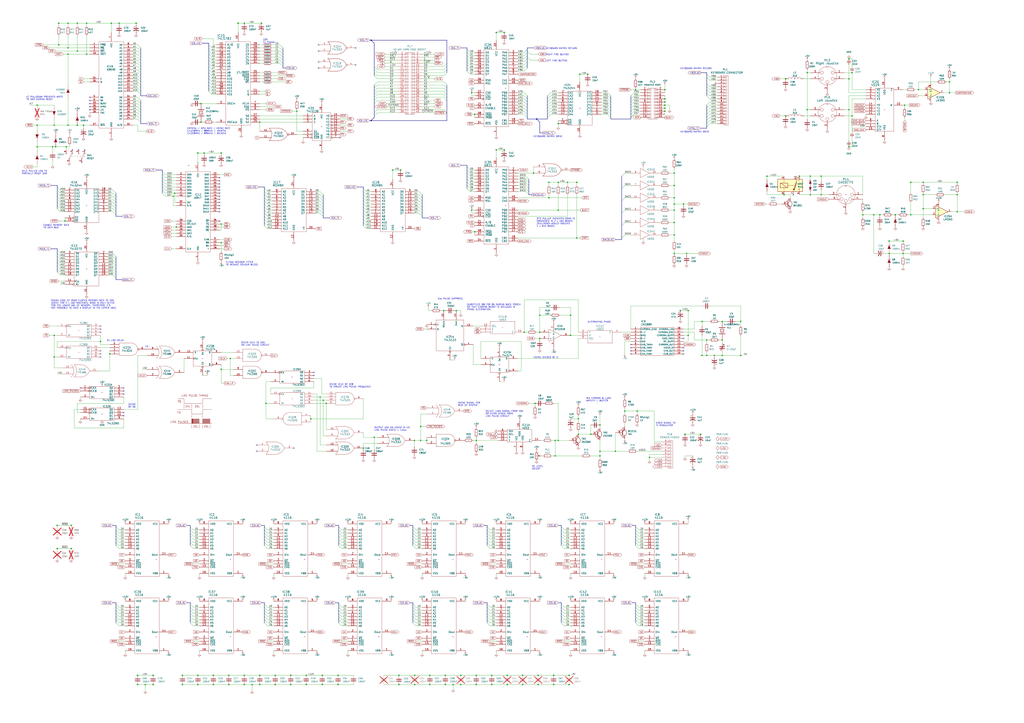
<source format=kicad_sch>
(kicad_sch (version 20230121) (generator eeschema)
  (paper "A1")
  (title_block (title "Dragon 32 MKII Schematic") (date "2019-11-04") (rev "C") (comment 3 "Captured in KiCad by Stewart Orchard") (comment 4 "Original design by Dragon Data Ltd"))
  (lib_symbols
    (symbol "Device:C_Small" (pin_numbers hide) (pin_names (offset 0.254) hide)
      (property "Reference" "C" (at 0.254 1.778 0))
      (property "Value" "C_Small" (at 0.254 -2.032 0))
      (symbol "C_Small_1_1"
        (pin passive line (at 0 2.54 270) (length 2.032) (name "~") (number "1"))
        (pin passive line (at 0 -2.54 90) (length 2.032) (name "~") (number "2"))
      )
    )
    (symbol "Device:Q_NPN_CBE" (pin_names (offset 0) hide)
      (property "Reference" "Q" (at 5.08 1.27 0))
      (property "Value" "Q_NPN_CBE" (at 5.08 -1.27 0))
      (symbol "Q_NPN_CBE_1_1"
        (pin passive line (at 2.54 5.08 270) (length 2.54) (name "C") (number "1"))
        (pin input line (at -5.08 0 0) (length 5.715) (name "B") (number "2"))
        (pin passive line (at 2.54 -5.08 90) (length 2.54) (name "E") (number "3"))
      )
    )
    (symbol "Device:Q_NPN_ECB" (pin_names (offset 0) hide)
      (property "Reference" "Q" (at 5.08 1.27 0))
      (property "Value" "Q_NPN_ECB" (at 5.08 -1.27 0))
      (symbol "Q_NPN_ECB_1_1"
        (pin passive line (at 2.54 -5.08 90) (length 2.54) (name "E") (number "1"))
        (pin passive line (at 2.54 5.08 270) (length 2.54) (name "C") (number "2"))
        (pin passive line (at -5.08 0 0) (length 5.715) (name "B") (number "3"))
      )
    )
    (symbol "Device:Q_PNP_ECB" (pin_names (offset 0) hide)
      (property "Reference" "Q" (at 5.08 1.27 0))
      (property "Value" "Q_PNP_ECB" (at 5.08 -1.27 0))
      (symbol "Q_PNP_ECB_1_1"
        (pin passive line (at 2.54 -5.08 90) (length 2.54) (name "E") (number "1"))
        (pin passive line (at 2.54 5.08 270) (length 2.54) (name "C") (number "2"))
        (pin input line (at -5.08 0 0) (length 5.715) (name "B") (number "3"))
      )
    )
    (symbol "Dragon32_MKII:+12V" (power) (pin_names (offset 0))
      (property "Value" "+12V" (at 0 3.556 0))
      (symbol "+12V_1_1"
        (pin power_in line (at 0 0 90) (length 0) hide (name "+12V") (number "1"))
      )
    )
    (symbol "Dragon32_MKII:+5V" (power) (pin_names (offset 0))
      (property "Value" "+5V" (at 0 3.556 0))
      (symbol "+5V_1_1"
        (pin power_in line (at 0 0 90) (length 0) hide (name "+5V") (number "1"))
      )
    )
    (symbol "Dragon32_MKII:-5V" (power) (pin_names (offset 0))
      (property "Value" "-5V" (at 0 3.556 0))
      (symbol "-5V_1_1"
        (pin power_in line (at 0 0 90) (length 0) hide (name "-5V") (number "1"))
      )
    )
    (symbol "Dragon32_MKII:4050" (pin_names (offset 0.762))
      (property "Reference" "U" (at 4.953 2.921 0))
      (property "Value" "4050" (at 4.826 -3.175 0))
      (symbol "4050_0_0"
        (pin power_in line (at -1.27 2.54 270) (length 0) hide (name "VCC") (number "1"))
        (pin power_in line (at -1.27 -2.54 90) (length 0) hide (name "VSS") (number "8"))
      )
      (symbol "4050_1_1"
        (pin output line (at 11.43 0 180) (length 7.62) (name "~") (number "2"))
        (pin input line (at -11.43 0 0) (length 7.62) (name "~") (number "3"))
      )
      (symbol "4050_1_2"
        (pin output inverted (at 11.43 0 180) (length 7.62) (name "~") (number "2"))
        (pin input inverted (at -11.43 0 0) (length 7.62) (name "~") (number "3"))
      )
      (symbol "4050_2_1"
        (pin output line (at 11.43 0 180) (length 7.62) (name "~") (number "4"))
        (pin input line (at -11.43 0 0) (length 7.62) (name "~") (number "5"))
      )
      (symbol "4050_2_2"
        (pin output inverted (at 11.43 0 180) (length 7.62) (name "~") (number "4"))
        (pin input inverted (at -11.43 0 0) (length 7.62) (name "~") (number "5"))
      )
      (symbol "4050_3_1"
        (pin output line (at 11.43 0 180) (length 7.62) (name "~") (number "6"))
        (pin input line (at -11.43 0 0) (length 7.62) (name "~") (number "7"))
      )
      (symbol "4050_3_2"
        (pin output inverted (at 11.43 0 180) (length 7.62) (name "~") (number "6"))
        (pin input inverted (at -11.43 0 0) (length 7.62) (name "~") (number "7"))
      )
      (symbol "4050_4_1"
        (pin output line (at 11.43 0 180) (length 7.62) (name "~") (number "10"))
        (pin input line (at -11.43 0 0) (length 7.62) (name "~") (number "9"))
      )
      (symbol "4050_4_2"
        (pin output inverted (at 11.43 0 180) (length 7.62) (name "~") (number "10"))
        (pin input inverted (at -11.43 0 0) (length 7.62) (name "~") (number "9"))
      )
      (symbol "4050_5_1"
        (pin input line (at -11.43 0 0) (length 7.62) (name "~") (number "11"))
        (pin output line (at 11.43 0 180) (length 7.62) (name "~") (number "12"))
      )
      (symbol "4050_5_2"
        (pin input inverted (at -11.43 0 0) (length 7.62) (name "~") (number "11"))
        (pin output inverted (at 11.43 0 180) (length 7.62) (name "~") (number "12"))
      )
      (symbol "4050_6_1"
        (pin input line (at -11.43 0 0) (length 7.62) (name "~") (number "14"))
        (pin output line (at 11.43 0 180) (length 7.62) (name "~") (number "15"))
      )
      (symbol "4050_6_2"
        (pin input inverted (at -11.43 0 0) (length 7.62) (name "~") (number "14"))
        (pin output inverted (at 11.43 0 180) (length 7.62) (name "~") (number "15"))
      )
    )
    (symbol "Dragon32_MKII:4053" (pin_names (offset 1.016))
      (property "Reference" "U" (at 5.08 8.89 0))
      (property "Value" "4053" (at 5.08 6.35 0))
      (symbol "4053_1_0"
        (pin power_in line (at 0 12.7 270) (length 7.62) (name "VDD") (number "16"))
        (pin power_in line (at -2.54 -12.7 90) (length 7.62) (name "VEE") (number "7"))
        (pin power_in line (at 2.54 -12.7 90) (length 7.62) (name "VSS") (number "8"))
      )
      (symbol "4053_1_1"
        (pin input line (at -17.78 1.27 0) (length 7.62) (name "SEL") (number "11"))
        (pin bidirectional line (at -17.78 -1.27 0) (length 7.62) (name "X") (number "12"))
        (pin bidirectional line (at -17.78 -3.81 0) (length 7.62) (name "Y") (number "13"))
        (pin bidirectional line (at 17.78 -3.81 180) (length 7.62) (name "Z") (number "14"))
        (pin input line (at -17.78 3.81 0) (length 7.62) (name "INH") (number "6"))
      )
      (symbol "4053_2_1"
        (pin bidirectional line (at -17.78 -3.81 0) (length 7.62) (name "Y") (number "1"))
        (pin input line (at -17.78 1.27 0) (length 7.62) (name "SEL") (number "10"))
        (pin bidirectional line (at 17.78 -3.81 180) (length 7.62) (name "Z") (number "15"))
        (pin bidirectional line (at -17.78 -1.27 0) (length 7.62) (name "X") (number "2"))
      )
      (symbol "4053_3_1"
        (pin bidirectional line (at -17.78 -3.81 0) (length 7.62) (name "Y") (number "3"))
        (pin bidirectional line (at 17.78 -3.81 180) (length 7.62) (name "Z") (number "4"))
        (pin bidirectional line (at -17.78 -1.27 0) (length 7.62) (name "X") (number "5"))
        (pin input line (at -17.78 1.27 0) (length 7.62) (name "SEL") (number "9"))
      )
    )
    (symbol "Dragon32_MKII:4116" (pin_names (offset 1.016))
      (property "Reference" "IC" (at 2.54 5.08 0))
      (property "Value" "4116" (at 3.81 2.54 0))
      (symbol "4116_1_1"
        (pin power_in line (at 27.94 -43.18 180) (length 7.62) (name "VBB") (number "1"))
        (pin input line (at -7.62 -20.32 0) (length 7.62) (name "A5") (number "10"))
        (pin input line (at -7.62 -17.78 0) (length 7.62) (name "A4") (number "11"))
        (pin input line (at -7.62 -15.24 0) (length 7.62) (name "A3") (number "12"))
        (pin input line (at -7.62 -22.86 0) (length 7.62) (name "A6") (number "13"))
        (pin tri_state line (at 27.94 -27.94 180) (length 7.62) (name "Dout") (number "14"))
        (pin input line (at -7.62 -38.1 0) (length 7.62) (name "~{CAS}") (number "15"))
        (pin power_in line (at -7.62 -43.18 0) (length 7.62) (name "VSS") (number "16"))
        (pin input line (at -7.62 -27.94 0) (length 7.62) (name "Din") (number "2"))
        (pin input line (at -7.62 -33.02 0) (length 7.62) (name "~{WE}") (number "3"))
        (pin input line (at -7.62 -35.56 0) (length 7.62) (name "~{RAS}") (number "4"))
        (pin input line (at -7.62 -7.62 0) (length 7.62) (name "A0") (number "5"))
        (pin input line (at -7.62 -12.7 0) (length 7.62) (name "A2") (number "6"))
        (pin input line (at -7.62 -10.16 0) (length 7.62) (name "A1") (number "7"))
        (pin power_in line (at -7.62 -2.54 0) (length 7.62) (name "VDD") (number "8"))
        (pin power_in line (at 27.94 -2.54 180) (length 7.62) (name "VCC") (number "9"))
      )
    )
    (symbol "Dragon32_MKII:4529" (pin_names (offset 1.016))
      (property "Reference" "U" (at -7.62 22.86 0))
      (property "Value" "4529" (at -6.35 20.32 0))
      (symbol "4529_1_1"
        (pin input line (at -15.24 -13.97 0) (length 7.62) (name "STX") (number "1"))
        (pin tri_state line (at 15.24 3.81 180) (length 7.62) (name "W") (number "10"))
        (pin input line (at -15.24 -3.81 0) (length 7.62) (name "Y3") (number "11"))
        (pin input line (at -15.24 -1.27 0) (length 7.62) (name "Y2") (number "12"))
        (pin input line (at -15.24 1.27 0) (length 7.62) (name "Y1") (number "13"))
        (pin input line (at -15.24 3.81 0) (length 7.62) (name "Y0") (number "14"))
        (pin input line (at -15.24 -16.51 0) (length 7.62) (name "STY") (number "15"))
        (pin power_in line (at 0 25.4 270) (length 7.62) (name "VDD") (number "16"))
        (pin input line (at -15.24 16.51 0) (length 7.62) (name "X0") (number "2"))
        (pin input line (at -15.24 13.97 0) (length 7.62) (name "X1") (number "3"))
        (pin input line (at -15.24 11.43 0) (length 7.62) (name "X2") (number "4"))
        (pin input line (at -15.24 8.89 0) (length 7.62) (name "X3") (number "5"))
        (pin input line (at -15.24 -8.89 0) (length 7.62) (name "A") (number "6"))
        (pin input line (at -15.24 -11.43 0) (length 7.62) (name "B") (number "7"))
        (pin power_in line (at 0 -25.4 90) (length 7.62) (name "VSS") (number "8"))
        (pin tri_state line (at 15.24 16.51 180) (length 7.62) (name "Z") (number "9"))
      )
    )
    (symbol "Dragon32_MKII:6809E" (pin_names (offset 1.016))
      (property "Reference" "IC" (at 8.89 -19.05 0))
      (property "Value" "6809E" (at 10.16 -21.59 0))
      (symbol "6809E_1_1"
        (pin power_in line (at 10.16 -78.74 90) (length 7.62) (name "GND") (number "1"))
        (pin output line (at 27.94 -7.62 180) (length 7.62) (name "A2") (number "10"))
        (pin output line (at 27.94 -10.16 180) (length 7.62) (name "A3") (number "11"))
        (pin output line (at 27.94 -12.7 180) (length 7.62) (name "A4") (number "12"))
        (pin output line (at 27.94 -15.24 180) (length 7.62) (name "A5") (number "13"))
        (pin output line (at 27.94 -17.78 180) (length 7.62) (name "A6") (number "14"))
        (pin output line (at 27.94 -20.32 180) (length 7.62) (name "A7") (number "15"))
        (pin output line (at 27.94 -22.86 180) (length 7.62) (name "A8") (number "16"))
        (pin output line (at 27.94 -25.4 180) (length 7.62) (name "A9") (number "17"))
        (pin output line (at 27.94 -27.94 180) (length 7.62) (name "A10") (number "18"))
        (pin output line (at 27.94 -30.48 180) (length 7.62) (name "A11") (number "19"))
        (pin input line (at -7.62 -7.62 0) (length 7.62) (name "~{NMI}") (number "2"))
        (pin output line (at 27.94 -33.02 180) (length 7.62) (name "A12") (number "20"))
        (pin output line (at 27.94 -35.56 180) (length 7.62) (name "A13") (number "21"))
        (pin output line (at 27.94 -38.1 180) (length 7.62) (name "A14") (number "22"))
        (pin output line (at 27.94 -40.64 180) (length 7.62) (name "A15") (number "23"))
        (pin bidirectional line (at 27.94 -63.5 180) (length 7.62) (name "D7") (number "24"))
        (pin bidirectional line (at 27.94 -60.96 180) (length 7.62) (name "D6") (number "25"))
        (pin bidirectional line (at 27.94 -58.42 180) (length 7.62) (name "D5") (number "26"))
        (pin bidirectional line (at 27.94 -55.88 180) (length 7.62) (name "D4") (number "27"))
        (pin bidirectional line (at 27.94 -53.34 180) (length 7.62) (name "D3") (number "28"))
        (pin bidirectional line (at 27.94 -50.8 180) (length 7.62) (name "D2") (number "29"))
        (pin input line (at -7.62 -5.08 0) (length 7.62) (name "~{IRQ}") (number "3"))
        (pin bidirectional line (at 27.94 -48.26 180) (length 7.62) (name "D1") (number "30"))
        (pin bidirectional line (at 27.94 -45.72 180) (length 7.62) (name "D0") (number "31"))
        (pin output line (at 27.94 -68.58 180) (length 7.62) (name "R/~{W}") (number "32"))
        (pin output line (at -7.62 -50.8 0) (length 7.62) (name "BUSY") (number "33"))
        (pin input line (at -7.62 -30.48 0) (length 7.62) (name "E") (number "34"))
        (pin input line (at -7.62 -33.02 0) (length 7.62) (name "Q") (number "35"))
        (pin output line (at -7.62 -53.34 0) (length 7.62) (name "AVMA") (number "36"))
        (pin input line (at -7.62 -68.58 0) (length 7.62) (name "~{RES}") (number "37"))
        (pin output line (at -7.62 -55.88 0) (length 7.62) (name "LIC") (number "38"))
        (pin input line (at -7.62 -58.42 0) (length 7.62) (name "TSC") (number "39"))
        (pin input line (at -7.62 -2.54 0) (length 7.62) (name "~{FIRQ}") (number "4"))
        (pin input line (at -7.62 -10.16 0) (length 7.62) (name "~{HALT}") (number "40"))
        (pin output line (at -7.62 -45.72 0) (length 7.62) (name "BS") (number "5"))
        (pin output line (at -7.62 -48.26 0) (length 7.62) (name "BA") (number "6"))
        (pin power_in line (at 10.16 7.62 270) (length 7.62) (name "VCC") (number "7"))
        (pin output line (at 27.94 -2.54 180) (length 7.62) (name "A0") (number "8"))
        (pin output line (at 27.94 -5.08 180) (length 7.62) (name "A1") (number "9"))
      )
    )
    (symbol "Dragon32_MKII:6821" (pin_names (offset 1.016))
      (property "Reference" "U" (at 0 3.81 0))
      (property "Value" "6821" (at 0 1.27 0))
      (symbol "6821_1_1"
        (pin power_in line (at 10.16 -71.12 90) (length 7.62) (name "VSS") (number "1"))
        (pin bidirectional line (at 27.94 -35.56 180) (length 7.62) (name "PB0") (number "10"))
        (pin bidirectional line (at 27.94 -38.1 180) (length 7.62) (name "PB1") (number "11"))
        (pin bidirectional line (at 27.94 -40.64 180) (length 7.62) (name "PB2") (number "12"))
        (pin bidirectional line (at 27.94 -43.18 180) (length 7.62) (name "PB3") (number "13"))
        (pin bidirectional line (at 27.94 -45.72 180) (length 7.62) (name "PB4") (number "14"))
        (pin bidirectional line (at 27.94 -48.26 180) (length 7.62) (name "PB5") (number "15"))
        (pin bidirectional line (at 27.94 -50.8 180) (length 7.62) (name "PB6") (number "16"))
        (pin bidirectional line (at 27.94 -53.34 180) (length 7.62) (name "PB7") (number "17"))
        (pin input line (at 27.94 -58.42 180) (length 7.62) (name "CB1") (number "18"))
        (pin output line (at 27.94 -60.96 180) (length 7.62) (name "CB2") (number "19"))
        (pin bidirectional line (at 27.94 -2.54 180) (length 7.62) (name "PA0") (number "2"))
        (pin power_in line (at 10.16 7.62 270) (length 7.62) (name "VCC") (number "20"))
        (pin input line (at -7.62 -45.72 0) (length 7.62) (name "R/~{W}") (number "21"))
        (pin input line (at -7.62 -35.56 0) (length 7.62) (name "CS0") (number "22"))
        (pin input inverted (at -7.62 -40.64 0) (length 7.62) (name "~{CS2}") (number "23"))
        (pin input line (at -7.62 -38.1 0) (length 7.62) (name "CS1") (number "24"))
        (pin input line (at -7.62 -48.26 0) (length 7.62) (name "ENABLE") (number "25"))
        (pin input line (at -7.62 -20.32 0) (length 7.62) (name "D7") (number "26"))
        (pin input line (at -7.62 -17.78 0) (length 7.62) (name "D6") (number "27"))
        (pin input line (at -7.62 -15.24 0) (length 7.62) (name "D5") (number "28"))
        (pin input line (at -7.62 -12.7 0) (length 7.62) (name "D4") (number "29"))
        (pin bidirectional line (at 27.94 -5.08 180) (length 7.62) (name "PA1") (number "3"))
        (pin input line (at -7.62 -10.16 0) (length 7.62) (name "D3") (number "30"))
        (pin input line (at -7.62 -7.62 0) (length 7.62) (name "D2") (number "31"))
        (pin input line (at -7.62 -5.08 0) (length 7.62) (name "D1") (number "32"))
        (pin input line (at -7.62 -2.54 0) (length 7.62) (name "D0") (number "33"))
        (pin input line (at -7.62 -60.96 0) (length 7.62) (name "~{RES}") (number "34"))
        (pin input line (at -7.62 -27.94 0) (length 7.62) (name "RS1") (number "35"))
        (pin input line (at -7.62 -25.4 0) (length 7.62) (name "RS0") (number "36"))
        (pin open_collector line (at -7.62 -55.88 0) (length 7.62) (name "~{IRQB}") (number "37"))
        (pin open_collector line (at -7.62 -53.34 0) (length 7.62) (name "~{IRQA}") (number "38"))
        (pin output line (at 27.94 -27.94 180) (length 7.62) (name "CA2") (number "39"))
        (pin bidirectional line (at 27.94 -7.62 180) (length 7.62) (name "PA2") (number "4"))
        (pin input line (at 27.94 -25.4 180) (length 7.62) (name "CA1") (number "40"))
        (pin bidirectional line (at 27.94 -10.16 180) (length 7.62) (name "PA3") (number "5"))
        (pin bidirectional line (at 27.94 -12.7 180) (length 7.62) (name "PA4") (number "6"))
        (pin bidirectional line (at 27.94 -15.24 180) (length 7.62) (name "PA5") (number "7"))
        (pin bidirectional line (at 27.94 -17.78 180) (length 7.62) (name "PA6") (number "8"))
        (pin bidirectional line (at 27.94 -20.32 180) (length 7.62) (name "PA7") (number "9"))
      )
    )
    (symbol "Dragon32_MKII:6847" (pin_names (offset 1.016))
      (property "Reference" "IC" (at 8.89 -19.05 0))
      (property "Value" "6847" (at 10.16 -21.59 0))
      (symbol "6847_1_1"
        (pin power_in line (at 10.16 -73.66 90) (length 7.62) (name "VSS") (number "1"))
        (pin output line (at 27.94 -58.42 180) (length 7.62) (name "ØB") (number "10"))
        (pin output line (at 27.94 -60.96 180) (length 7.62) (name "ØA") (number "11"))
        (pin input line (at 27.94 -48.26 180) (length 7.62) (name "~{MS}") (number "12"))
        (pin tri_state line (at 27.94 -15.24 180) (length 7.62) (name "DA5") (number "13"))
        (pin tri_state line (at 27.94 -17.78 180) (length 7.62) (name "DA6") (number "14"))
        (pin tri_state line (at 27.94 -20.32 180) (length 7.62) (name "DA7") (number "15"))
        (pin tri_state line (at 27.94 -22.86 180) (length 7.62) (name "DA8") (number "16"))
        (pin power_in line (at 10.16 7.62 270) (length 7.62) (name "VCC") (number "17"))
        (pin tri_state line (at 27.94 -25.4 180) (length 7.62) (name "DA9") (number "18"))
        (pin tri_state line (at 27.94 -27.94 180) (length 7.62) (name "DA10") (number "19"))
        (pin input line (at -7.62 -17.78 0) (length 7.62) (name "DD6") (number "2"))
        (pin tri_state line (at 27.94 -30.48 180) (length 7.62) (name "DA11") (number "20"))
        (pin tri_state line (at 27.94 -33.02 180) (length 7.62) (name "DA12") (number "21"))
        (pin tri_state line (at 27.94 -2.54 180) (length 7.62) (name "DA0") (number "22"))
        (pin tri_state line (at 27.94 -5.08 180) (length 7.62) (name "DA1") (number "23"))
        (pin tri_state line (at 27.94 -7.62 180) (length 7.62) (name "DA2") (number "24"))
        (pin tri_state line (at 27.94 -10.16 180) (length 7.62) (name "DA3") (number "25"))
        (pin tri_state line (at 27.94 -12.7 180) (length 7.62) (name "DA4") (number "26"))
        (pin input line (at -7.62 -50.8 0) (length 7.62) (name "GM2") (number "27"))
        (pin output line (at 27.94 -63.5 180) (length 7.62) (name "Y") (number "28"))
        (pin input line (at -7.62 -48.26 0) (length 7.62) (name "GM1") (number "29"))
        (pin input line (at -7.62 -2.54 0) (length 7.62) (name "DD0") (number "3"))
        (pin input line (at -7.62 -45.72 0) (length 7.62) (name "GM0") (number "30"))
        (pin input line (at -7.62 -43.18 0) (length 7.62) (name "~{INT}/EXT") (number "31"))
        (pin input line (at -7.62 -25.4 0) (length 7.62) (name "INV") (number "32"))
        (pin input line (at -7.62 -63.5 0) (length 7.62) (name "CLK") (number "33"))
        (pin input line (at -7.62 -27.94 0) (length 7.62) (name "~{A}/S") (number "34"))
        (pin input line (at -7.62 -53.34 0) (length 7.62) (name "~{A}/G") (number "35"))
        (pin output line (at 27.94 -40.64 180) (length 7.62) (name "~{RP}") (number "36"))
        (pin output line (at 27.94 -43.18 180) (length 7.62) (name "~{FS}") (number "37"))
        (pin output line (at 27.94 -45.72 180) (length 7.62) (name "~{HS}") (number "38"))
        (pin input line (at -7.62 -40.64 0) (length 7.62) (name "CSS") (number "39"))
        (pin input line (at -7.62 -5.08 0) (length 7.62) (name "DD1") (number "4"))
        (pin input line (at -7.62 -20.32 0) (length 7.62) (name "DD7") (number "40"))
        (pin input line (at -7.62 -7.62 0) (length 7.62) (name "DD2") (number "5"))
        (pin input line (at -7.62 -10.16 0) (length 7.62) (name "DD3") (number "6"))
        (pin input line (at -7.62 -12.7 0) (length 7.62) (name "DD4") (number "7"))
        (pin input line (at -7.62 -15.24 0) (length 7.62) (name "DD5") (number "8"))
        (pin output line (at 27.94 -55.88 180) (length 7.62) (name "CHB") (number "9"))
      )
    )
    (symbol "Dragon32_MKII:74LS00" (pin_names (offset 0.762))
      (property "Reference" "U" (at 0 1.27 0))
      (property "Value" "74LS00" (at 0 -2.54 0))
      (symbol "74LS00_0_0"
        (pin power_in line (at -5.08 5.08 270) (length 0) hide (name "VCC") (number "14"))
        (pin power_in line (at -5.08 -5.08 90) (length 0) hide (name "GND") (number "7"))
      )
      (symbol "74LS00_1_1"
        (pin input line (at -15.24 2.54 0) (length 7.62) (name "~") (number "1"))
        (pin input line (at -15.24 -2.54 0) (length 7.62) (name "~") (number "2"))
        (pin output inverted (at 15.24 0 180) (length 7.62) (name "~") (number "3"))
      )
      (symbol "74LS00_1_2"
        (pin input inverted (at -15.24 2.54 0) (length 9.398) (name "~") (number "1"))
        (pin input inverted (at -15.24 -2.54 0) (length 9.398) (name "~") (number "2"))
        (pin output line (at 15.24 0 180) (length 7.62) (name "~") (number "3"))
      )
      (symbol "74LS00_2_1"
        (pin input line (at -15.24 2.54 0) (length 7.62) (name "~") (number "4"))
        (pin input line (at -15.24 -2.54 0) (length 7.62) (name "~") (number "5"))
        (pin output inverted (at 15.24 0 180) (length 7.62) (name "~") (number "6"))
      )
      (symbol "74LS00_2_2"
        (pin input inverted (at -15.24 2.54 0) (length 9.398) (name "~") (number "4"))
        (pin input inverted (at -15.24 -2.54 0) (length 9.398) (name "~") (number "5"))
        (pin output line (at 15.24 0 180) (length 7.62) (name "~") (number "6"))
      )
      (symbol "74LS00_3_1"
        (pin input line (at -15.24 -2.54 0) (length 7.62) (name "~") (number "10"))
        (pin output inverted (at 15.24 0 180) (length 7.62) (name "~") (number "8"))
        (pin input line (at -15.24 2.54 0) (length 7.62) (name "~") (number "9"))
      )
      (symbol "74LS00_3_2"
        (pin input inverted (at -15.24 -2.54 0) (length 9.398) (name "~") (number "10"))
        (pin output line (at 15.24 0 180) (length 7.62) (name "~") (number "8"))
        (pin input inverted (at -15.24 2.54 0) (length 9.398) (name "~") (number "9"))
      )
      (symbol "74LS00_4_1"
        (pin output inverted (at 15.24 0 180) (length 7.62) (name "~") (number "11"))
        (pin input line (at -15.24 2.54 0) (length 7.62) (name "~") (number "12"))
        (pin input line (at -15.24 -2.54 0) (length 7.62) (name "~") (number "13"))
      )
      (symbol "74LS00_4_2"
        (pin output line (at 15.24 0 180) (length 7.62) (name "~") (number "11"))
        (pin input inverted (at -15.24 2.54 0) (length 9.398) (name "~") (number "12"))
        (pin input inverted (at -15.24 -2.54 0) (length 9.398) (name "~") (number "13"))
      )
    )
    (symbol "Dragon32_MKII:74LS02" (pin_names (offset 0.762))
      (property "Reference" "U" (at 0 1.27 0))
      (property "Value" "74LS02" (at 1.27 -1.27 0))
      (symbol "74LS02_0_0"
        (pin power_in line (at -5.08 5.08 270) (length 0) hide (name "VCC") (number "14"))
        (pin power_in line (at -5.08 -5.08 90) (length 0) hide (name "GND") (number "7"))
      )
      (symbol "74LS02_1_1"
        (pin output inverted (at 15.24 0 180) (length 7.62) (name "~") (number "1"))
        (pin input line (at -15.24 2.54 0) (length 9.398) (name "~") (number "2"))
        (pin input line (at -15.24 -2.54 0) (length 9.398) (name "~") (number "3"))
      )
      (symbol "74LS02_1_2"
        (pin output line (at 15.24 0 180) (length 7.62) (name "~") (number "1"))
        (pin input inverted (at -15.24 2.54 0) (length 7.62) (name "~") (number "2"))
        (pin input inverted (at -15.24 -2.54 0) (length 7.62) (name "~") (number "3"))
      )
      (symbol "74LS02_2_1"
        (pin output inverted (at 15.24 0 180) (length 7.62) (name "~") (number "4"))
        (pin input line (at -15.24 2.54 0) (length 9.398) (name "~") (number "5"))
        (pin input line (at -15.24 -2.54 0) (length 9.398) (name "~") (number "6"))
      )
      (symbol "74LS02_2_2"
        (pin output line (at 15.24 0 180) (length 7.62) (name "~") (number "4"))
        (pin input inverted (at -15.24 2.54 0) (length 7.62) (name "~") (number "5"))
        (pin input inverted (at -15.24 -2.54 0) (length 7.62) (name "~") (number "6"))
      )
      (symbol "74LS02_3_1"
        (pin output inverted (at 15.24 0 180) (length 7.62) (name "~") (number "10"))
        (pin input line (at -15.24 2.54 0) (length 9.398) (name "~") (number "8"))
        (pin input line (at -15.24 -2.54 0) (length 9.398) (name "~") (number "9"))
      )
      (symbol "74LS02_3_2"
        (pin output line (at 15.24 0 180) (length 7.62) (name "~") (number "10"))
        (pin input inverted (at -15.24 2.54 0) (length 7.62) (name "~") (number "8"))
        (pin input inverted (at -15.24 -2.54 0) (length 7.62) (name "~") (number "9"))
      )
      (symbol "74LS02_4_1"
        (pin input line (at -15.24 2.54 0) (length 9.398) (name "~") (number "11"))
        (pin input line (at -15.24 -2.54 0) (length 9.398) (name "~") (number "12"))
        (pin output inverted (at 15.24 0 180) (length 7.62) (name "~") (number "13"))
      )
      (symbol "74LS02_4_2"
        (pin input inverted (at -15.24 2.54 0) (length 7.62) (name "~") (number "11"))
        (pin input inverted (at -15.24 -2.54 0) (length 7.62) (name "~") (number "12"))
        (pin output line (at 15.24 0 180) (length 7.62) (name "~") (number "13"))
      )
    )
    (symbol "Dragon32_MKII:74LS123" (pin_names (offset 0.762))
      (property "Reference" "U" (at 0 -1.27 0))
      (property "Value" "74LS123" (at 0 -3.81 0))
      (symbol "74LS123_0_0"
        (pin power_in line (at -8.89 12.7 270) (length 0) hide (name "VCC") (number "16"))
        (pin power_in line (at -8.89 -12.7 90) (length 0) hide (name "GND") (number "8"))
      )
      (symbol "74LS123_1_1"
        (pin input inverted (at -19.05 8.89 0) (length 7.62) (name "A") (number "1"))
        (pin output line (at 19.05 7.62 180) (length 7.62) (name "Q") (number "13"))
        (pin input line (at 5.08 20.32 270) (length 7.62) (name "Cext") (number "14"))
        (pin input line (at -5.08 20.32 270) (length 7.62) (name "RCext") (number "15"))
        (pin input line (at -19.05 5.08 0) (length 7.62) (name "B") (number "2"))
        (pin input inverted (at 0 -20.32 90) (length 7.62) (name "Clr") (number "3"))
        (pin output inverted (at 19.05 -7.62 180) (length 7.62) (name "~{Q}") (number "4"))
      )
      (symbol "74LS123_2_1"
        (pin input line (at -19.05 5.08 0) (length 7.62) (name "B") (number "10"))
        (pin input inverted (at 0 -20.32 90) (length 7.62) (name "Clr") (number "11"))
        (pin output inverted (at 19.05 -7.62 180) (length 7.62) (name "~{Q}") (number "12"))
        (pin output line (at 19.05 7.62 180) (length 7.62) (name "Q") (number "5"))
        (pin input line (at 5.08 20.32 270) (length 7.62) (name "Cext") (number "6"))
        (pin input line (at -5.08 20.32 270) (length 7.62) (name "RCext") (number "7"))
        (pin input inverted (at -19.05 8.89 0) (length 7.62) (name "A") (number "9"))
      )
    )
    (symbol "Dragon32_MKII:74LS138" (pin_names (offset 1.016))
      (property "Reference" "U" (at 2.54 15.24 0))
      (property "Value" "74LS138" (at 6.35 12.7 0))
      (symbol "74LS138_1_1"
        (pin input line (at -15.24 8.89 0) (length 7.62) (name "A") (number "1"))
        (pin output inverted (at 15.24 -3.81 180) (length 7.62) (name "Y5") (number "10"))
        (pin output inverted (at 15.24 -1.27 180) (length 7.62) (name "Y4") (number "11"))
        (pin output inverted (at 15.24 1.27 180) (length 7.62) (name "Y3") (number "12"))
        (pin output inverted (at 15.24 3.81 180) (length 7.62) (name "Y2") (number "13"))
        (pin output inverted (at 15.24 6.35 180) (length 7.62) (name "Y1") (number "14"))
        (pin output inverted (at 15.24 8.89 180) (length 7.62) (name "Y0") (number "15"))
        (pin power_in line (at 0 19.05 270) (length 7.62) (name "VCC") (number "16"))
        (pin input line (at -15.24 6.35 0) (length 7.62) (name "B") (number "2"))
        (pin input line (at -15.24 3.81 0) (length 7.62) (name "C") (number "3"))
        (pin input inverted (at -15.24 -6.35 0) (length 7.62) (name "~{G2A}") (number "4"))
        (pin input inverted (at -15.24 -8.89 0) (length 7.62) (name "~{G2B}") (number "5"))
        (pin input line (at -15.24 -3.81 0) (length 7.62) (name "G1") (number "6"))
        (pin output inverted (at 15.24 -8.89 180) (length 7.62) (name "Y7") (number "7"))
        (pin power_in line (at 0 -19.05 90) (length 7.62) (name "GND") (number "8"))
        (pin output inverted (at 15.24 -6.35 180) (length 7.62) (name "Y6") (number "9"))
      )
    )
    (symbol "Dragon32_MKII:74LS20" (pin_names (offset 0.762))
      (property "Reference" "U" (at 0 2.54 0))
      (property "Value" "74LS20" (at 0 -2.54 0))
      (symbol "74LS20_0_0"
        (pin power_in line (at -5.08 5.08 90) (length 0) hide (name "VCC") (number "14"))
        (pin power_in line (at -5.08 -5.08 90) (length 0) hide (name "GND") (number "7"))
      )
      (symbol "74LS20_1_1"
        (pin input line (at -15.24 3.81 0) (length 7.62) (name "~") (number "1"))
        (pin input line (at -15.24 1.27 0) (length 7.62) (name "~") (number "2"))
        (pin input line (at -15.24 -1.27 0) (length 7.62) (name "~") (number "4"))
        (pin input line (at -15.24 -3.81 0) (length 7.62) (name "~") (number "5"))
        (pin output inverted (at 15.24 0 180) (length 7.62) (name "~") (number "6"))
      )
      (symbol "74LS20_1_2"
        (pin input inverted (at -15.24 3.81 0) (length 8.509) (name "~") (number "1"))
        (pin input inverted (at -15.24 1.27 0) (length 9.779) (name "~") (number "2"))
        (pin output inverted (at -15.24 -1.27 0) (length 9.779) (name "~") (number "4"))
        (pin input inverted (at -15.24 -3.81 0) (length 8.509) (name "~") (number "5"))
        (pin output line (at 15.24 0 180) (length 7.62) (name "~") (number "6"))
      )
      (symbol "74LS20_2_1"
        (pin input line (at -15.24 1.27 0) (length 7.62) (name "~") (number "10"))
        (pin input line (at -15.24 -1.27 0) (length 7.62) (name "~") (number "12"))
        (pin input line (at -15.24 -3.81 0) (length 7.62) (name "~") (number "13"))
        (pin output inverted (at 15.24 0 180) (length 7.62) (name "~") (number "8"))
        (pin input line (at -15.24 3.81 0) (length 7.62) (name "~") (number "9"))
      )
      (symbol "74LS20_2_2"
        (pin input inverted (at -15.24 -3.81 0) (length 8.509) (name "~") (number "10"))
        (pin input inverted (at -15.24 1.27 0) (length 9.779) (name "~") (number "12"))
        (pin input inverted (at -15.24 -1.27 0) (length 9.779) (name "~") (number "13"))
        (pin output line (at 15.24 0 180) (length 7.62) (name "~") (number "8"))
        (pin input inverted (at -15.24 3.81 0) (length 8.509) (name "~") (number "9"))
      )
    )
    (symbol "Dragon32_MKII:74LS244" (pin_names (offset 0.254))
      (property "Reference" "U" (at -11.43 19.05 0))
      (property "Value" "74LS244" (at -7.62 16.51 0))
      (symbol "74LS244_0_0"
        (pin power_in line (at 0 -21.59 90) (length 7.62) (name "GND") (number "10"))
        (pin power_in line (at 0 21.59 270) (length 7.62) (name "VCC") (number "20"))
      )
      (symbol "74LS244_1_1"
        (pin input inverted (at -17.78 -10.16 0) (length 7.62) (name "~{1G}") (number "1"))
        (pin input line (at -17.78 2.54 0) (length 7.62) (name "2A1") (number "11"))
        (pin tri_state line (at 17.78 5.08 180) (length 7.62) (name "1Y4") (number "12"))
        (pin input line (at -17.78 0 0) (length 7.62) (name "2A2") (number "13"))
        (pin tri_state line (at 17.78 7.62 180) (length 7.62) (name "1Y3") (number "14"))
        (pin input line (at -17.78 -2.54 0) (length 7.62) (name "2A3") (number "15"))
        (pin tri_state line (at 17.78 10.16 180) (length 7.62) (name "1Y2") (number "16"))
        (pin input line (at -17.78 -5.08 0) (length 7.62) (name "2A4") (number "17"))
        (pin tri_state line (at 17.78 12.7 180) (length 7.62) (name "1Y1") (number "18"))
        (pin input inverted (at -17.78 -12.7 0) (length 7.62) (name "~{2G}") (number "19"))
        (pin input line (at -17.78 12.7 0) (length 7.62) (name "1A1") (number "2"))
        (pin tri_state line (at 17.78 -5.08 180) (length 7.62) (name "2Y4") (number "3"))
        (pin input line (at -17.78 10.16 0) (length 7.62) (name "1A2") (number "4"))
        (pin tri_state line (at 17.78 -2.54 180) (length 7.62) (name "2Y3") (number "5"))
        (pin input line (at -17.78 7.62 0) (length 7.62) (name "1A3") (number "6"))
        (pin tri_state line (at 17.78 0 180) (length 7.62) (name "2Y2") (number "7"))
        (pin input line (at -17.78 5.08 0) (length 7.62) (name "1A4") (number "8"))
        (pin tri_state line (at 17.78 2.54 180) (length 7.62) (name "2Y1") (number "9"))
      )
    )
    (symbol "Dragon32_MKII:74LS273" (pin_names (offset 1.016))
      (property "Reference" "U" (at -10.16 19.05 0))
      (property "Value" "74LS273" (at -7.62 16.51 0))
      (symbol "74LS273_0_0"
        (pin power_in line (at 0 -21.59 90) (length 7.62) (name "GND") (number "10"))
      )
      (symbol "74LS273_1_0"
        (pin power_in line (at 0 21.59 270) (length 7.62) (name "VCC") (number "20"))
      )
      (symbol "74LS273_1_1"
        (pin input inverted (at -17.78 -12.7 0) (length 7.62) (name "Mr") (number "1"))
        (pin input clock (at -17.78 -10.16 0) (length 7.62) (name "Cp") (number "11"))
        (pin output line (at 17.78 2.54 180) (length 7.62) (name "Q4") (number "12"))
        (pin input line (at -17.78 2.54 0) (length 7.62) (name "D4") (number "13"))
        (pin input line (at -17.78 0 0) (length 7.62) (name "D5") (number "14"))
        (pin output line (at 17.78 0 180) (length 7.62) (name "Q5") (number "15"))
        (pin output line (at 17.78 -2.54 180) (length 7.62) (name "Q6") (number "16"))
        (pin input line (at -17.78 -2.54 0) (length 7.62) (name "D6") (number "17"))
        (pin input line (at -17.78 -5.08 0) (length 7.62) (name "D7") (number "18"))
        (pin output line (at 17.78 -5.08 180) (length 7.62) (name "Q7") (number "19"))
        (pin output line (at 17.78 12.7 180) (length 7.62) (name "Q0") (number "2"))
        (pin input line (at -17.78 12.7 0) (length 7.62) (name "D0") (number "3"))
        (pin input line (at -17.78 10.16 0) (length 7.62) (name "D1") (number "4"))
        (pin output line (at 17.78 10.16 180) (length 7.62) (name "Q1") (number "5"))
        (pin output line (at 17.78 7.62 180) (length 7.62) (name "Q2") (number "6"))
        (pin input line (at -17.78 7.62 0) (length 7.62) (name "D2") (number "7"))
        (pin input line (at -17.78 5.08 0) (length 7.62) (name "D3") (number "8"))
        (pin output line (at 17.78 5.08 180) (length 7.62) (name "Q3") (number "9"))
      )
    )
    (symbol "Dragon32_MKII:74LS32" (pin_names (offset 0.762))
      (property "Reference" "U" (at 0 1.27 0))
      (property "Value" "74LS32" (at 0 -1.27 0))
      (symbol "74LS32_0_0"
        (pin power_in line (at -5.08 5.08 90) (length 0) hide (name "VCC") (number "14"))
        (pin power_in line (at -5.08 -5.08 90) (length 0) hide (name "GND") (number "7"))
      )
      (symbol "74LS32_1_1"
        (pin input line (at -15.24 2.54 0) (length 9.398) (name "~") (number "1"))
        (pin input line (at -15.24 -2.54 0) (length 9.398) (name "~") (number "2"))
        (pin output line (at 15.24 0 180) (length 7.62) (name "~") (number "3"))
      )
      (symbol "74LS32_1_2"
        (pin input inverted (at -15.24 2.54 0) (length 7.62) (name "~") (number "1"))
        (pin input inverted (at -15.24 -2.54 0) (length 7.62) (name "~") (number "2"))
        (pin output inverted (at 15.24 0 180) (length 7.62) (name "~") (number "3"))
      )
      (symbol "74LS32_2_1"
        (pin input line (at -15.24 2.54 0) (length 9.398) (name "~") (number "4"))
        (pin input line (at -15.24 -2.54 0) (length 9.398) (name "~") (number "5"))
        (pin output line (at 15.24 0 180) (length 7.62) (name "~") (number "6"))
      )
      (symbol "74LS32_2_2"
        (pin input inverted (at -15.24 2.54 0) (length 7.62) (name "~") (number "4"))
        (pin input inverted (at -15.24 -2.54 0) (length 7.62) (name "~") (number "5"))
        (pin output inverted (at 15.24 0 180) (length 7.62) (name "~") (number "6"))
      )
      (symbol "74LS32_3_1"
        (pin input line (at -15.24 -2.54 0) (length 9.398) (name "~") (number "10"))
        (pin output line (at 15.24 0 180) (length 7.62) (name "~") (number "8"))
        (pin input line (at -15.24 2.54 0) (length 9.398) (name "~") (number "9"))
      )
      (symbol "74LS32_3_2"
        (pin input inverted (at -15.24 -2.54 0) (length 7.62) (name "~") (number "10"))
        (pin output inverted (at 15.24 0 180) (length 7.62) (name "~") (number "8"))
        (pin input inverted (at -15.24 2.54 0) (length 7.62) (name "~") (number "9"))
      )
      (symbol "74LS32_4_1"
        (pin output line (at 15.24 0 180) (length 7.62) (name "~") (number "11"))
        (pin input line (at -15.24 2.54 0) (length 9.398) (name "~") (number "12"))
        (pin input line (at -15.24 -2.54 0) (length 9.398) (name "~") (number "13"))
      )
      (symbol "74LS32_4_2"
        (pin output inverted (at 15.24 0 180) (length 7.62) (name "~") (number "11"))
        (pin input inverted (at -15.24 2.54 0) (length 7.62) (name "~") (number "12"))
        (pin input inverted (at -15.24 -2.54 0) (length 7.62) (name "~") (number "13"))
      )
    )
    (symbol "Dragon32_MKII:74LS390" (pin_names (offset 1.016))
      (property "Reference" "U" (at 3.81 6.35 0))
      (property "Value" "74LS390" (at 5.08 -6.35 0))
      (symbol "74LS390_0_0"
        (pin power_in line (at 0 5.08 90) (length 0) hide (name "VCC") (number "16"))
        (pin power_in line (at 0 -5.08 90) (length 0) hide (name "GND") (number "8"))
      )
      (symbol "74LS390_1_1"
        (pin input inverted_clock (at -17.78 3.81 0) (length 7.62) (name "CKA") (number "1"))
        (pin input line (at -17.78 -3.81 0) (length 7.62) (name "Mr") (number "2"))
        (pin output line (at 17.78 3.81 180) (length 7.62) (name "QA") (number "3"))
        (pin input inverted_clock (at -17.78 1.27 0) (length 7.62) (name "CKB") (number "4"))
        (pin output line (at 17.78 1.27 180) (length 7.62) (name "QB") (number "5"))
        (pin output line (at 17.78 -1.27 180) (length 7.62) (name "QC") (number "6"))
        (pin output line (at 17.78 -3.81 180) (length 7.62) (name "QD") (number "7"))
      )
      (symbol "74LS390_2_1"
        (pin output line (at 17.78 -1.27 180) (length 7.62) (name "QC") (number "10"))
        (pin output line (at 17.78 1.27 180) (length 7.62) (name "QB") (number "11"))
        (pin input inverted_clock (at -17.78 1.27 0) (length 7.62) (name "CKB") (number "12"))
        (pin output line (at 17.78 3.81 180) (length 7.62) (name "QA") (number "13"))
        (pin input line (at -17.78 -3.81 0) (length 7.62) (name "Mr") (number "14"))
        (pin input inverted_clock (at -17.78 3.81 0) (length 7.62) (name "CKA") (number "15"))
        (pin output line (at 17.78 -3.81 180) (length 7.62) (name "QD") (number "9"))
      )
    )
    (symbol "Dragon32_MKII:74LS393" (pin_names (offset 1.016))
      (property "Reference" "U" (at 3.81 6.35 0))
      (property "Value" "74LS393" (at 5.08 -6.35 0))
      (symbol "74LS393_0_0"
        (pin power_in line (at 0 5.08 270) (length 0) hide (name "VCC") (number "14"))
        (pin power_in line (at 0 -5.08 90) (length 0) hide (name "GND") (number "7"))
      )
      (symbol "74LS393_1_1"
        (pin input inverted_clock (at -17.78 3.81 0) (length 7.62) (name "Cp") (number "1"))
        (pin input line (at -17.78 -3.81 0) (length 7.62) (name "Mr") (number "2"))
        (pin output line (at 17.78 3.81 180) (length 7.62) (name "Q0") (number "3"))
        (pin output line (at 17.78 1.27 180) (length 7.62) (name "Q1") (number "4"))
        (pin output line (at 17.78 -1.27 180) (length 7.62) (name "Q2") (number "5"))
        (pin output line (at 17.78 -3.81 180) (length 7.62) (name "Q3") (number "6"))
      )
      (symbol "74LS393_2_1"
        (pin output line (at 17.78 1.27 180) (length 7.62) (name "Q1") (number "10"))
        (pin output line (at 17.78 3.81 180) (length 7.62) (name "Q0") (number "11"))
        (pin input line (at -17.78 -3.81 0) (length 7.62) (name "Mr") (number "12"))
        (pin input inverted_clock (at -17.78 3.81 0) (length 7.62) (name "Cp") (number "13"))
        (pin output line (at 17.78 -3.81 180) (length 7.62) (name "Q3") (number "8"))
        (pin output line (at 17.78 -1.27 180) (length 7.62) (name "Q2") (number "9"))
      )
    )
    (symbol "Dragon32_MKII:74LS74" (pin_names (offset 1.016))
      (property "Reference" "U" (at 3.81 7.62 0))
      (property "Value" "74LS74" (at 7.62 -7.493 0))
      (symbol "74LS74_0_0"
        (pin power_in line (at -5.08 6.35 270) (length 0) hide (name "VCC") (number "14"))
        (pin power_in line (at -5.08 -6.35 90) (length 0) hide (name "GND") (number "7"))
      )
      (symbol "74LS74_1_1"
        (pin input inverted (at 0 -13.97 90) (length 7.62) (name "Cd") (number "1"))
        (pin input line (at -15.24 5.08 0) (length 7.62) (name "D") (number "2"))
        (pin input clock (at -15.24 0 0) (length 7.62) (name "Cp") (number "3"))
        (pin input inverted (at 0 13.97 270) (length 7.62) (name "Sd") (number "4"))
        (pin output line (at 15.24 5.08 180) (length 7.62) (name "Q") (number "5"))
        (pin output inverted (at 15.24 -5.08 180) (length 7.62) (name "~{Q}") (number "6"))
      )
      (symbol "74LS74_2_1"
        (pin input inverted (at 0 13.97 270) (length 7.62) (name "Sd") (number "10"))
        (pin input clock (at -15.24 0 0) (length 7.62) (name "Cp") (number "11"))
        (pin input line (at -15.24 5.08 0) (length 7.62) (name "D") (number "12"))
        (pin input inverted (at 0 -13.97 90) (length 7.62) (name "Cd") (number "13"))
        (pin output inverted (at 15.24 -5.08 180) (length 7.62) (name "~{Q}") (number "8"))
        (pin output line (at 15.24 5.08 180) (length 7.62) (name "Q") (number "9"))
      )
    )
    (symbol "Dragon32_MKII:74LS783" (pin_names (offset 1.016))
      (property "Reference" "IC" (at -5.08 5.08 0))
      (property "Value" "74LS783" (at -1.27 2.54 0))
      (symbol "74LS783_1_1"
        (pin input line (at -7.62 -33.02 0) (length 7.62) (name "A11") (number "1"))
        (pin output line (at 27.94 -33.02 180) (length 7.62) (name "~{WE}") (number "10"))
        (pin output line (at 27.94 -30.48 180) (length 7.62) (name "~{CAS}") (number "11"))
        (pin output line (at 27.94 -27.94 180) (length 7.62) (name "~{RAS0}") (number "12"))
        (pin output line (at 27.94 -43.18 180) (length 7.62) (name "Q") (number "13"))
        (pin output line (at 27.94 -40.64 180) (length 7.62) (name "E") (number "14"))
        (pin input line (at -7.62 -2.54 0) (length 7.62) (name "R/~{W}") (number "15"))
        (pin input line (at -7.62 -5.08 0) (length 7.62) (name "A0") (number "16"))
        (pin input line (at -7.62 -7.62 0) (length 7.62) (name "A1") (number "17"))
        (pin input line (at -7.62 -10.16 0) (length 7.62) (name "A2") (number "18"))
        (pin input line (at -7.62 -12.7 0) (length 7.62) (name "A3") (number "19"))
        (pin input line (at -7.62 -30.48 0) (length 7.62) (name "A10") (number "2"))
        (pin power_in line (at 12.7 -76.2 90) (length 7.62) (name "GND") (number "20"))
        (pin input line (at -7.62 -15.24 0) (length 7.62) (name "A4") (number "21"))
        (pin input line (at -7.62 -17.78 0) (length 7.62) (name "A5") (number "22"))
        (pin input line (at -7.62 -20.32 0) (length 7.62) (name "A6") (number "23"))
        (pin input line (at -7.62 -22.86 0) (length 7.62) (name "A7") (number "24"))
        (pin output line (at 27.94 -66.04 180) (length 7.62) (name "S2") (number "25"))
        (pin output line (at 27.94 -63.5 180) (length 7.62) (name "S1") (number "26"))
        (pin output line (at 27.94 -60.96 180) (length 7.62) (name "S0") (number "27"))
        (pin output line (at 27.94 -2.54 180) (length 7.62) (name "Z0") (number "28"))
        (pin output line (at 27.94 -5.08 180) (length 7.62) (name "Z1") (number "29"))
        (pin input line (at -7.62 -27.94 0) (length 7.62) (name "A9") (number "3"))
        (pin output line (at 27.94 -7.62 180) (length 7.62) (name "Z2") (number "30"))
        (pin output line (at 27.94 -10.16 180) (length 7.62) (name "Z3") (number "31"))
        (pin output line (at 27.94 -12.7 180) (length 7.62) (name "Z4") (number "32"))
        (pin output line (at 27.94 -15.24 180) (length 7.62) (name "Z5") (number "33"))
        (pin output line (at 27.94 -17.78 180) (length 7.62) (name "Z6") (number "34"))
        (pin output line (at 27.94 -25.4 180) (length 7.62) (name "Z7/~{RAS1}") (number "35"))
        (pin input line (at -7.62 -43.18 0) (length 7.62) (name "A15") (number "36"))
        (pin input line (at -7.62 -40.64 0) (length 7.62) (name "A14") (number "37"))
        (pin input line (at -7.62 -38.1 0) (length 7.62) (name "A13") (number "38"))
        (pin input line (at -7.62 -35.56 0) (length 7.62) (name "A12") (number "39"))
        (pin input line (at -7.62 -25.4 0) (length 7.62) (name "A8") (number "4"))
        (pin power_in line (at 10.16 7.62 270) (length 7.62) (name "VCC") (number "40"))
        (pin input line (at -7.62 -50.8 0) (length 7.62) (name "OSCin") (number "5"))
        (pin output line (at -7.62 -66.04 0) (length 7.62) (name "OSCout") (number "6"))
        (pin output line (at 27.94 -50.8 180) (length 7.62) (name "VCLK") (number "7"))
        (pin input line (at 27.94 -53.34 180) (length 7.62) (name "DA0") (number "8"))
        (pin input line (at 27.94 -55.88 180) (length 7.62) (name "~{HS}") (number "9"))
      )
    )
    (symbol "Dragon32_MKII:74LS86" (pin_names (offset 0.762) hide)
      (property "Reference" "U" (at 1.27 1.27 0))
      (property "Value" "74LS86" (at 1.27 -1.27 0))
      (symbol "74LS86_0_0"
        (pin power_in line (at -5.08 5.08 270) (length 0) hide (name "VCC") (number "14"))
        (pin power_in line (at -5.08 -5.08 90) (length 0) hide (name "GND") (number "7"))
      )
      (symbol "74LS86_1_1"
        (pin input line (at -15.24 2.54 0) (length 9.398) (name "IN1") (number "1"))
        (pin input line (at -15.24 -2.54 0) (length 9.398) (name "IN2") (number "2"))
        (pin output line (at 15.24 0 180) (length 7.62) (name "OUT") (number "3"))
      )
      (symbol "74LS86_2_1"
        (pin input line (at -15.24 2.54 0) (length 9.398) (name "IN1") (number "4"))
        (pin input line (at -15.24 -2.54 0) (length 9.398) (name "IN2") (number "5"))
        (pin output line (at 15.24 0 180) (length 7.62) (name "OUT") (number "6"))
      )
      (symbol "74LS86_3_1"
        (pin input line (at -15.24 -2.54 0) (length 9.398) (name "IN2") (number "10"))
        (pin output line (at 15.24 0 180) (length 7.62) (name "OUT") (number "8"))
        (pin input line (at -15.24 2.54 0) (length 9.398) (name "IN1") (number "9"))
      )
      (symbol "74LS86_4_1"
        (pin output line (at 15.24 0 180) (length 7.62) (name "OUT") (number "11"))
        (pin input line (at -15.24 2.54 0) (length 9.398) (name "IN1") (number "12"))
        (pin input line (at -15.24 -2.54 0) (length 9.398) (name "IN2") (number "13"))
      )
    )
    (symbol "Dragon32_MKII:C" (pin_numbers hide) (pin_names (offset 0.254))
      (property "Reference" "C" (at 0.635 2.54 0))
      (property "Value" "C" (at 0.635 -2.54 0))
      (symbol "C_1_1"
        (pin passive line (at 0 3.81 270) (length 2.794) (name "~") (number "1"))
        (pin passive line (at 0 -3.81 90) (length 2.794) (name "~") (number "2"))
      )
    )
    (symbol "Dragon32_MKII:CONN_10X2" (pin_names (offset 0.254) hide)
      (property "Reference" "P" (at 0 13.97 0))
      (property "Value" "CONN_10X2" (at 0 -2.54 90))
      (symbol "CONN_10X2_1_1"
        (pin passive line (at -10.16 11.43 0) (length 7.62) (name "P1") (number "1"))
        (pin passive line (at 10.16 1.27 180) (length 7.62) (name "P10") (number "10"))
        (pin passive line (at -10.16 -1.27 0) (length 7.62) (name "P11") (number "11"))
        (pin passive line (at 10.16 -1.27 180) (length 7.62) (name "P12") (number "12"))
        (pin passive line (at -10.16 -3.81 0) (length 7.62) (name "P13") (number "13"))
        (pin passive line (at 10.16 -3.81 180) (length 7.62) (name "P14") (number "14"))
        (pin passive line (at -10.16 -6.35 0) (length 7.62) (name "P15") (number "15"))
        (pin passive line (at 10.16 -6.35 180) (length 7.62) (name "P16") (number "16"))
        (pin passive line (at -10.16 -8.89 0) (length 7.62) (name "P17") (number "17"))
        (pin passive line (at 10.16 -8.89 180) (length 7.62) (name "P18") (number "18"))
        (pin passive line (at -10.16 -11.43 0) (length 7.62) (name "P19") (number "19"))
        (pin passive line (at 10.16 11.43 180) (length 7.62) (name "P2") (number "2"))
        (pin passive line (at 10.16 -11.43 180) (length 7.62) (name "P20") (number "20"))
        (pin passive line (at -10.16 8.89 0) (length 7.62) (name "P3") (number "3"))
        (pin passive line (at 10.16 8.89 180) (length 7.62) (name "P4") (number "4"))
        (pin passive line (at -10.16 6.35 0) (length 7.62) (name "P5") (number "5"))
        (pin passive line (at 10.16 6.35 180) (length 7.62) (name "P6") (number "6"))
        (pin passive line (at -10.16 3.81 0) (length 7.62) (name "P7") (number "7"))
        (pin passive line (at 10.16 3.81 180) (length 7.62) (name "P8") (number "8"))
        (pin passive line (at -10.16 1.27 0) (length 7.62) (name "P9") (number "9"))
      )
    )
    (symbol "Dragon32_MKII:CONN_16" (pin_names (offset 1.016) hide)
      (property "Reference" "P" (at 0.635 26.67 0))
      (property "Value" "CONN_16" (at 0.635 24.13 0))
      (symbol "CONN_16_1_1"
        (pin passive line (at -6.35 20.32 0) (length 6.35) (name "P1") (number "1"))
        (pin passive line (at -6.35 -2.54 0) (length 6.35) (name "P10") (number "10"))
        (pin passive line (at -6.35 -5.08 0) (length 6.35) (name "P11") (number "11"))
        (pin passive line (at -6.35 -7.62 0) (length 6.35) (name "P12") (number "12"))
        (pin passive line (at -6.35 -10.16 0) (length 6.35) (name "P13") (number "13"))
        (pin passive line (at -6.35 -12.7 0) (length 6.35) (name "P14") (number "14"))
        (pin passive line (at -6.35 -15.24 0) (length 6.35) (name "P15") (number "15"))
        (pin passive line (at -6.35 -17.78 0) (length 6.35) (name "P16") (number "16"))
        (pin passive line (at -6.35 17.78 0) (length 6.35) (name "P2") (number "2"))
        (pin passive line (at -6.35 15.24 0) (length 6.35) (name "P3") (number "3"))
        (pin passive line (at -6.35 12.7 0) (length 6.35) (name "P4") (number "4"))
        (pin passive line (at -6.35 10.16 0) (length 6.35) (name "P5") (number "5"))
        (pin passive line (at -6.35 7.62 0) (length 6.35) (name "P6") (number "6"))
        (pin passive line (at -6.35 5.08 0) (length 6.35) (name "P7") (number "7"))
        (pin passive line (at -6.35 2.54 0) (length 6.35) (name "P8") (number "8"))
        (pin passive line (at -6.35 0 0) (length 6.35) (name "P9") (number "9"))
      )
    )
    (symbol "Dragon32_MKII:CONN_20X2" (pin_names (offset 0.254) hide)
      (property "Reference" "P" (at 0 30.48 0))
      (property "Value" "CONN_20X2" (at 0 27.94 0))
      (symbol "CONN_20X2_1_1"
        (pin passive line (at -10.16 24.13 0) (length 7.62) (name "P1") (number "1"))
        (pin passive line (at 10.16 13.97 180) (length 7.62) (name "P10") (number "10"))
        (pin passive line (at -10.16 11.43 0) (length 7.62) (name "P11") (number "11"))
        (pin passive line (at 10.16 11.43 180) (length 7.62) (name "P12") (number "12"))
        (pin passive line (at -10.16 8.89 0) (length 7.62) (name "P13") (number "13"))
        (pin passive line (at 10.16 8.89 180) (length 7.62) (name "P14") (number "14"))
        (pin passive line (at -10.16 6.35 0) (length 7.62) (name "P15") (number "15"))
        (pin passive line (at 10.16 6.35 180) (length 7.62) (name "P16") (number "16"))
        (pin passive line (at -10.16 3.81 0) (length 7.62) (name "P17") (number "17"))
        (pin passive line (at 10.16 3.81 180) (length 7.62) (name "P18") (number "18"))
        (pin passive line (at -10.16 1.27 0) (length 7.62) (name "P19") (number "19"))
        (pin passive line (at 10.16 24.13 180) (length 7.62) (name "P2") (number "2"))
        (pin passive line (at 10.16 1.27 180) (length 7.62) (name "P20") (number "20"))
        (pin passive line (at -10.16 -1.27 0) (length 7.62) (name "P21") (number "21"))
        (pin passive line (at 10.16 -1.27 180) (length 7.62) (name "P22") (number "22"))
        (pin passive line (at -10.16 -3.81 0) (length 7.62) (name "P23") (number "23"))
        (pin passive line (at 10.16 -3.81 180) (length 7.62) (name "P24") (number "24"))
        (pin passive line (at -10.16 -6.35 0) (length 7.62) (name "~") (number "25"))
        (pin passive line (at 10.16 -6.35 180) (length 7.62) (name "P26") (number "26"))
        (pin passive line (at -10.16 -8.89 0) (length 7.62) (name "P27") (number "27"))
        (pin passive line (at 10.16 -8.89 180) (length 7.62) (name "P28") (number "28"))
        (pin passive line (at -10.16 -11.43 0) (length 7.62) (name "P29") (number "29"))
        (pin passive line (at -10.16 21.59 0) (length 7.62) (name "P3") (number "3"))
        (pin passive line (at 10.16 -11.43 180) (length 7.62) (name "P30") (number "30"))
        (pin passive line (at -10.16 -13.97 0) (length 7.62) (name "P31") (number "31"))
        (pin passive line (at 10.16 -13.97 180) (length 7.62) (name "P32") (number "32"))
        (pin passive line (at -10.16 -16.51 0) (length 7.62) (name "P33") (number "33"))
        (pin passive line (at 10.16 -16.51 180) (length 7.62) (name "P34") (number "34"))
        (pin passive line (at -10.16 -19.05 0) (length 7.62) (name "P35") (number "35"))
        (pin passive line (at 10.16 -19.05 180) (length 7.62) (name "P36") (number "36"))
        (pin passive line (at -10.16 -21.59 0) (length 7.62) (name "P37") (number "37"))
        (pin passive line (at 10.16 -21.59 180) (length 7.62) (name "P38") (number "38"))
        (pin passive line (at -10.16 -24.13 0) (length 7.62) (name "P39") (number "39"))
        (pin passive line (at 10.16 21.59 180) (length 7.62) (name "P4") (number "4"))
        (pin passive line (at 10.16 -24.13 180) (length 7.62) (name "P40") (number "40"))
        (pin passive line (at -10.16 19.05 0) (length 7.62) (name "P5") (number "5"))
        (pin passive line (at 10.16 19.05 180) (length 7.62) (name "P6") (number "6"))
        (pin passive line (at -10.16 16.51 0) (length 7.62) (name "P7") (number "7"))
        (pin passive line (at 10.16 16.51 180) (length 7.62) (name "P8") (number "8"))
        (pin passive line (at -10.16 13.97 0) (length 7.62) (name "P9") (number "9"))
      )
    )
    (symbol "Dragon32_MKII:CONN_9" (pin_names (offset 1.016) hide)
      (property "Reference" "P" (at -2.54 16.51 0))
      (property "Value" "CONN_9" (at -2.54 13.97 0))
      (symbol "CONN_9_1_1"
        (pin passive line (at -8.89 10.16 0) (length 6.35) (name "P1") (number "1"))
        (pin passive line (at -8.89 7.62 0) (length 6.35) (name "P2") (number "2"))
        (pin passive line (at -8.89 5.08 0) (length 6.35) (name "P3") (number "3"))
        (pin passive line (at -8.89 2.54 0) (length 6.35) (name "P4") (number "4"))
        (pin passive line (at -8.89 0 0) (length 6.35) (name "P5") (number "5"))
        (pin passive line (at -8.89 -2.54 0) (length 6.35) (name "P6") (number "6"))
        (pin passive line (at -8.89 -5.08 0) (length 6.35) (name "P7") (number "7"))
        (pin passive line (at -8.89 -7.62 0) (length 6.35) (name "P8") (number "8"))
        (pin passive line (at -8.89 -10.16 0) (length 6.35) (name "P9") (number "9"))
      )
    )
    (symbol "Dragon32_MKII:CP1" (pin_numbers hide) (pin_names (offset 0.254) hide)
      (property "Reference" "C" (at 0.635 2.54 0))
      (property "Value" "CP1" (at 0.635 -2.54 0))
      (symbol "CP1_1_1"
        (pin passive line (at 0 3.81 270) (length 2.794) (name "~") (number "1"))
        (pin passive line (at 0 -3.81 90) (length 3.302) (name "~") (number "2"))
      )
    )
    (symbol "Dragon32_MKII:CRYSTAL" (pin_numbers hide) (pin_names (offset 1.016) hide)
      (property "Reference" "X" (at 0 3.81 0))
      (property "Value" "CRYSTAL" (at 0 -3.81 0))
      (symbol "CRYSTAL_1_1"
        (pin passive line (at -7.62 0 0) (length 5.08) (name "1") (number "1"))
        (pin passive line (at 7.62 0 180) (length 5.08) (name "2") (number "2"))
      )
    )
    (symbol "Dragon32_MKII:CTRIM" (pin_numbers hide) (pin_names (offset 0.254) hide)
      (property "Reference" "C" (at 1.524 -2.032 0))
      (property "Value" "CTRIM" (at 3.048 -3.556 0))
      (symbol "CTRIM_1_1"
        (pin passive line (at 0 3.81 270) (length 3.048) (name "~") (number "1"))
        (pin passive line (at 0 -3.81 90) (length 3.048) (name "~") (number "2"))
      )
    )
    (symbol "Dragon32_MKII:DIN_5_180" (pin_names (offset 1.016) hide)
      (property "Reference" "P" (at 0 12.7 0))
      (property "Value" "DIN_5_180" (at 0 10.16 0))
      (symbol "DIN_5_180_1_1"
        (pin passive line (at 13.97 0 180) (length 7.62) (name "1") (number "1"))
        (pin passive line (at 0 -13.97 90) (length 7.62) (name "2") (number "2"))
        (pin passive line (at -13.97 0 0) (length 7.62) (name "3") (number "3"))
        (pin passive line (at 13.97 -3.81 180) (length 9.1948) (name "4") (number "4"))
        (pin passive line (at -13.97 -3.81 0) (length 9.1948) (name "5") (number "5"))
      )
    )
    (symbol "Dragon32_MKII:DIN_5_240" (pin_names (offset 1.016) hide)
      (property "Reference" "P" (at 0 12.7 0))
      (property "Value" "DIN_5_240" (at 0 10.16 0))
      (symbol "DIN_5_240_1_1"
        (pin passive line (at 13.97 2.54 180) (length 8.255) (name "1") (number "1"))
        (pin passive line (at 13.97 -2.54 180) (length 8.255) (name "2") (number "2"))
        (pin passive line (at 0 -13.97 90) (length 7.62) (name "3") (number "3"))
        (pin passive line (at -13.97 -2.54 0) (length 8.255) (name "4") (number "4"))
        (pin passive line (at -13.97 2.54 0) (length 8.255) (name "5") (number "5"))
      )
    )
    (symbol "Dragon32_MKII:DIODE" (pin_numbers hide) (pin_names (offset 1.016) hide)
      (property "Reference" "D" (at 0 2.54 0))
      (property "Value" "DIODE" (at 0 -2.54 0))
      (symbol "DIODE_1_1"
        (pin passive line (at -5.08 0 0) (length 3.81) (name "A") (number "1"))
        (pin passive line (at 5.08 0 180) (length 3.81) (name "K") (number "2"))
      )
    )
    (symbol "Dragon32_MKII:GND" (power) (pin_names (offset 0))
      (property "Value" "GND" (at 0 -3.81 0))
      (symbol "GND_1_1"
        (pin power_in line (at 0 0 270) (length 0) hide (name "GND") (number "1"))
      )
    )
    (symbol "Dragon32_MKII:INDUCTOR" (pin_numbers hide) (pin_names (offset 1.016) hide)
      (property "Reference" "L" (at -1.27 0 90))
      (property "Value" "INDUCTOR" (at 2.54 0 90))
      (symbol "INDUCTOR_1_1"
        (pin passive line (at 0 7.62 270) (length 2.54) (name "1") (number "1"))
        (pin passive line (at 0 -7.62 90) (length 2.54) (name "2") (number "2"))
      )
    )
    (symbol "Dragon32_MKII:LINE_PULSE_DIAGRAM" (pin_names (offset 1.016))
      (property "Reference" "U" (at -10.16 -29.21 0))
      (property "Value" "LINE_PULSE_DIAGRAM" (at 5.08 -29.21 0))
      (symbol "LINE_PULSE_DIAGRAM_0_0"
        (text "24L" (at -3.175 -8.89 0) (effects (font (size 1.524 1.524))))
        (text "25L" (at 3.175 -25.4 0) (effects (font (size 1.524 1.524))))
        (text "25L" (at 12.065 -25.4 0) (effects (font (size 1.524 1.524))))
        (text "33L" (at 4.445 -8.89 0) (effects (font (size 1.524 1.524))))
        (text "FS'" (at -10.16 -13.97 0) (effects (font (size 1.524 1.524))))
        (text "LINE PULSE TIMING" (at 2.54 0 0) (effects (font (size 1.524 1.524))))
        (text "LINE PULSES" (at -10.16 -21.59 0) (effects (font (size 1.524 1.524))))
        (text "~{FS}" (at -10.16 -5.08 0) (effects (font (size 1.524 1.524))))
      )
    )
    (symbol "Dragon32_MKII:LM1889" (pin_names (offset 0.254))
      (property "Reference" "U" (at -12.7 16.51 0))
      (property "Value" "LM1889" (at -10.16 13.97 0))
      (symbol "LM1889_0_0"
        (pin power_in line (at 21.59 0 180) (length 7.62) (name "RF_SUPP") (number "14"))
        (pin power_in line (at -21.59 0 0) (length 7.62) (name "GND") (number "5"))
      )
      (symbol "LM1889_1_1"
        (pin input line (at -21.59 10.16 0) (length 7.62) (name "CHROMA_LEAD") (number "1"))
        (pin output line (at 21.59 -10.16 180) (length 7.62) (name "CHB_OUT") (number "10"))
        (pin output line (at 21.59 -7.62 180) (length 7.62) (name "CHA_OUT") (number "11"))
        (pin input line (at 21.59 -5.08 180) (length 7.62) (name "VIDEO_IN") (number "12"))
        (pin output line (at 21.59 -2.54 180) (length 7.62) (name "CHROMA_OUT") (number "13"))
        (pin tri_state line (at 21.59 2.54 180) (length 7.62) (name "SND_TANK") (number "15"))
        (pin power_in line (at 21.59 5.08 180) (length 7.62) (name "CHROMA_SUPP") (number "16"))
        (pin output line (at 21.59 7.62 180) (length 7.62) (name "CHROMA_OSC") (number "17"))
        (pin input line (at 21.59 10.16 180) (length 7.62) (name "CHROMA_LAG") (number "18"))
        (pin input line (at -21.59 7.62 0) (length 7.62) (name "R-Y") (number "2"))
        (pin input line (at -21.59 5.08 0) (length 7.62) (name "BIAS") (number "3"))
        (pin input line (at -21.59 2.54 0) (length 7.62) (name "B-Y") (number "4"))
        (pin passive line (at -21.59 -2.54 0) (length 7.62) (name "CHB_TANK") (number "6"))
        (pin passive line (at -21.59 -5.08 0) (length 7.62) (name "CHB_TANK") (number "7"))
        (pin passive line (at -21.59 -7.62 0) (length 7.62) (name "CHA_TANK") (number "8"))
        (pin passive line (at -21.59 -10.16 0) (length 7.62) (name "CHA_TANK") (number "9"))
      )
    )
    (symbol "Dragon32_MKII:LM393"
      (property "Reference" "U" (at 3.81 3.81 0))
      (property "Value" "LM393" (at 6.35 -3.81 0))
      (symbol "LM393_1_1"
        (pin open_collector line (at 7.62 0 180) (length 2.54) (name "~") (number "1"))
        (pin input line (at -7.62 -2.54 0) (length 2.54) (name "_") (number "2"))
        (pin input line (at -7.62 2.54 0) (length 2.54) (name "+") (number "3"))
        (pin power_in line (at -2.54 -7.62 90) (length 3.81) (name "V-") (number "4"))
        (pin power_in line (at -2.54 7.62 270) (length 3.81) (name "V+") (number "8"))
      )
      (symbol "LM393_2_1"
        (pin power_in line (at -2.54 -7.62 90) (length 3.81) (name "V-") (number "4"))
        (pin input line (at -7.62 2.54 0) (length 2.54) (name "+") (number "5"))
        (pin input line (at -7.62 -2.54 0) (length 2.54) (name "_") (number "6"))
        (pin open_collector line (at 7.62 0 180) (length 2.54) (name "~") (number "7"))
        (pin power_in line (at -2.54 7.62 270) (length 3.81) (name "V+") (number "8"))
      )
    )
    (symbol "Dragon32_MKII:OPAMP"
      (property "Reference" "U" (at 3.81 7.62 0))
      (property "Value" "OPAMP" (at 3.81 5.08 0))
      (symbol "OPAMP_1_1"
        (pin input line (at -12.7 2.54 0) (length 7.62) (name "-") (number "2"))
        (pin input line (at -12.7 -2.54 0) (length 7.62) (name "+") (number "3"))
        (pin passive line (at -1.27 -10.16 90) (length 7.0104) (name "V-") (number "4"))
        (pin output line (at 12.7 0 180) (length 7.62) (name "~") (number "6"))
        (pin passive line (at -1.27 10.16 270) (length 7.0104) (name "V+") (number "7"))
      )
    )
    (symbol "Dragon32_MKII:POT" (pin_numbers hide) (pin_names (offset 1.016) hide)
      (property "Reference" "RV" (at -4.445 0 90))
      (property "Value" "POT" (at -2.54 0 90))
      (symbol "POT_1_1"
        (pin passive line (at 0 3.81 270) (length 1.27) (name "1") (number "1"))
        (pin passive line (at 3.81 0 180) (length 1.27) (name "2") (number "2"))
        (pin passive line (at 0 -3.81 90) (length 1.27) (name "3") (number "3"))
      )
    )
    (symbol "Dragon32_MKII:PWR_FLAG" (power) (pin_numbers hide) (pin_names (offset 0) hide)
      (property "Value" "PWR_FLAG" (at 0 4.572 0))
      (symbol "PWR_FLAG_0_0"
        (pin power_out line (at 0 0 90) (length 0) (name "pwr") (number "1"))
      )
    )
    (symbol "Dragon32_MKII:R" (pin_numbers hide) (pin_names (offset 0))
      (property "Reference" "R" (at 2.032 0 90))
      (property "Value" "R" (at 0 0 90))
      (symbol "R_1_1"
        (pin passive line (at 0 3.81 270) (length 1.27) (name "~") (number "1"))
        (pin passive line (at 0 -3.81 90) (length 1.27) (name "~") (number "2"))
      )
    )
    (symbol "Dragon32_MKII:ROM8K" (pin_names (offset 1.016))
      (property "Reference" "IC" (at -5.08 5.08 0))
      (property "Value" "ROM8K" (at -2.54 2.54 0))
      (symbol "ROM8K_1_1"
        (pin input line (at -7.62 -20.32 0) (length 7.62) (name "A7") (number "1"))
        (pin tri_state line (at 27.94 -5.08 180) (length 7.62) (name "D1") (number "10"))
        (pin tri_state line (at 27.94 -7.62 180) (length 7.62) (name "D2") (number "11"))
        (pin power_in line (at 10.16 -43.18 90) (length 7.62) (name "GND") (number "12"))
        (pin tri_state line (at 27.94 -10.16 180) (length 7.62) (name "D3") (number "13"))
        (pin tri_state line (at 27.94 -12.7 180) (length 7.62) (name "D4") (number "14"))
        (pin tri_state line (at 27.94 -15.24 180) (length 7.62) (name "D5") (number "15"))
        (pin tri_state line (at 27.94 -17.78 180) (length 7.62) (name "D6") (number "16"))
        (pin tri_state line (at 27.94 -20.32 180) (length 7.62) (name "D7") (number "17"))
        (pin input line (at -7.62 -30.48 0) (length 7.62) (name "A11") (number "18"))
        (pin input line (at -7.62 -27.94 0) (length 7.62) (name "A10") (number "19"))
        (pin input line (at -7.62 -17.78 0) (length 7.62) (name "A6") (number "2"))
        (pin input line (at 27.94 -33.02 180) (length 7.62) (name "~{E}") (number "20"))
        (pin input line (at -7.62 -33.02 0) (length 7.62) (name "A12") (number "21"))
        (pin input line (at -7.62 -25.4 0) (length 7.62) (name "A9") (number "22"))
        (pin input line (at -7.62 -22.86 0) (length 7.62) (name "A8") (number "23"))
        (pin power_in line (at 10.16 7.62 270) (length 7.62) (name "VCC") (number "24"))
        (pin input line (at -7.62 -15.24 0) (length 7.62) (name "A5") (number "3"))
        (pin input line (at -7.62 -12.7 0) (length 7.62) (name "A4") (number "4"))
        (pin input line (at -7.62 -10.16 0) (length 7.62) (name "A3") (number "5"))
        (pin input line (at -7.62 -7.62 0) (length 7.62) (name "A2") (number "6"))
        (pin input line (at -7.62 -5.08 0) (length 7.62) (name "A1") (number "7"))
        (pin input line (at -7.62 -2.54 0) (length 7.62) (name "A0") (number "8"))
        (pin tri_state line (at 27.94 -2.54 180) (length 7.62) (name "D0") (number "9"))
      )
    )
    (symbol "Dragon32_MKII:ZENERsmall" (pin_numbers hide) (pin_names (offset 1.016) hide)
      (property "Reference" "D" (at 0 2.54 0))
      (property "Value" "ZENERsmall" (at 0 -2.54 0))
      (symbol "ZENERsmall_1_1"
        (pin passive line (at -2.54 0 0) (length 1.524) (name "A") (number "1"))
        (pin passive line (at 2.54 0 180) (length 1.524) (name "K") (number "2"))
      )
    )
    (symbol "Relay:TIANBO-HJR-4102-L"
      (property "Reference" "RLA1" (at 10.922 1.1684 0))
      (property "Value" "SPDT" (at 10.922 -1.143 0))
      (symbol "TIANBO-HJR-4102-L_1_1"
        (pin passive line (at 7.62 -7.62 90) (length 2.54) (name "") (number "1"))
        (pin passive line (at 5.08 -7.62 90) (length 2.54) (name "~") (number "12"))
        (pin passive line (at -5.08 -7.62 90) (length 2.54) (name "~") (number "5"))
        (pin passive line (at 7.62 7.62 270) (length 2.54) (name "~") (number "6"))
        (pin passive line (at 2.54 7.62 270) (length 2.54) (name "~") (number "7"))
        (pin passive line (at -5.08 7.62 270) (length 2.54) (name "~") (number "8"))
      )
    )
    (symbol "Switch:SW_Push_DPDT" (pin_names (offset 0) hide)
      (property "Reference" "SW" (at 0 8.89 0))
      (property "Value" "SW_Push_DPDT" (at 0 -10.16 0))
      (symbol "SW_Push_DPDT_1_1"
        (pin passive line (at 5.08 7.62 180) (length 2.54) (name "A") (number "1"))
        (pin passive line (at -5.08 5.08 0) (length 2.54) (name "B") (number "2"))
        (pin passive line (at 5.08 2.54 180) (length 2.54) (name "C") (number "3"))
        (pin passive line (at 5.08 -2.54 180) (length 2.54) (name "A") (number "4"))
        (pin passive line (at -5.08 -5.08 0) (length 2.54) (name "B") (number "5"))
        (pin passive line (at 5.08 -7.62 180) (length 2.54) (name "C") (number "6"))
      )
    )
    (symbol "power:GND" (power) (pin_names (offset 0))
      (property "Value" "GND" (at 0 -3.81 0))
      (symbol "GND_1_1"
        (pin power_in line (at 0 0 270) (length 0) hide (name "GND") (number "1"))
      )
    )
  )
  (junction (at 458.47 361.95))
  (junction (at 730.25 198.12))
  (junction (at 443.23 273.05))
  (junction (at 474.98 356.87))
  (junction (at 643.89 160.02))
  (junction (at 119.38 562.61))
  (junction (at 142.24 161.29))
  (junction (at 181.61 199.39))
  (junction (at 30.48 120.65))
  (junction (at 90.17 290.83))
  (junction (at 467.36 554.99))
  (junction (at 213.36 100.33))
  (junction (at 580.39 292.1))
  (junction (at 697.23 48.26))
  (junction (at 474.98 344.17))
  (junction (at 200.66 562.61))
  (junction (at 662.94 90.17))
  (junction (at 786.13 173.99))
  (junction (at 665.48 144.78))
  (junction (at 416.56 562.61))
  (junction (at 262.89 326.39))
  (junction (at 46.99 450.85))
  (junction (at 443.23 278.13))
  (junction (at 708.66 176.53))
  (junction (at 55.88 39.37))
  (junction (at 586.74 292.1))
  (junction (at 580.39 279.4))
  (junction (at 200.66 554.99))
  (junction (at 307.34 359.41))
  (junction (at 748.03 176.53))
  (junction (at 608.33 264.16))
  (junction (at 730.25 208.28))
  (junction (at 71.12 19.05))
  (junction (at 327.66 554.99))
  (junction (at 576.58 264.16))
  (junction (at 454.66 562.61))
  (junction (at 353.06 562.61))
  (junction (at 113.03 562.61))
  (junction (at 476.25 60.96))
  (junction (at 48.26 36.83))
  (junction (at 665.48 160.02))
  (junction (at 162.56 125.73))
  (junction (at 350.52 361.95))
  (junction (at 63.5 102.87))
  (junction (at 553.72 208.28))
  (junction (at 322.58 139.7))
  (junction (at 403.86 554.99))
  (junction (at 189.23 294.64))
  (junction (at 167.64 125.73))
  (junction (at 735.33 176.53))
  (junction (at 391.16 554.99))
  (junction (at 113.03 554.99))
  (junction (at 365.76 562.61))
  (junction (at 165.1 85.09))
  (junction (at 450.85 162.56))
  (junction (at 407.67 26.67))
  (junction (at 125.73 562.61))
  (junction (at 722.63 176.53))
  (junction (at 181.61 303.53))
  (junction (at 277.622 562.61))
  (junction (at 162.56 554.99))
  (junction (at 485.14 356.87))
  (junction (at 546.1 86.36))
  (junction (at 165.1 100.33))
  (junction (at 97.79 19.05))
  (junction (at 48.26 19.05))
  (junction (at 473.71 195.58))
  (junction (at 553.72 152.4))
  (junction (at 407.67 123.19))
  (junction (at 372.11 562.61))
  (junction (at 523.24 337.82))
  (junction (at 699.77 95.25))
  (junction (at 697.23 90.17))
  (junction (at 46.99 431.8))
  (junction (at 414.02 26.67))
  (junction (at 458.47 149.86))
  (junction (at 82.55 280.67))
  (junction (at 44.45 293.37))
  (junction (at 441.96 554.99))
  (junction (at 345.44 361.95))
  (junction (at 91.44 19.05))
  (junction (at 304.8 33.02))
  (junction (at 226.06 554.99))
  (junction (at 741.68 208.28))
  (junction (at 149.86 554.99))
  (junction (at 345.44 350.52))
  (junction (at 238.76 562.61))
  (junction (at 53.34 181.61))
  (junction (at 553.72 172.72))
  (junction (at 340.614 554.99))
  (junction (at 365.76 554.99))
  (junction (at 645.16 95.25))
  (junction (at 429.26 554.99))
  (junction (at 30.48 86.36))
  (junction (at 561.34 167.64))
  (junction (at 553.72 193.04))
  (junction (at 374.65 255.27))
  (junction (at 565.15 275.59))
  (junction (at 438.15 142.24))
  (junction (at 656.59 144.78))
  (junction (at 218.44 331.47))
  (junction (at 387.35 172.72))
  (junction (at 213.36 554.99))
  (junction (at 468.63 259.08))
  (junction (at 468.63 275.59))
  (junction (at 575.31 356.87))
  (junction (at 255.27 344.17))
  (junction (at 63.5 41.91))
  (junction (at 697.23 120.65))
  (junction (at 58.42 450.85))
  (junction (at 391.16 562.61))
  (junction (at 748.03 149.86))
  (junction (at 175.26 562.61))
  (junction (at 387.35 76.2))
  (junction (at 175.26 554.99))
  (junction (at 251.46 554.99))
  (junction (at 389.89 190.5))
  (junction (at 458.47 101.6))
  (junction (at 43.18 120.65))
  (junction (at 111.76 19.05))
  (junction (at 440.69 97.79))
  (junction (at 265.43 328.93))
  (junction (at 54.356 120.65))
  (junction (at 758.19 160.02))
  (junction (at 553.72 142.24))
  (junction (at 125.73 554.99))
  (junction (at 593.09 279.4))
  (junction (at 546.1 91.44))
  (junction (at 482.6 60.96))
  (junction (at 593.09 292.1))
  (junction (at 565.15 255.27))
  (junction (at 699.77 59.69))
  (junction (at 214.63 19.05))
  (junction (at 558.8 255.27))
  (junction (at 389.89 93.98))
  (junction (at 264.668 554.99))
  (junction (at 143.51 158.75))
  (junction (at 414.02 123.19))
  (junction (at 353.06 554.99))
  (junction (at 505.46 370.84))
  (junction (at 758.19 149.86))
  (junction (at 786.13 160.02))
  (junction (at 304.8 99.06))
  (junction (at 717.55 176.53))
  (junction (at 786.13 149.86))
  (junction (at 473.71 149.86))
  (junction (at 68.58 102.87))
  (junction (at 226.06 562.61))
  (junction (at 553.72 162.56))
  (junction (at 55.88 102.87))
  (junction (at 441.96 562.61))
  (junction (at 741.68 198.12))
  (junction (at 378.46 562.61))
  (junction (at 458.47 172.72))
  (junction (at 779.78 76.2))
  (junction (at 553.72 182.88))
  (junction (at 195.58 19.05))
  (junction (at 55.88 19.05))
  (junction (at 162.56 562.61))
  (junction (at 593.09 264.16))
  (junction (at 58.42 431.8))
  (junction (at 563.88 208.28))
  (junction (at 430.53 273.05))
  (junction (at 754.38 73.66))
  (junction (at 267.97 331.47))
  (junction (at 429.26 562.61))
  (junction (at 513.08 337.82))
  (junction (at 467.36 562.61))
  (junction (at 327.66 562.61))
  (junction (at 521.97 73.66))
  (junction (at 454.66 554.99))
  (junction (at 30.48 102.87))
  (junction (at 439.42 331.47))
  (junction (at 45.72 120.65))
  (junction (at 662.94 59.69))
  (junction (at 181.61 125.73))
  (junction (at 492.76 370.84))
  (junction (at 364.49 255.27))
  (junction (at 455.93 361.95))
  (junction (at 71.12 44.45))
  (junction (at 674.37 160.02))
  (junction (at 243.84 91.44))
  (junction (at 391.16 361.95))
  (junction (at 492.76 374.65))
  (junction (at 238.76 554.99))
  (junction (at 44.45 102.87))
  (junction (at 629.92 144.78))
  (junction (at 779.78 67.31))
  (junction (at 207.01 562.61))
  (junction (at 608.33 292.1))
  (junction (at 546.1 88.9))
  (junction (at 378.46 554.99))
  (junction (at 149.86 562.61))
  (junction (at 340.614 562.61))
  (junction (at 758.19 171.45))
  (junction (at 533.4 375.92))
  (junction (at 187.96 562.61))
  (junction (at 200.66 19.05))
  (junction (at 455.93 374.65))
  (junction (at 416.56 554.99))
  (junction (at 144.78 186.69))
  (junction (at 340.36 361.95))
  (junction (at 187.96 554.99))
  (junction (at 328.93 139.7))
  (junction (at 213.36 562.61))
  (junction (at 562.61 356.87))
  (junction (at 298.45 368.3))
  (junction (at 546.1 83.82))
  (junction (at 44.45 275.59))
  (junction (at 55.88 44.45))
  (junction (at 697.23 64.77))
  (junction (at 546.1 73.66))
  (junction (at 403.86 562.61))
  (junction (at 553.72 167.64))
  (junction (at 450.85 149.86))
  (junction (at 645.16 64.77))
  (junction (at 181.61 184.15))
  (junction (at 546.1 81.28))
  (junction (at 251.46 562.61))
  (junction (at 277.622 554.99))
  (junction (at 492.76 349.25))
  (junction (at 742.95 86.36))
  (junction (at 63.5 19.05))
  (junction (at 674.37 144.78))
  (junction (at 443.23 259.08))
  (junction (at 466.09 149.86))
  (junction (at 576.58 292.1))
  (junction (at 264.668 562.61))
  (no_connect (at 82.55 290.83))
  (no_connect (at 561.34 285.75))
  (no_connect (at 261.62 50.8))
  (no_connect (at 101.6 339.09))
  (no_connect (at 82.55 273.05))
  (no_connect (at 257.81 308.61))
  (no_connect (at 257.81 306.07))
  (no_connect (at 518.16 288.29))
  (no_connect (at 518.16 285.75))
  (no_connect (at 651.51 160.02))
  (no_connect (at 210.82 370.84))
  (no_connect (at 241.3 368.3))
  (no_connect (at 180.34 153.67))
  (no_connect (at 73.66 85.09))
  (no_connect (at 180.34 156.21))
  (no_connect (at 66.04 318.77))
  (no_connect (at 73.66 90.17))
  (no_connect (at 561.34 278.13))
  (no_connect (at 180.34 151.13))
  (no_connect (at 64.516 123.19))
  (no_connect (at 180.34 148.59))
  (no_connect (at 73.66 80.01))
  (no_connect (at 261.62 41.91))
  (no_connect (at 59.436 123.19))
  (no_connect (at 101.6 323.85))
  (no_connect (at 180.34 181.61))
  (no_connect (at 180.34 166.37))
  (no_connect (at 292.1 53.34))
  (no_connect (at 82.55 293.37))
  (no_connect (at 73.66 82.55))
  (no_connect (at 561.34 288.29))
  (no_connect (at 180.34 161.29))
  (no_connect (at 82.55 288.29))
  (no_connect (at 82.55 267.97))
  (no_connect (at 73.66 87.63))
  (no_connect (at 518.16 283.21))
  (no_connect (at 180.34 168.91))
  (no_connect (at 279.4 113.03))
  (no_connect (at 261.62 36.83))
  (no_connect (at 82.55 270.51))
  (no_connect (at 261.62 55.88))
  (no_connect (at 518.16 290.83))
  (no_connect (at 101.6 318.77))
  (no_connect (at 180.34 171.45))
  (no_connect (at 180.34 173.99))
  (no_connect (at 210.82 365.76))
  (no_connect (at 67.056 133.35))
  (no_connect (at 101.6 341.63))
  (no_connect (at 292.1 39.37))
  (no_connect (at 180.34 146.05))
  (no_connect (at 180.34 158.75))
  (no_connect (at 180.34 163.83))
  (no_connect (at 69.596 123.19))
  (no_connect (at 561.34 290.83))
  (no_connect (at 101.6 321.31))
  (bus_entry (at 298.45 177.8) (size 2.54 2.54))
  (bus_entry (at 344.17 160.02) (size 2.54 2.54))
  (bus_entry (at 278.13 445.77) (size 2.54 2.54))
  (bus_entry (at 580.39 101.6) (size 2.54 -2.54))
  (bus_entry (at 344.17 162.56) (size 2.54 2.54))
  (bus_entry (at 521.97 440.69) (size 2.54 2.54))
  (bus_entry (at 430.53 93.98) (size 2.54 2.54))
  (bus_entry (at 580.39 93.98) (size 2.54 -2.54))
  (bus_entry (at 518.16 83.82) (size 2.54 -2.54))
  (bus_entry (at 307.34 72.39) (size 2.54 -2.54))
  (bus_entry (at 133.35 143.51) (size 2.54 2.54))
  (bus_entry (at 449.58 78.74) (size 2.54 -2.54))
  (bus_entry (at 430.53 55.88) (size 2.54 -2.54))
  (bus_entry (at 95.25 438.15) (size 2.54 2.54))
  (bus_entry (at 430.53 48.26) (size 2.54 -2.54))
  (bus_entry (at 133.35 153.67) (size 2.54 2.54))
  (bus_entry (at 461.01 438.15) (size 2.54 2.54))
  (bus_entry (at 461.01 504.19) (size 2.54 2.54))
  (bus_entry (at 339.09 435.61) (size 2.54 2.54))
  (bus_entry (at 339.09 506.73) (size 2.54 2.54))
  (bus_entry (at 364.49 69.85) (size 2.54 2.54))
  (bus_entry (at 400.05 433.07) (size 2.54 2.54))
  (bus_entry (at 133.35 140.97) (size 2.54 2.54))
  (bus_entry (at 46.99 153.67) (size 2.54 2.54))
  (bus_entry (at 278.13 499.11) (size 2.54 2.54))
  (bus_entry (at 113.03 97.79) (size 2.54 2.54))
  (bus_entry (at 113.03 90.17) (size 2.54 2.54))
  (bus_entry (at 113.03 92.71) (size 2.54 2.54))
  (bus_entry (at 383.54 53.34) (size 2.54 2.54))
  (bus_entry (at 364.49 57.15) (size 2.54 -2.54))
  (bus_entry (at 461.01 501.65) (size 2.54 2.54))
  (bus_entry (at 113.03 69.85) (size 2.54 2.54))
  (bus_entry (at 307.34 69.85) (size 2.54 -2.54))
  (bus_entry (at 461.01 448.31) (size 2.54 2.54))
  (bus_entry (at 171.45 64.77) (size 2.54 2.54))
  (bus_entry (at 171.45 69.85) (size 2.54 2.54))
  (bus_entry (at 431.8 152.4) (size 2.54 2.54))
  (bus_entry (at 298.45 160.02) (size 2.54 2.54))
  (bus_entry (at 113.03 85.09) (size 2.54 2.54))
  (bus_entry (at 217.17 165.1) (size 2.54 2.54))
  (bus_entry (at 46.99 166.37) (size 2.54 2.54))
  (bus_entry (at 46.99 208.28) (size 2.54 2.54))
  (bus_entry (at 400.05 501.65) (size 2.54 2.54))
  (bus_entry (at 278.13 435.61) (size 2.54 2.54))
  (bus_entry (at 521.97 438.15) (size 2.54 2.54))
  (bus_entry (at 339.09 501.65) (size 2.54 2.54))
  (bus_entry (at 339.09 504.19) (size 2.54 2.54))
  (bus_entry (at 364.49 90.17) (size 2.54 2.54))
  (bus_entry (at 298.45 154.94) (size 2.54 2.54))
  (bus_entry (at 133.35 158.75) (size 2.54 2.54))
  (bus_entry (at 217.17 185.42) (size 2.54 2.54))
  (bus_entry (at 339.09 499.11) (size 2.54 2.54))
  (bus_entry (at 499.11 93.98) (size 2.54 2.54))
  (bus_entry (at 510.54 144.78) (size 2.54 -2.54))
  (bus_entry (at 217.17 157.48) (size 2.54 2.54))
  (bus_entry (at 171.45 46.99) (size 2.54 2.54))
  (bus_entry (at 400.05 438.15) (size 2.54 2.54))
  (bus_entry (at 400.05 443.23) (size 2.54 2.54))
  (bus_entry (at 383.54 144.78) (size 2.54 2.54))
  (bus_entry (at 156.21 440.69) (size 2.54 2.54))
  (bus_entry (at 46.99 205.74) (size 2.54 2.54))
  (bus_entry (at 156.21 443.23) (size 2.54 2.54))
  (bus_entry (at 92.71 213.36) (size 2.54 2.54))
  (bus_entry (at 430.53 83.82) (size 2.54 2.54))
  (bus_entry (at 113.03 39.37) (size 2.54 2.54))
  (bus_entry (at 510.54 175.26) (size 2.54 -2.54))
  (bus_entry (at 383.54 154.94) (size 2.54 2.54))
  (bus_entry (at 217.17 177.8) (size 2.54 2.54))
  (bus_entry (at 400.05 506.73) (size 2.54 2.54))
  (bus_entry (at 156.21 499.11) (size 2.54 2.54))
  (bus_entry (at 461.01 433.07) (size 2.54 2.54))
  (bus_entry (at 298.45 170.18) (size 2.54 2.54))
  (bus_entry (at 278.13 433.07) (size 2.54 2.54))
  (bus_entry (at 95.25 509.27) (size 2.54 2.54))
  (bus_entry (at 278.13 496.57) (size 2.54 2.54))
  (bus_entry (at 113.03 44.45) (size 2.54 2.54))
  (bus_entry (at 364.49 59.69) (size 2.54 -2.54))
  (bus_entry (at 383.54 55.88) (size 2.54 2.54))
  (bus_entry (at 400.05 509.27) (size 2.54 2.54))
  (bus_entry (at 364.49 62.23) (size 2.54 -2.54))
  (bus_entry (at 521.97 445.77) (size 2.54 2.54))
  (bus_entry (at 171.45 49.53) (size 2.54 2.54))
  (bus_entry (at 46.99 168.91) (size 2.54 2.54))
  (bus_entry (at 430.53 58.42) (size 2.54 -2.54))
  (bus_entry (at 298.45 157.48) (size 2.54 2.54))
  (bus_entry (at 113.03 64.77) (size 2.54 2.54))
  (bus_entry (at 113.03 52.07) (size 2.54 2.54))
  (bus_entry (at 95.25 435.61) (size 2.54 2.54))
  (bus_entry (at 461.01 506.73) (size 2.54 2.54))
  (bus_entry (at 400.05 435.61) (size 2.54 2.54))
  (bus_entry (at 461.01 443.23) (size 2.54 2.54))
  (bus_entry (at 217.17 167.64) (size 2.54 2.54))
  (bus_entry (at 449.58 96.52) (size 2.54 -2.54))
  (bus_entry (at 92.71 173.99) (size 2.54 2.54))
  (bus_entry (at 262.89 157.48) (size 2.54 2.54))
  (bus_entry (at 580.39 76.2) (size 2.54 2.54))
  (bus_entry (at 521.97 506.73) (size 2.54 2.54))
  (bus_entry (at 113.03 54.61) (size 2.54 2.54))
  (bus_entry (at 431.8 147.32) (size 2.54 2.54))
  (bus_entry (at 217.17 170.18) (size 2.54 2.54))
  (bus_entry (at 217.17 445.77) (size 2.54 2.54))
  (bus_entry (at 156.21 511.81) (size 2.54 2.54))
  (bus_entry (at 217.17 160.02) (size 2.54 2.54))
  (bus_entry (at 339.09 511.81) (size 2.54 2.54))
  (bus_entry (at 92.71 223.52) (size 2.54 2.54))
  (bus_entry (at 113.03 82.55) (size 2.54 2.54))
  (bus_entry (at 298.45 172.72) (size 2.54 2.54))
  (bus_entry (at 431.8 149.86) (size 2.54 2.54))
  (bus_entry (at 344.17 172.72) (size 2.54 2.54))
  (bus_entry (at 262.89 167.64) (size 2.54 2.54))
  (bus_entry (at 217.17 440.69) (size 2.54 2.54))
  (bus_entry (at 217.17 172.72) (size 2.54 2.54))
  (bus_entry (at 46.99 156.21) (size 2.54 2.54))
  (bus_entry (at 217.17 448.31) (size 2.54 2.54))
  (bus_entry (at 383.54 149.86) (size 2.54 2.54))
  (bus_entry (at 46.99 223.52) (size 2.54 2.54))
  (bus_entry (at 113.03 46.99) (size 2.54 2.54))
  (bus_entry (at 433.07 41.91) (size 2.54 2.54))
  (bus_entry (at 521.97 448.31) (size 2.54 2.54))
  (bus_entry (at 133.35 146.05) (size 2.54 2.54))
  (bus_entry (at 344.17 157.48) (size 2.54 2.54))
  (bus_entry (at 229.87 52.07) (size 2.54 2.54))
  (bus_entry (at 400.05 504.19) (size 2.54 2.54))
  (bus_entry (at 430.53 91.44) (size 2.54 2.54))
  (bus_entry (at 278.13 443.23) (size 2.54 2.54))
  (bus_entry (at 156.21 509.27) (size 2.54 2.54))
  (bus_entry (at 307.34 95.25) (size 2.54 -2.54))
  (bus_entry (at 95.25 433.07) (size 2.54 2.54))
  (bus_entry (at 113.03 41.91) (size 2.54 2.54))
  (bus_entry (at 383.54 48.26) (size 2.54 2.54))
  (bus_entry (at 307.34 62.23) (size 2.54 2.54))
  (bus_entry (at 580.39 91.44) (size 2.54 -2.54))
  (bus_entry (at 298.45 162.56) (size 2.54 2.54))
  (bus_entry (at 156.21 435.61) (size 2.54 2.54))
  (bus_entry (at 46.99 161.29) (size 2.54 2.54))
  (bus_entry (at 46.99 210.82) (size 2.54 2.54))
  (bus_entry (at 92.71 163.83) (size 2.54 2.54))
  (bus_entry (at 339.09 496.57) (size 2.54 2.54))
  (bus_entry (at 46.99 158.75) (size 2.54 2.54))
  (bus_entry (at 156.21 504.19) (size 2.54 2.54))
  (bus_entry (at 95.25 501.65) (size 2.54 2.54))
  (bus_entry (at 364.49 54.61) (size 2.54 -2.54))
  (bus_entry (at 46.99 215.9) (size 2.54 2.54))
  (bus_entry (at 461.01 435.61) (size 2.54 2.54))
  (bus_entry (at 307.34 54.61) (size 2.54 2.54))
  (bus_entry (at 171.45 39.37) (size 2.54 2.54))
  (bus_entry (at 171.45 72.39) (size 2.54 2.54))
  (bus_entry (at 46.99 163.83) (size 2.54 2.54))
  (bus_entry (at 499.11 76.2) (size 2.54 2.54))
  (bus_entry (at 339.09 448.31) (size 2.54 2.54))
  (bus_entry (at 113.03 72.39) (size 2.54 2.54))
  (bus_entry (at 229.87 49.53) (size 2.54 2.54))
  (bus_entry (at 278.13 448.31) (size 2.54 2.54))
  (bus_entry (at 383.54 43.18) (size 2.54 2.54))
  (bus_entry (at 92.71 161.29) (size 2.54 2.54))
  (bus_entry (at 92.71 166.37) (size 2.54 2.54))
  (bus_entry (at 339.09 443.23) (size 2.54 2.54))
  (bus_entry (at 431.8 154.94) (size 2.54 2.54))
  (bus_entry (at 229.87 39.37) (size 2.54 2.54))
  (bus_entry (at 113.03 87.63) (size 2.54 2.54))
  (bus_entry (at 339.09 509.27) (size 2.54 2.54))
  (bus_entry (at 171.45 74.93) (size 2.54 2.54))
  (bus_entry (at 217.17 443.23) (size 2.54 2.54))
  (bus_entry (at 217.17 435.61) (size 2.54 2.54))
  (bus_entry (at 307.34 74.93) (size 2.54 -2.54))
  (bus_entry (at 518.16 93.98) (size 2.54 -2.54))
  (bus_entry (at 430.53 76.2) (size 2.54 2.54))
  (bus_entry (at 278.13 509.27) (size 2.54 2.54))
  (bus_entry (at 92.71 220.98) (size 2.54 2.54))
  (bus_entry (at 518.16 96.52) (size 2.54 -2.54))
  (bus_entry (at 344.17 165.1) (size 2.54 2.54))
  (bus_entry (at 217.17 499.11) (size 2.54 2.54))
  (bus_entry (at 364.49 80.01) (size 2.54 2.54))
  (bus_entry (at 262.89 175.26) (size 2.54 2.54))
  (bus_entry (at 229.87 46.99) (size 2.54 2.54))
  (bus_entry (at 510.54 195.58) (size 2.54 -2.54))
  (bus_entry (at 521.97 511.81) (size 2.54 2.54))
  (bus_entry (at 344.17 170.18) (size 2.54 2.54))
  (bus_entry (at 339.09 440.69) (size 2.54 2.54))
  (bus_entry (at 580.39 99.06) (size 2.54 -2.54))
  (bus_entry (at 95.25 506.73) (size 2.54 2.54))
  (bus_entry (at 298.45 165.1) (size 2.54 2.54))
  (bus_entry (at 521.97 501.65) (size 2.54 2.54))
  (bus_entry (at 449.58 93.98) (size 2.54 -2.54))
  (bus_entry (at 461.01 440.69) (size 2.54 2.54))
  (bus_entry (at 383.54 139.7) (size 2.54 2.54))
  (bus_entry (at 400.05 499.11) (size 2.54 2.54))
  (bus_entry (at 383.54 58.42) (size 2.54 2.54))
  (bus_entry (at 383.54 40.64) (size 2.54 2.54))
  (bus_entry (at 499.11 91.44) (size 2.54 2.54))
  (bus_entry (at 278.13 511.81) (size 2.54 2.54))
  (bus_entry (at 430.53 43.18) (size 2.54 -2.54))
  (bus_entry (at 262.89 172.72) (size 2.54 2.54))
  (bus_entry (at 113.03 67.31) (size 2.54 2.54))
  (bus_entry (at 217.17 433.07) (size 2.54 2.54))
  (bus_entry (at 499.11 81.28) (size 2.54 2.54))
  (bus_entry (at 430.53 53.34) (size 2.54 -2.54))
  (bus_entry (at 113.03 95.25) (size 2.54 2.54))
  (bus_entry (at 580.39 104.14) (size 2.54 -2.54))
  (bus_entry (at 298.45 185.42) (size 2.54 2.54))
  (bus_entry (at 521.97 435.61) (size 2.54 2.54))
  (bus_entry (at 95.25 496.57) (size 2.54 2.54))
  (bus_entry (at 113.03 36.83) (size 2.54 2.54))
  (bus_entry (at 383.54 137.16) (size 2.54 2.54))
  (bus_entry (at 217.17 438.15) (size 2.54 2.54))
  (bus_entry (at 449.58 81.28) (size 2.54 -2.54))
  (bus_entry (at 217.17 154.94) (size 2.54 2.54))
  (bus_entry (at 449.58 91.44) (size 2.54 -2.54))
  (bus_entry (at 461.01 496.57) (size 2.54 2.54))
  (bus_entry (at 92.71 171.45) (size 2.54 2.54))
  (bus_entry (at 262.89 165.1) (size 2.54 2.54))
  (bus_entry (at 92.71 168.91) (size 2.54 2.54))
  (bus_entry (at 510.54 185.42) (size 2.54 -2.54))
  (bus_entry (at 278.13 440.69) (size 2.54 2.54))
  (bus_entry (at 518.16 78.74) (size 2.54 -2.54))
  (bus_entry (at 298.45 175.26) (size 2.54 2.54))
  (bus_entry (at 430.53 86.36) (size 2.54 2.54))
  (bus_entry (at 217.17 162.56) (size 2.54 2.54))
  (bus_entry (at 433.07 46.99) (size 2.54 2.54))
  (bus_entry (at 521.97 443.23) (size 2.54 2.54))
  (bus_entry (at 46.99 171.45) (size 2.54 2.54))
  (bus_entry (at 92.71 218.44) (size 2.54 2.54))
  (bus_entry (at 580.39 78.74) (size 2.54 2.54))
  (bus_entry (at 95.25 443.23) (size 2.54 2.54))
  (bus_entry (at 95.25 511.81) (size 2.54 2.54))
  (bus_entry (at 113.03 59.69) (size 2.54 2.54))
  (bus_entry (at 217.17 511.81) (size 2.54 2.54))
  (bus_entry (at 580.39 96.52) (size 2.54 -2.54))
  (bus_entry (at 521.97 499.11) (size 2.54 2.54))
  (bus_entry (at 461.01 511.81) (size 2.54 2.54))
  (bus_entry (at 364.49 72.39) (size 2.54 2.54))
  (bus_entry (at 518.16 88.9) (size 2.54 -2.54))
  (bus_entry (at 400.05 448.31) (size 2.54 2.54))
  (bus_entry (at 580.39 71.12) (size 2.54 2.54))
  (bus_entry (at 92.71 156.21) (size 2.54 2.54))
  (bus_entry (at 156.21 501.65) (size 2.54 2.54))
  (bus_entry (at 510.54 154.94) (size 2.54 -2.54))
  (bus_entry (at 499.11 83.82) (size 2.54 2.54))
  (bus_entry (at 580.39 60.96) (size 2.54 2.54))
  (bus_entry (at 171.45 54.61) (size 2.54 2.54))
  (bus_entry (at 383.54 147.32) (size 2.54 2.54))
  (bus_entry (at 133.35 156.21) (size 2.54 2.54))
  (bus_entry (at 580.39 88.9) (size 2.54 -2.54))
  (bus_entry (at 339.09 433.07) (size 2.54 2.54))
  (bus_entry (at 449.58 86.36) (size 2.54 -2.54))
  (bus_entry (at 499.11 78.74) (size 2.54 2.54))
  (bus_entry (at 339.09 445.77) (size 2.54 2.54))
  (bus_entry (at 383.54 142.24) (size 2.54 2.54))
  (bus_entry (at 113.03 57.15) (size 2.54 2.54))
  (bus_entry (at 92.71 210.82) (size 2.54 2.54))
  (bus_entry (at 171.45 67.31) (size 2.54 2.54))
  (bus_entry (at 262.89 170.18) (size 2.54 2.54))
  (bus_entry (at 229.87 44.45) (size 2.54 2.54))
  (bus_entry (at 521.97 433.07) (size 2.54 2.54))
  (bus_entry (at 92.71 215.9) (size 2.54 2.54))
  (bus_entry (at 156.21 506.73) (size 2.54 2.54))
  (bus_entry (at 171.45 57.15) (size 2.54 2.54))
  (bus_entry (at 298.45 182.88) (size 2.54 2.54))
  (bus_entry (at 95.25 440.69) (size 2.54 2.54))
  (bus_entry (at 229.87 41.91) (size 2.54 2.54))
  (bus_entry (at 364.49 77.47) (size 2.54 2.54))
  (bus_entry (at 383.54 45.72) (size 2.54 2.54))
  (bus_entry (at 156.21 438.15) (size 2.54 2.54))
  (bus_entry (at 171.45 62.23) (size 2.54 2.54))
  (bus_entry (at 278.13 501.65) (size 2.54 2.54))
  (bus_entry (at 521.97 509.27) (size 2.54 2.54))
  (bus_entry (at 449.58 83.82) (size 2.54 -2.54))
  (bus_entry (at 298.45 180.34) (size 2.54 2.54))
  (bus_entry (at 113.03 80.01) (size 2.54 2.54))
  (bus_entry (at 298.45 167.64) (size 2.54 2.54))
  (bus_entry (at 431.8 144.78) (size 2.54 2.54))
  (bus_entry (at 156.21 448.31) (size 2.54 2.54))
  (bus_entry (at 430.53 88.9) (size 2.54 2.54))
  (bus_entry (at 217.17 504.19) (size 2.54 2.54))
  (bus_entry (at 217.17 501.65) (size 2.54 2.54))
  (bus_entry (at 430.53 78.74) (size 2.54 2.54))
  (bus_entry (at 278.13 504.19) (size 2.54 2.54))
  (bus_entry (at 229.87 36.83) (size 2.54 2.54))
  (bus_entry (at 449.58 88.9) (size 2.54 -2.54))
  (bus_entry (at 383.54 50.8) (size 2.54 2.54))
  (bus_entry (at 171.45 52.07) (size 2.54 2.54))
  (bus_entry (at 171.45 59.69) (size 2.54 2.54))
  (bus_entry (at 518.16 81.28) (size 2.54 -2.54))
  (bus_entry (at 400.05 440.69) (size 2.54 2.54))
  (bus_entry (at 217.17 509.27) (size 2.54 2.54))
  (bus_entry (at 364.49 74.93) (size 2.54 2.54))
  (bus_entry (at 344.17 167.64) (size 2.54 2.54))
  (bus_entry (at 133.35 151.13) (size 2.54 2.54))
  (bus_entry (at 262.89 162.56) (size 2.54 2.54))
  (bus_entry (at 461.01 445.77) (size 2.54 2.54))
  (bus_entry (at 580.39 63.5) (size 2.54 2.54))
  (bus_entry (at 400.05 445.77) (size 2.54 2.54))
  (bus_entry (at 400.05 496.57) (size 2.54 2.54))
  (bus_entry (at 430.53 81.28) (size 2.54 2.54))
  (bus_entry (at 217.17 506.73) (size 2.54 2.54))
  (bus_entry (at 95.25 445.77) (size 2.54 2.54))
  (bus_entry (at 510.54 165.1) (size 2.54 -2.54))
  (bus_entry (at 518.16 96.52) (size 2.54 -2.54))
  (bus_entry (at 307.34 59.69) (size 2.54 2.54))
  (bus_entry (at 113.03 62.23) (size 2.54 2.54))
  (bus_entry (at 133.35 148.59) (size 2.54 2.54))
  (bus_entry (at 499.11 88.9) (size 2.54 2.54))
  (bus_entry (at 307.34 57.15) (size 2.54 2.54))
  (bus_entry (at 580.39 86.36) (size 2.54 -2.54))
  (bus_entry (at 217.17 175.26) (size 2.54 2.54))
  (bus_entry (at 171.45 44.45) (size 2.54 2.54))
  (bus_entry (at 307.34 82.55) (size 2.54 -2.54))
  (bus_entry (at 46.99 220.98) (size 2.54 2.54))
  (bus_entry (at 518.16 91.44) (size 2.54 -2.54))
  (bus_entry (at 499.11 86.36) (size 2.54 2.54))
  (bus_entry (at 262.89 160.02) (size 2.54 2.54))
  (bus_entry (at 400.05 511.81) (size 2.54 2.54))
  (bus_entry (at 339.09 438.15) (size 2.54 2.54))
  (bus_entry (at 217.17 180.34) (size 2.54 2.54))
  (bus_entry (at 46.99 213.36) (size 2.54 2.54))
  (bus_entry (at 383.54 152.4) (size 2.54 2.54))
  (bus_entry (at 156.21 445.77) (size 2.54 2.54))
  (bus_entry (at 307.34 92.71) (size 2.54 -2.54))
  (bus_entry (at 217.17 496.57) (size 2.54 2.54))
  (bus_entry (at 156.21 496.57) (size 2.54 2.54))
  (bus_entry (at 521.97 504.19) (size 2.54 2.54))
  (bus_entry (at 344.17 175.26) (size 2.54 2.54))
  (bus_entry (at 461.01 509.27) (size 2.54 2.54))
  (bus_entry (at 364.49 67.31) (size 2.54 2.54))
  (bus_entry (at 461.01 499.11) (size 2.54 2.54))
  (bus_entry (at 113.03 49.53) (size 2.54 2.54))
  (bus_entry (at 430.53 45.72) (size 2.54 -2.54))
  (bus_entry (at 278.13 506.73) (size 2.54 2.54))
  (bus_entry (at 95.25 499.11) (size 2.54 2.54))
  (bus_entry (at 113.03 74.93) (size 2.54 2.54))
  (bus_entry (at 217.17 182.88) (size 2.54 2.54))
  (bus_entry (at 431.8 157.48) (size 2.54 2.54))
  (bus_entry (at 307.34 80.01) (size 2.54 -2.54))
  (bus_entry (at 307.34 85.09) (size 2.54 -2.54))
  (bus_entry (at 171.45 41.91) (size 2.54 2.54))
  (bus_entry (at 580.39 68.58) (size 2.54 2.54))
  (bus_entry (at 278.13 438.15) (size 2.54 2.54))
  (bus_entry (at 92.71 208.28) (size 2.54 2.54))
  (bus_entry (at 580.39 73.66) (size 2.54 2.54))
  (bus_entry (at 521.97 496.57) (size 2.54 2.54))
  (bus_entry (at 518.16 86.36) (size 2.54 -2.54))
  (bus_entry (at 95.25 448.31) (size 2.54 2.54))
  (bus_entry (at 156.21 433.07) (size 2.54 2.54))
  (bus_entry (at 92.71 158.75) (size 2.54 2.54))
  (bus_entry (at 46.99 218.44) (size 2.54 2.54))
  (bus_entry (at 430.53 50.8) (size 2.54 -2.54))
  (bus_entry (at 95.25 504.19) (size 2.54 2.54))
  (bus_entry (at 92.71 226.06) (size 2.54 2.54))
  (bus_entry (at 307.34 77.47) (size 2.54 -2.54))
  (bus_entry (at 171.45 36.83) (size 2.54 2.54))
  (wire (pts (xy 533.4 373.38) (xy 533.4 375.92)))
  (wire (pts (xy 402.59 445.77) (xy 407.67 445.77)))
  (wire (pts (xy 257.81 313.69) (xy 257.81 318.77)))
  (wire (pts (xy 143.51 158.75) (xy 144.78 158.75)))
  (bus (pts (xy 95.25 215.9) (xy 95.25 218.44)))
  (bus (pts (xy 339.09 495.3) (xy 336.55 495.3)))
  (bus (pts (xy 95.25 504.19) (xy 95.25 506.73)))
  (bus (pts (xy 339.09 499.11) (xy 339.09 501.65)))
  (wire (pts (xy 429.26 562.61) (xy 441.96 562.61)))
  (bus (pts (xy 217.17 433.07) (xy 217.17 435.61)))
  (bus (pts (xy 433.07 41.91) (xy 433.07 43.18)))
  (bus (pts (xy 383.54 39.37) (xy 378.46 39.37)))
  (bus (pts (xy 133.35 143.51) (xy 133.35 146.05)))
  (wire (pts (xy 346.71 74.93) (xy 364.49 74.93)))
  (bus (pts (xy 521.97 435.61) (xy 521.97 438.15)))
  (wire (pts (xy 88.9 163.83) (xy 92.71 163.83)))
  (wire (pts (xy 173.99 41.91) (xy 177.8 41.91)))
  (bus (pts (xy 434.34 160.02) (xy 436.88 160.02)))
  (wire (pts (xy 346.71 59.69) (xy 364.49 59.69)))
  (wire (pts (xy 53.34 210.82) (xy 49.53 210.82)))
  (wire (pts (xy 44.45 86.36) (xy 44.45 87.63)))
  (wire (pts (xy 455.93 374.65) (xy 477.52 374.65)))
  (bus (pts (xy 95.25 496.57) (xy 95.25 499.11)))
  (wire (pts (xy 537.21 363.22) (xy 543.56 363.22)))
  (wire (pts (xy 660.4 64.77) (xy 665.48 64.77)))
  (wire (pts (xy 53.34 161.29) (xy 49.53 161.29)))
  (wire (pts (xy 665.48 144.78) (xy 665.48 147.32)))
  (wire (pts (xy 364.49 255.27) (xy 365.76 255.27)))
  (wire (pts (xy 148.59 554.99) (xy 149.86 554.99)))
  (bus (pts (xy 95.25 173.99) (xy 95.25 176.53)))
  (bus (pts (xy 518.16 78.74) (xy 518.16 81.28)))
  (bus (pts (xy 367.03 77.47) (xy 367.03 80.01)))
  (bus (pts (xy 304.8 99.06) (xy 307.34 96.52)))
  (bus (pts (xy 46.99 168.91) (xy 46.99 171.45)))
  (wire (pts (xy 742.95 86.36) (xy 742.95 88.9)))
  (bus (pts (xy 449.58 81.28) (xy 449.58 83.82)))
  (wire (pts (xy 542.29 162.56) (xy 541.02 162.56)))
  (wire (pts (xy 91.44 26.67) (xy 91.44 19.05)))
  (bus (pts (xy 95.25 161.29) (xy 95.25 163.83)))
  (wire (pts (xy 580.39 292.1) (xy 580.39 289.56)))
  (wire (pts (xy 389.89 149.86) (xy 386.08 149.86)))
  (wire (pts (xy 82.55 280.67) (xy 82.55 283.21)))
  (bus (pts (xy 115.57 62.23) (xy 115.57 64.77)))
  (wire (pts (xy 468.63 252.73) (xy 459.74 252.73)))
  (bus (pts (xy 367.03 92.71) (xy 367.03 99.06)))
  (wire (pts (xy 97.79 506.73) (xy 102.87 506.73)))
  (bus (pts (xy 232.41 49.53) (xy 232.41 52.07)))
  (wire (pts (xy 558.8 255.27) (xy 565.15 255.27)))
  (wire (pts (xy 213.36 39.37) (xy 215.9 39.37)))
  (wire (pts (xy 389.89 55.88) (xy 386.08 55.88)))
  (wire (pts (xy 300.99 160.02) (xy 304.8 160.02)))
  (wire (pts (xy 346.71 62.23) (xy 364.49 62.23)))
  (bus (pts (xy 217.17 180.34) (xy 217.17 182.88)))
  (wire (pts (xy 425.45 91.44) (xy 430.53 91.44)))
  (wire (pts (xy 109.22 59.69) (xy 113.03 59.69)))
  (wire (pts (xy 389.89 152.4) (xy 386.08 152.4)))
  (bus (pts (xy 156.21 504.19) (xy 156.21 506.73)))
  (bus (pts (xy 156.21 431.8) (xy 156.21 433.07)))
  (wire (pts (xy 158.75 450.85) (xy 163.83 450.85)))
  (bus (pts (xy 383.54 45.72) (xy 383.54 48.26)))
  (wire (pts (xy 30.48 120.65) (xy 30.48 124.46)))
  (wire (pts (xy 53.34 181.61) (xy 48.26 181.61)))
  (wire (pts (xy 546.1 69.85) (xy 546.1 73.66)))
  (wire (pts (xy 458.47 331.47) (xy 458.47 361.95)))
  (wire (pts (xy 389.89 58.42) (xy 386.08 58.42)))
  (bus (pts (xy 501.65 91.44) (xy 501.65 93.98)))
  (bus (pts (xy 278.13 499.11) (xy 278.13 501.65)))
  (wire (pts (xy 553.72 172.72) (xy 553.72 182.88)))
  (wire (pts (xy 769.62 67.31) (xy 754.38 67.31)))
  (bus (pts (xy 217.17 175.26) (xy 217.17 177.8)))
  (wire (pts (xy 298.45 359.41) (xy 307.34 359.41)))
  (wire (pts (xy 499.11 88.9) (xy 494.03 88.9)))
  (wire (pts (xy 280.67 527.05) (xy 285.75 527.05)))
  (bus (pts (xy 156.21 438.15) (xy 156.21 440.69)))
  (wire (pts (xy 388.62 361.95) (xy 391.16 361.95)))
  (wire (pts (xy 513.08 335.28) (xy 513.08 337.82)))
  (wire (pts (xy 158.75 438.15) (xy 163.83 438.15)))
  (wire (pts (xy 340.614 554.99) (xy 353.06 554.99)))
  (bus (pts (xy 521.97 438.15) (xy 521.97 440.69)))
  (wire (pts (xy 746.76 149.86) (xy 748.03 149.86)))
  (wire (pts (xy 387.35 76.2) (xy 389.89 76.2)))
  (wire (pts (xy 524.51 450.85) (xy 529.59 450.85)))
  (wire (pts (xy 63.5 19.05) (xy 63.5 21.59)))
  (wire (pts (xy 431.8 149.86) (xy 425.45 149.86)))
  (wire (pts (xy 219.71 162.56) (xy 223.52 162.56)))
  (bus (pts (xy 265.43 167.64) (xy 265.43 170.18)))
  (wire (pts (xy 180.34 184.15) (xy 181.61 184.15)))
  (wire (pts (xy 346.71 80.01) (xy 364.49 80.01)))
  (wire (pts (xy 524.51 509.27) (xy 529.59 509.27)))
  (wire (pts (xy 468.63 275.59) (xy 474.98 275.59)))
  (wire (pts (xy 407.67 26.67) (xy 414.02 26.67)))
  (wire (pts (xy 120.65 292.1) (xy 113.03 292.1)))
  (wire (pts (xy 452.12 83.82) (xy 458.47 83.82)))
  (bus (pts (xy 304.8 33.02) (xy 367.03 33.02)))
  (bus (pts (xy 307.34 74.93) (xy 307.34 77.47)))
  (wire (pts (xy 71.12 19.05) (xy 91.44 19.05)))
  (wire (pts (xy 259.08 160.02) (xy 262.89 160.02)))
  (wire (pts (xy 523.24 337.82) (xy 537.21 337.82)))
  (wire (pts (xy 234.95 67.31) (xy 223.52 67.31)))
  (bus (pts (xy 46.99 213.36) (xy 46.99 215.9)))
  (wire (pts (xy 52.07 44.45) (xy 55.88 44.45)))
  (bus (pts (xy 217.17 162.56) (xy 217.17 165.1)))
  (wire (pts (xy 251.46 554.99) (xy 264.668 554.99)))
  (wire (pts (xy 529.59 537.21) (xy 529.59 534.67)))
  (bus (pts (xy 115.57 69.85) (xy 115.57 72.39)))
  (wire (pts (xy 50.8 307.34) (xy 46.99 307.34)))
  (bus (pts (xy 346.71 167.64) (xy 346.71 170.18)))
  (wire (pts (xy 758.19 149.86) (xy 758.19 151.13)))
  (wire (pts (xy 699.77 113.538) (xy 699.77 120.65)))
  (wire (pts (xy 259.08 175.26) (xy 262.89 175.26)))
  (wire (pts (xy 463.55 463.55) (xy 468.63 463.55)))
  (wire (pts (xy 341.63 509.27) (xy 346.71 509.27)))
  (wire (pts (xy 697.23 90.17) (xy 697.23 115.57)))
  (wire (pts (xy 582.93 71.12) (xy 589.28 71.12)))
  (wire (pts (xy 407.67 473.71) (xy 407.67 471.17)))
  (wire (pts (xy 347.98 270.51) (xy 350.52 270.51)))
  (wire (pts (xy 109.22 64.77) (xy 113.03 64.77)))
  (wire (pts (xy 387.35 172.72) (xy 387.35 175.26)))
  (wire (pts (xy 53.34 156.21) (xy 49.53 156.21)))
  (wire (pts (xy 546.1 83.82) (xy 546.1 86.36)))
  (bus (pts (xy 115.57 49.53) (xy 115.57 52.07)))
  (wire (pts (xy 109.22 95.25) (xy 113.03 95.25)))
  (bus (pts (xy 298.45 154.94) (xy 298.45 157.48)))
  (bus (pts (xy 298.45 167.64) (xy 298.45 170.18)))
  (bus (pts (xy 171.45 54.61) (xy 171.45 57.15)))
  (wire (pts (xy 97.79 527.05) (xy 102.87 527.05)))
  (bus (pts (xy 510.54 154.94) (xy 510.54 165.1)))
  (wire (pts (xy 565.15 280.67) (xy 561.34 280.67)))
  (bus (pts (xy 46.99 204.47) (xy 46.99 205.74)))
  (wire (pts (xy 55.88 19.05) (xy 55.88 21.59)))
  (bus (pts (xy 339.09 496.57) (xy 339.09 499.11)))
  (wire (pts (xy 561.34 356.87) (xy 562.61 356.87)))
  (wire (pts (xy 341.63 440.69) (xy 346.71 440.69)))
  (wire (pts (xy 524.51 506.73) (xy 529.59 506.73)))
  (wire (pts (xy 285.75 537.21) (xy 285.75 534.67)))
  (wire (pts (xy 474.98 246.38) (xy 474.98 273.05)))
  (wire (pts (xy 316.23 52.07) (xy 326.39 52.07)))
  (wire (pts (xy 425.45 304.8) (xy 427.99 304.8)))
  (wire (pts (xy 195.58 26.67) (xy 195.58 19.05)))
  (bus (pts (xy 433.07 91.44) (xy 433.07 93.98)))
  (wire (pts (xy 350.52 340.36) (xy 345.44 340.36)))
  (wire (pts (xy 73.66 92.71) (xy 73.66 93.98)))
  (wire (pts (xy 280.67 443.23) (xy 285.75 443.23)))
  (wire (pts (xy 407.67 123.19) (xy 414.02 123.19)))
  (bus (pts (xy 521.97 501.65) (xy 521.97 504.19)))
  (wire (pts (xy 181.61 299.72) (xy 181.61 303.53)))
  (bus (pts (xy 115.57 54.61) (xy 115.57 57.15)))
  (bus (pts (xy 217.17 177.8) (xy 217.17 180.34)))
  (bus (pts (xy 156.21 433.07) (xy 156.21 435.61)))
  (wire (pts (xy 43.18 120.65) (xy 45.72 120.65)))
  (wire (pts (xy 30.48 86.36) (xy 44.45 86.36)))
  (wire (pts (xy 109.22 82.55) (xy 113.03 82.55)))
  (wire (pts (xy 53.34 226.06) (xy 49.53 226.06)))
  (bus (pts (xy 217.17 165.1) (xy 217.17 167.64)))
  (wire (pts (xy 425.45 195.58) (xy 473.71 195.58)))
  (wire (pts (xy 97.79 438.15) (xy 102.87 438.15)))
  (wire (pts (xy 445.77 374.65) (xy 444.5 374.65)))
  (wire (pts (xy 173.99 67.31) (xy 177.8 67.31)))
  (wire (pts (xy 345.44 361.95) (xy 350.52 361.95)))
  (wire (pts (xy 219.71 463.55) (xy 224.79 463.55)))
  (wire (pts (xy 243.84 91.44) (xy 240.03 91.44)))
  (wire (pts (xy 213.36 562.61) (xy 226.06 562.61)))
  (wire (pts (xy 248.92 110.49) (xy 243.84 110.49)))
  (wire (pts (xy 549.91 172.72) (xy 553.72 172.72)))
  (wire (pts (xy 403.86 554.99) (xy 416.56 554.99)))
  (wire (pts (xy 45.72 450.85) (xy 46.99 450.85)))
  (wire (pts (xy 97.79 511.81) (xy 102.87 511.81)))
  (bus (pts (xy 339.09 440.69) (xy 339.09 443.23)))
  (wire (pts (xy 505.46 355.6) (xy 505.46 370.84)))
  (bus (pts (xy 298.45 157.48) (xy 298.45 160.02)))
  (wire (pts (xy 54.356 120.65) (xy 54.356 123.19)))
  (bus (pts (xy 400.05 435.61) (xy 400.05 438.15)))
  (bus (pts (xy 400.05 440.69) (xy 400.05 443.23)))
  (wire (pts (xy 173.99 69.85) (xy 177.8 69.85)))
  (wire (pts (xy 158.75 506.73) (xy 163.83 506.73)))
  (wire (pts (xy 407.67 129.54) (xy 407.67 123.19)))
  (wire (pts (xy 48.26 36.83) (xy 73.66 36.83)))
  (bus (pts (xy 171.45 62.23) (xy 171.45 64.77)))
  (wire (pts (xy 546.1 86.36) (xy 549.91 86.36)))
  (wire (pts (xy 389.89 139.7) (xy 386.08 139.7)))
  (bus (pts (xy 278.13 495.3) (xy 275.59 495.3)))
  (wire (pts (xy 562.61 374.65) (xy 562.61 375.92)))
  (wire (pts (xy 97.79 440.69) (xy 102.87 440.69)))
  (bus (pts (xy 46.99 152.4) (xy 41.91 152.4)))
  (wire (pts (xy 388.62 299.72) (xy 388.62 283.21)))
  (wire (pts (xy 741.68 86.36) (xy 742.95 86.36)))
  (wire (pts (xy 219.71 501.65) (xy 224.79 501.65)))
  (bus (pts (xy 304.8 33.02) (xy 307.34 35.56)))
  (wire (pts (xy 259.08 167.64) (xy 262.89 167.64)))
  (wire (pts (xy 45.72 120.65) (xy 54.356 120.65)))
  (bus (pts (xy 339.09 445.77) (xy 339.09 448.31)))
  (wire (pts (xy 389.89 45.72) (xy 386.08 45.72)))
  (wire (pts (xy 458.47 160.02) (xy 458.47 172.72)))
  (bus (pts (xy 278.13 438.15) (xy 278.13 440.69)))
  (bus (pts (xy 346.71 172.72) (xy 346.71 175.26)))
  (bus (pts (xy 95.25 433.07) (xy 95.25 435.61)))
  (wire (pts (xy 549.91 193.04) (xy 553.72 193.04)))
  (wire (pts (xy 144.78 148.59) (xy 135.89 148.59)))
  (wire (pts (xy 387.35 78.74) (xy 389.89 78.74)))
  (wire (pts (xy 280.67 511.81) (xy 285.75 511.81)))
  (wire (pts (xy 113.03 554.99) (xy 125.73 554.99)))
  (wire (pts (xy 45.72 431.8) (xy 46.99 431.8)))
  (wire (pts (xy 45.72 41.91) (xy 63.5 41.91)))
  (bus (pts (xy 367.03 72.39) (xy 367.03 74.93)))
  (bus (pts (xy 46.99 163.83) (xy 46.99 166.37)))
  (wire (pts (xy 350.52 361.95) (xy 350.52 364.49)))
  (wire (pts (xy 561.34 167.64) (xy 561.34 168.91)))
  (wire (pts (xy 262.89 365.76) (xy 262.89 326.39)))
  (wire (pts (xy 629.92 157.48) (xy 629.92 160.02)))
  (wire (pts (xy 562.61 356.87) (xy 575.31 356.87)))
  (wire (pts (xy 768.35 160.02) (xy 758.19 160.02)))
  (bus (pts (xy 434.34 157.48) (xy 434.34 160.02)))
  (wire (pts (xy 518.16 142.24) (xy 513.08 142.24)))
  (wire (pts (xy 524.51 440.69) (xy 529.59 440.69)))
  (wire (pts (xy 260.35 370.84) (xy 260.35 323.85)))
  (wire (pts (xy 97.79 499.11) (xy 102.87 499.11)))
  (bus (pts (xy 339.09 501.65) (xy 339.09 504.19)))
  (wire (pts (xy 340.36 175.26) (xy 344.17 175.26)))
  (bus (pts (xy 433.07 83.82) (xy 433.07 86.36)))
  (wire (pts (xy 238.76 562.61) (xy 251.46 562.61)))
  (wire (pts (xy 243.84 91.44) (xy 243.84 107.95)))
  (wire (pts (xy 223.52 36.83) (xy 229.87 36.83)))
  (bus (pts (xy 461.01 495.3) (xy 458.47 495.3)))
  (wire (pts (xy 608.33 251.46) (xy 584.2 251.46)))
  (bus (pts (xy 217.17 509.27) (xy 217.17 511.81)))
  (bus (pts (xy 265.43 160.02) (xy 265.43 162.56)))
  (bus (pts (xy 171.45 44.45) (xy 171.45 46.99)))
  (bus (pts (xy 580.39 59.69) (xy 575.31 59.69)))
  (wire (pts (xy 441.96 44.45) (xy 435.61 44.45)))
  (wire (pts (xy 524.51 527.05) (xy 529.59 527.05)))
  (wire (pts (xy 163.83 537.21) (xy 163.83 534.67)))
  (wire (pts (xy 111.76 562.61) (xy 113.03 562.61)))
  (wire (pts (xy 492.76 374.65) (xy 485.14 374.65)))
  (wire (pts (xy 181.61 184.15) (xy 184.15 184.15)))
  (wire (pts (xy 449.58 149.86) (xy 450.85 149.86)))
  (bus (pts (xy 46.99 210.82) (xy 46.99 213.36)))
  (wire (pts (xy 474.98 60.96) (xy 476.25 60.96)))
  (wire (pts (xy 71.12 44.45) (xy 73.66 44.45)))
  (wire (pts (xy 561.34 275.59) (xy 565.15 275.59)))
  (wire (pts (xy 189.23 308.61) (xy 191.77 308.61)))
  (bus (pts (xy 95.25 501.65) (xy 95.25 504.19)))
  (bus (pts (xy 367.03 54.61) (xy 367.03 57.15)))
  (bus (pts (xy 461.01 509.27) (xy 461.01 511.81)))
  (bus (pts (xy 449.58 91.44) (xy 449.58 93.98)))
  (wire (pts (xy 492.76 370.84) (xy 492.76 374.65)))
  (bus (pts (xy 46.99 205.74) (xy 46.99 208.28)))
  (wire (pts (xy 722.63 185.42) (xy 722.63 186.69)))
  (bus (pts (xy 115.57 74.93) (xy 115.57 77.47)))
  (wire (pts (xy 513.08 182.88) (xy 518.16 182.88)))
  (wire (pts (xy 391.16 359.41) (xy 391.16 361.95)))
  (wire (pts (xy 353.06 554.99) (xy 365.76 554.99)))
  (wire (pts (xy 537.21 337.82) (xy 537.21 363.22)))
  (wire (pts (xy 55.88 44.45) (xy 71.12 44.45)))
  (wire (pts (xy 298.45 355.6) (xy 298.45 359.41)))
  (wire (pts (xy 326.39 90.17) (xy 309.88 90.17)))
  (wire (pts (xy 322.58 139.7) (xy 328.93 139.7)))
  (bus (pts (xy 115.57 101.6) (xy 120.65 101.6)))
  (wire (pts (xy 524.51 443.23) (xy 529.59 443.23)))
  (bus (pts (xy 461.01 496.57) (xy 461.01 499.11)))
  (wire (pts (xy 213.36 44.45) (xy 215.9 44.45)))
  (bus (pts (xy 461.01 504.19) (xy 461.01 506.73)))
  (wire (pts (xy 63.5 29.21) (xy 63.5 41.91)))
  (wire (pts (xy 88.9 213.36) (xy 92.71 213.36)))
  (wire (pts (xy 97.79 435.61) (xy 102.87 435.61)))
  (wire (pts (xy 741.68 219.71) (xy 741.68 218.44)))
  (wire (pts (xy 565.15 430.53) (xy 565.15 427.99)))
  (wire (pts (xy 758.19 158.75) (xy 758.19 160.02)))
  (wire (pts (xy 582.93 96.52) (xy 589.28 96.52)))
  (wire (pts (xy 279.4 102.87) (xy 285.75 102.87)))
  (bus (pts (xy 307.34 57.15) (xy 307.34 59.69)))
  (wire (pts (xy 149.86 554.99) (xy 162.56 554.99)))
  (wire (pts (xy 109.22 57.15) (xy 113.03 57.15)))
  (wire (pts (xy 492.76 341.63) (xy 492.76 349.25)))
  (wire (pts (xy 223.52 39.37) (xy 229.87 39.37)))
  (wire (pts (xy 26.67 137.16) (xy 30.48 137.16)))
  (wire (pts (xy 741.68 208.28) (xy 741.68 210.82)))
  (wire (pts (xy 528.32 198.12) (xy 528.32 195.58)))
  (wire (pts (xy 563.88 209.55) (xy 563.88 208.28)))
  (bus (pts (xy 580.39 63.5) (xy 580.39 68.58)))
  (wire (pts (xy 570.23 273.05) (xy 570.23 279.4)))
  (wire (pts (xy 200.66 562.61) (xy 207.01 562.61)))
  (wire (pts (xy 53.34 215.9) (xy 49.53 215.9)))
  (wire (pts (xy 389.89 144.78) (xy 386.08 144.78)))
  (wire (pts (xy 528.32 139.7) (xy 528.32 137.16)))
  (wire (pts (xy 55.88 102.87) (xy 63.5 102.87)))
  (wire (pts (xy 346.71 57.15) (xy 364.49 57.15)))
  (wire (pts (xy 219.71 509.27) (xy 224.79 509.27)))
  (wire (pts (xy 226.06 562.61) (xy 238.76 562.61)))
  (wire (pts (xy 300.99 162.56) (xy 304.8 162.56)))
  (wire (pts (xy 529.59 473.71) (xy 529.59 471.17)))
  (wire (pts (xy 53.34 168.91) (xy 49.53 168.91)))
  (wire (pts (xy 353.06 562.61) (xy 365.76 562.61)))
  (wire (pts (xy 402.59 463.55) (xy 407.67 463.55)))
  (wire (pts (xy 144.78 168.91) (xy 142.24 168.91)))
  (wire (pts (xy 165.1 85.09) (xy 177.8 85.09)))
  (wire (pts (xy 173.99 52.07) (xy 177.8 52.07)))
  (wire (pts (xy 730.25 198.12) (xy 741.68 198.12)))
  (bus (pts (xy 521.97 433.07) (xy 521.97 435.61)))
  (bus (pts (xy 433.07 86.36) (xy 433.07 88.9)))
  (wire (pts (xy 582.93 78.74) (xy 589.28 78.74)))
  (wire (pts (xy 326.39 67.31) (xy 309.88 67.31)))
  (wire (pts (xy 450.85 160.02) (xy 450.85 162.56)))
  (bus (pts (xy 46.99 215.9) (xy 46.99 218.44)))
  (wire (pts (xy 781.05 173.99) (xy 786.13 173.99)))
  (wire (pts (xy 40.64 267.97) (xy 46.99 267.97)))
  (wire (pts (xy 699.77 81.28) (xy 711.2 81.28)))
  (wire (pts (xy 58.42 431.8) (xy 58.42 433.07)))
  (wire (pts (xy 219.71 438.15) (xy 224.79 438.15)))
  (wire (pts (xy 158.75 527.05) (xy 163.83 527.05)))
  (wire (pts (xy 524.51 463.55) (xy 529.59 463.55)))
  (wire (pts (xy 570.23 264.16) (xy 576.58 264.16)))
  (wire (pts (xy 492.76 349.25) (xy 492.76 351.79)))
  (bus (pts (xy 95.25 158.75) (xy 95.25 161.29)))
  (wire (pts (xy 402.59 438.15) (xy 407.67 438.15)))
  (wire (pts (xy 455.93 361.95) (xy 455.93 374.65)))
  (wire (pts (xy 492.76 370.84) (xy 505.46 370.84)))
  (wire (pts (xy 427.99 280.67) (xy 394.97 280.67)))
  (wire (pts (xy 109.22 69.85) (xy 113.03 69.85)))
  (wire (pts (xy 326.39 69.85) (xy 309.88 69.85)))
  (wire (pts (xy 101.6 344.17) (xy 101.6 351.79)))
  (wire (pts (xy 582.93 81.28) (xy 589.28 81.28)))
  (wire (pts (xy 674.37 156.21) (xy 674.37 160.02)))
  (bus (pts (xy 156.21 501.65) (xy 156.21 504.19)))
  (bus (pts (xy 278.13 445.77) (xy 278.13 448.31)))
  (wire (pts (xy 48.26 19.05) (xy 55.88 19.05)))
  (wire (pts (xy 346.71 90.17) (xy 364.49 90.17)))
  (bus (pts (xy 433.07 78.74) (xy 433.07 81.28)))
  (wire (pts (xy 452.12 81.28) (xy 458.47 81.28)))
  (bus (pts (xy 156.21 435.61) (xy 156.21 438.15)))
  (wire (pts (xy 88.9 220.98) (xy 92.71 220.98)))
  (wire (pts (xy 219.71 185.42) (xy 223.52 185.42)))
  (wire (pts (xy 326.39 74.93) (xy 309.88 74.93)))
  (bus (pts (xy 580.39 60.96) (xy 580.39 63.5)))
  (wire (pts (xy 316.23 46.99) (xy 326.39 46.99)))
  (wire (pts (xy 402.59 448.31) (xy 407.67 448.31)))
  (wire (pts (xy 549.91 86.36) (xy 549.91 90.17)))
  (wire (pts (xy 194.31 19.05) (xy 195.58 19.05)))
  (wire (pts (xy 267.97 331.47) (xy 267.97 353.06)))
  (bus (pts (xy 95.25 445.77) (xy 95.25 448.31)))
  (wire (pts (xy 71.12 29.21) (xy 71.12 44.45)))
  (wire (pts (xy 326.39 72.39) (xy 309.88 72.39)))
  (wire (pts (xy 280.67 438.15) (xy 285.75 438.15)))
  (bus (pts (xy 521.97 445.77) (xy 521.97 448.31)))
  (bus (pts (xy 278.13 435.61) (xy 278.13 438.15)))
  (wire (pts (xy 175.26 554.99) (xy 187.96 554.99)))
  (wire (pts (xy 779.78 67.31) (xy 777.24 67.31)))
  (wire (pts (xy 345.44 340.36) (xy 345.44 350.52)))
  (wire (pts (xy 463.55 527.05) (xy 468.63 527.05)))
  (wire (pts (xy 693.42 90.17) (xy 697.23 90.17)))
  (bus (pts (xy 510.54 175.26) (xy 510.54 185.42)))
  (bus (pts (xy 115.57 52.07) (xy 115.57 54.61)))
  (wire (pts (xy 697.23 78.74) (xy 711.2 78.74)))
  (bus (pts (xy 433.07 97.79) (xy 440.69 97.79)))
  (wire (pts (xy 608.33 264.16) (xy 604.52 264.16)))
  (wire (pts (xy 402.59 527.05) (xy 407.67 527.05)))
  (bus (pts (xy 580.39 88.9) (xy 580.39 91.44)))
  (wire (pts (xy 177.8 100.33) (xy 175.26 100.33)))
  (bus (pts (xy 115.57 87.63) (xy 115.57 90.17)))
  (wire (pts (xy 257.81 318.77) (xy 222.25 318.77)))
  (bus (pts (xy 400.05 499.11) (xy 400.05 501.65)))
  (bus (pts (xy 383.54 139.7) (xy 383.54 142.24)))
  (wire (pts (xy 125.73 554.99) (xy 127 554.99)))
  (wire (pts (xy 520.7 86.36) (xy 525.78 86.36)))
  (wire (pts (xy 109.22 92.71) (xy 113.03 92.71)))
  (wire (pts (xy 88.9 226.06) (xy 92.71 226.06)))
  (wire (pts (xy 553.72 182.88) (xy 553.72 193.04)))
  (wire (pts (xy 213.36 64.77) (xy 215.9 64.77)))
  (wire (pts (xy 439.42 278.13) (xy 443.23 278.13)))
  (wire (pts (xy 474.98 344.17) (xy 474.98 346.71)))
  (wire (pts (xy 180.34 199.39) (xy 181.61 199.39)))
  (wire (pts (xy 163.83 473.71) (xy 163.83 471.17)))
  (wire (pts (xy 44.45 275.59) (xy 44.45 293.37)))
  (bus (pts (xy 217.17 153.67) (xy 212.09 153.67)))
  (wire (pts (xy 561.34 167.64) (xy 565.15 167.64)))
  (wire (pts (xy 90.17 290.83) (xy 90.17 304.8)))
  (wire (pts (xy 546.1 88.9) (xy 546.1 91.44)))
  (bus (pts (xy 307.34 95.25) (xy 307.34 96.52)))
  (wire (pts (xy 430.53 273.05) (xy 430.53 246.38)))
  (wire (pts (xy 520.7 91.44) (xy 525.78 91.44)))
  (bus (pts (xy 449.58 88.9) (xy 449.58 91.44)))
  (wire (pts (xy 693.42 59.69) (xy 699.77 59.69)))
  (wire (pts (xy 389.89 147.32) (xy 386.08 147.32)))
  (wire (pts (xy 97.79 450.85) (xy 102.87 450.85)))
  (wire (pts (xy 582.93 83.82) (xy 589.28 83.82)))
  (bus (pts (xy 339.09 509.27) (xy 339.09 511.81)))
  (wire (pts (xy 473.71 160.02) (xy 473.71 195.58)))
  (wire (pts (xy 97.79 514.35) (xy 102.87 514.35)))
  (bus (pts (xy 510.54 165.1) (xy 510.54 175.26)))
  (wire (pts (xy 214.63 19.05) (xy 215.9 19.05)))
  (wire (pts (xy 200.66 19.05) (xy 214.63 19.05)))
  (bus (pts (xy 400.05 431.8) (xy 400.05 433.07)))
  (wire (pts (xy 158.75 504.19) (xy 163.83 504.19)))
  (wire (pts (xy 643.89 160.02) (xy 648.97 160.02)))
  (wire (pts (xy 453.39 374.65) (xy 455.93 374.65)))
  (wire (pts (xy 144.78 181.61) (xy 140.97 181.61)))
  (wire (pts (xy 257.81 326.39) (xy 262.89 326.39)))
  (wire (pts (xy 316.23 44.45) (xy 326.39 44.45)))
  (bus (pts (xy 383.54 39.37) (xy 383.54 40.64)))
  (wire (pts (xy 476.25 60.96) (xy 482.6 60.96)))
  (wire (pts (xy 280.67 448.31) (xy 285.75 448.31)))
  (wire (pts (xy 213.36 97.79) (xy 248.92 97.79)))
  (bus (pts (xy 115.57 97.79) (xy 115.57 100.33)))
  (bus (pts (xy 383.54 40.64) (xy 383.54 43.18)))
  (wire (pts (xy 786.13 160.02) (xy 775.97 160.02)))
  (bus (pts (xy 518.16 81.28) (xy 518.16 83.82)))
  (wire (pts (xy 97.79 19.05) (xy 97.79 20.32)))
  (wire (pts (xy 425.45 55.88) (xy 430.53 55.88)))
  (wire (pts (xy 697.23 64.77) (xy 697.23 76.2)))
  (bus (pts (xy 501.65 97.79) (xy 518.16 97.79)))
  (wire (pts (xy 786.13 151.13) (xy 786.13 149.86)))
  (wire (pts (xy 57.15 120.65) (xy 57.15 119.38)))
  (wire (pts (xy 582.93 91.44) (xy 589.28 91.44)))
  (wire (pts (xy 608.33 264.16) (xy 608.33 267.97)))
  (wire (pts (xy 340.36 157.48) (xy 344.17 157.48)))
  (wire (pts (xy 88.9 208.28) (xy 92.71 208.28)))
  (wire (pts (xy 180.34 186.69) (xy 184.15 186.69)))
  (wire (pts (xy 553.72 162.56) (xy 549.91 162.56)))
  (wire (pts (xy 402.59 435.61) (xy 407.67 435.61)))
  (wire (pts (xy 389.89 154.94) (xy 386.08 154.94)))
  (wire (pts (xy 213.36 52.07) (xy 215.9 52.07)))
  (wire (pts (xy 466.09 152.4) (xy 466.09 149.86)))
  (bus (pts (xy 400.05 501.65) (xy 400.05 504.19)))
  (wire (pts (xy 467.36 554.99) (xy 468.63 554.99)))
  (wire (pts (xy 229.87 44.45) (xy 223.52 44.45)))
  (bus (pts (xy 339.09 495.3) (xy 339.09 496.57)))
  (bus (pts (xy 346.71 177.8) (xy 346.71 179.07)))
  (wire (pts (xy 708.66 176.53) (xy 708.66 179.07)))
  (wire (pts (xy 158.75 511.81) (xy 163.83 511.81)))
  (wire (pts (xy 476.25 67.31) (xy 476.25 60.96)))
  (wire (pts (xy 219.71 435.61) (xy 224.79 435.61)))
  (bus (pts (xy 461.01 445.77) (xy 461.01 448.31)))
  (wire (pts (xy 708.66 166.37) (xy 708.66 163.83)))
  (wire (pts (xy 173.99 39.37) (xy 177.8 39.37)))
  (bus (pts (xy 580.39 91.44) (xy 580.39 93.98)))
  (wire (pts (xy 63.5 331.47) (xy 63.5 339.09)))
  (wire (pts (xy 524.51 448.31) (xy 529.59 448.31)))
  (wire (pts (xy 346.71 77.47) (xy 364.49 77.47)))
  (bus (pts (xy 383.54 48.26) (xy 383.54 50.8)))
  (bus (pts (xy 115.57 77.47) (xy 115.57 78.74)))
  (wire (pts (xy 219.71 170.18) (xy 223.52 170.18)))
  (wire (pts (xy 741.68 198.12) (xy 741.68 199.39)))
  (wire (pts (xy 234.95 62.23) (xy 223.52 62.23)))
  (wire (pts (xy 553.72 193.04) (xy 553.72 198.12)))
  (wire (pts (xy 735.33 176.53) (xy 737.87 176.53)))
  (bus (pts (xy 115.57 95.25) (xy 115.57 97.79)))
  (wire (pts (xy 53.34 158.75) (xy 49.53 158.75)))
  (wire (pts (xy 468.63 473.71) (xy 468.63 471.17)))
  (bus (pts (xy 383.54 53.34) (xy 383.54 55.88)))
  (bus (pts (xy 46.99 208.28) (xy 46.99 210.82)))
  (wire (pts (xy 758.19 160.02) (xy 758.19 171.45)))
  (wire (pts (xy 648.97 160.02) (xy 648.97 162.56)))
  (wire (pts (xy 219.71 440.69) (xy 224.79 440.69)))
  (wire (pts (xy 166.37 308.61) (xy 170.18 308.61)))
  (wire (pts (xy 97.79 445.77) (xy 102.87 445.77)))
  (bus (pts (xy 95.25 495.3) (xy 95.25 496.57)))
  (wire (pts (xy 452.12 252.73) (xy 443.23 252.73)))
  (wire (pts (xy 565.15 255.27) (xy 565.15 275.59)))
  (wire (pts (xy 523.24 340.36) (xy 523.24 337.82)))
  (wire (pts (xy 513.08 193.04) (xy 518.16 193.04)))
  (bus (pts (xy 95.25 223.52) (xy 95.25 226.06)))
  (wire (pts (xy 458.47 172.72) (xy 476.25 172.72)))
  (bus (pts (xy 217.17 154.94) (xy 217.17 157.48)))
  (wire (pts (xy 180.34 204.47) (xy 184.15 204.47)))
  (wire (pts (xy 463.55 514.35) (xy 468.63 514.35)))
  (wire (pts (xy 298.45 344.17) (xy 255.27 344.17)))
  (bus (pts (xy 298.45 172.72) (xy 298.45 175.26)))
  (wire (pts (xy 43.18 120.65) (xy 43.18 124.46)))
  (bus (pts (xy 217.17 445.77) (xy 217.17 448.31)))
  (wire (pts (xy 459.74 259.08) (xy 468.63 259.08)))
  (bus (pts (xy 156.21 443.23) (xy 156.21 445.77)))
  (wire (pts (xy 722.63 176.53) (xy 722.63 177.8)))
  (wire (pts (xy 102.87 473.71) (xy 102.87 471.17)))
  (wire (pts (xy 189.23 308.61) (xy 189.23 294.64)))
  (bus (pts (xy 115.57 44.45) (xy 115.57 46.99)))
  (wire (pts (xy 656.59 160.02) (xy 665.48 160.02)))
  (wire (pts (xy 430.53 246.38) (xy 474.98 246.38)))
  (bus (pts (xy 521.97 495.3) (xy 519.43 495.3)))
  (wire (pts (xy 387.35 175.26) (xy 389.89 175.26)))
  (wire (pts (xy 180.34 201.93) (xy 184.15 201.93)))
  (wire (pts (xy 346.71 473.71) (xy 346.71 471.17)))
  (wire (pts (xy 224.79 87.63) (xy 213.36 87.63)))
  (wire (pts (xy 88.9 173.99) (xy 92.71 173.99)))
  (bus (pts (xy 461.01 438.15) (xy 461.01 440.69)))
  (wire (pts (xy 309.88 64.77) (xy 326.39 64.77)))
  (bus (pts (xy 133.35 140.97) (xy 133.35 143.51)))
  (wire (pts (xy 742.95 86.36) (xy 746.76 86.36)))
  (wire (pts (xy 109.22 102.87) (xy 113.03 102.87)))
  (wire (pts (xy 751.84 73.66) (xy 754.38 73.66)))
  (wire (pts (xy 109.22 54.61) (xy 113.03 54.61)))
  (wire (pts (xy 300.99 187.96) (xy 304.8 187.96)))
  (wire (pts (xy 439.42 331.47) (xy 434.34 331.47)))
  (bus (pts (xy 580.39 101.6) (xy 580.39 104.14)))
  (wire (pts (xy 315.214 562.61) (xy 327.66 562.61)))
  (wire (pts (xy 229.87 46.99) (xy 223.52 46.99)))
  (wire (pts (xy 708.66 173.99) (xy 708.66 176.53)))
  (wire (pts (xy 425.45 162.56) (xy 450.85 162.56)))
  (wire (pts (xy 468.63 344.17) (xy 474.98 344.17)))
  (wire (pts (xy 443.23 273.05) (xy 440.69 273.05)))
  (wire (pts (xy 372.11 562.61) (xy 378.46 562.61)))
  (wire (pts (xy 280.67 501.65) (xy 285.75 501.65)))
  (wire (pts (xy 391.16 554.99) (xy 403.86 554.99)))
  (wire (pts (xy 565.15 255.27) (xy 566.42 255.27)))
  (wire (pts (xy 88.9 210.82) (xy 92.71 210.82)))
  (wire (pts (xy 431.8 154.94) (xy 425.45 154.94)))
  (wire (pts (xy 90.17 285.75) (xy 82.55 285.75)))
  (wire (pts (xy 582.93 86.36) (xy 589.28 86.36)))
  (wire (pts (xy 109.22 39.37) (xy 113.03 39.37)))
  (wire (pts (xy 473.71 149.86) (xy 473.71 152.4)))
  (wire (pts (xy 44.45 293.37) (xy 46.99 293.37)))
  (wire (pts (xy 786.13 158.75) (xy 786.13 160.02)))
  (bus (pts (xy 115.57 57.15) (xy 115.57 59.69)))
  (bus (pts (xy 46.99 152.4) (xy 46.99 153.67)))
  (wire (pts (xy 520.7 83.82) (xy 525.78 83.82)))
  (wire (pts (xy 144.78 143.51) (xy 135.89 143.51)))
  (wire (pts (xy 279.4 107.95) (xy 285.75 107.95)))
  (bus (pts (xy 367.03 74.93) (xy 367.03 77.47)))
  (wire (pts (xy 328.93 139.7) (xy 330.2 139.7)))
  (wire (pts (xy 463.55 438.15) (xy 468.63 438.15)))
  (wire (pts (xy 697.23 53.34) (xy 697.23 64.77)))
  (wire (pts (xy 629.92 144.78) (xy 643.89 144.78)))
  (bus (pts (xy 278.13 431.8) (xy 275.59 431.8)))
  (wire (pts (xy 229.87 52.07) (xy 223.52 52.07)))
  (wire (pts (xy 53.34 171.45) (xy 49.53 171.45)))
  (bus (pts (xy 133.35 148.59) (xy 133.35 151.13)))
  (wire (pts (xy 224.79 527.05) (xy 219.71 527.05)))
  (bus (pts (xy 95.25 438.15) (xy 95.25 440.69)))
  (bus (pts (xy 346.71 162.56) (xy 346.71 165.1)))
  (wire (pts (xy 280.67 450.85) (xy 285.75 450.85)))
  (wire (pts (xy 341.63 438.15) (xy 346.71 438.15)))
  (wire (pts (xy 466.09 149.86) (xy 473.71 149.86)))
  (bus (pts (xy 278.13 495.3) (xy 278.13 496.57)))
  (bus (pts (xy 440.69 97.79) (xy 443.23 100.33)))
  (wire (pts (xy 149.86 562.61) (xy 162.56 562.61)))
  (wire (pts (xy 389.89 43.18) (xy 386.08 43.18)))
  (bus (pts (xy 298.45 162.56) (xy 298.45 165.1)))
  (bus (pts (xy 339.09 435.61) (xy 339.09 438.15)))
  (wire (pts (xy 341.63 504.19) (xy 346.71 504.19)))
  (wire (pts (xy 662.94 57.15) (xy 662.94 59.69)))
  (wire (pts (xy 35.56 36.83) (xy 48.26 36.83)))
  (wire (pts (xy 717.55 208.28) (xy 717.55 176.53)))
  (wire (pts (xy 340.36 160.02) (xy 344.17 160.02)))
  (wire (pts (xy 298.45 327.66) (xy 298.45 344.17)))
  (wire (pts (xy 346.71 46.99) (xy 356.87 46.99)))
  (wire (pts (xy 280.67 435.61) (xy 285.75 435.61)))
  (bus (pts (xy 501.65 83.82) (xy 501.65 86.36)))
  (bus (pts (xy 501.65 88.9) (xy 501.65 91.44)))
  (wire (pts (xy 406.4 123.19) (xy 407.67 123.19)))
  (wire (pts (xy 665.48 59.69) (xy 662.94 59.69)))
  (wire (pts (xy 365.76 554.99) (xy 378.46 554.99)))
  (wire (pts (xy 341.63 506.73) (xy 346.71 506.73)))
  (wire (pts (xy 748.03 158.75) (xy 748.03 149.86)))
  (wire (pts (xy 326.39 87.63) (xy 317.5 87.63)))
  (wire (pts (xy 213.36 100.33) (xy 248.92 100.33)))
  (wire (pts (xy 53.34 166.37) (xy 49.53 166.37)))
  (bus (pts (xy 115.57 67.31) (xy 115.57 69.85)))
  (wire (pts (xy 452.12 88.9) (xy 458.47 88.9)))
  (wire (pts (xy 553.72 208.28) (xy 553.72 209.55)))
  (wire (pts (xy 674.37 144.78) (xy 708.66 144.78)))
  (wire (pts (xy 63.5 19.05) (xy 71.12 19.05)))
  (wire (pts (xy 580.39 292.1) (xy 586.74 292.1)))
  (wire (pts (xy 492.76 374.65) (xy 492.76 377.19)))
  (wire (pts (xy 575.31 356.87) (xy 576.58 356.87)))
  (wire (pts (xy 427.99 304.8) (xy 427.99 280.67)))
  (bus (pts (xy 518.16 86.36) (xy 518.16 88.9)))
  (wire (pts (xy 562.61 374.65) (xy 568.96 374.65)))
  (wire (pts (xy 505.46 370.84) (xy 515.62 370.84)))
  (bus (pts (xy 217.17 440.69) (xy 217.17 443.23)))
  (wire (pts (xy 346.71 92.71) (xy 356.87 92.71)))
  (wire (pts (xy 406.4 26.67) (xy 407.67 26.67)))
  (wire (pts (xy 474.98 278.13) (xy 474.98 294.64)))
  (wire (pts (xy 207.01 562.61) (xy 213.36 562.61)))
  (wire (pts (xy 582.93 66.04) (xy 589.28 66.04)))
  (wire (pts (xy 341.63 450.85) (xy 346.71 450.85)))
  (bus (pts (xy 400.05 443.23) (xy 400.05 445.77)))
  (wire (pts (xy 452.12 93.98) (xy 458.47 93.98)))
  (wire (pts (xy 410.21 313.69) (xy 414.02 313.69)))
  (wire (pts (xy 300.99 170.18) (xy 304.8 170.18)))
  (wire (pts (xy 229.87 49.53) (xy 223.52 49.53)))
  (bus (pts (xy 217.17 160.02) (xy 217.17 162.56)))
  (wire (pts (xy 593.09 292.1) (xy 608.33 292.1)))
  (wire (pts (xy 44.45 293.37) (xy 44.45 302.26)))
  (bus (pts (xy 501.65 78.74) (xy 501.65 81.28)))
  (wire (pts (xy 66.04 327.66) (xy 66.04 326.39)))
  (wire (pts (xy 575.31 292.1) (xy 576.58 292.1)))
  (wire (pts (xy 30.48 137.16) (xy 30.48 134.62)))
  (bus (pts (xy 461.01 506.73) (xy 461.01 509.27)))
  (wire (pts (xy 158.75 435.61) (xy 163.83 435.61)))
  (bus (pts (xy 217.17 435.61) (xy 217.17 438.15)))
  (wire (pts (xy 300.99 157.48) (xy 304.8 157.48)))
  (wire (pts (xy 264.668 554.99) (xy 277.622 554.99)))
  (wire (pts (xy 340.36 170.18) (xy 344.17 170.18)))
  (wire (pts (xy 219.71 160.02) (xy 223.52 160.02)))
  (bus (pts (xy 217.17 431.8) (xy 214.63 431.8)))
  (bus (pts (xy 383.54 137.16) (xy 383.54 139.7)))
  (wire (pts (xy 452.12 91.44) (xy 458.47 91.44)))
  (wire (pts (xy 213.36 95.25) (xy 248.92 95.25)))
  (wire (pts (xy 219.71 504.19) (xy 224.79 504.19)))
  (wire (pts (xy 248.92 115.57) (xy 248.92 113.03)))
  (wire (pts (xy 389.89 157.48) (xy 386.08 157.48)))
  (wire (pts (xy 463.55 443.23) (xy 468.63 443.23)))
  (bus (pts (xy 217.17 496.57) (xy 217.17 499.11)))
  (bus (pts (xy 400.05 445.77) (xy 400.05 448.31)))
  (wire (pts (xy 181.61 314.96) (xy 184.15 314.96)))
  (wire (pts (xy 341.63 445.77) (xy 346.71 445.77)))
  (wire (pts (xy 425.45 86.36) (xy 430.53 86.36)))
  (bus (pts (xy 400.05 506.73) (xy 400.05 509.27)))
  (bus (pts (xy 115.57 85.09) (xy 115.57 87.63)))
  (wire (pts (xy 88.9 168.91) (xy 92.71 168.91)))
  (bus (pts (xy 156.21 499.11) (xy 156.21 501.65)))
  (wire (pts (xy 340.36 367.03) (xy 340.36 361.95)))
  (wire (pts (xy 109.22 90.17) (xy 113.03 90.17)))
  (wire (pts (xy 219.71 180.34) (xy 223.52 180.34)))
  (wire (pts (xy 175.26 36.83) (xy 177.8 36.83)))
  (wire (pts (xy 280.67 504.19) (xy 285.75 504.19)))
  (wire (pts (xy 346.71 67.31) (xy 364.49 67.31)))
  (wire (pts (xy 119.38 562.61) (xy 125.73 562.61)))
  (wire (pts (xy 167.64 125.73) (xy 181.61 125.73)))
  (wire (pts (xy 638.81 167.64) (xy 641.35 167.64)))
  (wire (pts (xy 699.77 59.69) (xy 699.77 73.66)))
  (wire (pts (xy 774.7 76.2) (xy 779.78 76.2)))
  (wire (pts (xy 213.36 41.91) (xy 215.9 41.91)))
  (wire (pts (xy 693.42 95.25) (xy 699.77 95.25)))
  (wire (pts (xy 454.66 562.61) (xy 467.36 562.61)))
  (wire (pts (xy 175.26 36.83) (xy 175.26 31.75)))
  (bus (pts (xy 443.23 109.22) (xy 445.77 109.22)))
  (bus (pts (xy 304.8 99.06) (xy 367.03 99.06)))
  (wire (pts (xy 175.26 31.75) (xy 166.37 31.75)))
  (bus (pts (xy 217.17 431.8) (xy 217.17 433.07)))
  (bus (pts (xy 400.05 431.8) (xy 397.51 431.8)))
  (wire (pts (xy 403.86 562.61) (xy 416.56 562.61)))
  (wire (pts (xy 425.45 78.74) (xy 430.53 78.74)))
  (bus (pts (xy 298.45 165.1) (xy 298.45 167.64)))
  (bus (pts (xy 433.07 45.72) (xy 433.07 46.99)))
  (wire (pts (xy 219.71 165.1) (xy 223.52 165.1)))
  (wire (pts (xy 553.72 142.24) (xy 553.72 152.4)))
  (wire (pts (xy 593.09 264.16) (xy 596.9 264.16)))
  (wire (pts (xy 346.71 49.53) (xy 356.87 49.53)))
  (wire (pts (xy 187.96 554.99) (xy 200.66 554.99)))
  (wire (pts (xy 109.22 52.07) (xy 113.03 52.07)))
  (bus (pts (xy 95.25 168.91) (xy 95.25 171.45)))
  (wire (pts (xy 499.11 93.98) (xy 494.03 93.98)))
  (wire (pts (xy 55.88 80.01) (xy 55.88 102.87)))
  (wire (pts (xy 109.22 74.93) (xy 113.03 74.93)))
  (wire (pts (xy 219.71 514.35) (xy 224.79 514.35)))
  (wire (pts (xy 280.67 514.35) (xy 285.75 514.35)))
  (wire (pts (xy 389.89 96.52) (xy 389.89 93.98)))
  (bus (pts (xy 217.17 443.23) (xy 217.17 445.77)))
  (wire (pts (xy 608.33 251.46) (xy 608.33 264.16)))
  (wire (pts (xy 162.56 562.61) (xy 175.26 562.61)))
  (bus (pts (xy 171.45 49.53) (xy 171.45 52.07)))
  (bus (pts (xy 156.21 431.8) (xy 153.67 431.8)))
  (bus (pts (xy 278.13 440.69) (xy 278.13 443.23)))
  (wire (pts (xy 759.46 78.74) (xy 754.38 78.74)))
  (bus (pts (xy 115.57 72.39) (xy 115.57 74.93)))
  (wire (pts (xy 228.6 59.69) (xy 223.52 59.69)))
  (wire (pts (xy 219.71 443.23) (xy 224.79 443.23)))
  (bus (pts (xy 501.65 86.36) (xy 501.65 88.9)))
  (wire (pts (xy 513.08 172.72) (xy 518.16 172.72)))
  (wire (pts (xy 326.39 80.01) (xy 309.88 80.01)))
  (wire (pts (xy 140.97 189.23) (xy 144.78 189.23)))
  (bus (pts (xy 156.21 506.73) (xy 156.21 509.27)))
  (wire (pts (xy 340.36 172.72) (xy 344.17 172.72)))
  (wire (pts (xy 219.71 175.26) (xy 223.52 175.26)))
  (wire (pts (xy 513.08 280.67) (xy 513.08 290.83)))
  (wire (pts (xy 327.66 562.864) (xy 327.66 562.61)))
  (wire (pts (xy 576.58 264.16) (xy 582.93 264.16)))
  (wire (pts (xy 140.97 204.47) (xy 144.78 204.47)))
  (bus (pts (xy 580.39 93.98) (xy 580.39 96.52)))
  (bus (pts (xy 434.34 147.32) (xy 434.34 149.86)))
  (bus (pts (xy 521.97 506.73) (xy 521.97 509.27)))
  (wire (pts (xy 665.48 160.02) (xy 674.37 160.02)))
  (wire (pts (xy 425.45 48.26) (xy 430.53 48.26)))
  (wire (pts (xy 82.55 275.59) (xy 82.55 280.67)))
  (bus (pts (xy 339.09 506.73) (xy 339.09 509.27)))
  (wire (pts (xy 213.36 67.31) (xy 215.9 67.31)))
  (wire (pts (xy 369.57 295.91) (xy 373.38 295.91)))
  (wire (pts (xy 346.71 64.77) (xy 356.87 64.77)))
  (bus (pts (xy 115.57 90.17) (xy 115.57 92.71)))
  (wire (pts (xy 450.85 162.56) (xy 477.52 162.56)))
  (wire (pts (xy 732.79 176.53) (xy 735.33 176.53)))
  (bus (pts (xy 367.03 33.02) (xy 367.03 52.07)))
  (wire (pts (xy 389.89 50.8) (xy 386.08 50.8)))
  (wire (pts (xy 439.42 331.47) (xy 439.42 334.01)))
  (wire (pts (xy 280.67 445.77) (xy 285.75 445.77)))
  (wire (pts (xy 88.9 166.37) (xy 92.71 166.37)))
  (wire (pts (xy 116.84 303.53) (xy 120.65 303.53)))
  (wire (pts (xy 46.99 280.67) (xy 46.99 285.75)))
  (bus (pts (xy 400.05 509.27) (xy 400.05 511.81)))
  (wire (pts (xy 706.12 104.14) (xy 711.2 104.14)))
  (bus (pts (xy 339.09 433.07) (xy 339.09 435.61)))
  (wire (pts (xy 257.81 328.93) (xy 265.43 328.93)))
  (bus (pts (xy 383.54 144.78) (xy 383.54 147.32)))
  (wire (pts (xy 582.93 99.06) (xy 589.28 99.06)))
  (wire (pts (xy 181.61 127) (xy 181.61 125.73)))
  (wire (pts (xy 30.48 120.65) (xy 43.18 120.65)))
  (wire (pts (xy 259.08 165.1) (xy 262.89 165.1)))
  (wire (pts (xy 243.84 90.17) (xy 243.84 91.44)))
  (wire (pts (xy 499.11 86.36) (xy 494.03 86.36)))
  (wire (pts (xy 109.22 87.63) (xy 113.03 87.63)))
  (wire (pts (xy 158.75 440.69) (xy 163.83 440.69)))
  (bus (pts (xy 95.25 506.73) (xy 95.25 509.27)))
  (wire (pts (xy 394.97 299.72) (xy 388.62 299.72)))
  (wire (pts (xy 728.98 198.12) (xy 730.25 198.12)))
  (bus (pts (xy 217.17 501.65) (xy 217.17 504.19)))
  (wire (pts (xy 144.78 186.69) (xy 140.97 186.69)))
  (wire (pts (xy 219.71 499.11) (xy 224.79 499.11)))
  (bus (pts (xy 95.25 443.23) (xy 95.25 445.77)))
  (bus (pts (xy 298.45 153.67) (xy 293.37 153.67)))
  (wire (pts (xy 665.48 157.48) (xy 665.48 160.02)))
  (bus (pts (xy 433.07 43.18) (xy 433.07 45.72)))
  (wire (pts (xy 541.02 152.4) (xy 542.29 152.4)))
  (bus (pts (xy 232.41 44.45) (xy 232.41 46.99)))
  (wire (pts (xy 219.71 506.73) (xy 224.79 506.73)))
  (wire (pts (xy 195.58 19.05) (xy 200.66 19.05)))
  (bus (pts (xy 278.13 433.07) (xy 278.13 435.61)))
  (bus (pts (xy 307.34 80.01) (xy 307.34 82.55)))
  (bus (pts (xy 171.45 35.56) (xy 166.37 35.56)))
  (wire (pts (xy 513.08 152.4) (xy 518.16 152.4)))
  (bus (pts (xy 156.21 445.77) (xy 156.21 448.31)))
  (wire (pts (xy 431.8 147.32) (xy 425.45 147.32)))
  (wire (pts (xy 44.45 302.26) (xy 50.8 302.26)))
  (bus (pts (xy 171.45 52.07) (xy 171.45 54.61)))
  (wire (pts (xy 665.48 144.78) (xy 674.37 144.78)))
  (wire (pts (xy 467.36 562.61) (xy 468.63 562.61)))
  (bus (pts (xy 217.17 157.48) (xy 217.17 160.02)))
  (wire (pts (xy 468.63 537.21) (xy 468.63 534.67)))
  (wire (pts (xy 280.67 440.69) (xy 285.75 440.69)))
  (wire (pts (xy 167.64 125.73) (xy 167.64 127)))
  (bus (pts (xy 46.99 161.29) (xy 46.99 163.83)))
  (bus (pts (xy 367.03 57.15) (xy 367.03 59.69)))
  (wire (pts (xy 748.03 176.53) (xy 765.81 176.53)))
  (wire (pts (xy 259.08 172.72) (xy 262.89 172.72)))
  (wire (pts (xy 158.75 445.77) (xy 163.83 445.77)))
  (wire (pts (xy 259.08 157.48) (xy 262.89 157.48)))
  (wire (pts (xy 58.42 450.85) (xy 59.69 450.85)))
  (wire (pts (xy 46.99 19.05) (xy 48.26 19.05)))
  (wire (pts (xy 265.43 358.14) (xy 265.43 328.93)))
  (wire (pts (xy 473.71 195.58) (xy 476.25 195.58)))
  (bus (pts (xy 307.34 92.71) (xy 307.34 95.25)))
  (bus (pts (xy 46.99 158.75) (xy 46.99 161.29)))
  (wire (pts (xy 30.48 102.87) (xy 30.48 106.68)))
  (wire (pts (xy 758.19 171.45) (xy 765.81 171.45)))
  (wire (pts (xy 340.36 167.64) (xy 344.17 167.64)))
  (wire (pts (xy 300.99 180.34) (xy 304.8 180.34)))
  (wire (pts (xy 53.34 208.28) (xy 49.53 208.28)))
  (wire (pts (xy 88.9 218.44) (xy 92.71 218.44)))
  (wire (pts (xy 97.79 19.05) (xy 111.76 19.05)))
  (wire (pts (xy 452.12 259.08) (xy 443.23 259.08)))
  (wire (pts (xy 173.99 49.53) (xy 177.8 49.53)))
  (bus (pts (xy 133.35 139.7) (xy 128.27 139.7)))
  (wire (pts (xy 582.93 101.6) (xy 589.28 101.6)))
  (wire (pts (xy 340.36 165.1) (xy 344.17 165.1)))
  (wire (pts (xy 429.26 554.99) (xy 441.96 554.99)))
  (wire (pts (xy 181.61 189.23) (xy 180.34 189.23)))
  (bus (pts (xy 298.45 180.34) (xy 298.45 182.88)))
  (wire (pts (xy 97.79 504.19) (xy 102.87 504.19)))
  (bus (pts (xy 449.58 78.74) (xy 449.58 81.28)))
  (bus (pts (xy 115.57 41.91) (xy 115.57 44.45)))
  (wire (pts (xy 425.45 43.18) (xy 430.53 43.18)))
  (bus (pts (xy 232.41 54.61) (xy 232.41 55.88)))
  (wire (pts (xy 224.79 537.21) (xy 224.79 534.67)))
  (bus (pts (xy 115.57 82.55) (xy 115.57 85.09)))
  (wire (pts (xy 142.24 161.29) (xy 144.78 161.29)))
  (wire (pts (xy 697.23 76.2) (xy 711.2 76.2)))
  (wire (pts (xy 640.08 64.77) (xy 645.16 64.77)))
  (wire (pts (xy 101.6 351.79) (xy 60.96 351.79)))
  (wire (pts (xy 463.55 440.69) (xy 468.63 440.69)))
  (wire (pts (xy 109.22 67.31) (xy 113.03 67.31)))
  (wire (pts (xy 262.89 326.39) (xy 267.97 326.39)))
  (wire (pts (xy 300.99 177.8) (xy 304.8 177.8)))
  (bus (pts (xy 133.35 156.21) (xy 133.35 158.75)))
  (bus (pts (xy 580.39 96.52) (xy 580.39 99.06)))
  (wire (pts (xy 450.85 149.86) (xy 458.47 149.86)))
  (wire (pts (xy 298.45 364.49) (xy 309.88 364.49)))
  (wire (pts (xy 524.51 445.77) (xy 529.59 445.77)))
  (wire (pts (xy 521.97 72.39) (xy 521.97 73.66)))
  (bus (pts (xy 156.21 495.3) (xy 153.67 495.3)))
  (bus (pts (xy 95.25 440.69) (xy 95.25 443.23)))
  (wire (pts (xy 402.59 509.27) (xy 407.67 509.27)))
  (bus (pts (xy 433.07 46.99) (xy 433.07 48.26)))
  (wire (pts (xy 341.63 501.65) (xy 346.71 501.65)))
  (wire (pts (xy 533.4 375.92) (xy 533.4 378.46)))
  (bus (pts (xy 171.45 36.83) (xy 171.45 39.37)))
  (bus (pts (xy 346.71 160.02) (xy 346.71 162.56)))
  (bus (pts (xy 383.54 50.8) (xy 383.54 53.34)))
  (bus (pts (xy 461.01 433.07) (xy 461.01 435.61)))
  (wire (pts (xy 341.63 443.23) (xy 346.71 443.23)))
  (wire (pts (xy 55.88 39.37) (xy 73.66 39.37)))
  (bus (pts (xy 339.09 443.23) (xy 339.09 445.77)))
  (wire (pts (xy 425.45 83.82) (xy 430.53 83.82)))
  (wire (pts (xy 374.65 255.27) (xy 378.46 255.27)))
  (wire (pts (xy 280.67 499.11) (xy 285.75 499.11)))
  (wire (pts (xy 452.12 78.74) (xy 458.47 78.74)))
  (wire (pts (xy 327.66 562.61) (xy 340.614 562.61)))
  (bus (pts (xy 133.35 151.13) (xy 133.35 153.67)))
  (wire (pts (xy 119.38 562.61) (xy 119.38 567.69)))
  (wire (pts (xy 113.03 292.1) (xy 113.03 336.55)))
  (wire (pts (xy 660.4 95.25) (xy 665.48 95.25)))
  (bus (pts (xy 433.07 81.28) (xy 433.07 83.82)))
  (wire (pts (xy 326.39 92.71) (xy 309.88 92.71)))
  (wire (pts (xy 346.71 44.45) (xy 356.87 44.45)))
  (wire (pts (xy 173.99 59.69) (xy 177.8 59.69)))
  (wire (pts (xy 90.17 288.29) (xy 90.17 290.83)))
  (wire (pts (xy 326.39 77.47) (xy 309.88 77.47)))
  (wire (pts (xy 257.81 331.47) (xy 267.97 331.47)))
  (wire (pts (xy 365.76 562.61) (xy 372.11 562.61)))
  (wire (pts (xy 608.33 292.1) (xy 609.6 292.1)))
  (wire (pts (xy 742.95 96.52) (xy 742.95 99.06)))
  (bus (pts (xy 461.01 435.61) (xy 461.01 438.15)))
  (wire (pts (xy 378.46 562.61) (xy 391.16 562.61)))
  (wire (pts (xy 656.59 144.78) (xy 665.48 144.78)))
  (bus (pts (xy 217.17 506.73) (xy 217.17 509.27)))
  (wire (pts (xy 699.77 95.25) (xy 699.77 81.28)))
  (bus (pts (xy 383.54 152.4) (xy 383.54 154.94)))
  (wire (pts (xy 341.63 527.05) (xy 346.71 527.05)))
  (wire (pts (xy 218.44 331.47) (xy 222.25 331.47)))
  (wire (pts (xy 316.23 49.53) (xy 326.39 49.53)))
  (bus (pts (xy 156.21 496.57) (xy 156.21 499.11)))
  (bus (pts (xy 171.45 67.31) (xy 171.45 69.85)))
  (wire (pts (xy 722.63 176.53) (xy 725.17 176.53)))
  (wire (pts (xy 640.08 95.25) (xy 645.16 95.25)))
  (wire (pts (xy 277.622 562.61) (xy 290.322 562.61)))
  (bus (pts (xy 433.07 93.98) (xy 433.07 96.52)))
  (bus (pts (xy 580.39 73.66) (xy 580.39 76.2)))
  (wire (pts (xy 219.71 167.64) (xy 223.52 167.64)))
  (wire (pts (xy 391.16 562.61) (xy 403.86 562.61)))
  (wire (pts (xy 346.71 69.85) (xy 364.49 69.85)))
  (wire (pts (xy 474.98 356.87) (xy 485.14 356.87)))
  (bus (pts (xy 510.54 144.78) (xy 510.54 154.94)))
  (wire (pts (xy 300.99 172.72) (xy 304.8 172.72)))
  (bus (pts (xy 400.05 438.15) (xy 400.05 440.69)))
  (wire (pts (xy 463.55 445.77) (xy 468.63 445.77)))
  (bus (pts (xy 95.25 229.87) (xy 100.33 229.87)))
  (wire (pts (xy 222.25 313.69) (xy 218.44 313.69)))
  (wire (pts (xy 82.55 280.67) (xy 46.99 280.67)))
  (wire (pts (xy 219.71 448.31) (xy 224.79 448.31)))
  (wire (pts (xy 425.45 177.8) (xy 466.09 177.8)))
  (wire (pts (xy 402.59 443.23) (xy 407.67 443.23)))
  (bus (pts (xy 449.58 86.36) (xy 449.58 88.9)))
  (bus (pts (xy 115.57 46.99) (xy 115.57 49.53)))
  (wire (pts (xy 463.55 450.85) (xy 468.63 450.85)))
  (wire (pts (xy 520.7 78.74) (xy 525.78 78.74)))
  (wire (pts (xy 158.75 448.31) (xy 163.83 448.31)))
  (wire (pts (xy 144.78 151.13) (xy 135.89 151.13)))
  (bus (pts (xy 307.34 82.55) (xy 307.34 85.09)))
  (wire (pts (xy 699.77 95.25) (xy 699.77 108.458)))
  (bus (pts (xy 95.25 171.45) (xy 95.25 173.99)))
  (wire (pts (xy 553.72 138.43) (xy 553.72 142.24)))
  (wire (pts (xy 482.6 60.96) (xy 483.87 60.96)))
  (wire (pts (xy 219.71 182.88) (xy 223.52 182.88)))
  (wire (pts (xy 68.58 67.31) (xy 73.66 67.31)))
  (wire (pts (xy 144.78 166.37) (xy 143.51 166.37)))
  (wire (pts (xy 68.58 102.87) (xy 73.66 102.87)))
  (wire (pts (xy 786.13 160.02) (xy 786.13 173.99)))
  (wire (pts (xy 425.45 142.24) (xy 438.15 142.24)))
  (bus (pts (xy 383.54 147.32) (xy 383.54 149.86)))
  (bus (pts (xy 400.05 495.3) (xy 400.05 496.57)))
  (wire (pts (xy 30.48 116.84) (xy 30.48 120.65)))
  (bus (pts (xy 46.99 204.47) (xy 41.91 204.47)))
  (wire (pts (xy 341.63 511.81) (xy 346.71 511.81)))
  (bus (pts (xy 156.21 440.69) (xy 156.21 443.23)))
  (bus (pts (xy 449.58 96.52) (xy 449.58 97.79)))
  (wire (pts (xy 213.36 46.99) (xy 215.9 46.99)))
  (wire (pts (xy 699.77 54.61) (xy 699.77 48.26)))
  (bus (pts (xy 580.39 99.06) (xy 580.39 101.6)))
  (bus (pts (xy 346.71 175.26) (xy 346.71 177.8)))
  (wire (pts (xy 200.66 554.99) (xy 213.36 554.99)))
  (wire (pts (xy 53.34 163.83) (xy 49.53 163.83)))
  (bus (pts (xy 400.05 504.19) (xy 400.05 506.73)))
  (wire (pts (xy 629.92 147.32) (xy 629.92 144.78)))
  (wire (pts (xy 88.9 223.52) (xy 92.71 223.52)))
  (bus (pts (xy 383.54 135.89) (xy 378.46 135.89)))
  (wire (pts (xy 389.89 142.24) (xy 386.08 142.24)))
  (bus (pts (xy 383.54 149.86) (xy 383.54 152.4)))
  (bus (pts (xy 232.41 46.99) (xy 232.41 49.53)))
  (wire (pts (xy 454.66 554.99) (xy 467.36 554.99)))
  (wire (pts (xy 407.67 537.21) (xy 407.67 534.67)))
  (bus (pts (xy 115.57 39.37) (xy 115.57 41.91)))
  (wire (pts (xy 173.99 57.15) (xy 177.8 57.15)))
  (bus (pts (xy 400.05 495.3) (xy 397.51 495.3)))
  (wire (pts (xy 111.76 554.99) (xy 113.03 554.99)))
  (wire (pts (xy 264.668 562.61) (xy 277.622 562.61)))
  (bus (pts (xy 433.07 40.64) (xy 433.07 41.91)))
  (bus (pts (xy 265.43 170.18) (xy 265.43 172.72)))
  (wire (pts (xy 267.97 370.84) (xy 260.35 370.84)))
  (bus (pts (xy 461.01 443.23) (xy 461.01 445.77)))
  (wire (pts (xy 576.58 264.16) (xy 576.58 267.97)))
  (wire (pts (xy 88.9 156.21) (xy 92.71 156.21)))
  (wire (pts (xy 113.03 102.87) (xy 113.03 107.95)))
  (wire (pts (xy 109.22 80.01) (xy 113.03 80.01)))
  (bus (pts (xy 298.45 182.88) (xy 298.45 185.42)))
  (bus (pts (xy 510.54 195.58) (xy 510.54 196.85)))
  (wire (pts (xy 175.26 562.61) (xy 187.96 562.61)))
  (wire (pts (xy 298.45 368.3) (xy 298.45 369.57)))
  (wire (pts (xy 463.55 499.11) (xy 468.63 499.11)))
  (wire (pts (xy 181.61 207.01) (xy 181.61 199.39)))
  (wire (pts (xy 546.1 91.44) (xy 546.1 93.98)))
  (wire (pts (xy 546.1 73.66) (xy 546.1 76.2)))
  (wire (pts (xy 218.44 331.47) (xy 218.44 344.17)))
  (wire (pts (xy 68.58 64.77) (xy 73.66 64.77)))
  (wire (pts (xy 492.76 361.95) (xy 492.76 370.84)))
  (bus (pts (xy 232.41 52.07) (xy 232.41 54.61)))
  (wire (pts (xy 524.51 504.19) (xy 529.59 504.19)))
  (wire (pts (xy 391.16 361.95) (xy 408.94 361.95)))
  (wire (pts (xy 543.56 373.38) (xy 533.4 373.38)))
  (wire (pts (xy 97.79 448.31) (xy 102.87 448.31)))
  (bus (pts (xy 307.34 72.39) (xy 307.34 74.93)))
  (bus (pts (xy 171.45 72.39) (xy 171.45 74.93)))
  (wire (pts (xy 693.42 64.77) (xy 697.23 64.77)))
  (wire (pts (xy 60.96 351.79) (xy 60.96 336.55)))
  (wire (pts (xy 162.56 554.99) (xy 175.26 554.99)))
  (wire (pts (xy 255.27 341.63) (xy 255.27 344.17)))
  (wire (pts (xy 582.93 76.2) (xy 589.28 76.2)))
  (bus (pts (xy 307.34 59.69) (xy 307.34 62.23)))
  (bus (pts (xy 217.17 495.3) (xy 217.17 496.57)))
  (wire (pts (xy 553.72 167.64) (xy 561.34 167.64)))
  (wire (pts (xy 458.47 149.86) (xy 458.47 152.4)))
  (wire (pts (xy 111.76 19.05) (xy 113.03 19.05)))
  (wire (pts (xy 394.97 280.67) (xy 394.97 294.64)))
  (wire (pts (xy 524.51 501.65) (xy 529.59 501.65)))
  (wire (pts (xy 628.65 144.78) (xy 629.92 144.78)))
  (wire (pts (xy 524.51 435.61) (xy 529.59 435.61)))
  (wire (pts (xy 267.97 358.14) (xy 265.43 358.14)))
  (wire (pts (xy 68.58 102.87) (xy 68.58 105.41)))
  (bus (pts (xy 95.25 163.83) (xy 95.25 166.37)))
  (wire (pts (xy 181.61 303.53) (xy 181.61 314.96)))
  (bus (pts (xy 580.39 71.12) (xy 580.39 73.66)))
  (wire (pts (xy 764.54 68.58) (xy 764.54 63.5)))
  (bus (pts (xy 433.07 48.26) (xy 433.07 50.8)))
  (wire (pts (xy 563.88 208.28) (xy 574.04 208.28)))
  (wire (pts (xy 402.59 450.85) (xy 407.67 450.85)))
  (wire (pts (xy 243.84 107.95) (xy 248.92 107.95)))
  (wire (pts (xy 431.8 157.48) (xy 425.45 157.48)))
  (wire (pts (xy 520.7 88.9) (xy 525.78 88.9)))
  (wire (pts (xy 265.43 328.93) (xy 267.97 328.93)))
  (wire (pts (xy 553.72 208.28) (xy 563.88 208.28)))
  (wire (pts (xy 741.68 208.28) (xy 748.03 208.28)))
  (wire (pts (xy 372.11 562.61) (xy 372.11 566.42)))
  (bus (pts (xy 232.41 41.91) (xy 232.41 44.45)))
  (wire (pts (xy 46.99 450.85) (xy 58.42 450.85)))
  (bus (pts (xy 521.97 440.69) (xy 521.97 443.23)))
  (bus (pts (xy 217.17 172.72) (xy 217.17 175.26)))
  (wire (pts (xy 402.59 511.81) (xy 407.67 511.81)))
  (wire (pts (xy 499.11 76.2) (xy 494.03 76.2)))
  (wire (pts (xy 557.53 255.27) (xy 558.8 255.27)))
  (bus (pts (xy 115.57 64.77) (xy 115.57 67.31)))
  (wire (pts (xy 143.51 166.37) (xy 143.51 158.75)))
  (wire (pts (xy 474.98 294.64) (xy 425.45 294.64)))
  (wire (pts (xy 553.72 167.64) (xy 553.72 172.72)))
  (bus (pts (xy 449.58 93.98) (xy 449.58 96.52)))
  (wire (pts (xy 48.26 19.05) (xy 48.26 21.59)))
  (wire (pts (xy 111.76 19.05) (xy 111.76 20.32)))
  (wire (pts (xy 113.03 562.61) (xy 119.38 562.61)))
  (wire (pts (xy 455.93 361.95) (xy 458.47 361.95)))
  (wire (pts (xy 561.34 270.51) (xy 570.23 270.51)))
  (wire (pts (xy 758.19 149.86) (xy 786.13 149.86)))
  (wire (pts (xy 213.36 49.53) (xy 215.9 49.53)))
  (bus (pts (xy 278.13 509.27) (xy 278.13 511.81)))
  (bus (pts (xy 217.17 438.15) (xy 217.17 440.69)))
  (wire (pts (xy 407.67 33.02) (xy 407.67 26.67)))
  (bus (pts (xy 115.57 78.74) (xy 120.65 78.74)))
  (bus (pts (xy 171.45 69.85) (xy 171.45 72.39)))
  (wire (pts (xy 758.19 171.45) (xy 758.19 179.07)))
  (bus (pts (xy 433.07 88.9) (xy 433.07 91.44)))
  (wire (pts (xy 582.93 63.5) (xy 589.28 63.5)))
  (wire (pts (xy 443.23 252.73) (xy 443.23 259.08)))
  (bus (pts (xy 278.13 431.8) (xy 278.13 433.07)))
  (wire (pts (xy 425.45 50.8) (xy 430.53 50.8)))
  (bus (pts (xy 339.09 431.8) (xy 336.55 431.8)))
  (wire (pts (xy 346.71 52.07) (xy 356.87 52.07)))
  (wire (pts (xy 378.46 554.99) (xy 391.16 554.99)))
  (wire (pts (xy 346.71 537.21) (xy 346.71 534.67)))
  (wire (pts (xy 144.78 146.05) (xy 135.89 146.05)))
  (bus (pts (xy 518.16 83.82) (xy 518.16 86.36)))
  (wire (pts (xy 463.55 511.81) (xy 468.63 511.81)))
  (wire (pts (xy 148.59 562.61) (xy 149.86 562.61)))
  (bus (pts (xy 339.09 504.19) (xy 339.09 506.73)))
  (wire (pts (xy 88.9 171.45) (xy 92.71 171.45)))
  (bus (pts (xy 46.99 156.21) (xy 46.99 158.75)))
  (wire (pts (xy 452.12 76.2) (xy 458.47 76.2)))
  (bus (pts (xy 461.01 495.3) (xy 461.01 496.57)))
  (wire (pts (xy 46.99 452.12) (xy 46.99 450.85)))
  (wire (pts (xy 474.98 354.33) (xy 474.98 356.87)))
  (wire (pts (xy 53.34 173.99) (xy 49.53 173.99)))
  (wire (pts (xy 109.22 62.23) (xy 113.03 62.23)))
  (bus (pts (xy 367.03 52.07) (xy 367.03 54.61)))
  (wire (pts (xy 316.23 54.61) (xy 326.39 54.61)))
  (bus (pts (xy 346.71 170.18) (xy 346.71 172.72)))
  (wire (pts (xy 458.47 149.86) (xy 466.09 149.86)))
  (bus (pts (xy 217.17 504.19) (xy 217.17 506.73)))
  (wire (pts (xy 88.9 161.29) (xy 92.71 161.29)))
  (wire (pts (xy 582.93 88.9) (xy 589.28 88.9)))
  (bus (pts (xy 443.23 100.33) (xy 443.23 109.22)))
  (wire (pts (xy 71.12 19.05) (xy 71.12 21.59)))
  (bus (pts (xy 339.09 431.8) (xy 339.09 433.07)))
  (wire (pts (xy 109.22 49.53) (xy 113.03 49.53)))
  (bus (pts (xy 510.54 196.85) (xy 505.46 196.85)))
  (wire (pts (xy 748.03 149.86) (xy 758.19 149.86)))
  (bus (pts (xy 461.01 440.69) (xy 461.01 443.23)))
  (wire (pts (xy 257.81 311.15) (xy 264.16 311.15)))
  (wire (pts (xy 307.34 359.41) (xy 309.88 359.41)))
  (wire (pts (xy 180.34 196.85) (xy 184.15 196.85)))
  (wire (pts (xy 389.89 48.26) (xy 386.08 48.26)))
  (wire (pts (xy 754.38 67.31) (xy 754.38 73.66)))
  (bus (pts (xy 232.41 39.37) (xy 232.41 41.91)))
  (wire (pts (xy 58.42 431.8) (xy 59.69 431.8)))
  (bus (pts (xy 298.45 175.26) (xy 298.45 177.8)))
  (bus (pts (xy 278.13 496.57) (xy 278.13 499.11)))
  (wire (pts (xy 54.356 120.65) (xy 57.15 120.65)))
  (wire (pts (xy 438.15 142.24) (xy 438.15 137.16)))
  (wire (pts (xy 561.34 273.05) (xy 570.23 273.05)))
  (wire (pts (xy 223.52 41.91) (xy 229.87 41.91)))
  (bus (pts (xy 518.16 88.9) (xy 518.16 91.44)))
  (wire (pts (xy 542.29 142.24) (xy 541.02 142.24)))
  (wire (pts (xy 158.75 514.35) (xy 163.83 514.35)))
  (wire (pts (xy 26.67 102.87) (xy 30.48 102.87)))
  (wire (pts (xy 259.08 170.18) (xy 262.89 170.18)))
  (wire (pts (xy 463.55 509.27) (xy 468.63 509.27)))
  (wire (pts (xy 748.03 166.37) (xy 748.03 176.53)))
  (wire (pts (xy 267.97 365.76) (xy 262.89 365.76)))
  (wire (pts (xy 718.82 208.28) (xy 717.55 208.28)))
  (wire (pts (xy 218.44 85.09) (xy 213.36 85.09)))
  (wire (pts (xy 219.71 445.77) (xy 224.79 445.77)))
  (wire (pts (xy 402.59 499.11) (xy 407.67 499.11)))
  (wire (pts (xy 309.88 59.69) (xy 326.39 59.69)))
  (wire (pts (xy 553.72 142.24) (xy 549.91 142.24)))
  (wire (pts (xy 786.13 149.86) (xy 787.4 149.86)))
  (bus (pts (xy 46.99 220.98) (xy 46.99 223.52)))
  (wire (pts (xy 327.66 554.99) (xy 340.614 554.99)))
  (wire (pts (xy 219.71 511.81) (xy 224.79 511.81)))
  (bus (pts (xy 367.03 80.01) (xy 367.03 82.55)))
  (wire (pts (xy 450.85 152.4) (xy 450.85 149.86)))
  (wire (pts (xy 109.22 41.91) (xy 113.03 41.91)))
  (wire (pts (xy 300.99 175.26) (xy 304.8 175.26)))
  (wire (pts (xy 699.77 73.66) (xy 711.2 73.66)))
  (wire (pts (xy 340.36 361.95) (xy 345.44 361.95)))
  (wire (pts (xy 741.68 207.01) (xy 741.68 208.28)))
  (wire (pts (xy 66.04 345.44) (xy 66.04 344.17)))
  (wire (pts (xy 499.11 81.28) (xy 494.03 81.28)))
  (wire (pts (xy 181.61 199.39) (xy 184.15 199.39)))
  (wire (pts (xy 402.59 514.35) (xy 407.67 514.35)))
  (bus (pts (xy 95.25 210.82) (xy 95.25 213.36)))
  (wire (pts (xy 388.62 267.97) (xy 394.97 267.97)))
  (bus (pts (xy 307.34 35.56) (xy 307.34 54.61)))
  (wire (pts (xy 181.61 303.53) (xy 191.77 303.53)))
  (wire (pts (xy 593.09 279.4) (xy 593.09 281.94)))
  (bus (pts (xy 518.16 93.98) (xy 518.16 96.52)))
  (bus (pts (xy 461.01 501.65) (xy 461.01 504.19)))
  (bus (pts (xy 461.01 431.8) (xy 461.01 433.07)))
  (wire (pts (xy 425.45 45.72) (xy 430.53 45.72)))
  (bus (pts (xy 265.43 175.26) (xy 265.43 177.8)))
  (wire (pts (xy 53.34 220.98) (xy 49.53 220.98)))
  (wire (pts (xy 510.54 273.05) (xy 518.16 273.05)))
  (wire (pts (xy 280.67 463.55) (xy 285.75 463.55)))
  (wire (pts (xy 24.13 86.36) (xy 30.48 86.36)))
  (bus (pts (xy 171.45 41.91) (xy 171.45 44.45)))
  (wire (pts (xy 463.55 448.31) (xy 468.63 448.31)))
  (wire (pts (xy 173.99 72.39) (xy 177.8 72.39)))
  (wire (pts (xy 30.48 102.87) (xy 44.45 102.87)))
  (wire (pts (xy 414.02 26.67) (xy 415.29 26.67)))
  (wire (pts (xy 213.36 62.23) (xy 215.9 62.23)))
  (wire (pts (xy 346.71 72.39) (xy 364.49 72.39)))
  (wire (pts (xy 389.89 93.98) (xy 387.35 93.98)))
  (wire (pts (xy 425.45 93.98) (xy 430.53 93.98)))
  (wire (pts (xy 441.96 554.99) (xy 454.66 554.99)))
  (wire (pts (xy 431.8 144.78) (xy 425.45 144.78)))
  (wire (pts (xy 674.37 160.02) (xy 680.72 160.02)))
  (wire (pts (xy 91.44 19.05) (xy 97.79 19.05)))
  (wire (pts (xy 341.63 463.55) (xy 346.71 463.55)))
  (bus (pts (xy 95.25 220.98) (xy 95.25 223.52)))
  (bus (pts (xy 265.43 172.72) (xy 265.43 175.26)))
  (wire (pts (xy 468.63 252.73) (xy 468.63 259.08)))
  (bus (pts (xy 95.25 431.8) (xy 92.71 431.8)))
  (wire (pts (xy 260.35 323.85) (xy 257.81 323.85)))
  (wire (pts (xy 140.97 194.31) (xy 144.78 194.31)))
  (wire (pts (xy 378.46 255.27) (xy 378.46 257.81)))
  (wire (pts (xy 173.99 64.77) (xy 177.8 64.77)))
  (wire (pts (xy 264.16 311.15) (xy 264.16 323.85)))
  (wire (pts (xy 109.22 97.79) (xy 113.03 97.79)))
  (bus (pts (xy 171.45 59.69) (xy 171.45 62.23)))
  (wire (pts (xy 340.36 162.56) (xy 344.17 162.56)))
  (wire (pts (xy 213.36 554.99) (xy 226.06 554.99)))
  (bus (pts (xy 400.05 433.07) (xy 400.05 435.61)))
  (wire (pts (xy 158.75 509.27) (xy 163.83 509.27)))
  (wire (pts (xy 97.79 501.65) (xy 102.87 501.65)))
  (wire (pts (xy 326.39 85.09) (xy 317.5 85.09)))
  (wire (pts (xy 452.12 86.36) (xy 458.47 86.36)))
  (wire (pts (xy 779.78 67.31) (xy 779.78 76.2)))
  (bus (pts (xy 298.45 160.02) (xy 298.45 162.56)))
  (wire (pts (xy 697.23 90.17) (xy 697.23 78.74)))
  (wire (pts (xy 387.35 76.2) (xy 387.35 78.74)))
  (bus (pts (xy 278.13 501.65) (xy 278.13 504.19)))
  (bus (pts (xy 461.01 499.11) (xy 461.01 501.65)))
  (wire (pts (xy 340.614 562.61) (xy 353.06 562.61)))
  (wire (pts (xy 387.35 172.72) (xy 389.89 172.72)))
  (wire (pts (xy 48.26 29.21) (xy 48.26 36.83)))
  (bus (pts (xy 133.35 139.7) (xy 133.35 140.97)))
  (wire (pts (xy 186.69 294.64) (xy 189.23 294.64)))
  (wire (pts (xy 389.89 60.96) (xy 386.08 60.96)))
  (bus (pts (xy 307.34 69.85) (xy 307.34 72.39)))
  (wire (pts (xy 346.71 85.09) (xy 356.87 85.09)))
  (wire (pts (xy 46.99 431.8) (xy 58.42 431.8)))
  (wire (pts (xy 44.45 102.87) (xy 55.88 102.87)))
  (wire (pts (xy 541.02 193.04) (xy 542.29 193.04)))
  (wire (pts (xy 662.94 59.69) (xy 662.94 90.17)))
  (wire (pts (xy 565.15 275.59) (xy 565.15 280.67)))
  (wire (pts (xy 173.99 46.99) (xy 177.8 46.99)))
  (wire (pts (xy 180.34 143.51) (xy 184.15 143.51)))
  (wire (pts (xy 468.63 259.08) (xy 468.63 275.59)))
  (bus (pts (xy 171.45 46.99) (xy 171.45 49.53)))
  (wire (pts (xy 499.11 78.74) (xy 494.03 78.74)))
  (wire (pts (xy 219.71 172.72) (xy 223.52 172.72)))
  (wire (pts (xy 144.78 156.21) (xy 135.89 156.21)))
  (wire (pts (xy 580.39 279.4) (xy 580.39 281.94)))
  (wire (pts (xy 520.7 76.2) (xy 525.78 76.2)))
  (wire (pts (xy 485.14 356.87) (xy 485.14 349.25)))
  (wire (pts (xy 608.33 275.59) (xy 608.33 292.1)))
  (wire (pts (xy 582.93 93.98) (xy 589.28 93.98)))
  (bus (pts (xy 307.34 54.61) (xy 307.34 57.15)))
  (wire (pts (xy 53.34 213.36) (xy 49.53 213.36)))
  (wire (pts (xy 63.5 102.87) (xy 68.58 102.87)))
  (wire (pts (xy 730.25 208.28) (xy 730.25 209.55)))
  (wire (pts (xy 546.1 81.28) (xy 546.1 83.82)))
  (wire (pts (xy 279.4 97.79) (xy 285.75 97.79)))
  (wire (pts (xy 518.16 73.66) (xy 521.97 73.66)))
  (wire (pts (xy 518.16 251.46) (xy 576.58 251.46)))
  (bus (pts (xy 518.16 96.52) (xy 518.16 97.79)))
  (wire (pts (xy 463.55 501.65) (xy 468.63 501.65)))
  (bus (pts (xy 232.41 55.88) (xy 234.95 55.88)))
  (wire (pts (xy 213.36 107.95) (xy 213.36 100.33)))
  (wire (pts (xy 631.19 167.64) (xy 628.65 167.64)))
  (wire (pts (xy 218.44 90.17) (xy 213.36 90.17)))
  (bus (pts (xy 307.34 77.47) (xy 307.34 80.01)))
  (wire (pts (xy 730.25 208.28) (xy 741.68 208.28)))
  (bus (pts (xy 46.99 166.37) (xy 46.99 168.91)))
  (wire (pts (xy 576.58 275.59) (xy 576.58 292.1)))
  (wire (pts (xy 453.39 361.95) (xy 455.93 361.95)))
  (bus (pts (xy 95.25 177.8) (xy 100.33 177.8)))
  (bus (pts (xy 298.45 177.8) (xy 298.45 180.34)))
  (wire (pts (xy 402.59 501.65) (xy 407.67 501.65)))
  (wire (pts (xy 315.214 554.99) (xy 327.66 554.99)))
  (bus (pts (xy 115.57 92.71) (xy 115.57 95.25)))
  (bus (pts (xy 46.99 153.67) (xy 46.99 156.21)))
  (wire (pts (xy 586.74 292.1) (xy 593.09 292.1)))
  (wire (pts (xy 576.58 292.1) (xy 580.39 292.1)))
  (bus (pts (xy 95.25 509.27) (xy 95.25 511.81)))
  (wire (pts (xy 520.7 81.28) (xy 525.78 81.28)))
  (wire (pts (xy 341.63 514.35) (xy 346.71 514.35)))
  (bus (pts (xy 580.39 105.41) (xy 575.31 105.41)))
  (wire (pts (xy 463.55 506.73) (xy 468.63 506.73)))
  (wire (pts (xy 222.25 318.77) (xy 222.25 323.85)))
  (wire (pts (xy 113.03 336.55) (xy 101.6 336.55)))
  (bus (pts (xy 501.65 93.98) (xy 501.65 96.52)))
  (wire (pts (xy 524.51 499.11) (xy 529.59 499.11)))
  (wire (pts (xy 425.45 172.72) (xy 458.47 172.72)))
  (wire (pts (xy 173.99 54.61) (xy 177.8 54.61)))
  (wire (pts (xy 708.66 176.53) (xy 717.55 176.53)))
  (wire (pts (xy 443.23 259.08) (xy 443.23 273.05)))
  (wire (pts (xy 521.97 73.66) (xy 525.78 73.66)))
  (bus (pts (xy 501.65 81.28) (xy 501.65 83.82)))
  (wire (pts (xy 109.22 36.83) (xy 113.03 36.83)))
  (wire (pts (xy 213.36 74.93) (xy 218.44 74.93)))
  (wire (pts (xy 213.36 59.69) (xy 215.9 59.69)))
  (wire (pts (xy 238.76 554.99) (xy 251.46 554.99)))
  (wire (pts (xy 674.37 144.78) (xy 674.37 148.59)))
  (wire (pts (xy 53.34 223.52) (xy 49.53 223.52)))
  (bus (pts (xy 265.43 162.56) (xy 265.43 165.1)))
  (wire (pts (xy 43.18 132.08) (xy 43.18 135.89)))
  (wire (pts (xy 402.59 440.69) (xy 407.67 440.69)))
  (wire (pts (xy 173.99 77.47) (xy 177.8 77.47)))
  (wire (pts (xy 356.87 82.55) (xy 346.71 82.55)))
  (bus (pts (xy 95.25 213.36) (xy 95.25 215.9)))
  (wire (pts (xy 391.16 361.95) (xy 391.16 364.49)))
  (bus (pts (xy 580.39 59.69) (xy 580.39 60.96)))
  (wire (pts (xy 520.7 93.98) (xy 525.78 93.98)))
  (wire (pts (xy 207.01 562.61) (xy 207.01 567.69)))
  (bus (pts (xy 95.25 495.3) (xy 92.71 495.3)))
  (wire (pts (xy 351.79 255.27) (xy 351.79 252.73)))
  (wire (pts (xy 264.16 323.85) (xy 267.97 323.85)))
  (bus (pts (xy 521.97 431.8) (xy 521.97 433.07)))
  (bus (pts (xy 307.34 85.09) (xy 307.34 92.71)))
  (wire (pts (xy 109.22 72.39) (xy 113.03 72.39)))
  (wire (pts (xy 219.71 450.85) (xy 224.79 450.85)))
  (wire (pts (xy 654.05 144.78) (xy 656.59 144.78)))
  (wire (pts (xy 228.6 64.77) (xy 223.52 64.77)))
  (wire (pts (xy 463.55 435.61) (xy 468.63 435.61)))
  (wire (pts (xy 218.44 77.47) (xy 213.36 77.47)))
  (wire (pts (xy 173.99 62.23) (xy 177.8 62.23)))
  (bus (pts (xy 367.03 82.55) (xy 367.03 92.71)))
  (wire (pts (xy 513.08 337.82) (xy 523.24 337.82)))
  (wire (pts (xy 113.03 107.95) (xy 120.65 107.95)))
  (wire (pts (xy 546.1 78.74) (xy 546.1 81.28)))
  (wire (pts (xy 402.59 506.73) (xy 407.67 506.73)))
  (wire (pts (xy 97.79 443.23) (xy 102.87 443.23)))
  (wire (pts (xy 213.36 36.83) (xy 215.9 36.83)))
  (wire (pts (xy 224.79 473.71) (xy 224.79 471.17)))
  (bus (pts (xy 383.54 55.88) (xy 383.54 58.42)))
  (wire (pts (xy 425.45 58.42) (xy 430.53 58.42)))
  (wire (pts (xy 53.34 218.44) (xy 49.53 218.44)))
  (wire (pts (xy 109.22 85.09) (xy 113.03 85.09)))
  (wire (pts (xy 402.59 504.19) (xy 407.67 504.19)))
  (wire (pts (xy 699.77 120.65) (xy 697.23 120.65)))
  (wire (pts (xy 518.16 280.67) (xy 513.08 280.67)))
  (wire (pts (xy 321.31 139.7) (xy 322.58 139.7)))
  (wire (pts (xy 499.11 91.44) (xy 494.03 91.44)))
  (bus (pts (xy 298.45 153.67) (xy 298.45 154.94)))
  (wire (pts (xy 63.5 339.09) (xy 66.04 339.09)))
  (bus (pts (xy 95.25 218.44) (xy 95.25 220.98)))
  (wire (pts (xy 285.75 473.71) (xy 285.75 471.17)))
  (wire (pts (xy 779.78 64.77) (xy 779.78 67.31)))
  (wire (pts (xy 425.45 88.9) (xy 430.53 88.9)))
  (wire (pts (xy 662.94 90.17) (xy 662.94 97.79)))
  (bus (pts (xy 171.45 64.77) (xy 171.45 67.31)))
  (bus (pts (xy 433.07 96.52) (xy 433.07 97.79)))
  (wire (pts (xy 346.71 54.61) (xy 364.49 54.61)))
  (wire (pts (xy 416.56 562.61) (xy 429.26 562.61)))
  (wire (pts (xy 101.6 331.47) (xy 63.5 331.47)))
  (bus (pts (xy 133.35 153.67) (xy 133.35 156.21)))
  (wire (pts (xy 389.89 53.34) (xy 386.08 53.34)))
  (wire (pts (xy 443.23 278.13) (xy 443.23 279.4)))
  (bus (pts (xy 521.97 504.19) (xy 521.97 506.73)))
  (wire (pts (xy 40.64 39.37) (xy 55.88 39.37)))
  (wire (pts (xy 219.71 177.8) (xy 223.52 177.8)))
  (bus (pts (xy 133.35 146.05) (xy 133.35 148.59)))
  (wire (pts (xy 251.46 562.61) (xy 264.668 562.61)))
  (bus (pts (xy 278.13 504.19) (xy 278.13 506.73)))
  (bus (pts (xy 171.45 39.37) (xy 171.45 41.91)))
  (wire (pts (xy 513.08 350.52) (xy 513.08 347.98)))
  (wire (pts (xy 356.87 87.63) (xy 346.71 87.63)))
  (wire (pts (xy 90.17 304.8) (xy 81.28 304.8)))
  (wire (pts (xy 586.74 293.37) (xy 586.74 292.1)))
  (wire (pts (xy 187.96 562.61) (xy 200.66 562.61)))
  (wire (pts (xy 345.44 350.52) (xy 345.44 361.95)))
  (wire (pts (xy 255.27 344.17) (xy 255.27 346.71)))
  (wire (pts (xy 97.79 509.27) (xy 102.87 509.27)))
  (wire (pts (xy 259.08 162.56) (xy 262.89 162.56)))
  (wire (pts (xy 44.45 102.87) (xy 44.45 97.79)))
  (wire (pts (xy 741.68 73.66) (xy 744.22 73.66)))
  (wire (pts (xy 425.45 53.34) (xy 430.53 53.34)))
  (bus (pts (xy 217.17 153.67) (xy 217.17 154.94)))
  (wire (pts (xy 425.45 81.28) (xy 430.53 81.28)))
  (wire (pts (xy 513.08 337.82) (xy 513.08 340.36)))
  (bus (pts (xy 95.25 226.06) (xy 95.25 228.6)))
  (bus (pts (xy 580.39 104.14) (xy 580.39 105.41)))
  (bus (pts (xy 95.25 176.53) (xy 95.25 177.8)))
  (wire (pts (xy 135.89 161.29) (xy 142.24 161.29)))
  (wire (pts (xy 542.29 182.88) (xy 541.02 182.88)))
  (wire (pts (xy 226.06 554.99) (xy 238.76 554.99)))
  (wire (pts (xy 441.96 562.61) (xy 454.66 562.61)))
  (bus (pts (xy 521.97 431.8) (xy 519.43 431.8)))
  (bus (pts (xy 278.13 443.23) (xy 278.13 445.77)))
  (wire (pts (xy 125.73 562.61) (xy 127 562.61)))
  (wire (pts (xy 373.38 255.27) (xy 374.65 255.27)))
  (wire (pts (xy 463.55 504.19) (xy 468.63 504.19)))
  (wire (pts (xy 326.39 82.55) (xy 309.88 82.55)))
  (bus (pts (xy 346.71 165.1) (xy 346.71 167.64)))
  (wire (pts (xy 590.55 264.16) (xy 593.09 264.16)))
  (wire (pts (xy 454.66 331.47) (xy 458.47 331.47)))
  (wire (pts (xy 158.75 499.11) (xy 163.83 499.11)))
  (wire (pts (xy 161.29 125.73) (xy 162.56 125.73)))
  (wire (pts (xy 341.63 448.31) (xy 346.71 448.31)))
  (wire (pts (xy 101.6 326.39) (xy 101.6 331.47)))
  (wire (pts (xy 351.79 255.27) (xy 354.33 255.27)))
  (bus (pts (xy 156.21 495.3) (xy 156.21 496.57)))
  (wire (pts (xy 726.44 208.28) (xy 730.25 208.28)))
  (wire (pts (xy 189.23 294.64) (xy 191.77 294.64)))
  (bus (pts (xy 518.16 91.44) (xy 518.16 93.98)))
  (wire (pts (xy 444.5 361.95) (xy 445.77 361.95)))
  (wire (pts (xy 298.45 364.49) (xy 298.45 368.3)))
  (wire (pts (xy 708.66 144.78) (xy 708.66 160.02)))
  (bus (pts (xy 346.71 179.07) (xy 351.79 179.07)))
  (bus (pts (xy 217.17 495.3) (xy 214.63 495.3)))
  (bus (pts (xy 265.43 179.07) (xy 270.51 179.07)))
  (wire (pts (xy 309.88 57.15) (xy 326.39 57.15)))
  (wire (pts (xy 135.89 158.75) (xy 143.51 158.75)))
  (wire (pts (xy 63.5 41.91) (xy 73.66 41.91)))
  (wire (pts (xy 570.23 270.51) (xy 570.23 264.16)))
  (wire (pts (xy 717.55 176.53) (xy 722.63 176.53)))
  (wire (pts (xy 425.45 76.2) (xy 430.53 76.2)))
  (wire (pts (xy 322.58 147.32) (xy 322.58 139.7)))
  (wire (pts (xy 350.52 359.41) (xy 350.52 361.95)))
  (wire (pts (xy 523.24 370.84) (xy 543.56 370.84)))
  (wire (pts (xy 218.44 313.69) (xy 218.44 331.47)))
  (wire (pts (xy 218.44 344.17) (xy 224.79 344.17)))
  (bus (pts (xy 367.03 69.85) (xy 367.03 72.39)))
  (bus (pts (xy 115.57 59.69) (xy 115.57 62.23)))
  (wire (pts (xy 173.99 74.93) (xy 177.8 74.93)))
  (wire (pts (xy 711.2 95.25) (xy 711.2 93.98)))
  (bus (pts (xy 449.58 83.82) (xy 449.58 86.36)))
  (bus (pts (xy 339.09 438.15) (xy 339.09 440.69)))
  (wire (pts (xy 524.51 438.15) (xy 529.59 438.15)))
  (wire (pts (xy 181.61 289.56) (xy 191.77 289.56)))
  (wire (pts (xy 553.72 182.88) (xy 549.91 182.88)))
  (bus (pts (xy 217.17 182.88) (xy 217.17 185.42)))
  (bus (pts (xy 433.07 50.8) (xy 433.07 53.34)))
  (wire (pts (xy 518.16 270.51) (xy 518.16 251.46)))
  (bus (pts (xy 521.97 499.11) (xy 521.97 501.65)))
  (bus (pts (xy 580.39 76.2) (xy 580.39 78.74)))
  (wire (pts (xy 102.87 463.55) (xy 97.79 463.55)))
  (wire (pts (xy 60.96 336.55) (xy 66.04 336.55)))
  (wire (pts (xy 580.39 279.4) (xy 582.93 279.4)))
  (bus (pts (xy 95.25 499.11) (xy 95.25 501.65)))
  (wire (pts (xy 48.26 231.14) (xy 53.34 231.14)))
  (wire (pts (xy 430.53 273.05) (xy 433.07 273.05)))
  (bus (pts (xy 434.34 152.4) (xy 434.34 154.94)))
  (wire (pts (xy 466.09 177.8) (xy 466.09 160.02)))
  (wire (pts (xy 144.78 184.15) (xy 144.78 186.69)))
  (wire (pts (xy 741.68 198.12) (xy 742.95 198.12)))
  (bus (pts (xy 298.45 170.18) (xy 298.45 172.72)))
  (wire (pts (xy 88.9 158.75) (xy 92.71 158.75)))
  (wire (pts (xy 473.71 149.86) (xy 474.98 149.86)))
  (wire (pts (xy 277.622 554.99) (xy 290.322 554.99)))
  (bus (pts (xy 46.99 218.44) (xy 46.99 220.98)))
  (bus (pts (xy 278.13 506.73) (xy 278.13 509.27)))
  (wire (pts (xy 416.56 554.99) (xy 429.26 554.99)))
  (bus (pts (xy 171.45 35.56) (xy 171.45 36.83)))
  (bus (pts (xy 521.97 509.27) (xy 521.97 511.81)))
  (wire (pts (xy 474.98 341.63) (xy 474.98 344.17)))
  (wire (pts (xy 389.89 193.04) (xy 389.89 190.5)))
  (wire (pts (xy 307.34 369.57) (xy 307.34 359.41)))
  (bus (pts (xy 440.69 97.79) (xy 449.58 97.79)))
  (bus (pts (xy 303.53 99.06) (xy 304.8 99.06)))
  (wire (pts (xy 341.63 435.61) (xy 346.71 435.61)))
  (wire (pts (xy 162.56 133.35) (xy 162.56 125.73)))
  (bus (pts (xy 303.53 33.02) (xy 304.8 33.02)))
  (wire (pts (xy 55.88 19.05) (xy 63.5 19.05)))
  (wire (pts (xy 590.55 279.4) (xy 593.09 279.4)))
  (wire (pts (xy 162.56 125.73) (xy 167.64 125.73)))
  (wire (pts (xy 662.94 90.17) (xy 665.48 90.17)))
  (wire (pts (xy 350.52 350.52) (xy 345.44 350.52)))
  (bus (pts (xy 115.57 100.33) (xy 115.57 101.6)))
  (bus (pts (xy 383.54 43.18) (xy 383.54 45.72)))
  (wire (pts (xy 57.15 110.49) (xy 57.15 111.76)))
  (wire (pts (xy 582.93 73.66) (xy 589.28 73.66)))
  (wire (pts (xy 553.72 205.74) (xy 553.72 208.28)))
  (wire (pts (xy 158.75 501.65) (xy 163.83 501.65)))
  (wire (pts (xy 181.61 184.15) (xy 181.61 189.23)))
  (wire (pts (xy 458.47 361.95) (xy 467.36 361.95)))
  (wire (pts (xy 151.13 294.64) (xy 151.13 306.07)))
  (wire (pts (xy 55.88 69.85) (xy 55.88 44.45)))
  (wire (pts (xy 553.72 162.56) (xy 553.72 167.64)))
  (wire (pts (xy 327.66 555.244) (xy 327.66 554.99)))
  (wire (pts (xy 49.53 233.68) (xy 53.34 233.68)))
  (bus (pts (xy 521.97 496.57) (xy 521.97 499.11)))
  (bus (pts (xy 461.01 431.8) (xy 458.47 431.8)))
  (bus (pts (xy 95.25 228.6) (xy 95.25 229.87)))
  (wire (pts (xy 549.91 152.4) (xy 553.72 152.4)))
  (wire (pts (xy 144.78 153.67) (xy 135.89 153.67)))
  (wire (pts (xy 82.55 283.21) (xy 90.17 283.21)))
  (wire (pts (xy 300.99 167.64) (xy 304.8 167.64)))
  (bus (pts (xy 510.54 185.42) (xy 510.54 195.58)))
  (wire (pts (xy 55.88 29.21) (xy 55.88 39.37)))
  (bus (pts (xy 217.17 170.18) (xy 217.17 172.72)))
  (bus (pts (xy 521.97 495.3) (xy 521.97 496.57)))
  (wire (pts (xy 745.49 176.53) (xy 748.03 176.53)))
  (wire (pts (xy 546.1 86.36) (xy 546.1 88.9)))
  (wire (pts (xy 414.02 123.19) (xy 415.29 123.19)))
  (wire (pts (xy 543.56 375.92) (xy 533.4 375.92)))
  (wire (pts (xy 173.99 44.45) (xy 177.8 44.45)))
  (bus (pts (xy 265.43 165.1) (xy 265.43 167.64)))
  (bus (pts (xy 217.17 499.11) (xy 217.17 501.65)))
  (wire (pts (xy 458.47 101.6) (xy 458.47 104.14)))
  (wire (pts (xy 754.38 73.66) (xy 759.46 73.66)))
  (wire (pts (xy 280.67 509.27) (xy 285.75 509.27)))
  (wire (pts (xy 499.11 83.82) (xy 494.03 83.82)))
  (bus (pts (xy 433.07 53.34) (xy 433.07 55.88)))
  (wire (pts (xy 300.99 185.42) (xy 304.8 185.42)))
  (bus (pts (xy 521.97 443.23) (xy 521.97 445.77)))
  (wire (pts (xy 219.71 157.48) (xy 223.52 157.48)))
  (wire (pts (xy 163.83 463.55) (xy 158.75 463.55)))
  (wire (pts (xy 341.63 499.11) (xy 346.71 499.11)))
  (wire (pts (xy 779.78 76.2) (xy 784.86 76.2)))
  (bus (pts (xy 501.65 96.52) (xy 501.65 97.79)))
  (wire (pts (xy 786.13 173.99) (xy 792.48 173.99)))
  (wire (pts (xy 140.97 191.77) (xy 144.78 191.77)))
  (bus (pts (xy 434.34 149.86) (xy 434.34 152.4)))
  (wire (pts (xy 361.95 255.27) (xy 364.49 255.27)))
  (bus (pts (xy 580.39 86.36) (xy 580.39 88.9)))
  (wire (pts (xy 280.67 506.73) (xy 285.75 506.73)))
  (wire (pts (xy 165.1 100.33) (xy 167.64 100.33)))
  (wire (pts (xy 513.08 162.56) (xy 518.16 162.56)))
  (bus (pts (xy 95.25 431.8) (xy 95.25 433.07)))
  (wire (pts (xy 158.75 443.23) (xy 163.83 443.23)))
  (wire (pts (xy 53.34 179.07) (xy 53.34 181.61)))
  (wire (pts (xy 524.51 514.35) (xy 529.59 514.35)))
  (bus (pts (xy 383.54 142.24) (xy 383.54 144.78)))
  (wire (pts (xy 300.99 182.88) (xy 304.8 182.88)))
  (wire (pts (xy 142.24 168.91) (xy 142.24 161.29)))
  (wire (pts (xy 109.22 46.99) (xy 113.03 46.99)))
  (bus (pts (xy 156.21 509.27) (xy 156.21 511.81)))
  (wire (pts (xy 300.99 165.1) (xy 304.8 165.1)))
  (bus (pts (xy 383.54 135.89) (xy 383.54 137.16)))
  (bus (pts (xy 265.43 177.8) (xy 265.43 179.07)))
  (wire (pts (xy 389.89 190.5) (xy 387.35 190.5)))
  (wire (pts (xy 570.23 279.4) (xy 580.39 279.4)))
  (wire (pts (xy 553.72 152.4) (xy 553.72 162.56)))
  (bus (pts (xy 434.34 154.94) (xy 434.34 157.48)))
  (wire (pts (xy 102.87 537.21) (xy 102.87 534.67)))
  (bus (pts (xy 217.17 167.64) (xy 217.17 170.18)))
  (wire (pts (xy 629.92 160.02) (xy 643.89 160.02)))
  (wire (pts (xy 30.48 86.36) (xy 30.48 88.9)))
  (bus (pts (xy 171.45 57.15) (xy 171.45 59.69)))
  (wire (pts (xy 593.09 289.56) (xy 593.09 292.1)))
  (bus (pts (xy 95.25 435.61) (xy 95.25 438.15)))
  (wire (pts (xy 219.71 187.96) (xy 223.52 187.96)))
  (wire (pts (xy 309.88 62.23) (xy 326.39 62.23)))
  (bus (pts (xy 580.39 68.58) (xy 580.39 71.12)))
  (wire (pts (xy 458.47 99.06) (xy 458.47 101.6)))
  (wire (pts (xy 699.77 48.26) (xy 697.23 48.26)))
  (wire (pts (xy 181.61 125.73) (xy 182.88 125.73)))
  (wire (pts (xy 441.96 49.53) (xy 435.61 49.53)))
  (wire (pts (xy 431.8 152.4) (xy 425.45 152.4)))
  (wire (pts (xy 40.64 275.59) (xy 44.45 275.59)))
  (wire (pts (xy 58.42 450.85) (xy 58.42 452.12)))
  (wire (pts (xy 88.9 215.9) (xy 92.71 215.9)))
  (bus (pts (xy 95.25 166.37) (xy 95.25 168.91)))
  (bus (pts (xy 433.07 39.37) (xy 438.15 39.37)))
  (wire (pts (xy 44.45 275.59) (xy 46.99 275.59)))
  (wire (pts (xy 541.02 172.72) (xy 542.29 172.72)))
  (wire (pts (xy 46.99 433.07) (xy 46.99 431.8)))
  (wire (pts (xy 109.22 44.45) (xy 113.03 44.45)))
  (bus (pts (xy 400.05 496.57) (xy 400.05 499.11)))
  (bus (pts (xy 433.07 39.37) (xy 433.07 40.64)))
  (wire (pts (xy 524.51 511.81) (xy 529.59 511.81)))
  (text "3us PULSE (APPROX)" (at 359.41 246.38 0) (effects (font (size 1.27 1.27)) (justify left bottom)))
  (text "DIVIDE VCLK BY 228\nTO CREATE LINE PULSE FREQUENCY" (at 270.51 318.77 0) (effects (font (size 1.27 1.27)) (justify left bottom)))
  (text "DIVIDE\nBY 50" (at 105.41 335.28 0) (effects (font (size 1.27 1.27)) (justify left bottom)))
  (text "FLYING RESISOR FITTED\nTO REDUCE COLOUR BLEED" (at 185.42 218.44 0) (effects (font (size 1.27 1.27)) (justify left bottom)))
  (text "A7 PULLDOWN PREVENTS WRITE\nTO SAM DURING RESET" (at 21.59 82.55 0) (effects (font (size 1.27 1.27)) (justify left bottom)))
  (text "KEYBOARD MATRIX DRIVE" (at 558.8 109.22 0) (effects (font (size 1.27 1.27)) (justify left bottom)))
  (text "RISING EDGE OF RAS0 CLOCKS MEMORY DATA TO VDG\n(NOTE: FOR 2 x 16K MACHINES, RAS0 IS ONLY ACTIVE\nFOR THE LOWER 16K OF MEMORY. THEREFORE IT'S\nNOT POSSIBLE TO HAVE A DISPLAY IN THE UPPER 16K)" (at 41.91 254 0) (effects (font (size 1.27 1.27)) (justify left bottom)))
  (text "MIX CHROMA & LUMA\nAMPLIFY / BUFFER" (at 481.33 330.2 0) (effects (font (size 1.27 1.27)) (justify left bottom)))
  (text "RIGHT FIRE BUTTON" (at 448.31 45.72 0) (effects (font (size 1.27 1.27)) (justify left bottom)))
  (text "24 LINE DELAY" (at 87.63 280.67 0) (effects (font (size 1.27 1.27)) (justify left bottom)))
  (text "FS'" (at 119.38 285.75 0) (effects (font (size 1.27 1.27)) (justify left bottom)))
  (text "R73 PULLUP INDICATES DRAM IS\nORGANISED IN 2 x 16K BANKS\n(PULLDOWN WOULD INDICATE\n1 x 64K BANK)" (at 440.69 186.69 0) (effects (font (size 1.27 1.27)) (justify left bottom)))
  (text "KEYBOARD MATRIX RETURN" (at 558.8 57.15 0) (effects (font (size 1.27 1.27)) (justify left bottom)))
  (text "SUBSTITUTE ØB FOR ØA DURING BACK PORCH\nSO THAT CHROMA BURST IS INCLUDED IN\nPHASE ALTERNATION" (at 383.54 255.27 0) (effects (font (size 1.27 1.27)) (justify left bottom)))
  (text "22R\n11 Places" (at 215.9 35.56 0) (effects (font (size 1.27 1.27)) (justify left bottom)))
  (text "CRYSTAL / MPU RATE / VSYNC RATE\n14.218MHz / 889KHz / 49.97Hz\n14.318MHz / 895KHz / 50.32Hz" (at 153.67 110.49 0) (effects (font (size 1.27 1.27)) (justify left bottom)))
  (text "HSYNC DIVIDED BY 2" (at 438.15 294.64 0) (effects (font (size 1.27 1.27)) (justify left bottom)))
  (text "KEYBOARD MATRIX DRIVE" (at 438.15 113.03 0) (effects (font (size 1.27 1.27)) (justify left bottom)))
  (text "STEER VCLK TO VDG\nOR LINE PULSE CIRCUIT" (at 198.12 284.48 0) (effects (font (size 1.27 1.27)) (justify left bottom)))
  (text "KEYBOARD MATRIX RETURN" (at 448.31 40.64 0) (effects (font (size 1.27 1.27)) (justify left bottom)))
  (text "VCLK PULLED LOW TO\nPARTIALLY RESET SAM" (at 17.78 143.51 0) (effects (font (size 1.27 1.27)) (justify left bottom)))
  (text "ENABLE MEMORY DATA\nTO DATA BUS" (at 35.56 187.96 0) (effects (font (size 1.27 1.27)) (justify left bottom)))
  (text "DC LEVEL\nADJUST" (at 436.88 386.08 0) (effects (font (size 1.27 1.27)) (justify left bottom)))
  (text "LEFT FIRE BUTTON" (at 448.31 50.8 0) (effects (font (size 1.27 1.27)) (justify left bottom)))
  (text "HSYNC SIGNAL FOR\nREST OF SYSTEM" (at 375.92 334.01 0) (effects (font (size 1.27 1.27)) (justify left bottom)))
  (text "ALTERNATING PHASE" (at 482.6 265.43 0) (effects (font (size 1.27 1.27)) (justify left bottom)))
  (text "OUTPUT LOW ON COUNT 0-15\nLINE PULSE WIDTH = 4.5us\n" (at 307.34 354.33 0) (effects (font (size 1.27 1.27)) (justify left bottom)))
  (text "VIDEO SIGNAL TO\nTV MODULATOR" (at 538.48 350.52 0) (effects (font (size 1.27 1.27)) (justify left bottom)))
  (text "SELECT LUMA SIGNAL FROM VDG\nOR EXTRA SYNCS FROM\nLINE PULSE CIRCUIT" (at 398.78 342.9 0) (effects (font (size 1.27 1.27)) (justify left bottom)))
  (label "PD2" (at 520.7 81.28 0))
  (label "PD5" (at 520.7 88.9 0))
  (label "Z2" (at 342.9 504.19 0))
  (label "Z0" (at 220.98 435.61 0))
  (label "PD7" (at 520.7 93.98 0))
  (label "Z2" (at 525.78 440.69 0))
  (label "DAC2" (at 513.08 172.72 0))
  (label "Z2" (at 403.86 440.69 0))
  (label "KP5" (at 584.2 96.52 0))
  (label "D6" (at 347.98 62.23 0) (effects (font (size 1.524 1.524))))
  (label "Z6" (at 525.78 450.85 0))
  (label "DD0" (at 88.9 208.28 0))
  (label "A8" (at 320.04 77.47 0) (effects (font (size 1.524 1.524))))
  (label "D4" (at 259.08 167.64 0))
  (label "KB1" (at 584.2 66.04 0))
  (label "KP6" (at 453.39 93.98 0))
  (label "KB3" (at 425.45 50.8 0))
  (label "Z6" (at 403.86 450.85 0))
  (label "D0" (at 386.08 139.7 0))
  (label "+5V" (at 204.47 19.05 0))
  (label "D1" (at 320.04 57.15 0) (effects (font (size 1.524 1.524))))
  (label "Z1" (at 464.82 438.15 0))
  (label "MD1" (at 49.53 223.52 0))
  (label "D5" (at 386.08 152.4 0))
  (label "~{RAS0}" (at 50.8 431.8 0))
  (label "D2" (at 88.9 171.45 0))
  (label "DAC0" (at 513.08 193.04 0))
  (label "D4" (at 386.08 53.34 0))
  (label "Z6" (at 99.06 514.35 0))
  (label "DD6" (at 137.16 158.75 0))
  (label "DAC2" (at 426.72 149.86 0))
  (label "A2" (at 300.99 162.56 0))
  (label "PD1" (at 495.3 83.82 0))
  (label "Z5" (at 464.82 511.81 0))
  (label "Z0" (at 281.94 499.11 0))
  (label "A1" (at 173.99 41.91 0))
  (label "Z0" (at 464.82 435.61 0))
  (label "Z5" (at 220.98 511.81 0))
  (label "+5V" (at 46.99 307.34 0))
  (label "Z3" (at 220.98 506.73 0))
  (label "Z6" (at 160.02 514.35 0))
  (label "GND" (at 347.98 85.09 0) (effects (font (size 1.524 1.524))))
  (label "+5V" (at 408.94 26.67 0))
  (label "MD3" (at 49.53 168.91 0))
  (label "KP4" (at 453.39 91.44 0))
  (label "DD2" (at 88.9 210.82 0))
  (label "A8" (at 219.71 177.8 0))
  (label "Z3" (at 342.9 506.73 0))
  (label "A8" (at 173.99 59.69 0))
  (label "D3" (at 88.9 168.91 0))
  (label "KB2" (at 425.45 48.26 0))
  (label "A5" (at 300.99 170.18 0))
  (label "A9" (at 347.98 77.47 0) (effects (font (size 1.524 1.524))))
  (label "Z4" (at 281.94 445.77 0))
  (label "A0" (at 219.71 157.48 0))
  (label "MD6" (at 49.53 226.06 0))
  (label "E" (at 347.98 49.53 0) (effects (font (size 1.524 1.524))))
  (label "DD7" (at 88.9 218.44 0))
  (label "Z1" (at 464.82 501.65 0))
  (label "+5V" (at 116.84 303.53 0))
  (label "DAC4" (at 426.72 154.94 0))
  (label "A3" (at 109.22 44.45 0))
  (label "D7" (at 340.36 175.26 0))
  (label "KP5" (at 425.45 88.9 0))
  (label "Z1" (at 281.94 501.65 0))
  (label "D6" (at 340.36 172.72 0))
  (label "D0" (at 88.9 156.21 0))
  (label "+12V" (at 320.04 44.45 0) (effects (font (size 1.524 1.524))))
  (label "A6" (at 173.99 54.61 0))
  (label "KP5" (at 453.39 78.74 0))
  (label "Z6" (at 160.02 450.85 0))
  (label "~{CART}" (at 347.98 52.07 0) (effects (font (size 1.524 1.524))))
  (label "Z4" (at 464.82 445.77 0))
  (label "+5V" (at 769.62 149.86 0))
  (label "KP3" (at 425.45 83.82 0))
  (label "Z1" (at 160.02 501.65 0))
  (label "Z6" (at 342.9 450.85 0))
  (label "DAC4" (at 513.08 152.4 0))
  (label "Z3" (at 403.86 443.23 0))
  (label "Z0" (at 464.82 499.11 0))
  (label "A4" (at 300.99 167.64 0))
  (label "PD3" (at 520.7 83.82 0))
  (label "KB5" (at 584.2 78.74 0))
  (label "Z3" (at 99.06 443.23 0))
  (label "Z6" (at 525.78 514.35 0))
  (label "A1" (at 219.71 160.02 0))
  (label "PD2" (at 495.3 88.9 0))
  (label "D1" (at 340.36 160.02 0))
  (label "D5" (at 340.36 170.18 0))
  (label "DD3" (at 137.16 151.13 0))
  (label "Z6" (at 281.94 450.85 0))
  (label "A2" (at 219.71 162.56 0))
  (label "PD3" (at 495.3 81.28 0))
  (label "KP4" (at 425.45 86.36 0))
  (label "Z4" (at 342.9 509.27 0))
  (label "~{EXTMEM}" (at 346.71 92.71 0) (effects (font (size 1.524 1.524))))
  (label "Z4" (at 464.82 509.27 0))
  (label "Z2" (at 342.9 440.69 0))
  (label "~{RAS1}" (at 50.8 450.85 0))
  (label "PD4" (at 495.3 91.44 0))
  (label "DD3" (at 88.9 220.98 0))
  (label "Z2" (at 403.86 504.19 0))
  (label "Z3" (at 464.82 443.23 0))
  (label "A7" (at 109.22 54.61 0))
  (label "Z6" (at 226.06 52.07 0))
  (label "A1" (at 109.22 39.37 0))
  (label "MD1" (at 49.53 158.75 0))
  (label "Z0" (at 525.78 499.11 0))
  (label "Z2" (at 525.78 504.19 0))
  (label "D3" (at 386.08 50.8 0))
  (label "D6" (at 386.08 154.94 0))
  (label "DAC5" (at 513.08 142.24 0))
  (label "D6" (at 109.22 95.25 0))
  (label "+5V" (at 560.07 255.27 0) (effects (font (size 1.524 1.524))))
  (label "A7" (at 24.13 86.36 0) (effects (font (size 1.524 1.524))))
  (label "A14" (at 109.22 72.39 0))
  (label "+5V" (at 408.94 123.19 0))
  (label "Z3" (at 160.02 443.23 0))
  (label "A4" (at 109.22 46.99 0))
  (label "DAC3" (at 513.08 162.56 0))
  (label "Z6" (at 281.94 514.35 0))
  (label "Z3" (at 226.06 44.45 0))
  (label "KP2" (at 425.45 81.28 0))
  (label "PD0" (at 495.3 86.36 0))
  (label "A1" (at 347.98 67.31 0) (effects (font (size 1.524 1.524))))
  (label "Z2" (at 464.82 504.19 0))
  (label "Z1" (at 403.86 438.15 0))
  (label "A4" (at 173.99 49.53 0))
  (label "Z4" (at 160.02 509.27 0))
  (label "A14" (at 173.99 74.93 0))
  (label "DAC0" (at 426.72 144.78 0))
  (label "A10" (at 109.22 62.23 0))
  (label "KP7" (at 453.39 76.2 0))
  (label "Z3" (at 525.78 443.23 0))
  (label "KB1" (at 425.45 45.72 0))
  (label "Z1" (at 220.98 438.15 0))
  (label "A7" (at 173.99 57.15 0))
  (label "Z0" (at 525.78 435.61 0))
  (label "D1" (at 109.22 82.55 0))
  (label "Z5" (at 525.78 448.31 0))
  (label "Z2" (at 281.94 504.19 0))
  (label "D7" (at 386.08 60.96 0))
  (label "+12V" (at 252.73 554.99 0))
  (label "Z6" (at 99.06 450.85 0))
  (label "Z0" (at 220.98 499.11 0))
  (label "Z2" (at 99.06 440.69 0))
  (label "Z5" (at 220.98 448.31 0))
  (label "Z5" (at 160.02 448.31 0))
  (label "A9" (at 300.99 180.34 0))
  (label "D4" (at 340.36 167.64 0))
  (label "MD7" (at 49.53 218.44 0))
  (label "Z6" (at 342.9 514.35 0))
  (label "PD0" (at 520.7 76.2 0))
  (label "Z2" (at 220.98 504.19 0))
  (label "D3" (at 386.08 147.32 0))
  (label "Z4" (at 220.98 445.77 0))
  (label "A6" (at 219.71 172.72 0))
  (label "D2" (at 347.98 57.15 0) (effects (font (size 1.524 1.524))))
  (label "Z6" (at 464.82 514.35 0))
  (label "KP7" (at 425.45 93.98 0))
  (label "A3" (at 219.71 165.1 0))
  (label "MD4" (at 49.53 213.36 0))
  (label "DAC1" (at 513.08 182.88 0))
  (label "A7" (at 219.71 175.26 0))
  (label "D4" (at 386.08 149.86 0))
  (label "~{NMI}" (at 347.98 46.99 0) (effects (font (size 1.524 1.524))))
  (label "+5V" (at 78.74 19.05 0))
  (label "+5V" (at 477.52 60.96 0))
  (label "D2" (at 259.08 162.56 0))
  (label "Z5" (at 226.06 49.53 0))
  (label "KB6" (at 584.2 81.28 0))
  (label "Z1" (at 525.78 438.15 0))
  (label "Z1" (at 525.78 501.65 0))
  (label "PD4" (at 520.7 86.36 0))
  (label "D5" (at 386.08 55.88 0))
  (label "A12" (at 173.99 69.85 0))
  (label "A7" (at 347.98 74.93 0) (effects (font (size 1.524 1.524))))
  (label "A9" (at 219.71 180.34 0))
  (label "MD0" (at 49.53 156.21 0))
  (label "A6" (at 109.22 52.07 0))
  (label "A12" (at 219.71 187.96 0))
  (label "A11" (at 347.98 80.01 0) (effects (font (size 1.524 1.524))))
  (label "DD5" (at 88.9 215.9 0))
  (label "DAC5" (at 426.72 157.48 0))
  (label "+5V" (at 171.45 125.73 0))
  (label "KP1" (at 584.2 86.36 0))
  (label "A12" (at 300.99 187.96 0))
  (label "PD5" (at 495.3 78.74 0))
  (label "DD0" (at 137.16 143.51 0))
  (label "A0" (at 300.99 157.48 0))
  (label "D0" (at 340.36 157.48 0))
  (label "A8" (at 300.99 177.8 0))
  (label "A1" (at 300.99 160.02 0))
  (label "Z3" (at 99.06 506.73 0))
  (label "A7" (at 300.99 175.26 0))
  (label "Z2" (at 281.94 440.69 0))
  (label "KB5" (at 425.45 55.88 0))
  (label "Z1" (at 220.98 501.65 0))
  (label "A2" (at 173.99 44.45 0))
  (label "A0" (at 173.99 39.37 0))
  (label "Z1" (at 226.06 41.91 0))
  (label "KB0" (at 584.2 63.5 0))
  (label "MD4" (at 49.53 161.29 0))
  (label "Z0" (at 403.86 499.11 0))
  (label "Z4" (at 525.78 509.27 0))
  (label "~{RES}" (at 320.04 49.53 0) (effects (font (size 1.524 1.524))))
  (label "D3" (at 109.22 87.63 0))
  (label "VIDEO" (at 524.51 370.84 0))
  (label "Z0" (at 99.06 435.61 0))
  (label "A11" (at 109.22 64.77 0))
  (label "D7" (at 320.04 64.77 0) (effects (font (size 1.524 1.524))))
  (label "+5V" (at 49.53 233.68 0))
  (label "KB4" (at 425.45 53.34 0))
  (label "D5" (at 109.22 92.71 0))
  (label "A11" (at 219.71 185.42 0))
  (label "Z2" (at 160.02 440.69 0))
  (label "A15" (at 320.04 92.71 0) (effects (font (size 1.524 1.524))))
  (label "PD1" (at 520.7 78.74 0))
  (label "KP6" (at 425.45 91.44 0))
  (label "+5V" (at 734.06 198.12 0))
  (label "KB4" (at 584.2 76.2 0))
  (label "Z1" (at 342.9 438.15 0))
  (label "DAC3" (at 426.72 152.4 0))
  (label "Q" (at 320.04 52.07 0) (effects (font (size 1.524 1.524))))
  (label "A3" (at 300.99 165.1 0))
  (label "A3" (at 173.99 46.99 0))
  (label "A11" (at 300.99 185.42 0))
  (label "~{R2}" (at 347.98 82.55 0) (effects (font (size 1.524 1.524))))
  (label "D5" (at 88.9 166.37 0))
  (label "Z5" (at 99.06 511.81 0))
  (label "D0" (at 259.08 157.48 0))
  (label "Z5" (at 281.94 448.31 0))
  (label "A10" (at 219.71 182.88 0))
  (label "Z0" (at 160.02 499.11 0))
  (label "Z5" (at 281.94 511.81 0))
  (label "+12V" (at 632.46 144.78 0))
  (label "+5V" (at 116.84 554.99 0))
  (label "Z0" (at 160.02 435.61 0))
  (label "A4" (at 219.71 167.64 0))
  (label "D5" (at 320.04 62.23 0) (effects (font (size 1.524 1.524))))
  (label "Z5" (at 525.78 511.81 0))
  (label "KP0" (at 453.39 86.36 0))
  (label "+5V" (at 323.85 139.7 0))
  (label "D2" (at 340.36 162.56 0))
  (label "KP2" (at 584.2 88.9 0))
  (label "Z0" (at 342.9 499.11 0))
  (label "DAC1" (at 426.72 147.32 0))
  (label "A12" (at 109.22 67.31 0))
  (label "A10" (at 320.04 80.01 0) (effects (font (size 1.524 1.524))))
  (label "A13" (at 109.22 69.85 0))
  (label "D1" (at 386.08 45.72 0))
  (label "A10" (at 300.99 182.88 0))
  (label "Z4" (at 99.06 509.27 0))
  (label "~{P2}" (at 347.98 87.63 0) (effects (font (size 1.524 1.524))))
  (label "PD6" (at 520.7 91.44 0))
  (label "D2" (at 386.08 144.78 0))
  (label "D3" (at 340.36 165.1 0))
  (label "A12" (at 320.04 82.55 0) (effects (font (size 1.524 1.524))))
  (label "+5V" (at 320.04 54.61 0) (effects (font (size 1.524 1.524))))
  (label "~{HALT}" (at 320.04 46.99 0) (effects (font (size 1.524 1.524))))
  (label "KP1" (at 425.45 78.74 0))
  (label "Z3" (at 342.9 443.23 0))
  (label "Z1" (at 99.06 501.65 0))
  (label "Z3" (at 525.78 506.73 0))
  (label "A13" (at 320.04 90.17 0) (effects (font (size 1.524 1.524))))
  (label "KB2" (at 584.2 71.12 0))
  (label "+5V" (at 566.42 356.87 0))
  (label "Z3" (at 464.82 506.73 0))
  (label "DD1" (at 137.16 146.05 0))
  (label "A8" (at 109.22 57.15 0))
  (label "R/~{W}" (at 347.98 64.77 0) (effects (font (size 1.524 1.524))))
  (label "D0" (at 386.08 43.18 0))
  (label "+5V" (at 459.74 149.86 0))
  (label "+12V" (at 347.98 44.45 0) (effects (font (size 1.524 1.524))))
  (label "MD0" (at 49.53 208.28 0))
  (label "Z1" (at 342.9 501.65 0))
  (label "DD1" (at 88.9 223.52 0))
  (label "Z4" (at 342.9 445.77 0))
  (label "Z3" (at 281.94 443.23 0))
  (label "D1" (at 259.08 160.02 0))
  (label "Z0" (at 99.06 499.11 0))
  (label "MD3" (at 49.53 220.98 0))
  (label "MD2" (at 49.53 171.45 0))
  (label "D2" (at 386.08 48.26 0))
  (label "KP4" (at 584.2 93.98 0))
  (label "Z4" (at 160.02 445.77 0))
  (label "D7" (at 109.22 97.79 0))
  (label "KP2" (at 453.39 88.9 0))
  (label "D4" (at 347.98 59.69 0) (effects (font (size 1.524 1.524))))
  (label "MD5" (at 49.53 215.9 0))
  (label "A9" (at 173.99 62.23 0))
  (label "DD2" (at 137.16 148.59 0))
  (label "-5V" (at 468.63 554.99 0))
  (label "EXTSND" (at 318.77 87.63 0) (effects (font (size 1.524 1.524))))
  (label "Z6" (at 403.86 514.35 0))
  (label "Z5" (at 403.86 448.31 0))
  (label "DD4" (at 88.9 213.36 0))
  (label "A6" (at 300.99 172.72 0))
  (label "Z4" (at 281.94 509.27 0))
  (label "Z4" (at 403.86 445.77 0))
  (label "PD7" (at 495.3 76.2 0))
  (label "D6" (at 259.08 172.72 0))
  (label "KP0" (at 584.2 83.82 0))
  (label "Z4" (at 226.06 46.99 0))
  (label "D4" (at 109.22 90.17 0))
  (label "Z5" (at 342.9 448.31 0))
  (label "PD6" (at 495.3 93.98 0))
  (label "D4" (at 88.9 161.29 0))
  (label "Z1" (at 99.06 438.15 0))
  (label "A6" (at 320.04 74.93 0) (effects (font (size 1.524 1.524))))
  (label "Z4" (at 525.78 445.77 0))
  (label "Z5" (at 403.86 511.81 0))
  (label "A15" (at 173.99 77.47 0))
  (label "A15" (at 109.22 74.93 0))
  (label "A3" (at 347.98 69.85 0) (effects (font (size 1.524 1.524))))
  (label "KB3" (at 584.2 73.66 0))
  (label "Z0" (at 403.86 435.61 0))
  (label "A5" (at 109.22 49.53 0))
  (label "KB6" (at 425.45 58.42 0))
  (label "MD2" (at 49.53 210.82 0))
  (label "D0" (at 109.22 80.01 0))
  (label "Z2" (at 464.82 440.69 0))
  (label "Z5" (at 342.9 511.81 0))
  (label "KP3" (at 584.2 91.44 0))
  (label "D0" (at 347.98 54.61 0) (effects (font (size 1.524 1.524))))
  (label "MD6" (at 49.53 173.99 0))
  (label "Z6" (at 220.98 450.85 0))
  (label "MD7" (at 49.53 163.83 0))
  (label "A9" (at 109.22 59.69 0))
  (label "Z6" (at 464.82 450.85 0))
  (label "Z5" (at 99.06 448.31 0))
  (label "Z1" (at 160.02 438.15 0))
  (label "KB0" (at 425.45 43.18 0))
  (label "-5V" (at 609.6 292.1 0))
  (label "A13" (at 173.99 72.39 0))
  (label "Z3" (at 281.94 506.73 0))
  (label "Z3" (at 403.86 506.73 0))
  (label "D7" (at 88.9 163.83 0))
  (label "Z4" (at 220.98 509.27 0))
  (label "KP0" (at 425.45 76.2 0))
  (label "D7" (at 259.08 175.26 0))
  (label "A5" (at 173.99 52.07 0))
  (label "A0" (at 320.04 67.31 0) (effects (font (size 1.524 1.524))))
  (label "A11" (at 173.99 67.31 0))
  (label "MD5" (at 49.53 166.37 0))
  (label "D6" (at 386.08 58.42 0))
  (label "DD4" (at 137.16 153.67 0))
  (label "Z5" (at 464.82 448.31 0))
  (label "Z0" (at 281.94 435.61 0))
  (label "DD7" (at 137.16 161.29 0))
  (label "KP7" (at 584.2 101.6 0))
  (label "DD6" (at 88.9 226.06 0))
  (label "A4" (at 320.04 72.39 0) (effects (font (size 1.524 1.524))))
  (label "Z6" (at 220.98 514.35 0))
  (label "Z1" (at 403.86 501.65 0))
  (label "D1" (at 88.9 158.75 0))
  (label "D7" (at 386.08 157.48 0))
  (label "A0" (at 109.22 36.83 0))
  (label "Z0" (at 226.06 36.83 0))
  (label "A2" (at 320.04 69.85 0) (effects (font (size 1.524 1.524))))
  (label "KP6" (at 584.2 99.06 0))
  (label "Z0" (at 342.9 435.61 0))
  (label "Z2" (at 99.06 504.19 0))
  (label "Z4" (at 99.06 445.77 0))
  (label "A10" (at 173.99 64.77 0))
  (label "Z5" (at 160.02 511.81 0))
  (label "A2" (at 109.22 41.91 0))
  (label "D2" (at 109.22 85.09 0))
  (label "D3" (at 259.08 165.1 0))
  (label "D3" (at 320.04 59.69 0) (effects (font (size 1.524 1.524))))
  (label "KP1" (at 453.39 83.82 0))
  (label "D5" (at 259.08 170.18 0))
  (label "Z3" (at 220.98 443.23 0))
  (label "A5" (at 347.98 72.39 0) (effects (font (size 1.524 1.524))))
  (label "GND" (at 320.04 85.09 0) (effects (font (size 1.524 1.524))))
  (label "D6" (at 88.9 173.99 0))
  (label "Z2" (at 226.06 39.37 0))
  (label "Z2" (at 220.98 440.69 0))
  (label "DD5" (at 137.16 156.21 0))
  (label "Z2" (at 160.02 504.19 0))
  (label "+5V" (at 706.12 104.14 0))
  (label "Z1" (at 281.94 438.15 0))
  (label "Z4" (at 403.86 509.27 0))
  (label "KP3" (at 453.39 81.28 0))
  (label "A14" (at 347.98 90.17 0) (effects (font (size 1.524 1.524))))
  (label "Z3" (at 160.02 506.73 0))
  (label "A5" (at 219.71 170.18 0))
  (label "D1" (at 386.08 142.24 0))
  (global_label "~{LINE_PULSES}" (shape output) (at 350.52 350.52 0) (property "Intersheetrefs" "${INTERSHEET_REFS}" (effects hide)))
  (global_label "~{NMI}" (shape input) (at 45.72 41.91 180) (property "Intersheetrefs" "${INTERSHEET_REFS}" (effects hide)))
  (global_label "A1" (shape input) (at 389.89 165.1 180) (property "Intersheetrefs" "${INTERSHEET_REFS}" (effects hide)))
  (global_label "+5V" (shape input) (at 316.23 54.61 180) (property "Intersheetrefs" "${INTERSHEET_REFS}" (effects hide)))
  (global_label "~{RES}" (shape input) (at 316.23 49.53 180) (property "Intersheetrefs" "${INTERSHEET_REFS}" (effects hide)))
  (global_label "LUM" (shape input) (at 408.94 359.41 180) (property "Intersheetrefs" "${INTERSHEET_REFS}" (effects hide)))
  (global_label "+5V" (shape input) (at 543.56 365.76 180) (property "Intersheetrefs" "${INTERSHEET_REFS}" (effects hide)))
  (global_label "~{MEM}" (shape input) (at 48.26 181.61 180) (property "Intersheetrefs" "${INTERSHEET_REFS}" (effects hide)))
  (global_label "MD3" (shape output) (at 382.27 455.93 0) (property "Intersheetrefs" "${INTERSHEET_REFS}" (effects hide)))
  (global_label "D6" (shape input) (at 163.83 519.43 180) (property "Intersheetrefs" "${INTERSHEET_REFS}" (effects hide)))
  (global_label "~{CAS}" (shape input) (at 407.67 466.09 180) (property "Intersheetrefs" "${INTERSHEET_REFS}" (effects hide)))
  (global_label "Z[0..6]" (shape input) (at 214.63 495.3 180) (property "Intersheetrefs" "${INTERSHEET_REFS}" (effects hide)))
  (global_label "MD7" (shape output) (at 138.43 519.43 0) (property "Intersheetrefs" "${INTERSHEET_REFS}" (effects hide)))
  (global_label "+12V" (shape input) (at 316.23 44.45 180) (property "Intersheetrefs" "${INTERSHEET_REFS}" (effects hide)))
  (global_label "SOUND" (shape output) (at 746.76 86.36 0) (property "Intersheetrefs" "${INTERSHEET_REFS}" (effects hide)))
  (global_label "MOTOR" (shape output) (at 425.45 165.1 0) (property "Intersheetrefs" "${INTERSHEET_REFS}" (effects hide)))
  (global_label "VCLK" (shape output) (at 26.67 137.16 180) (property "Intersheetrefs" "${INTERSHEET_REFS}" (effects hide)))
  (global_label "~{WE}" (shape input) (at 468.63 461.01 180) (property "Intersheetrefs" "${INTERSHEET_REFS}" (effects hide)))
  (global_label "~{NHS}" (shape input) (at 218.44 90.17 0) (property "Intersheetrefs" "${INTERSHEET_REFS}" (effects hide)))
  (global_label "EXTSND" (shape output) (at 317.5 87.63 180) (property "Intersheetrefs" "${INTERSHEET_REFS}" (effects hide)))
  (global_label "VCLK" (shape bidirectional) (at 218.44 85.09 0) (property "Intersheetrefs" "${INTERSHEET_REFS}" (effects hide)))
  (global_label "~{HS}" (shape input) (at 40.64 267.97 180) (property "Intersheetrefs" "${INTERSHEET_REFS}" (effects hide)))
  (global_label "~{FS}" (shape input) (at 40.64 275.59 180) (property "Intersheetrefs" "${INTERSHEET_REFS}" (effects hide)))
  (global_label "D0" (shape input) (at 529.59 455.93 180) (property "Intersheetrefs" "${INTERSHEET_REFS}" (effects hide)))
  (global_label "D5" (shape input) (at 224.79 455.93 180) (property "Intersheetrefs" "${INTERSHEET_REFS}" (effects hide)))
  (global_label "VCLK" (shape input) (at 120.65 308.61 180) (property "Intersheetrefs" "${INTERSHEET_REFS}" (effects hide)))
  (global_label "D7" (shape input) (at 102.87 455.93 180) (property "Intersheetrefs" "${INTERSHEET_REFS}" (effects hide)))
  (global_label "MOTOR" (shape input) (at 628.65 167.64 180) (property "Intersheetrefs" "${INTERSHEET_REFS}" (effects hide)))
  (global_label "~{RAS1}" (shape output) (at 228.6 59.69 0) (property "Intersheetrefs" "${INTERSHEET_REFS}" (effects hide)))
  (global_label "~{STROBE}" (shape output) (at 468.63 139.7 0) (property "Intersheetrefs" "${INTERSHEET_REFS}" (effects hide)))
  (global_label "+5V" (shape output) (at 591.82 368.3 0) (property "Intersheetrefs" "${INTERSHEET_REFS}" (effects hide)))
  (global_label "~{HS}" (shape output) (at 184.15 186.69 0) (property "Intersheetrefs" "${INTERSHEET_REFS}" (effects hide)))
  (global_label "~{P2}" (shape output) (at 279.4 110.49 0) (property "Intersheetrefs" "${INTERSHEET_REFS}" (effects hide)))
  (global_label "MD0" (shape output) (at 565.15 455.93 0) (property "Intersheetrefs" "${INTERSHEET_REFS}" (effects hide)))
  (global_label "CASSND" (shape input) (at 711.2 88.9 180) (property "Intersheetrefs" "${INTERSHEET_REFS}" (effects hide)))
  (global_label "~{WE}" (shape input) (at 529.59 461.01 180) (property "Intersheetrefs" "${INTERSHEET_REFS}" (effects hide)))
  (global_label "GND" (shape output) (at 591.82 383.54 0) (property "Intersheetrefs" "${INTERSHEET_REFS}" (effects hide)))
  (global_label "~{RAS1}" (shape input) (at 219.71 527.05 180) (property "Intersheetrefs" "${INTERSHEET_REFS}" (effects hide)))
  (global_label "CLK" (shape input) (at 140.97 204.47 180) (property "Intersheetrefs" "${INTERSHEET_REFS}" (effects hide)))
  (global_label "BUSY" (shape output) (at 546.1 96.52 0) (property "Intersheetrefs" "${INTERSHEET_REFS}" (effects hide)))
  (global_label "MD3" (shape output) (at 382.27 519.43 0) (property "Intersheetrefs" "${INTERSHEET_REFS}" (effects hide)))
  (global_label "~{IRQ}" (shape output) (at 387.35 93.98 180) (property "Intersheetrefs" "${INTERSHEET_REFS}" (effects hide)))
  (global_label "~{RES}" (shape input) (at 389.89 101.6 180) (property "Intersheetrefs" "${INTERSHEET_REFS}" (effects hide)))
  (global_label "CLK" (shape output) (at 222.25 292.1 0) (property "Intersheetrefs" "${INTERSHEET_REFS}" (effects hide)))
  (global_label "Z[0..6]" (shape input) (at 336.55 431.8 180) (property "Intersheetrefs" "${INTERSHEET_REFS}" (effects hide)))
  (global_label "~{WE}" (shape input) (at 224.79 461.01 180) (property "Intersheetrefs" "${INTERSHEET_REFS}" (effects hide)))
  (global_label "~{WE}" (shape input) (at 346.71 461.01 180) (property "Intersheetrefs" "${INTERSHEET_REFS}" (effects hide)))
  (global_label "~{P1}" (shape output) (at 285.75 107.95 0) (property "Intersheetrefs" "${INTERSHEET_REFS}" (effects hide)))
  (global_label "MD[0..7]" (shape input) (at 41.91 152.4 180) (property "Intersheetrefs" "${INTERSHEET_REFS}" (effects hide)))
  (global_label "~{WE}" (shape input) (at 224.79 524.51 180) (property "Intersheetrefs" "${INTERSHEET_REFS}" (effects hide)))
  (global_label "~{R0}" (shape output) (at 285.75 97.79 0) (property "Intersheetrefs" "${INTERSHEET_REFS}" (effects hide)))
  (global_label "GM1" (shape input) (at 140.97 189.23 180) (property "Intersheetrefs" "${INTERSHEET_REFS}" (effects hide)))
  (global_label "DACOUT" (shape output) (at 565.15 167.64 0) (property "Intersheetrefs" "${INTERSHEET_REFS}" (effects hide)))
  (global_label "Z[0..6]" (shape input) (at 519.43 495.3 180) (property "Intersheetrefs" "${INTERSHEET_REFS}" (effects hide)))
  (global_label "~{NMI}" (shape output) (at 356.87 46.99 0) (property "Intersheetrefs" "${INTERSHEET_REFS}" (effects hide)))
  (global_label "GND" (shape input) (at 356.87 85.09 0) (property "Intersheetrefs" "${INTERSHEET_REFS}" (effects hide)))
  (global_label "~{RAS0}" (shape input) (at 48.26 231.14 180) (property "Intersheetrefs" "${INTERSHEET_REFS}" (effects hide)))
  (global_label "A1" (shape input) (at 389.89 68.58 180) (property "Intersheetrefs" "${INTERSHEET_REFS}" (effects hide)))
  (global_label "CASIN" (shape input) (at 425.45 139.7 0) (property "Intersheetrefs" "${INTERSHEET_REFS}" (effects hide)))
  (global_label "MD1" (shape output) (at 504.19 519.43 0) (property "Intersheetrefs" "${INTERSHEET_REFS}" (effects hide)))
  (global_label "MD6" (shape output) (at 199.39 455.93 0) (property "Intersheetrefs" "${INTERSHEET_REFS}" (effects hide)))
  (global_label "~{A}/G" (shape input) (at 140.97 194.31 180) (property "Intersheetrefs" "${INTERSHEET_REFS}" (effects hide)))
  (global_label "D[0..7]" (shape tri_state) (at 100.33 177.8 0) (property "Intersheetrefs" "${INTERSHEET_REFS}" (effects hide)))
  (global_label "~{EXTMEM}" (shape output) (at 356.87 92.71 0) (property "Intersheetrefs" "${INTERSHEET_REFS}" (effects hide)))
  (global_label "~{ACK}" (shape input) (at 477.52 162.56 0) (property "Intersheetrefs" "${INTERSHEET_REFS}" (effects hide)))
  (global_label "KP[0..7]" (shape input) (at 575.31 105.41 180) (property "Intersheetrefs" "${INTERSHEET_REFS}" (effects hide)))
  (global_label "~{WE}" (shape input) (at 102.87 524.51 180) (property "Intersheetrefs" "${INTERSHEET_REFS}" (effects hide)))
  (global_label "MD2" (shape output) (at 443.23 519.43 0) (property "Intersheetrefs" "${INTERSHEET_REFS}" (effects hide)))
  (global_label "Z[0..6]" (shape input) (at 153.67 431.8 180) (property "Intersheetrefs" "${INTERSHEET_REFS}" (effects hide)))
  (global_label "R/~{W}" (shape input) (at 389.89 86.36 180) (property "Intersheetrefs" "${INTERSHEET_REFS}" (effects hide)))
  (global_label "~{FIRQ}" (shape output) (at 387.35 190.5 180) (property "Intersheetrefs" "${INTERSHEET_REFS}" (effects hide)))
  (global_label "CSS" (shape input) (at 140.97 181.61 180) (property "Intersheetrefs" "${INTERSHEET_REFS}" (effects hide)))
  (global_label "~{RES}" (shape output) (at 26.67 102.87 180) (property "Intersheetrefs" "${INTERSHEET_REFS}" (effects hide)))
  (global_label "D4" (shape input) (at 285.75 519.43 180) (property "Intersheetrefs" "${INTERSHEET_REFS}" (effects hide)))
  (global_label "~{CAS}" (shape input) (at 468.63 466.09 180) (property "Intersheetrefs" "${INTERSHEET_REFS}" (effects hide)))
  (global_label "~{RAS1}" (shape input) (at 341.63 527.05 180) (property "Intersheetrefs" "${INTERSHEET_REFS}" (effects hide)))
  (global_label "COMPARATOR" (shape input) (at 425.45 60.96 0) (property "Intersheetrefs" "${INTERSHEET_REFS}" (effects hide)))
  (global_label "~{EXTMEM}" (shape input) (at 240.03 91.44 180) (property "Intersheetrefs" "${INTERSHEET_REFS}" (effects hide)))
  (global_label "D2" (shape input) (at 407.67 455.93 180) (property "Intersheetrefs" "${INTERSHEET_REFS}" (effects hide)))
  (global_label "E" (shape output) (at 218.44 74.93 0) (property "Intersheetrefs" "${INTERSHEET_REFS}" (effects hide)))
  (global_label "~{RAS0}" (shape input) (at 97.79 463.55 180) (property "Intersheetrefs" "${INTERSHEET_REFS}" (effects hide)))
  (global_label "BITSND" (shape output) (at 425.45 175.26 0) (property "Intersheetrefs" "${INTERSHEET_REFS}" (effects hide)))
  (global_label "~{CAS}" (shape input) (at 163.83 529.59 180) (property "Intersheetrefs" "${INTERSHEET_REFS}" (effects hide)))
  (global_label "CASOUT" (shape output) (at 574.04 208.28 0) (property "Intersheetrefs" "${INTERSHEET_REFS}" (effects hide)))
  (global_label "A[0..12]" (shape input) (at 293.37 153.67 180) (property "Intersheetrefs" "${INTERSHEET_REFS}" (effects hide)))
  (global_label "~{WE}" (shape input) (at 285.75 524.51 180) (property "Intersheetrefs" "${INTERSHEET_REFS}" (effects hide)))
  (global_label "~{CAS}" (shape input) (at 529.59 466.09 180) (property "Intersheetrefs" "${INTERSHEET_REFS}" (effects hide)))
  (global_label "~{CAS}" (shape input) (at 102.87 529.59 180) (property "Intersheetrefs" "${INTERSHEET_REFS}" (effects hide)))
  (global_label "Z[0..6]" (shape input) (at 397.51 431.8 180) (property "Intersheetrefs" "${INTERSHEET_REFS}" (effects hide)))
  (global_label "ØA" (shape input) (at 394.97 270.51 180) (property "Intersheetrefs" "${INTERSHEET_REFS}" (effects hide)))
  (global_label "ØB" (shape output) (at 184.15 199.39 0) (property "Intersheetrefs" "${INTERSHEET_REFS}" (effects hide)))
  (global_label "SND_SEL0" (shape input) (at 711.2 99.06 180) (property "Intersheetrefs" "${INTERSHEET_REFS}" (effects hide)))
  (global_label "~{CAS}" (shape input) (at 163.83 466.09 180) (property "Intersheetrefs" "${INTERSHEET_REFS}" (effects hide)))
  (global_label "D[0..7]" (shape tri_state) (at 351.79 179.07 0) (property "Intersheetrefs" "${INTERSHEET_REFS}" (effects hide)))
  (global_label "~{RAS1}" (shape input) (at 524.51 527.05 180) (property "Intersheetrefs" "${INTERSHEET_REFS}" (effects hide)))
  (global_label "E" (shape input) (at 68.58 64.77 180) (property "Intersheetrefs" "${INTERSHEET_REFS}" (effects hide)))
  (global_label "~{RAS0}" (shape input) (at 219.71 463.55 180) (property "Intersheetrefs" "${INTERSHEET_REFS}" (effects hide)))
  (global_label "MD6" (shape output) (at 199.39 519.43 0) (property "Intersheetrefs" "${INTERSHEET_REFS}" (effects hide)))
  (global_label "Q" (shape input) (at 316.23 52.07 180) (property "Intersheetrefs" "${INTERSHEET_REFS}" (effects hide)))
  (global_label "D0" (shape input) (at 529.59 519.43 180) (property "Intersheetrefs" "${INTERSHEET_REFS}" (effects hide)))
  (global_label "D6" (shape input) (at 163.83 455.93 180) (property "Intersheetrefs" "${INTERSHEET_REFS}" (effects hide)))
  (global_label "D7" (shape input) (at 102.87 519.43 180) (property "Intersheetrefs" "${INTERSHEET_REFS}" (effects hide)))
  (global_label "KB1" (shape input) (at 441.96 49.53 0) (property "Intersheetrefs" "${INTERSHEET_REFS}" (effects hide)))
  (global_label "BITSND" (shape input) (at 742.95 99.06 270) (property "Intersheetrefs" "${INTERSHEET_REFS}" (effects hide)))
  (global_label "Q" (shape output) (at 218.44 77.47 0) (property "Intersheetrefs" "${INTERSHEET_REFS}" (effects hide)))
  (global_label "A0" (shape input) (at 389.89 66.04 180) (property "Intersheetrefs" "${INTERSHEET_REFS}" (effects hide)))
  (global_label "BUSY" (shape input) (at 476.25 172.72 0) (property "Intersheetrefs" "${INTERSHEET_REFS}" (effects hide)))
  (global_label "SOUND" (shape input) (at 543.56 368.3 180) (property "Intersheetrefs" "${INTERSHEET_REFS}" (effects hide)))
  (global_label "~{RAS1}" (shape input) (at 280.67 527.05 180) (property "Intersheetrefs" "${INTERSHEET_REFS}" (effects hide)))
  (global_label "DACOUT" (shape input) (at 754.38 78.74 180) (property "Intersheetrefs" "${INTERSHEET_REFS}" (effects hide)))
  (global_label "+12V" (shape output) (at 591.82 360.68 0) (property "Intersheetrefs" "${INTERSHEET_REFS}" (effects hide)))
  (global_label "+5V" (shape output) (at 543.56 381 180) (property "Intersheetrefs" "${INTERSHEET_REFS}" (effects hide)))
  (global_label "~{CAS}" (shape output) (at 228.6 64.77 0) (property "Intersheetrefs" "${INTERSHEET_REFS}" (effects hide)))
  (global_label "D1" (shape input) (at 468.63 519.43 180) (property "Intersheetrefs" "${INTERSHEET_REFS}" (effects hide)))
  (global_label "~{R1}" (shape input) (at 259.08 187.96 0) (property "Intersheetrefs" "${INTERSHEET_REFS}" (effects hide)))
  (global_label "KB1" (shape output) (at 640.08 95.25 180) (property "Intersheetrefs" "${INTERSHEET_REFS}" (effects hide)))
  (global_label "~{RAS1}" (shape input) (at 463.55 527.05 180) (property "Intersheetrefs" "${INTERSHEET_REFS}" (effects hide)))
  (global_label "DA0" (shape input) (at 224.79 87.63 0) (property "Intersheetrefs" "${INTERSHEET_REFS}" (effects hide)))
  (global_label "~{LINE_PULSES}" (shape input) (at 66.04 321.31 180) (property "Intersheetrefs" "${INTERSHEET_REFS}" (effects hide)))
  (global_label "SND_ENA" (shape output) (at 425.45 198.12 0) (property "Intersheetrefs" "${INTERSHEET_REFS}" (effects hide)))
  (global_label "DA0" (shape output) (at 184.15 143.51 0) (property "Intersheetrefs" "${INTERSHEET_REFS}" (effects hide)))
  (global_label "~{RAS0}" (shape input) (at 341.63 463.55 180) (property "Intersheetrefs" "${INTERSHEET_REFS}" (effects hide)))
  (global_label "CHB" (shape input) (at 439.42 278.13 180) (property "Intersheetrefs" "${INTERSHEET_REFS}" (effects hide)))
  (global_label "DD[0..7]" (shape input) (at 128.27 139.7 180) (property "Intersheetrefs" "${INTERSHEET_REFS}" (effects hide)))
  (global_label "R/~{W}" (shape input) (at 389.89 182.88 180) (property "Intersheetrefs" "${INTERSHEET_REFS}" (effects hide)))
  (global_label "~{WE}" (shape input) (at 346.71 524.51 180) (property "Intersheetrefs" "${INTERSHEET_REFS}" (effects hide)))
  (global_label "R/~{W}" (shape output) (at 120.65 107.95 0) (property "Intersheetrefs" "${INTERSHEET_REFS}" (effects hide)))
  (global_label "~{A}/G" (shape output) (at 425.45 190.5 0) (property "Intersheetrefs" "${INTERSHEET_REFS}" (effects hide)))
  (global_label "CHROMA" (shape output) (at 561.34 283.21 0) (property "Intersheetrefs" "${INTERSHEET_REFS}" (effects hide)))
  (global_label "~{P0}" (shape input) (at 389.89 81.28 180) (property "Intersheetrefs" "${INTERSHEET_REFS}" (effects hide)))
  (global_label "R/~{W}" (shape input) (at 166.37 31.75 180) (property "Intersheetrefs" "${INTERSHEET_REFS}" (effects hide)))
  (global_label "ØA" (shape output) (at 184.15 201.93 0) (property "Intersheetrefs" "${INTERSHEET_REFS}" (effects hide)))
  (global_label "D4" (shape input) (at 285.75 455.93 180) (property "Intersheetrefs" "${INTERSHEET_REFS}" (effects hide)))
  (global_label "MD0" (shape output) (at 565.15 519.43 0) (property "Intersheetrefs" "${INTERSHEET_REFS}" (effects hide)))
  (global_label "ØB" (shape input) (at 518.16 278.13 180) (property "Intersheetrefs" "${INTERSHEET_REFS}" (effects hide)))
  (global_label "~{R2}" (shape input) (at 356.87 82.55 0) (property "Intersheetrefs" "${INTERSHEET_REFS}" (effects hide)))
  (global_label "~{STROBE}" (shape input) (at 518.16 73.66 180) (property "Intersheetrefs" "${INTERSHEET_REFS}" (effects hide)))
  (global_label "Z[0..6]" (shape input) (at 214.63 431.8 180) (property "Intersheetrefs" "${INTERSHEET_REFS}" (effects hide)))
  (global_label "CASIN" (shape output) (at 792.48 173.99 0) (property "Intersheetrefs" "${INTERSHEET_REFS}" (effects hide)))
  (global_label "D2" (shape input) (at 407.67 519.43 180) (property "Intersheetrefs" "${INTERSHEET_REFS}" (effects hide)))
  (global_label "Z[0..6]" (shape input) (at 397.51 495.3 180) (property "Intersheetrefs" "${INTERSHEET_REFS}" (effects hide)))
  (global_label "~{CAS}" (shape input) (at 407.67 529.59 180) (property "Intersheetrefs" "${INTERSHEET_REFS}" (effects hide)))
  (global_label "~{CAS}" (shape input) (at 529.59 529.59 180) (property "Intersheetrefs" "${INTERSHEET_REFS}" (effects hide)))
  (global_label "SND_SEL1" (shape input) (at 711.2 101.6 180) (property "Intersheetrefs" "${INTERSHEET_REFS}" (effects hide)))
  (global_label "ØB" (shape input) (at 394.97 273.05 180) (property "Intersheetrefs" "${INTERSHEET_REFS}" (effects hide)))
  (global_label "-5V" (shape output) (at 543.56 378.46 180) (property "Intersheetrefs" "${INTERSHEET_REFS}" (effects hide)))
  (global_label "MD1" (shape output) (at 504.19 455.93 0) (property "Intersheetrefs" "${INTERSHEET_REFS}" (effects hide)))
  (global_label "E" (shape input) (at 213.36 113.03 180) (property "Intersheetrefs" "${INTERSHEET_REFS}" (effects hide)))
  (global_label "SND_ENA" (shape input) (at 711.2 106.68 180) (property "Intersheetrefs" "${INTERSHEET_REFS}" (effects hide)))
  (global_label "COMPARATOR" (shape output) (at 784.86 76.2 0) (property "Intersheetrefs" "${INTERSHEET_REFS}" (effects hide)))
  (global_label "~{P0}" (shape output) (at 279.4 105.41 0) (property "Intersheetrefs" "${INTERSHEET_REFS}" (effects hide)))
  (global_label "DACOUT" (shape input) (at 711.2 86.36 180) (property "Intersheetrefs" "${INTERSHEET_REFS}" (effects hide)))
  (global_label "KP[0..7]" (shape output) (at 445.77 109.22 0) (property "Intersheetrefs" "${INTERSHEET_REFS}" (effects hide)))
  (global_label "D1" (shape input) (at 468.63 455.93 180) (property "Intersheetrefs" "${INTERSHEET_REFS}" (effects hide)))
  (global_label "~{HALT}" (shape input) (at 316.23 46.99 180) (property "Intersheetrefs" "${INTERSHEET_REFS}" (effects hide)))
  (global_label "~{CAS}" (shape input) (at 224.79 529.59 180) (property "Intersheetrefs" "${INTERSHEET_REFS}" (effects hide)))
  (global_label "~{WE}" (shape input) (at 163.83 524.51 180) (property "Intersheetrefs" "${INTERSHEET_REFS}" (effects hide)))
  (global_label "A[0..15]" (shape output) (at 120.65 78.74 0) (property "Intersheetrefs" "${INTERSHEET_REFS}" (effects hide)))
  (global_label "A[0..15]" (shape input) (at 303.53 99.06 180) (property "Intersheetrefs" "${INTERSHEET_REFS}" (effects hide)))
  (global_label "~{HALT}" (shape input) (at 52.07 44.45 180) (property "Intersheetrefs" "${INTERSHEET_REFS}" (effects hide)))
  (global_label "MD5" (shape output) (at 260.35 519.43 0) (property "Intersheetrefs" "${INTERSHEET_REFS}" (effects hide)))
  (global_label "+12V" (shape input) (at 356.87 44.45 0) (property "Intersheetrefs" "${INTERSHEET_REFS}" (effects hide)))
  (global_label "~{CAS}" (shape input) (at 285.75 529.59 180) (property "Intersheetrefs" "${INTERSHEET_REFS}" (effects hide)))
  (global_label "~{CAS}" (shape input) (at 346.71 529.59 180) (property "Intersheetrefs" "${INTERSHEET_REFS}" (effects hide)))
  (global_label "-5V" (shape output) (at 591.82 375.92 0) (property "Intersheetrefs" "${INTERSHEET_REFS}" (effects hide)))
  (global_label "~{RAS0}" (shape input) (at 524.51 463.55 180) (property "Intersheetrefs" "${INTERSHEET_REFS}" (effects hide)))
  (global_label "MD[0..7]" (shape input) (at 41.91 204.47 180) (property "Intersheetrefs" "${INTERSHEET_REFS}" (effects hide)))
  (global_label "Z[0..6]" (shape input) (at 153.67 495.3 180) (property "Intersheetrefs" "${INTERSHEET_REFS}" (effects hide)))
  (global_label "~{CAS}" (shape input) (at 346.71 466.09 180) (property "Intersheetrefs" "${INTERSHEET_REFS}" (effects hide)))
  (global_label "CASOUT" (shape input) (at 680.72 163.83 180) (property "Intersheetrefs" "${INTERSHEET_REFS}" (effects hide)))
  (global_label "~{RAS0}" (shape input) (at 402.59 463.55 180) (property "Intersheetrefs" "${INTERSHEET_REFS}" (effects hide)))
  (global_label "Z[0..6]" (shape input) (at 92.71 495.3 180) (property "Intersheetrefs" "${INTERSHEET_REFS}" (effects hide)))
  (global_label "~{WE}" (shape input) (at 407.67 524.51 180) (property "Intersheetrefs" "${INTERSHEET_REFS}" (effects hide)))
  (global_label "SND_SEL0" (shape output) (at 425.45 68.58 0) (property "Intersheetrefs" "${INTERSHEET_REFS}" (effects hide)))
  (global_label "~{RAS1}" (shape input) (at 97.79 527.05 180) (property "Intersheetrefs" "${INTERSHEET_REFS}" (effects hide)))
  (global_label "~{WE}" (shape output) (at 234.95 67.31 0) (property "Intersheetrefs" "${INTERSHEET_REFS}" (effects hide)))
  (global_label "E" (shape input) (at 356.87 49.53 0) (property "Intersheetrefs" "${INTERSHEET_REFS}" (effects hide)))
  (global_label "Z[0..6]" (shape input) (at 458.47 431.8 180) (property "Intersheetrefs" "${INTERSHEET_REFS}" (effects hide)))
  (global_label "~{RAS1}" (shape input) (at 158.75 527.05 180) (property "Intersheetrefs" "${INTERSHEET_REFS}" (effects hide)))
  (global_label "~{CART}" (shape input) (at 476.25 195.58 0) (property "Intersheetrefs" "${INTERSHEET_REFS}" (effects hide)))
  (global_label "~{NHS}" (shape output) (at 381 337.82 0) (property "Intersheetrefs" "${INTERSHEET_REFS}" (effects hide)))
  (global_label "~{WE}" (shape input) (at 468.63 524.51 180) (property "Intersheetrefs" "${INTERSHEET_REFS}" (effects hide)))
  (global_label "~{WE}" (shape input) (at 102.87 461.01 180) (property "Intersheetrefs" "${INTERSHEET_REFS}" (effects hide)))
  (global_label "~{NHS}" (shape input) (at 347.98 270.51 180) (property "Intersheetrefs" "${INTERSHEET_REFS}" (effects hide)))
  (global_label "~{CAS}" (shape input) (at 102.87 466.09 180) (property "Intersheetrefs" "${INTERSHEET_REFS}" (effects hide)))
  (global_label "ENA_LP" (shape output) (at 184.15 314.96 0) (property "Intersheetrefs" "${INTERSHEET_REFS}" (effects hide)))
  (global_label "+12V" (shape output) (at 543.56 383.54 180) (property "Intersheetrefs" "${INTERSHEET_REFS}" (effects hide)))
  (global_label "~{P2}" (shape input) (at 356.87 87.63 0) (property "Intersheetrefs" "${INTERSHEET_REFS}" (effects hide)))
  (global_label "D[0..7]" (shape bidirectional) (at 378.46 39.37 180) (property "Intersheetrefs" "${INTERSHEET_REFS}" (effects hide)))
  (global_label "GM2" (shape output) (at 425.45 187.96 0) (property "Intersheetrefs" "${INTERSHEET_REFS}" (effects hide)))
  (global_label "~{NHS}" (shape input) (at 425.45 66.04 0) (property "Intersheetrefs" "${INTERSHEET_REFS}" (effects hide)))
  (global_label "ENA_LP" (shape input) (at 408.94 356.87 180) (property "Intersheetrefs" "${INTERSHEET_REFS}" (effects hide)))
  (global_label "A[0..12]" (shape input) (at 212.09 153.67 180) (property "Intersheetrefs" "${INTERSHEET_REFS}" (effects hide)))
  (global_label "Z[0..6]" (shape input) (at 458.47 495.3 180) (property "Intersheetrefs" "${INTERSHEET_REFS}" (effects hide)))
  (global_label "A[0..15]" (shape input) (at 166.37 35.56 180) (property "Intersheetrefs" "${INTERSHEET_REFS}" (effects hide)))
  (global_label "Z[0..6]" (shape input) (at 275.59 431.8 180) (property "Intersheetrefs" "${INTERSHEET_REFS}" (effects hide)))
  (global_label "GM2" (shape input) (at 140.97 191.77 180) (property "Intersheetrefs" "${INTERSHEET_REFS}" (effects hide)))
  (global_label "~{RAS1}" (shape input) (at 402.59 527.05 180) (property "Intersheetrefs" "${INTERSHEET_REFS}" (effects hide)))
  (global_label "CSS" (shape output) (at 425.45 180.34 0) (property "Intersheetrefs" "${INTERSHEET_REFS}" (effects hide)))
  (global_label "SND_SEL1" (shape output) (at 425.45 101.6 0) (property "Intersheetrefs" "${INTERSHEET_REFS}" (effects hide)))
  (global_label "EXTSND" (shape input) (at 711.2 91.44 180) (property "Intersheetrefs" "${INTERSHEET_REFS}" (effects hide)))
  (global_label "D[0..7]" (shape bidirectional) (at 378.46 135.89 180) (property "Intersheetrefs" "${INTERSHEET_REFS}" (effects hide)))
  (global_label "~{CAS}" (shape input) (at 224.79 466.09 180) (property "Intersheetrefs" "${INTERSHEET_REFS}" (effects hide)))
  (global_label "~{RAS0}" (shape output) (at 234.95 62.23 0) (property "Intersheetrefs" "${INTERSHEET_REFS}" (effects hide)))
  (global_label "DAC[0..5]" (shape output) (at 436.88 160.02 0) (property "Intersheetrefs" "${INTERSHEET_REFS}" (effects hide)))
  (global_label "MD2" (shape output) (at 443.23 455.93 0) (property "Intersheetrefs" "${INTERSHEET_REFS}" (effects hide)))
  (global_label "~{HS}" (shape input) (at 350.52 335.28 180) (property "Intersheetrefs" "${INTERSHEET_REFS}" (effects hide)))
  (global_label "Z[0..6]" (shape input) (at 336.55 495.3 180) (property "Intersheetrefs" "${INTERSHEET_REFS}" (effects hide)))
  (global_label "D[0..7]" (shape tri_state) (at 270.51 179.07 0) (property "Intersheetrefs" "${INTERSHEET_REFS}" (effects hide)))
  (global_label "D3" (shape input) (at 346.71 519.43 180) (property "Intersheetrefs" "${INTERSHEET_REFS}" (effects hide)))
  (global_label "CHB" (shape input) (at 518.16 275.59 180) (property "Intersheetrefs" "${INTERSHEET_REFS}" (effects hide)))
  (global_label "KB[0..6]" (shape output) (at 575.31 59.69 180) (property "Intersheetrefs" "${INTERSHEET_REFS}" (effects hide)))
  (global_label "Z[0..6]" (shape input) (at 275.59 495.3 180) (property "Intersheetrefs" "${INTERSHEET_REFS}" (effects hide)))
  (global_label "MD4" (shape output) (at 321.31 519.43 0) (property "Intersheetrefs" "${INTERSHEET_REFS}" (effects hide)))
  (global_label "~{CAS}" (shape input) (at 468.63 529.59 180) (property "Intersheetrefs" "${INTERSHEET_REFS}" (effects hide)))
  (global_label "~{RAS0}" (shape input) (at 158.75 463.55 180) (property "Intersheetrefs" "${INTERSHEET_REFS}" (effects hide)))
  (global_label "GM1" (shape output) (at 425.45 185.42 0) (property "Intersheetrefs" "${INTERSHEET_REFS}" (effects hide)))
  (global_label "GND" (shape input) (at 317.5 85.09 180) (property "Intersheetrefs" "${INTERSHEET_REFS}" (effects hide)))
  (global_label "~{CART}" (shape output) (at 356.87 52.07 0) (property "Intersheetrefs" "${INTERSHEET_REFS}" (effects hide)))
  (global_label "MD4" (shape output) (at 321.31 455.93 0) (property "Intersheetrefs" "${INTERSHEET_REFS}" (effects hide)))
  (global_label "GM0" (shape input) (at 140.97 186.69 180) (property "Intersheetrefs" "${INTERSHEET_REFS}" (effects hide)))
  (global_label "KB0" (shape output) (at 640.08 64.77 180) (property "Intersheetrefs" "${INTERSHEET_REFS}" (effects hide)))
  (global_label "MD5" (shape output) (at 260.35 455.93 0) (property "Intersheetrefs" "${INTERSHEET_REFS}" (effects hide)))
  (global_label "Q" (shape input) (at 68.58 67.31 180) (property "Intersheetrefs" "${INTERSHEET_REFS}" (effects hide)))
  (global_label "~{WE}" (shape input) (at 285.75 461.01 180) (property "Intersheetrefs" "${INTERSHEET_REFS}" (effects hide)))
  (global_label "~{MEM}" (shape output) (at 279.4 95.25 0) (property "Intersheetrefs" "${INTERSHEET_REFS}" (effects hide)))
  (global_label "~{P1}" (shape input) (at 389.89 177.8 180) (property "Intersheetrefs" "${INTERSHEET_REFS}" (effects hide)))
  (global_label "CHB" (shape output) (at 184.15 196.85 0) (property "Intersheetrefs" "${INTERSHEET_REFS}" (effects hide)))
  (global_label "E" (shape input) (at 389.89 88.9 180) (property "Intersheetrefs" "${INTERSHEET_REFS}" (effects hide)))
  (global_label "~{FIRQ}" (shape input) (at 35.56 36.83 180) (property "Intersheetrefs" "${INTERSHEET_REFS}" (effects hide)))
  (global_label "LUM" (shape output) (at 184.15 204.47 0) (property "Intersheetrefs" "${INTERSHEET_REFS}" (effects hide)))
  (global_label "~{ACK}" (shape output) (at 525.78 96.52 180) (property "Intersheetrefs" "${INTERSHEET_REFS}" (effects hide)))
  (global_label "D[0..7]" (shape tri_state) (at 120.65 101.6 0) (property "Intersheetrefs" "${INTERSHEET_REFS}" (effects hide)))
  (global_label "~{RAS0}" (shape input) (at 280.67 463.55 180) (property "Intersheetrefs" "${INTERSHEET_REFS}" (effects hide)))
  (global_label "E" (shape input) (at 389.89 185.42 180) (property "Intersheetrefs" "${INTERSHEET_REFS}" (effects hide)))
  (global_label "Z[0..6]" (shape output) (at 234.95 55.88 0) (property "Intersheetrefs" "${INTERSHEET_REFS}" (effects hide)))
  (global_label "Z[0..6]" (shape input) (at 519.43 431.8 180) (property "Intersheetrefs" "${INTERSHEET_REFS}" (effects hide)))
  (global_label "~{R0}" (shape input) (at 340.36 187.96 0) (property "Intersheetrefs" "${INTERSHEET_REFS}" (effects hide)))
  (global_label "D3" (shape input) (at 346.71 455.93 180) (property "Intersheetrefs" "${INTERSHEET_REFS}" (effects hide)))
  (global_label "~{R2}" (shape output) (at 285.75 102.87 0) (property "Intersheetrefs" "${INTERSHEET_REFS}" (effects hide)))
  (global_label "VCLK" (shape input) (at 186.69 294.64 180) (property "Intersheetrefs" "${INTERSHEET_REFS}" (effects hide)))
  (global_label "A0" (shape input) (at 389.89 162.56 180) (property "Intersheetrefs" "${INTERSHEET_REFS}" (effects hide)))
  (global_label "R/~{W}" (shape input) (at 356.87 64.77 0) (property "Intersheetrefs" "${INTERSHEET_REFS}" (effects hide)))
  (global_label "D[0..7]" (shape bidirectional) (at 303.53 33.02 180) (property "Intersheetrefs" "${INTERSHEET_REFS}" (effects hide)))
  (global_label "~{WE}" (shape input) (at 529.59 524.51 180) (property "Intersheetrefs" "${INTERSHEET_REFS}" (effects hide)))
  (global_label "GM0" (shape output) (at 425.45 182.88 0) (property "Intersheetrefs" "${INTERSHEET_REFS}" (effects hide)))
  (global_label "~{WE}" (shape input) (at 407.67 461.01 180) (property "Intersheetrefs" "${INTERSHEET_REFS}" (effects hide)))
  (global_label "MD7" (shape output) (at 138.43 455.93 0) (property "Intersheetrefs" "${INTERSHEET_REFS}" (effects hide)))
  (global_label "CASSND" (shape output) (at 748.03 208.28 0) (property "Intersheetrefs" "${INTERSHEET_REFS}" (effects hide)))
  (global_label "D5" (shape input) (at 224.79 519.43 180) (property "Intersheetrefs" "${INTERSHEET_REFS}" (effects hide)))
  (global_label "DD[0..7]" (shape output) (at 100.33 229.87 0) (property "Intersheetrefs" "${INTERSHEET_REFS}" (effects hide)))
  (global_label "~{FS}" (shape input) (at 425.45 99.06 0) (property "Intersheetrefs" "${INTERSHEET_REFS}" (effects hide)))
  (global_label "~{IRQ}" (shape input) (at 40.64 39.37 180) (property "Intersheetrefs" "${INTERSHEET_REFS}" (effects hide)))
  (global_label "~{WE}" (shape input) (at 163.83 461.01 180) (property "Intersheetrefs" "${INTERSHEET_REFS}" (effects hide)))
  (global_label "Z[0..6]" (shape input) (at 92.71 431.8 180) (property "Intersheetrefs" "${INTERSHEET_REFS}" (effects hide)))
  (global_label "DAC[0..5]" (shape input) (at 505.46 196.85 180) (property "Intersheetrefs" "${INTERSHEET_REFS}" (effects hide)))
  (global_label "~{RAS0}" (shape input) (at 463.55 463.55 180) (property "Intersheetrefs" "${INTERSHEET_REFS}" (effects hide)))
  (global_label "KB0" (shape input) (at 441.96 44.45 0) (property "Intersheetrefs" "${INTERSHEET_REFS}" (effects hide)))
  (global_label "~{R1}" (shape output) (at 279.4 100.33 0) (property "Intersheetrefs" "${INTERSHEET_REFS}" (effects hide)))
  (global_label "~{FS}" (shape output) (at 184.15 184.15 0) (property "Intersheetrefs" "${INTERSHEET_REFS}" (effects hide)))
  (global_label "~{CAS}" (shape input) (at 285.75 466.09 180) (property "Intersheetrefs" "${INTERSHEET_REFS}" (effects hide)))
  (global_label "~{RES}" (shape input) (at 389.89 198.12 180) (property "Intersheetrefs" "${INTERSHEET_REFS}" (effects hide)))
  (global_label "KB[0..6]" (shape input) (at 438.15 39.37 0) (property "Intersheetrefs" "${INTERSHEET_REFS}" (effects hide)))
  (global_label "CHROMA" (shape input) (at 434.34 331.47 180) (property "Intersheetrefs" "${INTERSHEET_REFS}" (effects hide)))
  (symbol (lib_id "Dragon32_MKII:DIODE") (at 45.72 115.57 90) (unit 1)
    (property "Reference" "D6" (at 50.8 114.3 90) (effects (justify left)))
    (property "Value" "1N914" (at 54.61 116.84 90) (effects (justify left)))
    (property "Footprint" "Diode_THT:D_DO-35_SOD27_P12.70mm_Horizontal" (effects hide))
    (property "Datasheet" "~" (at 45.72 115.57 0) (effects (font (size 1.524 1.524))))
  )
  (symbol (lib_id "Dragon32_MKII:6809E") (at 81.28 34.29 0) (unit 1)
    (property "Reference" "IC19" (at 90.17 54.61 0) (effects (font (size 1.524 1.524))))
    (property "Value" "6809E" (at 91.44 57.15 0) (effects (font (size 1.524 1.524))))
    (property "Footprint" "Package_DIP:DIP-40_W15.24mm" (effects hide))
  )
  (symbol (lib_id "Dragon32_MKII:C") (at 43.18 128.27 0) (mirror x) (unit 1)
    (property "Reference" "C4" (at 46.99 129.54 0) (effects (justify left)))
    (property "Value" "100nF" (at 46.99 127 0) (effects (justify left)))
    (property "Footprint" "Capacitor_THT:C_Disc_D4.3mm_W1.9mm_P5.00mm" (effects hide))
    (property "Datasheet" "~" (at 43.18 128.27 0) (effects (font (size 1.524 1.524))))
  )
  (symbol (lib_id "Dragon32_MKII:R") (at 57.15 115.57 0) (mirror x) (unit 1)
    (property "Reference" "R36" (at 59.69 116.84 0) (effects (justify left)))
    (property "Value" "100K" (at 59.69 114.3 0) (effects (justify left)))
    (property "Footprint" "Dragon:R_Axial_DIN0207_L6.3mm_D2.5mm_P12.7mm_Horizontal" (effects hide))
    (property "Datasheet" "~" (at 57.15 115.57 0) (effects (font (size 0.762 0.762))))
  )
  (symbol (lib_id "Dragon32_MKII:CP1") (at 68.58 109.22 0) (unit 1)
    (property "Reference" "C23" (at 72.39 107.95 0) (effects (justify left)))
    (property "Value" "33uF" (at 72.39 110.49 0) (effects (justify left)))
    (property "Footprint" "Capacitor_THT:CP_Radial_D8.0mm_P5.00mm" (effects hide))
    (property "Datasheet" "~" (at 68.58 109.22 0) (effects (font (size 1.524 1.524))))
  )
  (symbol (lib_id "Dragon32_MKII:GND") (at 56.896 133.35 0) (unit 1)
    (property "Reference" "#PWR01" (effects hide))
    (property "Value" "GND" (effects hide))
  )
  (symbol (lib_id "Dragon32_MKII:R") (at 48.26 25.4 0) (unit 1)
    (property "Reference" "R40" (at 49.53 24.13 0) (effects (justify left)))
    (property "Value" "4K7" (at 49.53 26.67 0) (effects (justify left)))
    (property "Footprint" "Dragon:R_Axial_DIN0207_L6.3mm_D2.5mm_P12.7mm_Horizontal" (effects hide))
    (property "Datasheet" "~" (at 48.26 25.4 0) (effects (font (size 0.762 0.762))))
  )
  (symbol (lib_id "Dragon32_MKII:R") (at 55.88 25.4 0) (mirror x) (unit 1)
    (property "Reference" "R41" (at 57.15 26.67 0) (effects (justify left)))
    (property "Value" "4K7" (at 57.15 24.13 0) (effects (justify left)))
    (property "Footprint" "Dragon:R_Axial_DIN0207_L6.3mm_D2.5mm_P12.7mm_Horizontal" (effects hide))
    (property "Datasheet" "~" (at 55.88 25.4 0) (effects (font (size 0.762 0.762))))
  )
  (symbol (lib_id "Dragon32_MKII:R") (at 63.5 25.4 0) (unit 1)
    (property "Reference" "R14" (at 64.77 24.13 0) (effects (justify left)))
    (property "Value" "4K7" (at 64.77 26.67 0) (effects (justify left)))
    (property "Footprint" "Dragon:R_Axial_DIN0207_L6.3mm_D2.5mm_P12.7mm_Horizontal" (effects hide))
    (property "Datasheet" "~" (at 63.5 25.4 0) (effects (font (size 0.762 0.762))))
  )
  (symbol (lib_id "Dragon32_MKII:R") (at 71.12 25.4 0) (unit 1)
    (property "Reference" "R13" (at 72.39 24.13 0) (effects (justify left)))
    (property "Value" "4K7" (at 72.39 26.67 0) (effects (justify left)))
    (property "Footprint" "Dragon:R_Axial_DIN0207_L6.3mm_D2.5mm_P12.7mm_Horizontal" (effects hide))
    (property "Datasheet" "~" (at 71.12 25.4 0) (effects (font (size 0.762 0.762))))
  )
  (symbol (lib_id "Dragon32_MKII:R") (at 30.48 92.71 0) (mirror x) (unit 1) (dnp yes)
    (property "Reference" "R74" (at 33.02 93.98 0) (effects (justify left)))
    (property "Value" "Not Fitted" (at 33.02 91.44 0) (effects (justify left)))
    (property "Footprint" "Dragon:R_Axial_DIN0207_L6.3mm_D2.5mm_P12.7mm_Horizontal" (effects hide))
    (property "Datasheet" "~" (at 30.48 92.71 0) (effects (font (size 0.762 0.762))))
  )
  (symbol (lib_id "Dragon32_MKII:DIODE") (at 44.45 92.71 270) (unit 1)
    (property "Reference" "D10" (at 46.99 91.44 90) (effects (justify left)))
    (property "Value" "1N3597" (at 46.99 93.98 90) (effects (justify left)))
    (property "Footprint" "Diode_THT:D_DO-35_SOD27_P12.70mm_Horizontal" (effects hide))
    (property "Datasheet" "~" (at 44.45 92.71 0) (effects (font (size 1.524 1.524))))
  )
  (symbol (lib_id "Dragon32_MKII:DIODE") (at 55.88 74.93 90) (unit 1)
    (property "Reference" "D11" (at 53.34 76.2 90) (effects (justify left)))
    (property "Value" "1N3592" (at 53.34 73.66 90) (effects (justify left)))
    (property "Footprint" "Diode_THT:D_DO-35_SOD27_P12.70mm_Horizontal" (effects hide))
    (property "Datasheet" "~" (at 55.88 74.93 0) (effects (font (size 1.524 1.524))))
  )
  (symbol (lib_id "Dragon32_MKII:DIODE") (at 63.5 97.79 90) (unit 1)
    (property "Reference" "R15" (at 69.85 96.52 90) (effects (justify left)))
    (property "Value" "1N914" (at 72.39 99.06 90) (effects (justify left)))
    (property "Footprint" "Dragon:R_Axial_DIN0207_L6.3mm_D2.5mm_P12.7mm_Horizontal" (effects hide))
    (property "Datasheet" "~" (at 63.5 97.79 0) (effects (font (size 1.524 1.524))))
  )
  (symbol (lib_id "Dragon32_MKII:DIODE") (at 30.48 129.54 90) (unit 1)
    (property "Reference" "D4" (at 35.56 128.27 90) (effects (justify left)))
    (property "Value" "1N914" (at 39.37 130.81 90) (effects (justify left)))
    (property "Footprint" "Diode_THT:D_DO-35_SOD27_P12.70mm_Horizontal" (effects hide))
    (property "Datasheet" "~" (at 30.48 129.54 0) (effects (font (size 1.524 1.524))))
  )
  (symbol (lib_id "Dragon32_MKII:DIODE") (at 30.48 111.76 270) (unit 1)
    (property "Reference" "D5" (at 34.29 110.49 90) (effects (justify left)))
    (property "Value" "1N914" (at 34.29 113.03 90) (effects (justify left)))
    (property "Footprint" "Diode_THT:D_DO-35_SOD27_P12.70mm_Horizontal" (effects hide))
    (property "Datasheet" "~" (at 30.48 111.76 0) (effects (font (size 1.524 1.524))))
  )
  (symbol (lib_id "Dragon32_MKII:CP1") (at 111.76 24.13 0) (unit 1)
    (property "Reference" "C22" (at 115.57 22.86 0) (effects (justify left)))
    (property "Value" "100uF" (at 115.57 25.4 0) (effects (justify left)))
    (property "Footprint" "Capacitor_THT:CP_Radial_D6.3mm_P2.50mm" (effects hide))
    (property "Datasheet" "~" (at 111.76 24.13 0) (effects (font (size 1.524 1.524))))
  )
  (symbol (lib_id "Dragon32_MKII:C") (at 97.79 24.13 0) (unit 1)
    (property "Reference" "C73" (at 101.6 22.86 0) (effects (justify left)))
    (property "Value" "100nF" (at 101.6 25.4 0) (effects (justify left)))
    (property "Footprint" "Capacitor_THT:C_Disc_D4.3mm_W1.9mm_P5.00mm" (effects hide))
    (property "Datasheet" "~" (at 97.79 24.13 0) (effects (font (size 1.524 1.524))))
  )
  (symbol (lib_id "Dragon32_MKII:GND") (at 68.58 113.03 0) (unit 1)
    (property "Reference" "#PWR02" (effects hide))
    (property "Value" "GND" (effects hide))
  )
  (symbol (lib_id "Dragon32_MKII:GND") (at 91.44 113.03 0) (unit 1)
    (property "Reference" "#PWR03" (effects hide))
    (property "Value" "GND" (effects hide))
  )
  (symbol (lib_id "Dragon32_MKII:GND") (at 97.79 27.94 0) (unit 1)
    (property "Reference" "#PWR04" (effects hide))
    (property "Value" "GND" (effects hide))
  )
  (symbol (lib_id "Dragon32_MKII:GND") (at 111.76 27.94 0) (unit 1)
    (property "Reference" "#PWR05" (effects hide))
    (property "Value" "GND" (effects hide))
  )
  (symbol (lib_id "Dragon32_MKII:GND") (at 73.66 93.98 0) (unit 1)
    (property "Reference" "#PWR06" (effects hide))
    (property "Value" "GND" (effects hide))
  )
  (symbol (lib_id "Dragon32_MKII:GND") (at 30.48 96.52 0) (unit 1)
    (property "Reference" "#PWR07" (effects hide))
    (property "Value" "GND" (effects hide))
  )
  (symbol (lib_id "Dragon32_MKII:CONN_20X2") (at 336.55 68.58 0) (unit 1)
    (property "Reference" "PL7" (at 336.55 38.1 0) (effects (font (size 1.524 1.524))))
    (property "Value" "40 WAY CARD EDGE SOCKET" (at 336.55 40.64 0))
    (property "Footprint" "Dragon:Edge_2x20_P2.54mm_OvalMP" (effects hide))
  )
  (symbol (lib_id "Dragon32_MKII:74LS783") (at 185.42 34.29 0) (unit 1)
    (property "Reference" "IC15" (at 181.61 29.21 0) (effects (font (size 1.778 1.778))))
    (property "Value" "74LS783" (at 184.15 31.75 0) (effects (font (size 1.778 1.778))))
    (property "Footprint" "Package_DIP:DIP-40_W15.24mm" (effects hide))
    (property "Datasheet" "~" (at 203.2 66.04 0) (effects (font (size 1.524 1.524))))
  )
  (symbol (lib_id "Dragon32_MKII:R") (at 219.71 36.83 90) (unit 1)
    (property "Reference" "R25" (at 219.71 36.83 90))
    (property "Value" "22R" (effects hide))
    (property "Footprint" "Dragon:R_Axial_DIN0207_L6.3mm_D2.5mm_P12.7mm_Horizontal" (effects hide))
    (property "Datasheet" "~" (at 219.71 36.83 0) (effects (font (size 0.762 0.762))))
  )
  (symbol (lib_id "Dragon32_MKII:CRYSTAL") (at 165.1 92.71 270) (unit 1)
    (property "Reference" "XL2" (at 168.91 88.9 90) (effects (justify left)))
    (property "Value" "14.218MHz" (at 168.91 91.44 90) (effects (justify left)))
    (property "Footprint" "Crystal:Crystal_HC49-U_Horizontal" (effects hide))
    (property "Datasheet" "~" (at 165.1 92.71 0) (effects (font (size 1.524 1.524))))
  )
  (symbol (lib_id "Dragon32_MKII:C") (at 161.29 85.09 270) (unit 1)
    (property "Reference" "C40" (at 161.29 78.74 90))
    (property "Value" "22pF" (at 161.29 81.28 90))
    (property "Footprint" "Capacitor_THT:C_Disc_D3.0mm_W2.0mm_P2.50mm" (effects hide))
    (property "Datasheet" "~" (at 161.29 85.09 0) (effects (font (size 1.524 1.524))))
  )
  (symbol (lib_id "Dragon32_MKII:C") (at 161.29 100.33 270) (unit 1)
    (property "Reference" "C41" (at 157.48 93.98 90) (effects (justify left)))
    (property "Value" "33pF" (at 157.48 96.52 90) (effects (justify left)))
    (property "Footprint" "Capacitor_THT:C_Disc_D3.0mm_W2.0mm_P2.50mm" (effects hide))
    (property "Datasheet" "~" (at 161.29 100.33 0) (effects (font (size 1.524 1.524))))
  )
  (symbol (lib_id "Dragon32_MKII:R") (at 171.45 100.33 270) (unit 1)
    (property "Reference" "R37" (at 171.45 95.25 90))
    (property "Value" "1K5" (at 171.45 97.79 90))
    (property "Footprint" "Dragon:R_Axial_DIN0207_L6.3mm_D2.5mm_P12.7mm_Horizontal" (effects hide))
    (property "Datasheet" "~" (at 171.45 100.33 0) (effects (font (size 0.762 0.762))))
  )
  (symbol (lib_id "Dragon32_MKII:GND") (at 157.48 100.33 0) (unit 1)
    (property "Reference" "#PWR08" (effects hide))
    (property "Value" "GND" (effects hide))
  )
  (symbol (lib_id "Dragon32_MKII:GND") (at 157.48 85.09 0) (unit 1)
    (property "Reference" "#PWR09" (effects hide))
    (property "Value" "GND" (effects hide))
  )
  (symbol (lib_id "Dragon32_MKII:GND") (at 198.12 110.49 0) (unit 1)
    (property "Reference" "#PWR010" (effects hide))
    (property "Value" "GND" (effects hide))
  )
  (symbol (lib_id "Dragon32_MKII:R") (at 219.71 44.45 90) (unit 1)
    (property "Reference" "R22" (at 219.71 44.45 90))
    (property "Value" "22R" (effects hide))
    (property "Footprint" "Dragon:R_Axial_DIN0207_L6.3mm_D2.5mm_P12.7mm_Horizontal" (effects hide))
    (property "Datasheet" "~" (at 219.71 44.45 0) (effects (font (size 0.762 0.762))))
  )
  (symbol (lib_id "Dragon32_MKII:R") (at 219.71 46.99 90) (unit 1)
    (property "Reference" "R20" (at 219.71 46.99 90))
    (property "Value" "22R" (effects hide))
    (property "Footprint" "Dragon:R_Axial_DIN0207_L6.3mm_D2.5mm_P12.7mm_Horizontal" (effects hide))
    (property "Datasheet" "~" (at 219.71 46.99 0) (effects (font (size 0.762 0.762))))
  )
  (symbol (lib_id "Dragon32_MKII:R") (at 219.71 49.53 90) (unit 1)
    (property "Reference" "R19" (at 219.71 49.53 90))
    (property "Value" "22R" (effects hide))
    (property "Footprint" "Dragon:R_Axial_DIN0207_L6.3mm_D2.5mm_P12.7mm_Horizontal" (effects hide))
    (property "Datasheet" "~" (at 219.71 49.53 0) (effects (font (size 0.762 0.762))))
  )
  (symbol (lib_id "Dragon32_MKII:R") (at 219.71 52.07 90) (unit 1)
    (property "Reference" "R21" (at 219.71 52.07 90))
    (property "Value" "22R" (effects hide))
    (property "Footprint" "Dragon:R_Axial_DIN0207_L6.3mm_D2.5mm_P12.7mm_Horizontal" (effects hide))
    (property "Datasheet" "~" (at 219.71 52.07 0) (effects (font (size 0.762 0.762))))
  )
  (symbol (lib_id "Dragon32_MKII:R") (at 219.71 59.69 90) (unit 1)
    (property "Reference" "R12" (at 219.71 59.69 90))
    (property "Value" "22R" (effects hide))
    (property "Footprint" "Dragon:R_Axial_DIN0207_L6.3mm_D2.5mm_P12.7mm_Horizontal" (effects hide))
    (property "Datasheet" "~" (at 219.71 59.69 0) (effects (font (size 0.762 0.762))))
  )
  (symbol (lib_id "Dragon32_MKII:R") (at 219.71 62.23 270) (mirror x) (unit 1)
    (property "Reference" "R26" (at 219.71 62.23 90))
    (property "Value" "22R" (effects hide))
    (property "Footprint" "Dragon:R_Axial_DIN0207_L6.3mm_D2.5mm_P12.7mm_Horizontal" (effects hide))
    (property "Datasheet" "~" (at 219.71 62.23 0) (effects (font (size 0.762 0.762))))
  )
  (symbol (lib_id "Dragon32_MKII:R") (at 219.71 64.77 90) (unit 1)
    (property "Reference" "R27" (at 219.71 64.77 90))
    (property "Value" "22R" (effects hide))
    (property "Footprint" "Dragon:R_Axial_DIN0207_L6.3mm_D2.5mm_P12.7mm_Horizontal" (effects hide))
    (property "Datasheet" "~" (at 219.71 64.77 0) (effects (font (size 0.762 0.762))))
  )
  (symbol (lib_id "Dragon32_MKII:R") (at 219.71 67.31 270) (mirror x) (unit 1)
    (property "Reference" "R28" (at 219.71 67.31 90))
    (property "Value" "22R" (effects hide))
    (property "Footprint" "Dragon:R_Axial_DIN0207_L6.3mm_D2.5mm_P12.7mm_Horizontal" (effects hide))
    (property "Datasheet" "~" (at 219.71 67.31 0) (effects (font (size 0.762 0.762))))
  )
  (symbol (lib_id "Dragon32_MKII:C") (at 200.66 22.86 0) (unit 1)
    (property "Reference" "C72" (at 204.47 21.59 0) (effects (justify left)))
    (property "Value" "100nF" (at 204.47 24.13 0) (effects (justify left)))
    (property "Footprint" "Capacitor_THT:C_Disc_D4.3mm_W1.9mm_P5.00mm" (effects hide))
    (property "Datasheet" "~" (at 200.66 22.86 0) (effects (font (size 1.524 1.524))))
  )
  (symbol (lib_id "Dragon32_MKII:CP1") (at 214.63 22.86 0) (unit 1)
    (property "Reference" "C37" (at 218.44 21.59 0) (effects (justify left)))
    (property "Value" "4u7" (at 218.44 24.13 0) (effects (justify left)))
    (property "Footprint" "Capacitor_THT:CP_Radial_D8.0mm_P5.00mm" (effects hide))
    (property "Datasheet" "~" (at 214.63 22.86 0) (effects (font (size 1.524 1.524))))
  )
  (symbol (lib_id "Dragon32_MKII:GND") (at 214.63 26.67 0) (unit 1)
    (property "Reference" "#PWR011" (effects hide))
    (property "Value" "GND" (effects hide))
  )
  (symbol (lib_id "Dragon32_MKII:GND") (at 200.66 26.67 0) (unit 1)
    (property "Reference" "#PWR012" (effects hide))
    (property "Value" "GND" (effects hide))
  )
  (symbol (lib_id "Dragon32_MKII:74LS138") (at 264.16 104.14 0) (unit 1)
    (property "Reference" "IC33" (at 252.73 88.9 0) (effects (font (size 1.524 1.524)) (justify left)))
    (property "Value" "74LS138" (at 251.46 91.44 0) (effects (font (size 1.524 1.524)) (justify left)))
    (property "Footprint" "Package_DIP:DIP-16_W7.62mm" (effects hide))
    (property "Datasheet" "~" (at 264.16 104.14 0) (effects (font (size 1.524 1.524))))
  )
  (symbol (lib_id "Dragon32_MKII:74LS02") (at 228.6 110.49 0) (mirror x) (unit 4)
    (property "Reference" "IC31" (at 228.6 109.22 0) (effects (font (size 1.524 1.524))))
    (property "Value" "74LS02" (at 228.6 111.76 0) (effects (font (size 1.524 1.524))))
    (property "Footprint" "Package_DIP:DIP-14_W7.62mm" (effects hide))
    (property "Datasheet" "~" (at 228.6 110.49 0) (effects (font (size 1.524 1.524))))
  )
  (symbol (lib_id "Dragon32_MKII:R") (at 243.84 86.36 0) (mirror x) (unit 1)
    (property "Reference" "R39" (at 246.38 87.63 0) (effects (justify left)))
    (property "Value" "4K7" (at 246.38 85.09 0) (effects (justify left)))
    (property "Footprint" "Dragon:R_Axial_DIN0207_L6.3mm_D2.5mm_P12.7mm_Horizontal" (effects hide))
    (property "Datasheet" "~" (at 243.84 86.36 0) (effects (font (size 0.762 0.762))))
  )
  (symbol (lib_id "Dragon32_MKII:74LS02") (at 276.86 39.37 0) (mirror x) (unit 1)
    (property "Reference" "IC31" (at 276.86 38.1 0) (effects (font (size 1.524 1.524))))
    (property "Value" "74LS02" (at 276.86 40.64 0) (effects (font (size 1.524 1.524))))
    (property "Footprint" "Package_DIP:DIP-14_W7.62mm" (effects hide))
    (property "Datasheet" "~" (at 276.86 39.37 0) (effects (font (size 1.524 1.524))))
  )
  (symbol (lib_id "Dragon32_MKII:74LS02") (at 276.86 53.34 0) (mirror x) (unit 2)
    (property "Reference" "IC31" (at 276.86 52.07 0) (effects (font (size 1.524 1.524))))
    (property "Value" "74LS02" (at 276.86 54.61 0) (effects (font (size 1.524 1.524))))
    (property "Footprint" "Package_DIP:DIP-14_W7.62mm" (effects hide))
    (property "Datasheet" "~" (at 276.86 53.34 0) (effects (font (size 1.524 1.524))))
  )
  (symbol (lib_id "Dragon32_MKII:GND") (at 264.16 123.19 0) (unit 1)
    (property "Reference" "#PWR013" (effects hide))
    (property "Value" "GND" (effects hide))
  )
  (symbol (lib_id "Dragon32_MKII:74LS244") (at 71.12 168.91 0) (unit 1)
    (property "Reference" "IC16" (at 60.96 149.86 0) (effects (font (size 1.524 1.524))))
    (property "Value" "74LS244" (at 62.23 152.4 0) (effects (font (size 1.524 1.524))))
    (property "Footprint" "Package_DIP:DIP-20_W7.62mm" (effects hide))
    (property "Datasheet" "~" (at 71.12 168.91 0) (effects (font (size 1.524 1.524))))
  )
  (symbol (lib_id "Dragon32_MKII:74LS273") (at 71.12 220.98 0) (unit 1)
    (property "Reference" "IC13" (at 60.96 201.93 0) (effects (font (size 1.524 1.524))))
    (property "Value" "74LS273" (at 62.23 204.47 0) (effects (font (size 1.524 1.524))))
    (property "Footprint" "Package_DIP:DIP-20_W7.62mm" (effects hide))
    (property "Datasheet" "~" (at 71.12 220.98 0) (effects (font (size 1.524 1.524))))
  )
  (symbol (lib_id "Dragon32_MKII:4116") (at 110.49 427.99 0) (unit 1)
    (property "Reference" "IC1" (at 113.03 422.91 0) (effects (font (size 1.778 1.778))))
    (property "Value" "4116" (at 114.3 425.45 0) (effects (font (size 1.778 1.778))))
    (property "Footprint" "Package_DIP:DIP-16_W7.62mm" (effects hide))
    (property "Datasheet" "~" (at 128.27 459.74 0) (effects (font (size 1.524 1.524))))
  )
  (symbol (lib_id "Dragon32_MKII:6847") (at 152.4 140.97 0) (unit 1)
    (property "Reference" "IC12" (at 162.56 160.02 0) (effects (font (size 1.524 1.524))))
    (property "Value" "6847" (at 162.56 162.56 0) (effects (font (size 1.524 1.524))))
    (property "Footprint" "Package_DIP:DIP-40_W15.24mm" (effects hide))
    (property "Datasheet" "~" (at 154.94 135.89 0) (effects (font (size 1.524 1.524))))
  )
  (symbol (lib_id "Dragon32_MKII:GND") (at 162.56 214.63 0) (unit 1)
    (property "Reference" "#PWR014" (effects hide))
    (property "Value" "GND" (effects hide))
  )
  (symbol (lib_id "Dragon32_MKII:C") (at 167.64 130.81 0) (mirror x) (unit 1)
    (property "Reference" "C69" (at 171.45 132.08 0) (effects (justify left)))
    (property "Value" "100nF" (at 171.45 129.54 0) (effects (justify left)))
    (property "Footprint" "Capacitor_THT:C_Disc_D4.3mm_W1.9mm_P5.00mm" (effects hide))
    (property "Datasheet" "~" (at 167.64 130.81 0) (effects (font (size 1.524 1.524))))
  )
  (symbol (lib_id "Dragon32_MKII:CP1") (at 181.61 130.81 0) (unit 1)
    (property "Reference" "C36" (at 185.42 129.54 0) (effects (justify left)))
    (property "Value" "100uF" (at 185.42 132.08 0) (effects (justify left)))
    (property "Footprint" "Capacitor_THT:CP_Radial_Tantal_D6.0mm_P5.00mm" (effects hide))
    (property "Datasheet" "~" (at 181.61 130.81 0) (effects (font (size 1.524 1.524))))
  )
  (symbol (lib_id "Dragon32_MKII:GND") (at 167.64 134.62 0) (unit 1)
    (property "Reference" "#PWR015" (effects hide))
    (property "Value" "GND" (effects hide))
  )
  (symbol (lib_id "Dragon32_MKII:GND") (at 181.61 134.62 0) (unit 1)
    (property "Reference" "#PWR016" (effects hide))
    (property "Value" "GND" (effects hide))
  )
  (symbol (lib_id "Dragon32_MKII:GND") (at 102.87 473.71 0) (unit 1)
    (property "Reference" "#PWR017" (effects hide))
    (property "Value" "GND" (effects hide))
  )
  (symbol (lib_id "Dragon32_MKII:C") (at 46.99 436.88 0) (unit 1) (dnp yes)
    (property "Reference" "C59" (at 50.8 435.61 0) (effects (justify left)))
    (property "Value" "33pF" (at 50.8 438.15 0) (effects (justify left)))
    (property "Footprint" "Capacitor_THT:C_Disc_D3.0mm_W2.0mm_P2.50mm" (effects hide))
    (property "Datasheet" "~" (at 46.99 436.88 0) (effects (font (size 1.524 1.524))))
  )
  (symbol (lib_id "Dragon32_MKII:R") (at 58.42 436.88 0) (unit 1) (dnp yes)
    (property "Reference" "R66" (at 60.96 435.61 0) (effects (justify left)))
    (property "Value" "1K5" (at 60.96 438.15 0) (effects (justify left)))
    (property "Footprint" "Dragon:R_Axial_DIN0207_L6.3mm_D2.5mm_P12.7mm_Horizontal" (effects hide))
    (property "Datasheet" "~" (at 58.42 436.88 0) (effects (font (size 0.762 0.762))))
  )
  (symbol (lib_id "Dragon32_MKII:GND") (at 46.99 440.69 0) (unit 1)
    (property "Reference" "#PWR018" (effects hide))
    (property "Value" "GND" (effects hide))
  )
  (symbol (lib_id "Dragon32_MKII:GND") (at 58.42 440.69 0) (unit 1)
    (property "Reference" "#PWR019" (effects hide))
    (property "Value" "GND" (effects hide))
  )
  (symbol (lib_id "Dragon32_MKII:C") (at 46.99 455.93 0) (unit 1) (dnp yes)
    (property "Reference" "C61" (at 50.8 454.66 0) (effects (justify left)))
    (property "Value" "33pF" (at 50.8 457.2 0) (effects (justify left)))
    (property "Footprint" "Capacitor_THT:C_Disc_D3.0mm_W2.0mm_P2.50mm" (effects hide))
    (property "Datasheet" "~" (at 46.99 455.93 0) (effects (font (size 1.524 1.524))))
  )
  (symbol (lib_id "Dragon32_MKII:R") (at 58.42 455.93 0) (unit 1) (dnp yes)
    (property "Reference" "R72" (at 60.96 454.66 0) (effects (justify left)))
    (property "Value" "1K5" (at 60.96 457.2 0) (effects (justify left)))
    (property "Footprint" "Dragon:R_Axial_DIN0207_L6.3mm_D2.5mm_P12.7mm_Horizontal" (effects hide))
    (property "Datasheet" "~" (at 58.42 455.93 0) (effects (font (size 0.762 0.762))))
  )
  (symbol (lib_id "Dragon32_MKII:GND") (at 46.99 459.74 0) (unit 1)
    (property "Reference" "#PWR020" (effects hide))
    (property "Value" "GND" (effects hide))
  )
  (symbol (lib_id "Dragon32_MKII:GND") (at 58.42 459.74 0) (unit 1)
    (property "Reference" "#PWR021" (effects hide))
    (property "Value" "GND" (effects hide))
  )
  (symbol (lib_id "Dragon32_MKII:4116") (at 171.45 427.99 0) (unit 1)
    (property "Reference" "IC2" (at 173.99 422.91 0) (effects (font (size 1.778 1.778))))
    (property "Value" "4116" (at 175.26 425.45 0) (effects (font (size 1.778 1.778))))
    (property "Footprint" "Package_DIP:DIP-16_W7.62mm" (effects hide))
    (property "Datasheet" "~" (at 189.23 459.74 0) (effects (font (size 1.524 1.524))))
  )
  (symbol (lib_id "Dragon32_MKII:GND") (at 163.83 473.71 0) (unit 1)
    (property "Reference" "#PWR022" (effects hide))
    (property "Value" "GND" (effects hide))
  )
  (symbol (lib_id "Dragon32_MKII:4116") (at 232.41 427.99 0) (unit 1)
    (property "Reference" "IC3" (at 234.95 422.91 0) (effects (font (size 1.778 1.778))))
    (property "Value" "4116" (at 236.22 425.45 0) (effects (font (size 1.778 1.778))))
    (property "Footprint" "Package_DIP:DIP-16_W7.62mm" (effects hide))
    (property "Datasheet" "~" (at 250.19 459.74 0) (effects (font (size 1.524 1.524))))
  )
  (symbol (lib_id "Dragon32_MKII:GND") (at 224.79 473.71 0) (unit 1)
    (property "Reference" "#PWR023" (effects hide))
    (property "Value" "GND" (effects hide))
  )
  (symbol (lib_id "Dragon32_MKII:4116") (at 293.37 427.99 0) (unit 1)
    (property "Reference" "IC4" (at 295.91 422.91 0) (effects (font (size 1.778 1.778))))
    (property "Value" "4116" (at 297.18 425.45 0) (effects (font (size 1.778 1.778))))
    (property "Footprint" "Package_DIP:DIP-16_W7.62mm" (effects hide))
    (property "Datasheet" "~" (at 311.15 459.74 0) (effects (font (size 1.524 1.524))))
  )
  (symbol (lib_id "Dragon32_MKII:GND") (at 285.75 473.71 0) (unit 1)
    (property "Reference" "#PWR024" (effects hide))
    (property "Value" "GND" (effects hide))
  )
  (symbol (lib_id "Dragon32_MKII:4116") (at 354.33 427.99 0) (unit 1)
    (property "Reference" "IC5" (at 356.87 422.91 0) (effects (font (size 1.778 1.778))))
    (property "Value" "4116" (at 358.14 425.45 0) (effects (font (size 1.778 1.778))))
    (property "Footprint" "Package_DIP:DIP-16_W7.62mm" (effects hide))
    (property "Datasheet" "~" (at 372.11 459.74 0) (effects (font (size 1.524 1.524))))
  )
  (symbol (lib_id "Dragon32_MKII:GND") (at 346.71 473.71 0) (unit 1)
    (property "Reference" "#PWR025" (effects hide))
    (property "Value" "GND" (effects hide))
  )
  (symbol (lib_id "Dragon32_MKII:4116") (at 415.29 427.99 0) (unit 1)
    (property "Reference" "IC6" (at 417.83 422.91 0) (effects (font (size 1.778 1.778))))
    (property "Value" "4116" (at 419.1 425.45 0) (effects (font (size 1.778 1.778))))
    (property "Footprint" "Package_DIP:DIP-16_W7.62mm" (effects hide))
    (property "Datasheet" "~" (at 433.07 459.74 0) (effects (font (size 1.524 1.524))))
  )
  (symbol (lib_id "Dragon32_MKII:GND") (at 407.67 473.71 0) (unit 1)
    (property "Reference" "#PWR026" (effects hide))
    (property "Value" "GND" (effects hide))
  )
  (symbol (lib_id "Dragon32_MKII:4116") (at 476.25 427.99 0) (unit 1)
    (property "Reference" "IC7" (at 478.79 422.91 0) (effects (font (size 1.778 1.778))))
    (property "Value" "4116" (at 480.06 425.45 0) (effects (font (size 1.778 1.778))))
    (property "Footprint" "Package_DIP:DIP-16_W7.62mm" (effects hide))
    (property "Datasheet" "~" (at 494.03 459.74 0) (effects (font (size 1.524 1.524))))
  )
  (symbol (lib_id "Dragon32_MKII:GND") (at 468.63 473.71 0) (unit 1)
    (property "Reference" "#PWR027" (effects hide))
    (property "Value" "GND" (effects hide))
  )
  (symbol (lib_id "Dragon32_MKII:4116") (at 537.21 427.99 0) (unit 1)
    (property "Reference" "IC8" (at 539.75 422.91 0) (effects (font (size 1.778 1.778))))
    (property "Value" "4116" (at 541.02 425.45 0) (effects (font (size 1.778 1.778))))
    (property "Footprint" "Package_DIP:DIP-16_W7.62mm" (effects hide))
    (property "Datasheet" "~" (at 554.99 459.74 0) (effects (font (size 1.524 1.524))))
  )
  (symbol (lib_id "Dragon32_MKII:GND") (at 529.59 473.71 0) (unit 1)
    (property "Reference" "#PWR028" (effects hide))
    (property "Value" "GND" (effects hide))
  )
  (symbol (lib_id "Dragon32_MKII:4116") (at 110.49 491.49 0) (unit 1)
    (property "Reference" "IC36" (at 113.03 486.41 0) (effects (font (size 1.778 1.778))))
    (property "Value" "4116" (at 114.3 488.95 0) (effects (font (size 1.778 1.778))))
    (property "Footprint" "Package_DIP:DIP-16_W7.62mm" (effects hide))
    (property "Datasheet" "~" (at 128.27 523.24 0) (effects (font (size 1.524 1.524))))
  )
  (symbol (lib_id "Dragon32_MKII:GND") (at 102.87 537.21 0) (unit 1)
    (property "Reference" "#PWR029" (effects hide))
    (property "Value" "GND" (effects hide))
  )
  (symbol (lib_id "Dragon32_MKII:4116") (at 171.45 491.49 0) (unit 1)
    (property "Reference" "IC37" (at 173.99 486.41 0) (effects (font (size 1.778 1.778))))
    (property "Value" "4116" (at 175.26 488.95 0) (effects (font (size 1.778 1.778))))
    (property "Footprint" "Package_DIP:DIP-16_W7.62mm" (effects hide))
    (property "Datasheet" "~" (at 189.23 523.24 0) (effects (font (size 1.524 1.524))))
  )
  (symbol (lib_id "Dragon32_MKII:GND") (at 163.83 537.21 0) (unit 1)
    (property "Reference" "#PWR030" (effects hide))
    (property "Value" "GND" (effects hide))
  )
  (symbol (lib_id "Dragon32_MKII:4116") (at 232.41 491.49 0) (unit 1)
    (property "Reference" "IC38" (at 234.95 486.41 0) (effects (font (size 1.778 1.778))))
    (property "Value" "4116" (at 236.22 488.95 0) (effects (font (size 1.778 1.778))))
    (property "Footprint" "Package_DIP:DIP-16_W7.62mm" (effects hide))
    (property "Datasheet" "~" (at 250.19 523.24 0) (effects (font (size 1.524 1.524))))
  )
  (symbol (lib_id "Dragon32_MKII:GND") (at 224.79 537.21 0) (unit 1)
    (property "Reference" "#PWR031" (effects hide))
    (property "Value" "GND" (effects hide))
  )
  (symbol (lib_id "Dragon32_MKII:4116") (at 293.37 491.49 0) (unit 1)
    (property "Reference" "IC39" (at 295.91 486.41 0) (effects (font (size 1.778 1.778))))
    (property "Value" "4116" (at 297.18 488.95 0) (effects (font (size 1.778 1.778))))
    (property "Footprint" "Package_DIP:DIP-16_W7.62mm" (effects hide))
    (property "Datasheet" "~" (at 311.15 523.24 0) (effects (font (size 1.524 1.524))))
  )
  (symbol (lib_id "Dragon32_MKII:GND") (at 285.75 537.21 0) (unit 1)
    (property "Reference" "#PWR032" (effects hide))
    (property "Value" "GND" (effects hide))
  )
  (symbol (lib_id "Dragon32_MKII:4116") (at 354.33 491.49 0) (unit 1)
    (property "Reference" "IC40" (at 356.87 486.41 0) (effects (font (size 1.778 1.778))))
    (property "Value" "4116" (at 358.14 488.95 0) (effects (font (size 1.778 1.778))))
    (property "Footprint" "Package_DIP:DIP-16_W7.62mm" (effects hide))
    (property "Datasheet" "~" (at 372.11 523.24 0) (effects (font (size 1.524 1.524))))
  )
  (symbol (lib_id "Dragon32_MKII:GND") (at 346.71 537.21 0) (unit 1)
    (property "Reference" "#PWR033" (effects hide))
    (property "Value" "GND" (effects hide))
  )
  (symbol (lib_id "Dragon32_MKII:4116") (at 415.29 491.49 0) (unit 1)
    (property "Reference" "IC41" (at 417.83 486.41 0) (effects (font (size 1.778 1.778))))
    (property "Value" "4116" (at 419.1 488.95 0) (effects (font (size 1.778 1.778))))
    (property "Footprint" "Package_DIP:DIP-16_W7.62mm" (effects hide))
    (property "Datasheet" "~" (at 433.07 523.24 0) (effects (font (size 1.524 1.524))))
  )
  (symbol (lib_id "Dragon32_MKII:GND") (at 407.67 537.21 0) (unit 1)
    (property "Reference" "#PWR034" (effects hide))
    (property "Value" "GND" (effects hide))
  )
  (symbol (lib_id "Dragon32_MKII:4116") (at 476.25 491.49 0) (unit 1)
    (property "Reference" "IC42" (at 478.79 486.41 0) (effects (font (size 1.778 1.778))))
    (property "Value" "4116" (at 480.06 488.95 0) (effects (font (size 1.778 1.778))))
    (property "Footprint" "Package_DIP:DIP-16_W7.62mm" (effects hide))
    (property "Datasheet" "~" (at 494.03 523.24 0) (effects (font (size 1.524 1.524))))
  )
  (symbol (lib_id "Dragon32_MKII:GND") (at 468.63 537.21 0) (unit 1)
    (property "Reference" "#PWR035" (effects hide))
    (property "Value" "GND" (effects hide))
  )
  (symbol (lib_id "Dragon32_MKII:4116") (at 537.21 491.49 0) (unit 1)
    (property "Reference" "IC43" (at 539.75 486.41 0) (effects (font (size 1.778 1.778))))
    (property "Value" "4116" (at 541.02 488.95 0) (effects (font (size 1.778 1.778))))
    (property "Footprint" "Package_DIP:DIP-16_W7.62mm" (effects hide))
    (property "Datasheet" "~" (at 554.99 523.24 0) (effects (font (size 1.524 1.524))))
  )
  (symbol (lib_id "Dragon32_MKII:GND") (at 529.59 537.21 0) (unit 1)
    (property "Reference" "#PWR036" (effects hide))
    (property "Value" "GND" (effects hide))
  )
  (symbol (lib_id "Dragon32_MKII:C") (at 315.214 558.8 0) (unit 1) (dnp yes)
    (property "Reference" "C51" (at 319.024 557.53 0) (effects (justify left)))
    (property "Value" "100nF" (at 319.024 560.07 0) (effects (justify left)))
    (property "Footprint" "Capacitor_THT:C_Disc_D4.3mm_W1.9mm_P5.00mm" (effects hide))
    (property "Datasheet" "~" (at 315.214 558.8 0) (effects (font (size 1.524 1.524))))
  )
  (symbol (lib_id "Dragon32_MKII:C") (at 264.668 558.8 0) (unit 1)
    (property "Reference" "C52" (at 268.478 557.53 0) (effects (justify left)))
    (property "Value" "100nF" (at 268.478 560.07 0) (effects (justify left)))
    (property "Footprint" "Capacitor_THT:C_Disc_D4.3mm_W1.9mm_P5.00mm" (effects hide))
    (property "Datasheet" "~" (at 264.668 558.8 0) (effects (font (size 1.524 1.524))))
  )
  (symbol (lib_id "Dragon32_MKII:C") (at 327.66 559.054 0) (unit 1)
    (property "Reference" "C53" (at 331.47 557.784 0) (effects (justify left)))
    (property "Value" "100nF" (at 331.47 560.324 0) (effects (justify left)))
    (property "Footprint" "Capacitor_THT:C_Disc_D4.3mm_W1.9mm_P5.00mm" (effects hide))
    (property "Datasheet" "~" (at 327.66 559.054 0) (effects (font (size 1.524 1.524))))
  )
  (symbol (lib_id "Dragon32_MKII:C") (at 277.622 558.8 0) (unit 1)
    (property "Reference" "C54" (at 281.432 557.53 0) (effects (justify left)))
    (property "Value" "100nF" (at 281.432 560.07 0) (effects (justify left)))
    (property "Footprint" "Capacitor_THT:C_Disc_D4.3mm_W1.9mm_P5.00mm" (effects hide))
    (property "Datasheet" "~" (at 277.622 558.8 0) (effects (font (size 1.524 1.524))))
  )
  (symbol (lib_id "Dragon32_MKII:C") (at 340.614 558.8 0) (unit 1) (dnp yes)
    (property "Reference" "C55" (at 344.424 557.53 0) (effects (justify left)))
    (property "Value" "100nF" (at 344.424 560.07 0) (effects (justify left)))
    (property "Footprint" "Capacitor_THT:C_Disc_D4.3mm_W1.9mm_P5.00mm" (effects hide))
    (property "Datasheet" "~" (at 340.614 558.8 0) (effects (font (size 1.524 1.524))))
  )
  (symbol (lib_id "Dragon32_MKII:C") (at 290.322 558.8 0) (unit 1)
    (property "Reference" "C56" (at 294.132 557.53 0) (effects (justify left)))
    (property "Value" "100nF" (at 294.132 560.07 0) (effects (justify left)))
    (property "Footprint" "Capacitor_THT:C_Disc_D4.3mm_W1.9mm_P5.00mm" (effects hide))
    (property "Datasheet" "~" (at 290.322 558.8 0) (effects (font (size 1.524 1.524))))
  )
  (symbol (lib_id "Dragon32_MKII:C") (at 353.06 558.8 0) (unit 1)
    (property "Reference" "C57" (at 356.87 557.53 0) (effects (justify left)))
    (property "Value" "100nF" (at 356.87 560.07 0) (effects (justify left)))
    (property "Footprint" "Capacitor_THT:C_Disc_D4.3mm_W1.9mm_P5.00mm" (effects hide))
    (property "Datasheet" "~" (at 353.06 558.8 0) (effects (font (size 1.524 1.524))))
  )
  (symbol (lib_id "Dragon32_MKII:C") (at 365.76 558.8 0) (unit 1)
    (property "Reference" "C58" (at 369.57 557.53 0) (effects (justify left)))
    (property "Value" "220nF" (at 369.57 560.07 0) (effects (justify left)))
    (property "Footprint" "Capacitor_THT:C_Disc_D4.3mm_W1.9mm_P5.00mm" (effects hide))
    (property "Datasheet" "~" (at 365.76 558.8 0) (effects (font (size 1.524 1.524))))
  )
  (symbol (lib_id "Dragon32_MKII:GND") (at 372.11 566.42 0) (unit 1)
    (property "Reference" "#PWR037" (effects hide))
    (property "Value" "GND" (effects hide))
  )
  (symbol (lib_id "Dragon32_MKII:C") (at 378.46 558.8 0) (unit 1) (dnp yes)
    (property "Reference" "C60" (at 382.27 557.53 0) (effects (justify left)))
    (property "Value" "100nF" (at 382.27 560.07 0) (effects (justify left)))
    (property "Footprint" "Capacitor_THT:C_Disc_D4.3mm_W1.9mm_P5.00mm" (effects hide))
    (property "Datasheet" "~" (at 378.46 558.8 0) (effects (font (size 1.524 1.524))))
  )
  (symbol (lib_id "Dragon32_MKII:C") (at 391.16 558.8 0) (unit 1)
    (property "Reference" "C62" (at 394.97 557.53 0) (effects (justify left)))
    (property "Value" "100nF" (at 394.97 560.07 0) (effects (justify left)))
    (property "Footprint" "Capacitor_THT:C_Disc_D4.3mm_W1.9mm_P5.00mm" (effects hide))
    (property "Datasheet" "~" (at 391.16 558.8 0) (effects (font (size 1.524 1.524))))
  )
  (symbol (lib_id "Dragon32_MKII:C") (at 403.86 558.8 0) (unit 1)
    (property "Reference" "C63" (at 407.67 557.53 0) (effects (justify left)))
    (property "Value" "100nF" (at 407.67 560.07 0) (effects (justify left)))
    (property "Footprint" "Capacitor_THT:C_Disc_D4.3mm_W1.9mm_P5.00mm" (effects hide))
    (property "Datasheet" "~" (at 403.86 558.8 0) (effects (font (size 1.524 1.524))))
  )
  (symbol (lib_id "Dragon32_MKII:C") (at 416.56 558.8 0) (unit 1) (dnp yes)
    (property "Reference" "C64" (at 420.37 557.53 0) (effects (justify left)))
    (property "Value" "100nF" (at 420.37 560.07 0) (effects (justify left)))
    (property "Footprint" "Capacitor_THT:C_Disc_D4.3mm_W1.9mm_P5.00mm" (effects hide))
    (property "Datasheet" "~" (at 416.56 558.8 0) (effects (font (size 1.524 1.524))))
  )
  (symbol (lib_id "Dragon32_MKII:C") (at 429.26 558.8 0) (unit 1) (dnp yes)
    (property "Reference" "C65" (at 433.07 557.53 0) (effects (justify left)))
    (property "Value" "100nF" (at 433.07 560.07 0) (effects (justify left)))
    (property "Footprint" "Capacitor_THT:C_Disc_D4.3mm_W1.9mm_P5.00mm" (effects hide))
    (property "Datasheet" "~" (at 429.26 558.8 0) (effects (font (size 1.524 1.524))))
  )
  (symbol (lib_id "Dragon32_MKII:C") (at 441.96 558.8 0) (unit 1) (dnp yes)
    (property "Reference" "C66" (at 445.77 557.53 0) (effects (justify left)))
    (property "Value" "100nF" (at 445.77 560.07 0) (effects (justify left)))
    (property "Footprint" "Capacitor_THT:C_Disc_D4.3mm_W1.9mm_P5.00mm" (effects hide))
    (property "Datasheet" "~" (at 441.96 558.8 0) (effects (font (size 1.524 1.524))))
  )
  (symbol (lib_id "Dragon32_MKII:C") (at 454.66 558.8 0) (unit 1)
    (property "Reference" "C67" (at 458.47 557.53 0) (effects (justify left)))
    (property "Value" "100nF" (at 458.47 560.07 0) (effects (justify left)))
    (property "Footprint" "Capacitor_THT:C_Disc_D4.3mm_W1.9mm_P5.00mm" (effects hide))
    (property "Datasheet" "~" (at 454.66 558.8 0) (effects (font (size 1.524 1.524))))
  )
  (symbol (lib_id "Dragon32_MKII:C") (at 467.36 558.8 0) (unit 1) (dnp yes)
    (property "Reference" "C68" (at 471.17 557.53 0) (effects (justify left)))
    (property "Value" "100nF" (at 471.17 560.07 0) (effects (justify left)))
    (property "Footprint" "Capacitor_THT:C_Disc_D4.3mm_W1.9mm_P5.00mm" (effects hide))
    (property "Datasheet" "~" (at 467.36 558.8 0) (effects (font (size 1.524 1.524))))
  )
  (symbol (lib_id "Dragon32_MKII:C") (at 149.86 558.8 0) (unit 1)
    (property "Reference" "C14" (at 153.67 557.53 0) (effects (justify left)))
    (property "Value" "100nF" (at 153.67 560.07 0) (effects (justify left)))
    (property "Footprint" "Capacitor_THT:C_Disc_D4.3mm_W1.9mm_P5.00mm" (effects hide))
    (property "Datasheet" "~" (at 149.86 558.8 0) (effects (font (size 1.524 1.524))))
  )
  (symbol (lib_id "Dragon32_MKII:C") (at 162.56 558.8 0) (unit 1)
    (property "Reference" "C15" (at 166.37 557.53 0) (effects (justify left)))
    (property "Value" "100nF" (at 166.37 560.07 0) (effects (justify left)))
    (property "Footprint" "Capacitor_THT:C_Disc_D4.3mm_W1.9mm_P5.00mm" (effects hide))
    (property "Datasheet" "~" (at 162.56 558.8 0) (effects (font (size 1.524 1.524))))
  )
  (symbol (lib_id "Dragon32_MKII:C") (at 175.26 558.8 0) (unit 1)
    (property "Reference" "C16" (at 179.07 557.53 0) (effects (justify left)))
    (property "Value" "100nF" (at 179.07 560.07 0) (effects (justify left)))
    (property "Footprint" "Capacitor_THT:C_Disc_D4.3mm_W1.9mm_P5.00mm" (effects hide))
    (property "Datasheet" "~" (at 175.26 558.8 0) (effects (font (size 1.524 1.524))))
  )
  (symbol (lib_id "Dragon32_MKII:C") (at 187.96 558.8 0) (unit 1)
    (property "Reference" "C17" (at 191.77 557.53 0) (effects (justify left)))
    (property "Value" "100nF" (at 191.77 560.07 0) (effects (justify left)))
    (property "Footprint" "Capacitor_THT:C_Disc_D4.3mm_W1.9mm_P5.00mm" (effects hide))
    (property "Datasheet" "~" (at 187.96 558.8 0) (effects (font (size 1.524 1.524))))
  )
  (symbol (lib_id "Dragon32_MKII:C") (at 200.66 558.8 0) (unit 1)
    (property "Reference" "C18" (at 204.47 557.53 0) (effects (justify left)))
    (property "Value" "100nF" (at 204.47 560.07 0) (effects (justify left)))
    (property "Footprint" "Capacitor_THT:C_Disc_D4.3mm_W1.9mm_P5.00mm" (effects hide))
    (property "Datasheet" "~" (at 200.66 558.8 0) (effects (font (size 1.524 1.524))))
  )
  (symbol (lib_id "Dragon32_MKII:C") (at 213.36 558.8 0) (unit 1)
    (property "Reference" "C19" (at 217.17 557.53 0) (effects (justify left)))
    (property "Value" "100nF" (at 217.17 560.07 0) (effects (justify left)))
    (property "Footprint" "Capacitor_THT:C_Disc_D4.3mm_W1.9mm_P5.00mm" (effects hide))
    (property "Datasheet" "~" (at 213.36 558.8 0) (effects (font (size 1.524 1.524))))
  )
  (symbol (lib_id "Dragon32_MKII:C") (at 226.06 558.8 0) (unit 1)
    (property "Reference" "C20" (at 229.87 557.53 0) (effects (justify left)))
    (property "Value" "100nF" (at 229.87 560.07 0) (effects (justify left)))
    (property "Footprint" "Capacitor_THT:C_Disc_D4.3mm_W1.9mm_P5.00mm" (effects hide))
    (property "Datasheet" "~" (at 226.06 558.8 0) (effects (font (size 1.524 1.524))))
  )
  (symbol (lib_id "Dragon32_MKII:C") (at 238.76 558.8 0) (unit 1)
    (property "Reference" "C21" (at 242.57 557.53 0) (effects (justify left)))
    (property "Value" "100nF" (at 242.57 560.07 0) (effects (justify left)))
    (property "Footprint" "Capacitor_THT:C_Disc_D4.3mm_W1.9mm_P5.00mm" (effects hide))
    (property "Datasheet" "~" (at 238.76 558.8 0) (effects (font (size 1.524 1.524))))
  )
  (symbol (lib_id "Dragon32_MKII:C") (at 251.46 558.8 0) (unit 1)
    (property "Reference" "C49" (at 255.27 557.53 0) (effects (justify left)))
    (property "Value" "100nF" (at 255.27 560.07 0) (effects (justify left)))
    (property "Footprint" "Capacitor_THT:C_Disc_D4.3mm_W1.9mm_P5.00mm" (effects hide))
    (property "Datasheet" "~" (at 251.46 558.8 0) (effects (font (size 1.524 1.524))))
  )
  (symbol (lib_id "Dragon32_MKII:GND") (at 207.01 567.69 0) (unit 1)
    (property "Reference" "#PWR038" (effects hide))
    (property "Value" "GND" (effects hide))
  )
  (symbol (lib_id "Dragon32_MKII:C") (at 125.73 558.8 0) (unit 1)
    (property "Reference" "C70" (at 129.54 557.53 0) (effects (justify left)))
    (property "Value" "100nF" (at 129.54 560.07 0) (effects (justify left)))
    (property "Footprint" "Capacitor_THT:C_Disc_D4.3mm_W1.9mm_P5.00mm" (effects hide))
    (property "Datasheet" "~" (at 125.73 558.8 0) (effects (font (size 1.524 1.524))))
  )
  (symbol (lib_id "Dragon32_MKII:C") (at 113.03 558.8 0) (unit 1)
    (property "Reference" "C50" (at 116.84 557.53 0) (effects (justify left)))
    (property "Value" "100nF" (at 116.84 560.07 0) (effects (justify left)))
    (property "Footprint" "Capacitor_THT:C_Disc_D4.3mm_W1.9mm_P5.00mm" (effects hide))
    (property "Datasheet" "~" (at 113.03 558.8 0) (effects (font (size 1.524 1.524))))
  )
  (symbol (lib_id "Dragon32_MKII:GND") (at 119.38 567.69 0) (unit 1)
    (property "Reference" "#PWR039" (effects hide))
    (property "Value" "GND" (effects hide))
  )
  (symbol (lib_id "Dragon32_MKII:ROM8K") (at 231.14 154.94 0) (unit 1)
    (property "Reference" "IC17" (at 227.33 149.86 0) (effects (font (size 1.778 1.778))))
    (property "Value" "ROM8K" (at 228.6 152.4 0) (effects (font (size 1.778 1.778))))
    (property "Footprint" "Package_DIP:DIP-24_W15.24mm" (effects hide))
    (property "Datasheet" "~" (at 248.92 186.69 0) (effects (font (size 1.524 1.524))))
  )
  (symbol (lib_id "Dragon32_MKII:GND") (at 241.3 198.12 0) (unit 1)
    (property "Reference" "#PWR040" (effects hide))
    (property "Value" "GND" (effects hide))
  )
  (symbol (lib_id "Dragon32_MKII:ROM8K") (at 312.42 154.94 0) (unit 1)
    (property "Reference" "IC18" (at 308.61 149.86 0) (effects (font (size 1.778 1.778))))
    (property "Value" "ROM8K" (at 309.88 152.4 0) (effects (font (size 1.778 1.778))))
    (property "Footprint" "Package_DIP:DIP-24_W15.24mm" (effects hide))
    (property "Datasheet" "~" (at 330.2 186.69 0) (effects (font (size 1.524 1.524))))
  )
  (symbol (lib_id "Dragon32_MKII:GND") (at 322.58 198.12 0) (unit 1)
    (property "Reference" "#PWR041" (effects hide))
    (property "Value" "GND" (effects hide))
  )
  (symbol (lib_id "Dragon32_MKII:C") (at 328.93 143.51 0) (unit 1)
    (property "Reference" "C74" (at 332.74 142.24 0) (effects (justify left)))
    (property "Value" "100nF" (at 332.74 144.78 0) (effects (justify left)))
    (property "Footprint" "Capacitor_THT:C_Disc_D4.3mm_W1.9mm_P5.00mm" (effects hide))
    (property "Datasheet" "~" (at 328.93 143.51 0) (effects (font (size 1.524 1.524))))
  )
  (symbol (lib_id "Dragon32_MKII:GND") (at 328.93 147.32 0) (unit 1)
    (property "Reference" "#PWR042" (effects hide))
    (property "Value" "GND" (effects hide))
  )
  (symbol (lib_id "Dragon32_MKII:6821") (at 397.51 40.64 0) (unit 1)
    (property "Reference" "IC26" (at 397.51 36.83 0) (effects (font (size 1.778 1.778)) (justify left)))
    (property "Value" "6821" (at 397.51 39.37 0) (effects (font (size 1.778 1.778)) (justify left)))
    (property "Footprint" "Package_DIP:DIP-40_W15.24mm" (effects hide))
    (property "Datasheet" "~" (at 415.29 72.39 0) (effects (font (size 1.524 1.524))))
  )
  (symbol (lib_id "Dragon32_MKII:GND") (at 407.67 111.76 0) (unit 1)
    (property "Reference" "#PWR043" (effects hide))
    (property "Value" "GND" (effects hide))
  )
  (symbol (lib_id "Dragon32_MKII:C") (at 414.02 30.48 0) (unit 1)
    (property "Reference" "C45" (at 417.83 29.21 0) (effects (justify left)))
    (property "Value" "10nF" (at 417.83 31.75 0) (effects (justify left)))
    (property "Footprint" "Capacitor_THT:C_Disc_D4.3mm_W1.9mm_P5.00mm" (effects hide))
    (property "Datasheet" "~" (at 414.02 30.48 0) (effects (font (size 1.524 1.524))))
  )
  (symbol (lib_id "Dragon32_MKII:GND") (at 414.02 34.29 0) (unit 1)
    (property "Reference" "#PWR044" (effects hide))
    (property "Value" "GND" (effects hide))
  )
  (symbol (lib_id "Dragon32_MKII:74LS244") (at 476.25 88.9 0) (unit 1)
    (property "Reference" "IC24" (at 466.09 69.85 0) (effects (font (size 1.524 1.524))))
    (property "Value" "74LS244" (at 467.36 72.39 0) (effects (font (size 1.524 1.524))))
    (property "Footprint" "Package_DIP:DIP-20_W7.62mm" (effects hide))
    (property "Datasheet" "~" (at 476.25 88.9 0) (effects (font (size 1.524 1.524))))
  )
  (symbol (lib_id "Dragon32_MKII:GND") (at 458.47 104.14 0) (unit 1)
    (property "Reference" "#PWR045" (effects hide))
    (property "Value" "GND" (effects hide))
  )
  (symbol (lib_id "Dragon32_MKII:CONN_10X2") (at 535.94 85.09 0) (unit 1)
    (property "Reference" "PL2" (at 535.94 67.31 0) (effects (font (size 1.524 1.524))))
    (property "Value" "PRINTER PORT" (at 535.94 69.85 0))
    (property "Footprint" "Connector_IDC:IDC-Header_2x10-1MP_P2.54mm_Latch_Horizontal" (effects hide))
  )
  (symbol (lib_id "Dragon32_MKII:LM393") (at 773.43 173.99 0) (unit 1)
    (property "Reference" "IC25" (at 778.51 177.8 0) (effects (font (size 1.524 1.524))))
    (property "Value" "LM393" (at 778.51 180.34 0) (effects (font (size 1.524 1.524))))
    (property "Footprint" "Package_DIP:DIP-8_W7.62mm" (effects hide))
  )
  (symbol (lib_id "Dragon32_MKII:LM393") (at 767.08 76.2 0) (unit 2)
    (property "Reference" "IC25" (at 772.16 80.01 0) (effects (font (size 1.524 1.524))))
    (property "Value" "LM393" (at 772.16 82.55 0) (effects (font (size 1.524 1.524))))
    (property "Footprint" "Package_DIP:DIP-8_W7.62mm" (effects hide))
  )
  (symbol (lib_id "Dragon32_MKII:R") (at 748.03 73.66 270) (unit 1)
    (property "Reference" "R55" (at 748.03 68.58 90))
    (property "Value" "10K" (at 748.03 71.12 90))
    (property "Footprint" "Dragon:R_Axial_DIN0207_L6.3mm_D2.5mm_P12.7mm_Horizontal" (effects hide))
    (property "Datasheet" "~" (at 748.03 73.66 0) (effects (font (size 0.762 0.762))))
  )
  (symbol (lib_id "Dragon32_MKII:R") (at 773.43 67.31 90) (mirror x) (unit 1)
    (property "Reference" "R53" (at 773.43 62.23 90))
    (property "Value" "10M" (at 773.43 64.77 90))
    (property "Footprint" "Dragon:R_Axial_DIN0207_L6.3mm_D2.5mm_P12.7mm_Horizontal" (effects hide))
    (property "Datasheet" "~" (at 773.43 67.31 0) (effects (font (size 0.762 0.762))))
  )
  (symbol (lib_id "Dragon32_MKII:R") (at 779.78 60.96 0) (mirror x) (unit 1)
    (property "Reference" "R54" (at 783.59 62.23 0))
    (property "Value" "1K" (at 783.59 59.69 0))
    (property "Footprint" "Dragon:R_Axial_DIN0207_L6.3mm_D2.5mm_P12.7mm_Horizontal" (effects hide))
    (property "Datasheet" "~" (at 779.78 60.96 0) (effects (font (size 0.762 0.762))))
  )
  (symbol (lib_id "Dragon32_MKII:GND") (at 71.12 190.5 0) (unit 1)
    (property "Reference" "#PWR046" (effects hide))
    (property "Value" "GND" (effects hide))
  )
  (symbol (lib_id "Dragon32_MKII:GND") (at 476.25 110.49 0) (unit 1)
    (property "Reference" "#PWR047" (effects hide))
    (property "Value" "GND" (effects hide))
  )
  (symbol (lib_id "Dragon32_MKII:C") (at 482.6 64.77 0) (unit 1)
    (property "Reference" "C43" (at 486.41 63.5 0) (effects (justify left)))
    (property "Value" "10nF" (at 486.41 66.04 0) (effects (justify left)))
    (property "Footprint" "Capacitor_THT:C_Disc_D4.3mm_W1.9mm_P5.00mm" (effects hide))
    (property "Datasheet" "~" (at 482.6 64.77 0) (effects (font (size 1.524 1.524))))
  )
  (symbol (lib_id "Dragon32_MKII:GND") (at 482.6 68.58 0) (unit 1)
    (property "Reference" "#PWR048" (effects hide))
    (property "Value" "GND" (effects hide))
  )
  (symbol (lib_id "Dragon32_MKII:DIN_5_240") (at 679.45 62.23 0) (unit 1)
    (property "Reference" "PL3" (at 679.45 49.53 0) (effects (font (size 1.778 1.778))))
    (property "Value" "Right Joystick" (at 679.45 52.07 0) (effects (font (size 1.778 1.778))))
    (property "Footprint" "Dragon:DIN-5_DELTRON_671-0501-240_Horizontal" (effects hide))
  )
  (symbol (lib_id "Dragon32_MKII:GND") (at 679.45 76.2 0) (unit 1)
    (property "Reference" "#PWR051" (effects hide))
    (property "Value" "GND" (effects hide))
  )
  (symbol (lib_id "Dragon32_MKII:DIN_5_240") (at 679.45 92.71 0) (unit 1)
    (property "Reference" "PL5" (at 679.45 80.01 0) (effects (font (size 1.778 1.778))))
    (property "Value" "Left Joystick" (at 679.45 82.55 0) (effects (font (size 1.778 1.778))))
    (property "Footprint" "Dragon:DIN-5_DELTRON_671-0501-240_Horizontal" (effects hide))
  )
  (symbol (lib_id "Dragon32_MKII:GND") (at 679.45 106.68 0) (unit 1)
    (property "Reference" "#PWR052" (effects hide))
    (property "Value" "GND" (effects hide))
  )
  (symbol (lib_id "Dragon32_MKII:R") (at 662.94 53.34 0) (unit 1)
    (property "Reference" "R1" (at 666.75 52.07 0))
    (property "Value" "100R" (at 666.75 54.61 0))
    (property "Footprint" "Dragon:R_Axial_DIN0207_L6.3mm_D2.5mm_P12.7mm_Horizontal" (effects hide))
    (property "Datasheet" "~" (at 662.94 53.34 0) (effects (font (size 0.762 0.762))))
  )
  (symbol (lib_id "Dragon32_MKII:4529") (at 726.44 90.17 0) (unit 1)
    (property "Reference" "IC20" (at 718.82 67.31 0) (effects (font (size 1.778 1.778))))
    (property "Value" "4529" (at 718.82 69.85 0) (effects (font (size 1.778 1.778))))
    (property "Footprint" "Package_DIP:DIP-16_W7.62mm" (effects hide))
    (property "Datasheet" "~" (at 726.44 90.17 0) (effects (font (size 1.524 1.524))))
  )
  (symbol (lib_id "Dragon32_MKII:GND") (at 726.44 115.57 0) (unit 1)
    (property "Reference" "#PWR049" (effects hide))
    (property "Value" "GND" (effects hide))
  )
  (symbol (lib_id "Dragon32_MKII:C") (at 662.94 101.6 0) (unit 1)
    (property "Reference" "C1" (at 666.75 100.33 0) (effects (justify left)))
    (property "Value" "10nF" (at 666.75 102.87 0) (effects (justify left)))
    (property "Footprint" "Capacitor_THT:C_Disc_D4.3mm_W1.9mm_P5.00mm" (effects hide))
    (property "Datasheet" "~" (at 662.94 101.6 0) (effects (font (size 1.524 1.524))))
  )
  (symbol (lib_id "Dragon32_MKII:GND") (at 662.94 105.41 0) (unit 1)
    (property "Reference" "#PWR053" (effects hide))
    (property "Value" "GND" (effects hide))
  )
  (symbol (lib_id "Dragon32_MKII:GND") (at 711.2 95.25 0) (unit 1)
    (property "Reference" "#PWR050" (effects hide))
    (property "Value" "GND" (effects hide))
  )
  (symbol (lib_id "Dragon32_MKII:CONN_16") (at 595.63 83.82 0) (unit 1)
    (property "Reference" "PL1" (at 595.63 57.15 0) (effects (font (size 1.524 1.524))))
    (property "Value" "KEYBOARD CONNECTOR" (at 596.9 59.69 0) (effects (font (size 1.524 1.524))))
    (property "Footprint" "Connector_PinHeader_2.54mm:PinHeader_1x16_P2.54mm_Vertical" (effects hide))
  )
  (symbol (lib_id "Dragon32_MKII:INDUCTOR") (at 652.78 64.77 90) (unit 1)
    (property "Reference" "L2" (at 652.78 59.69 90))
    (property "Value" "3u3" (at 652.78 62.23 90))
    (property "Footprint" "Inductor_THT:L_Axial_L7.0mm_D3.3mm_P12.70mm_Horizontal_Fastron_MICC" (effects hide))
    (property "Datasheet" "~" (at 652.78 64.77 0) (effects (font (size 1.524 1.524))))
  )
  (symbol (lib_id "Dragon32_MKII:INDUCTOR") (at 652.78 95.25 90) (unit 1)
    (property "Reference" "L1" (at 652.78 90.17 90))
    (property "Value" "3u3" (at 652.78 92.71 90))
    (property "Footprint" "Inductor_THT:L_Axial_L7.0mm_D3.3mm_P12.70mm_Horizontal_Fastron_MICC" (effects hide))
    (property "Datasheet" "~" (at 652.78 95.25 0) (effects (font (size 1.524 1.524))))
  )
  (symbol (lib_id "Dragon32_MKII:C") (at 645.16 99.06 0) (unit 1)
    (property "Reference" "C39" (at 648.97 97.79 0) (effects (justify left)))
    (property "Value" "10nF" (at 648.97 100.33 0) (effects (justify left)))
    (property "Footprint" "Capacitor_THT:C_Disc_D4.3mm_W1.9mm_P5.00mm" (effects hide))
    (property "Datasheet" "~" (at 645.16 99.06 0) (effects (font (size 1.524 1.524))))
  )
  (symbol (lib_id "Dragon32_MKII:C") (at 645.16 68.58 0) (unit 1)
    (property "Reference" "C38" (at 648.97 67.31 0) (effects (justify left)))
    (property "Value" "10nF" (at 648.97 69.85 0) (effects (justify left)))
    (property "Footprint" "Capacitor_THT:C_Disc_D4.3mm_W1.9mm_P5.00mm" (effects hide))
    (property "Datasheet" "~" (at 645.16 68.58 0) (effects (font (size 1.524 1.524))))
  )
  (symbol (lib_id "Dragon32_MKII:GND") (at 645.16 102.87 0) (unit 1)
    (property "Reference" "#PWR054" (effects hide))
    (property "Value" "GND" (effects hide))
  )
  (symbol (lib_id "Dragon32_MKII:GND") (at 645.16 72.39 0) (unit 1)
    (property "Reference" "#PWR055" (effects hide))
    (property "Value" "GND" (effects hide))
  )
  (symbol (lib_id "Dragon32_MKII:6821") (at 397.51 137.16 0) (unit 1)
    (property "Reference" "IC35" (at 397.51 133.35 0) (effects (font (size 1.778 1.778)) (justify left)))
    (property "Value" "6821" (at 397.51 135.89 0) (effects (font (size 1.778 1.778)) (justify left)))
    (property "Footprint" "Package_DIP:DIP-40_W15.24mm" (effects hide))
    (property "Datasheet" "~" (at 415.29 168.91 0) (effects (font (size 1.524 1.524))))
  )
  (symbol (lib_id "Dragon32_MKII:GND") (at 407.67 208.28 0) (unit 1)
    (property "Reference" "#PWR056" (effects hide))
    (property "Value" "GND" (effects hide))
  )
  (symbol (lib_id "Dragon32_MKII:GND") (at 414.02 130.81 0) (unit 1)
    (property "Reference" "#PWR057" (effects hide))
    (property "Value" "GND" (effects hide))
  )
  (symbol (lib_id "Dragon32_MKII:CP1") (at 414.02 127 0) (unit 1)
    (property "Reference" "C42" (at 417.83 125.73 0) (effects (justify left)))
    (property "Value" "10uF" (at 417.83 128.27 0) (effects (justify left)))
    (property "Footprint" "Capacitor_THT:CP_Radial_D5.0mm_P2.50mm" (effects hide))
    (property "Datasheet" "~" (at 414.02 127 0) (effects (font (size 1.524 1.524))))
  )
  (symbol (lib_id "Dragon32_MKII:R") (at 473.71 156.21 0) (mirror x) (unit 1)
    (property "Reference" "R63" (at 477.52 157.48 0))
    (property "Value" "4K7" (at 477.52 154.94 0))
    (property "Footprint" "Dragon:R_Axial_DIN0207_L6.3mm_D2.5mm_P12.7mm_Horizontal" (effects hide))
    (property "Datasheet" "~" (at 473.71 156.21 0) (effects (font (size 0.762 0.762))))
  )
  (symbol (lib_id "Dragon32_MKII:R") (at 742.95 92.71 0) (mirror x) (unit 1)
    (property "Reference" "R56" (at 746.76 93.98 0))
    (property "Value" "10K" (at 746.76 91.44 0))
    (property "Footprint" "Dragon:R_Axial_DIN0207_L6.3mm_D2.5mm_P12.7mm_Horizontal" (effects hide))
    (property "Datasheet" "~" (at 742.95 92.71 0) (effects (font (size 0.762 0.762))))
  )
  (symbol (lib_id "Dragon32_MKII:R") (at 466.09 156.21 0) (mirror y) (unit 1)
    (property "Reference" "R73" (at 469.9 157.48 0))
    (property "Value" "4K7" (at 469.9 154.94 0))
    (property "Footprint" "Dragon:R_Axial_DIN0207_L6.3mm_D2.5mm_P12.7mm_Horizontal" (effects hide))
    (property "Datasheet" "~" (at 466.09 156.21 0) (effects (font (size 0.762 0.762))))
  )
  (symbol (lib_id "Dragon32_MKII:R") (at 450.85 156.21 0) (unit 1)
    (property "Reference" "R42" (at 454.66 154.94 0))
    (property "Value" "10K" (at 454.66 157.48 0))
    (property "Footprint" "Dragon:R_Axial_DIN0207_L6.3mm_D2.5mm_P12.7mm_Horizontal" (effects hide))
    (property "Datasheet" "~" (at 450.85 156.21 0) (effects (font (size 0.762 0.762))))
  )
  (symbol (lib_id "Dragon32_MKII:74LS02") (at 453.39 139.7 0) (mirror x) (unit 3)
    (property "Reference" "IC31" (at 453.39 138.43 0) (effects (font (size 1.524 1.524))))
    (property "Value" "74LS02" (at 453.39 140.97 0) (effects (font (size 1.524 1.524))))
    (property "Footprint" "Package_DIP:DIP-14_W7.62mm" (effects hide))
    (property "Datasheet" "~" (at 453.39 139.7 0) (effects (font (size 1.524 1.524))))
  )
  (symbol (lib_id "Dragon32_MKII:4050") (at 529.59 182.88 0) (unit 1)
    (property "Reference" "IC34" (at 534.543 179.959 0) (effects (font (size 1.524 1.524))))
    (property "Value" "4050" (at 534.416 186.055 0) (effects (font (size 1.524 1.524))))
    (property "Footprint" "Package_DIP:DIP-16_W7.62mm" (effects hide))
  )
  (symbol (lib_id "Dragon32_MKII:4050") (at 529.59 172.72 0) (unit 2)
    (property "Reference" "IC34" (at 534.543 169.799 0) (effects (font (size 1.524 1.524))))
    (property "Value" "4050" (at 534.416 175.895 0) (effects (font (size 1.524 1.524))))
    (property "Footprint" "Package_DIP:DIP-16_W7.62mm" (effects hide))
  )
  (symbol (lib_id "Dragon32_MKII:4050") (at 529.59 152.4 0) (unit 3)
    (property "Reference" "IC34" (at 534.543 149.479 0) (effects (font (size 1.524 1.524))))
    (property "Value" "4050" (at 534.416 155.575 0) (effects (font (size 1.524 1.524))))
    (property "Footprint" "Package_DIP:DIP-16_W7.62mm" (effects hide))
  )
  (symbol (lib_id "Dragon32_MKII:4050") (at 529.59 142.24 0) (unit 4)
    (property "Reference" "IC34" (at 534.543 139.319 0) (effects (font (size 1.524 1.524))))
    (property "Value" "4050" (at 534.416 145.415 0) (effects (font (size 1.524 1.524))))
    (property "Footprint" "Package_DIP:DIP-16_W7.62mm" (effects hide))
  )
  (symbol (lib_id "Dragon32_MKII:4050") (at 529.59 162.56 0) (unit 5)
    (property "Reference" "IC34" (at 534.543 159.639 0) (effects (font (size 1.524 1.524))))
    (property "Value" "4050" (at 534.416 165.735 0) (effects (font (size 1.524 1.524))))
    (property "Footprint" "Package_DIP:DIP-16_W7.62mm" (effects hide))
  )
  (symbol (lib_id "Dragon32_MKII:4050") (at 529.59 193.04 0) (unit 6)
    (property "Reference" "IC34" (at 534.543 190.119 0) (effects (font (size 1.524 1.524))))
    (property "Value" "4050" (at 534.416 196.215 0) (effects (font (size 1.524 1.524))))
    (property "Footprint" "Package_DIP:DIP-16_W7.62mm" (effects hide))
  )
  (symbol (lib_id "Dragon32_MKII:R") (at 553.72 134.62 0) (unit 1)
    (property "Reference" "R64" (at 557.53 133.35 0))
    (property "Value" "100K" (at 557.53 135.89 0))
    (property "Footprint" "Dragon:R_Axial_DIN0207_L6.3mm_D2.5mm_P12.7mm_Horizontal" (effects hide))
    (property "Datasheet" "~" (at 553.72 134.62 0) (effects (font (size 0.762 0.762))))
  )
  (symbol (lib_id "Dragon32_MKII:R") (at 546.1 142.24 270) (unit 1)
    (property "Reference" "R62" (at 546.1 137.16 90))
    (property "Value" "10K" (at 546.1 139.7 90))
    (property "Footprint" "Dragon:R_Axial_DIN0207_L6.3mm_D2.5mm_P12.7mm_Horizontal" (effects hide))
    (property "Datasheet" "~" (at 546.1 142.24 0) (effects (font (size 0.762 0.762))))
  )
  (symbol (lib_id "Dragon32_MKII:R") (at 546.1 152.4 270) (unit 1)
    (property "Reference" "R57" (at 546.1 147.32 90))
    (property "Value" "20K" (at 546.1 149.86 90))
    (property "Footprint" "Dragon:R_Axial_DIN0207_L6.3mm_D2.5mm_P12.7mm_Horizontal" (effects hide))
    (property "Datasheet" "~" (at 546.1 152.4 0) (effects (font (size 0.762 0.762))))
  )
  (symbol (lib_id "Dragon32_MKII:R") (at 546.1 162.56 270) (unit 1)
    (property "Reference" "R61" (at 546.1 157.48 90))
    (property "Value" "40K" (at 546.1 160.02 90))
    (property "Footprint" "Dragon:R_Axial_DIN0207_L6.3mm_D2.5mm_P12.7mm_Horizontal" (effects hide))
    (property "Datasheet" "~" (at 546.1 162.56 0) (effects (font (size 0.762 0.762))))
  )
  (symbol (lib_id "Dragon32_MKII:R") (at 546.1 172.72 270) (unit 1)
    (property "Reference" "R58" (at 546.1 167.64 90))
    (property "Value" "80K" (at 546.1 170.18 90))
    (property "Footprint" "Dragon:R_Axial_DIN0207_L6.3mm_D2.5mm_P12.7mm_Horizontal" (effects hide))
    (property "Datasheet" "~" (at 546.1 172.72 0) (effects (font (size 0.762 0.762))))
  )
  (symbol (lib_id "Dragon32_MKII:R") (at 546.1 182.88 270) (unit 1)
    (property "Reference" "R59" (at 546.1 177.8 90))
    (property "Value" "160K" (at 546.1 180.34 90))
    (property "Footprint" "Dragon:R_Axial_DIN0207_L6.3mm_D2.5mm_P12.7mm_Horizontal" (effects hide))
    (property "Datasheet" "~" (at 546.1 182.88 0) (effects (font (size 0.762 0.762))))
  )
  (symbol (lib_id "Dragon32_MKII:R") (at 546.1 193.04 270) (unit 1)
    (property "Reference" "R60" (at 546.1 187.96 90))
    (property "Value" "330K" (at 546.1 190.5 90))
    (property "Footprint" "Dragon:R_Axial_DIN0207_L6.3mm_D2.5mm_P12.7mm_Horizontal" (effects hide))
    (property "Datasheet" "~" (at 546.1 193.04 0) (effects (font (size 0.762 0.762))))
  )
  (symbol (lib_id "Dragon32_MKII:R") (at 553.72 201.93 0) (unit 1)
    (property "Reference" "R29" (at 557.53 200.66 0))
    (property "Value" "68K" (at 557.53 203.2 0))
    (property "Footprint" "Dragon:R_Axial_DIN0207_L6.3mm_D2.5mm_P12.7mm_Horizontal" (effects hide))
    (property "Datasheet" "~" (at 553.72 201.93 0) (effects (font (size 0.762 0.762))))
  )
  (symbol (lib_id "Dragon32_MKII:R") (at 553.72 213.36 0) (mirror x) (unit 1)
    (property "Reference" "R16" (at 557.53 214.63 0))
    (property "Value" "33K" (at 557.53 212.09 0))
    (property "Footprint" "Dragon:R_Axial_DIN0207_L6.3mm_D2.5mm_P12.7mm_Horizontal" (effects hide))
    (property "Datasheet" "~" (at 553.72 213.36 0) (effects (font (size 0.762 0.762))))
  )
  (symbol (lib_id "Dragon32_MKII:GND") (at 553.72 217.17 0) (unit 1)
    (property "Reference" "#PWR058" (effects hide))
    (property "Value" "GND" (effects hide))
  )
  (symbol (lib_id "Dragon32_MKII:C") (at 563.88 213.36 0) (mirror x) (unit 1)
    (property "Reference" "C26" (at 567.69 214.63 0) (effects (justify left)))
    (property "Value" "2nF" (at 567.69 212.09 0) (effects (justify left)))
    (property "Footprint" "Capacitor_THT:C_Disc_D4.3mm_W1.9mm_P5.00mm" (effects hide))
    (property "Datasheet" "~" (at 563.88 213.36 0) (effects (font (size 1.524 1.524))))
  )
  (symbol (lib_id "Dragon32_MKII:C") (at 561.34 172.72 0) (unit 1)
    (property "Reference" "C48" (at 565.15 171.45 0) (effects (justify left)))
    (property "Value" "22pF" (at 565.15 173.99 0) (effects (justify left)))
    (property "Footprint" "Capacitor_THT:C_Disc_D3.0mm_W2.0mm_P2.50mm" (effects hide))
    (property "Datasheet" "~" (at 561.34 172.72 0) (effects (font (size 1.524 1.524))))
  )
  (symbol (lib_id "Dragon32_MKII:GND") (at 561.34 176.53 0) (unit 1)
    (property "Reference" "#PWR059" (effects hide))
    (property "Value" "GND" (effects hide))
  )
  (symbol (lib_id "Dragon32_MKII:GND") (at 563.88 217.17 0) (unit 1)
    (property "Reference" "#PWR060" (effects hide))
    (property "Value" "GND" (effects hide))
  )
  (symbol (lib_id "Dragon32_MKII:GND") (at 764.54 83.82 0) (unit 1)
    (property "Reference" "#PWR061" (effects hide))
    (property "Value" "GND" (effects hide))
  )
  (symbol (lib_id "Dragon32_MKII:R") (at 772.16 160.02 90) (mirror x) (unit 1)
    (property "Reference" "R51" (at 772.16 154.94 90))
    (property "Value" "1M5" (at 772.16 157.48 90))
    (property "Footprint" "Dragon:R_Axial_DIN0207_L6.3mm_D2.5mm_P12.7mm_Horizontal" (effects hide))
    (property "Datasheet" "~" (at 772.16 160.02 0) (effects (font (size 0.762 0.762))))
  )
  (symbol (lib_id "Dragon32_MKII:R") (at 786.13 154.94 180) (unit 1)
    (property "Reference" "R49" (at 782.32 156.21 0))
    (property "Value" "1K" (at 782.32 153.67 0))
    (property "Footprint" "Dragon:R_Axial_DIN0207_L6.3mm_D2.5mm_P12.7mm_Horizontal" (effects hide))
    (property "Datasheet" "~" (at 786.13 154.94 0) (effects (font (size 0.762 0.762))))
  )
  (symbol (lib_id "Dragon32_MKII:R") (at 758.19 154.94 0) (mirror x) (unit 1)
    (property "Reference" "R50" (at 762 156.21 0))
    (property "Value" "56K" (at 762 153.67 0))
    (property "Footprint" "Dragon:R_Axial_DIN0207_L6.3mm_D2.5mm_P12.7mm_Horizontal" (effects hide))
    (property "Datasheet" "~" (at 758.19 154.94 0) (effects (font (size 0.762 0.762))))
  )
  (symbol (lib_id "Dragon32_MKII:R") (at 758.19 182.88 0) (unit 1)
    (property "Reference" "R48" (at 762 181.61 0))
    (property "Value" "15K" (at 762 184.15 0))
    (property "Footprint" "Dragon:R_Axial_DIN0207_L6.3mm_D2.5mm_P12.7mm_Horizontal" (effects hide))
    (property "Datasheet" "~" (at 758.19 182.88 0) (effects (font (size 0.762 0.762))))
  )
  (symbol (lib_id "Dragon32_MKII:R") (at 748.03 162.56 0) (mirror x) (unit 1)
    (property "Reference" "R52" (at 751.84 163.83 0))
    (property "Value" "56K" (at 751.84 161.29 0))
    (property "Footprint" "Dragon:R_Axial_DIN0207_L6.3mm_D2.5mm_P12.7mm_Horizontal" (effects hide))
    (property "Datasheet" "~" (at 748.03 162.56 0) (effects (font (size 0.762 0.762))))
  )
  (symbol (lib_id "Dragon32_MKII:R") (at 741.68 176.53 90) (unit 1)
    (property "Reference" "R45" (at 741.68 171.45 90))
    (property "Value" "6K8" (at 741.68 173.99 90))
    (property "Footprint" "Dragon:R_Axial_DIN0207_L6.3mm_D2.5mm_P12.7mm_Horizontal" (effects hide))
    (property "Datasheet" "~" (at 741.68 176.53 0) (effects (font (size 0.762 0.762))))
  )
  (symbol (lib_id "Dragon32_MKII:R") (at 728.98 176.53 90) (unit 1)
    (property "Reference" "R47" (at 728.98 171.45 90))
    (property "Value" "8K2" (at 728.98 173.99 90))
    (property "Footprint" "Dragon:R_Axial_DIN0207_L6.3mm_D2.5mm_P12.7mm_Horizontal" (effects hide))
    (property "Datasheet" "~" (at 728.98 176.53 0) (effects (font (size 0.762 0.762))))
  )
  (symbol (lib_id "Dragon32_MKII:GND") (at 528.32 198.12 0) (unit 1)
    (property "Reference" "#PWR062" (effects hide))
    (property "Value" "GND" (effects hide))
  )
  (symbol (lib_id "Dragon32_MKII:C") (at 674.37 152.4 0) (unit 1)
    (property "Reference" "C27" (at 678.18 151.13 0) (effects (justify left)))
    (property "Value" "100nF" (at 678.18 153.67 0) (effects (justify left)))
    (property "Footprint" "Capacitor_THT:C_Disc_D4.3mm_W1.9mm_P5.00mm" (effects hide))
    (property "Datasheet" "~" (at 674.37 152.4 0) (effects (font (size 1.524 1.524))))
  )
  (symbol (lib_id "Dragon32_MKII:DIN_5_180") (at 694.69 160.02 0) (unit 1)
    (property "Reference" "PL4" (at 694.69 147.32 0) (effects (font (size 1.778 1.778))))
    (property "Value" "CASSETTE" (at 694.69 149.86 0) (effects (font (size 1.778 1.778))))
    (property "Footprint" "Dragon:DIN-5_DELTRON_671-0501_45deg_Horizontal" (effects hide))
    (property "Datasheet" "~" (at 694.69 160.02 0) (effects (font (size 1.524 1.524))))
  )
  (symbol (lib_id "Dragon32_MKII:R") (at 635 167.64 270) (unit 1)
    (property "Reference" "R32" (at 635 162.56 90))
    (property "Value" "4K7" (at 635 165.1 90))
    (property "Footprint" "Dragon:R_Axial_DIN0207_L6.3mm_D2.5mm_P12.7mm_Horizontal" (effects hide))
    (property "Datasheet" "~" (at 635 167.64 0) (effects (font (size 0.762 0.762))))
  )
  (symbol (lib_id "Dragon32_MKII:DIODE") (at 629.92 152.4 90) (unit 1)
    (property "Reference" "D1" (at 635 151.13 90) (effects (justify left)))
    (property "Value" "1N914" (at 638.81 153.67 90) (effects (justify left)))
    (property "Footprint" "Diode_THT:D_DO-35_SOD27_P12.70mm_Horizontal" (effects hide))
    (property "Datasheet" "~" (at 629.92 152.4 0) (effects (font (size 1.524 1.524))))
  )
  (symbol (lib_id "Dragon32_MKII:ZENERsmall") (at 665.48 149.86 90) (unit 1)
    (property "Reference" "D3" (at 669.29 148.59 90))
    (property "Value" "16V" (at 669.29 151.13 90))
    (property "Footprint" "Diode_THT:D_DO-35_SOD27_P12.70mm_Horizontal" (effects hide))
    (property "Datasheet" "~" (at 665.48 149.86 0) (effects (font (size 1.524 1.524))))
  )
  (symbol (lib_id "Dragon32_MKII:ZENERsmall") (at 665.48 154.94 270) (unit 1)
    (property "Reference" "D2" (at 669.29 153.67 90))
    (property "Value" "16V" (at 669.29 156.21 90))
    (property "Footprint" "Diode_THT:D_DO-35_SOD27_P12.70mm_Horizontal" (effects hide))
    (property "Datasheet" "~" (at 665.48 154.94 0) (effects (font (size 1.524 1.524))))
  )
  (symbol (lib_id "Dragon32_MKII:R") (at 708.66 182.88 0) (mirror x) (unit 1)
    (property "Reference" "R46" (at 712.47 184.15 0))
    (property "Value" "220R" (at 712.47 181.61 0))
    (property "Footprint" "Dragon:R_Axial_DIN0207_L6.3mm_D2.5mm_P12.7mm_Horizontal" (effects hide))
    (property "Datasheet" "~" (at 708.66 182.88 0) (effects (font (size 0.762 0.762))))
  )
  (symbol (lib_id "Dragon32_MKII:DIODE") (at 735.33 181.61 90) (unit 1)
    (property "Reference" "D7" (at 740.41 180.34 90) (effects (justify left)))
    (property "Value" "1N914" (at 744.22 182.88 90) (effects (justify left)))
    (property "Footprint" "Diode_THT:D_DO-35_SOD27_P12.70mm_Horizontal" (effects hide))
    (property "Datasheet" "~" (at 735.33 181.61 0) (effects (font (size 1.524 1.524))))
  )
  (symbol (lib_id "Dragon32_MKII:GND") (at 735.33 186.69 0) (unit 1)
    (property "Reference" "#PWR065" (effects hide))
    (property "Value" "GND" (effects hide))
  )
  (symbol (lib_id "Dragon32_MKII:GND") (at 694.69 173.99 0) (unit 1)
    (property "Reference" "#PWR064" (effects hide))
    (property "Value" "GND" (effects hide))
  )
  (symbol (lib_id "Dragon32_MKII:GND") (at 758.19 186.69 0) (unit 1)
    (property "Reference" "#PWR066" (effects hide))
    (property "Value" "GND" (effects hide))
  )
  (symbol (lib_id "Dragon32_MKII:GND") (at 708.66 186.69 0) (unit 1)
    (property "Reference" "#PWR067" (effects hide))
    (property "Value" "GND" (effects hide))
  )
  (symbol (lib_id "Dragon32_MKII:GND") (at 722.63 186.69 0) (unit 1)
    (property "Reference" "#PWR068" (effects hide))
    (property "Value" "GND" (effects hide))
  )
  (symbol (lib_id "Dragon32_MKII:R") (at 708.66 170.18 180) (unit 1)
    (property "Reference" "R71" (at 712.47 168.91 0))
    (property "Value" "470R" (at 712.47 171.45 0))
    (property "Footprint" "Dragon:R_Axial_DIN0207_L6.3mm_D2.5mm_P12.7mm_Horizontal" (effects hide))
    (property "Datasheet" "~" (at 708.66 170.18 0) (effects (font (size 0.762 0.762))))
  )
  (symbol (lib_id "Dragon32_MKII:CP1") (at 722.63 208.28 270) (unit 1)
    (property "Reference" "C35" (at 721.36 201.93 90) (effects (justify left)))
    (property "Value" "10uF" (at 721.36 204.47 90) (effects (justify left)))
    (property "Footprint" "Capacitor_THT:CP_Radial_D6.3mm_P2.50mm" (effects hide))
    (property "Datasheet" "~" (at 722.63 208.28 0) (effects (font (size 1.524 1.524))))
  )
  (symbol (lib_id "Dragon32_MKII:DIODE") (at 730.25 203.2 90) (unit 1)
    (property "Reference" "D9" (at 735.33 201.93 90) (effects (justify left)))
    (property "Value" "1N914" (at 739.14 204.47 90) (effects (justify left)))
    (property "Footprint" "Diode_THT:D_DO-35_SOD27_P12.70mm_Horizontal" (effects hide))
    (property "Datasheet" "~" (at 730.25 203.2 0) (effects (font (size 1.524 1.524))))
  )
  (symbol (lib_id "Dragon32_MKII:DIODE") (at 730.25 214.63 90) (unit 1)
    (property "Reference" "D8" (at 735.33 213.36 90) (effects (justify left)))
    (property "Value" "1N914" (at 739.14 215.9 90) (effects (justify left)))
    (property "Footprint" "Diode_THT:D_DO-35_SOD27_P12.70mm_Horizontal" (effects hide))
    (property "Datasheet" "~" (at 730.25 214.63 0) (effects (font (size 1.524 1.524))))
  )
  (symbol (lib_id "Dragon32_MKII:C") (at 722.63 181.61 0) (unit 1)
    (property "Reference" "C44" (at 726.44 180.34 0) (effects (justify left)))
    (property "Value" "20nF" (at 726.44 182.88 0) (effects (justify left)))
    (property "Footprint" "Capacitor_THT:C_Disc_D5.0mm_W2.5mm_P5.00mm" (effects hide))
    (property "Datasheet" "~" (at 722.63 181.61 0) (effects (font (size 1.524 1.524))))
  )
  (symbol (lib_id "Dragon32_MKII:R") (at 741.68 203.2 0) (mirror x) (unit 1)
    (property "Reference" "R31" (at 745.49 204.47 0))
    (property "Value" "4K7" (at 745.49 201.93 0))
    (property "Footprint" "Dragon:R_Axial_DIN0207_L6.3mm_D2.5mm_P12.7mm_Horizontal" (effects hide))
    (property "Datasheet" "~" (at 741.68 203.2 0) (effects (font (size 0.762 0.762))))
  )
  (symbol (lib_id "Dragon32_MKII:R") (at 741.68 214.63 0) (unit 1)
    (property "Reference" "R30" (at 745.49 213.36 0))
    (property "Value" "4K7" (at 745.49 215.9 0))
    (property "Footprint" "Dragon:R_Axial_DIN0207_L6.3mm_D2.5mm_P12.7mm_Horizontal" (effects hide))
    (property "Datasheet" "~" (at 741.68 214.63 0) (effects (font (size 0.762 0.762))))
  )
  (symbol (lib_id "Dragon32_MKII:GND") (at 741.68 219.71 0) (unit 1)
    (property "Reference" "#PWR069" (effects hide))
    (property "Value" "GND" (effects hide))
  )
  (symbol (lib_id "Dragon32_MKII:GND") (at 730.25 219.71 0) (unit 1)
    (property "Reference" "#PWR070" (effects hide))
    (property "Value" "GND" (effects hide))
  )
  (symbol (lib_id "Dragon32_MKII:74LS393") (at 64.77 271.78 0) (unit 1)
    (property "Reference" "IC28" (at 68.58 265.43 0) (effects (font (size 1.524 1.524))))
    (property "Value" "74LS393" (at 69.85 278.13 0) (effects (font (size 1.524 1.524))))
    (property "Footprint" "Package_DIP:DIP-14_W7.62mm" (effects hide))
    (property "Datasheet" "~" (at 64.77 271.78 0) (effects (font (size 1.524 1.524))))
  )
  (symbol (lib_id "Dragon32_MKII:74LS393") (at 64.77 289.56 0) (unit 2)
    (property "Reference" "IC28" (at 68.58 283.21 0) (effects (font (size 1.524 1.524))))
    (property "Value" "74LS393" (at 69.85 295.91 0) (effects (font (size 1.524 1.524))))
    (property "Footprint" "Package_DIP:DIP-14_W7.62mm" (effects hide))
    (property "Datasheet" "~" (at 64.77 289.56 0) (effects (font (size 1.524 1.524))))
  )
  (symbol (lib_id "Dragon32_MKII:74LS86") (at 66.04 304.8 0) (unit 4)
    (property "Reference" "IC14" (at 67.31 303.53 0))
    (property "Value" "74LS86" (at 67.31 306.07 0))
    (property "Footprint" "Package_DIP:DIP-14_W7.62mm" (effects hide))
    (property "Datasheet" "~" (at 66.04 304.8 0) (effects (font (size 1.524 1.524))))
  )
  (symbol (lib_id "Dragon32_MKII:74LS20") (at 105.41 287.02 0) (mirror x) (unit 1)
    (property "Reference" "IC27" (at 104.14 285.75 0) (effects (font (size 1.524 1.524))))
    (property "Value" "74LS20" (at 104.14 288.29 0) (effects (font (size 1.524 1.524))))
    (property "Footprint" "Package_DIP:DIP-14_W7.62mm" (effects hide))
    (property "Datasheet" "~" (at 105.41 287.02 0) (effects (font (size 1.524 1.524))))
  )
  (symbol (lib_id "Dragon32_MKII:74LS86") (at 135.89 289.56 0) (unit 3)
    (property "Reference" "IC14" (at 137.16 288.29 0))
    (property "Value" "74LS86" (at 137.16 290.83 0))
    (property "Footprint" "Package_DIP:DIP-14_W7.62mm" (effects hide))
    (property "Datasheet" "~" (at 135.89 289.56 0) (effects (font (size 1.524 1.524))))
  )
  (symbol (lib_id "Dragon32_MKII:74LS74") (at 166.37 294.64 0) (unit 2)
    (property "Reference" "IC23" (at 172.72 284.48 0) (effects (font (size 1.524 1.524))))
    (property "Value" "74LS74" (at 172.72 287.02 0) (effects (font (size 1.524 1.524))))
    (property "Footprint" "Package_DIP:DIP-14_W7.62mm" (effects hide))
    (property "Datasheet" "~" (at 166.37 294.64 0) (effects (font (size 1.524 1.524))))
  )
  (symbol (lib_id "Dragon32_MKII:74LS86") (at 135.89 306.07 0) (unit 1)
    (property "Reference" "IC14" (at 137.16 304.8 0))
    (property "Value" "74LS86" (at 137.16 307.34 0))
    (property "Footprint" "Package_DIP:DIP-14_W7.62mm" (effects hide))
    (property "Datasheet" "~" (at 135.89 306.07 0) (effects (font (size 1.524 1.524))))
  )
  (symbol (lib_id "Dragon32_MKII:74LS00") (at 207.01 306.07 0) (unit 3)
    (property "Reference" "IC22" (at 207.01 304.8 0) (effects (font (size 1.524 1.524))))
    (property "Value" "74LS00" (at 207.01 307.34 0) (effects (font (size 1.524 1.524))))
    (property "Footprint" "Package_DIP:DIP-14_W7.62mm" (effects hide))
    (property "Datasheet" "~" (at 207.01 306.07 0) (effects (font (size 1.524 1.524))))
  )
  (symbol (lib_id "Dragon32_MKII:74LS00") (at 207.01 292.1 0) (unit 4)
    (property "Reference" "IC22" (at 207.01 290.83 0) (effects (font (size 1.524 1.524))))
    (property "Value" "74LS00" (at 207.01 293.37 0) (effects (font (size 1.524 1.524))))
    (property "Footprint" "Package_DIP:DIP-14_W7.62mm" (effects hide))
    (property "Datasheet" "~" (at 207.01 292.1 0) (effects (font (size 1.524 1.524))))
  )
  (symbol (lib_id "Dragon32_MKII:C") (at 298.45 373.38 0) (unit 1)
    (property "Reference" "C46" (at 299.72 368.3 0) (effects (justify left)))
    (property "Value" "180pF" (at 299.72 370.84 0) (effects (justify left)))
    (property "Footprint" "Capacitor_THT:C_Disc_D3.0mm_W2.0mm_P2.50mm" (effects hide))
    (property "Datasheet" "~" (at 298.45 373.38 0) (effects (font (size 1.524 1.524))))
  )
  (symbol (lib_id "Dragon32_MKII:C") (at 307.34 373.38 0) (unit 1)
    (property "Reference" "C47" (at 308.61 368.3 0) (effects (justify left)))
    (property "Value" "180pF" (at 308.61 370.84 0) (effects (justify left)))
    (property "Footprint" "Capacitor_THT:C_Disc_D3.0mm_W2.0mm_P2.50mm" (effects hide))
    (property "Datasheet" "~" (at 307.34 373.38 0) (effects (font (size 1.524 1.524))))
  )
  (symbol (lib_id "Dragon32_MKII:C") (at 340.36 370.84 0) (unit 1)
    (property "Reference" "C71" (at 344.17 369.57 0) (effects (justify left)))
    (property "Value" "180pF" (at 344.17 372.11 0) (effects (justify left)))
    (property "Footprint" "Capacitor_THT:C_Disc_D3.8mm_W2.6mm_P2.50mm" (effects hide))
    (property "Datasheet" "~" (at 340.36 370.84 0) (effects (font (size 1.524 1.524))))
  )
  (symbol (lib_id "Dragon32_MKII:GND") (at 298.45 377.19 0) (unit 1)
    (property "Reference" "#PWR071" (effects hide))
    (property "Value" "GND" (effects hide))
  )
  (symbol (lib_id "Dragon32_MKII:GND") (at 307.34 377.19 0) (unit 1)
    (property "Reference" "#PWR072" (effects hide))
    (property "Value" "GND" (effects hide))
  )
  (symbol (lib_id "Dragon32_MKII:GND") (at 340.36 374.65 0) (unit 1)
    (property "Reference" "#PWR073" (effects hide))
    (property "Value" "GND" (effects hide))
  )
  (symbol (lib_id "Dragon32_MKII:74LS393") (at 240.03 309.88 0) (unit 1)
    (property "Reference" "IC29" (at 243.84 303.53 0) (effects (font (size 1.524 1.524))))
    (property "Value" "74LS393" (at 245.11 316.23 0) (effects (font (size 1.524 1.524))))
    (property "Footprint" "Package_DIP:DIP-14_W7.62mm" (effects hide))
    (property "Datasheet" "~" (at 240.03 309.88 0) (effects (font (size 1.524 1.524))))
  )
  (symbol (lib_id "Dragon32_MKII:74LS393") (at 240.03 327.66 0) (unit 2)
    (property "Reference" "IC29" (at 243.84 321.31 0) (effects (font (size 1.524 1.524))))
    (property "Value" "74LS393" (at 245.11 334.01 0) (effects (font (size 1.524 1.524))))
    (property "Footprint" "Package_DIP:DIP-14_W7.62mm" (effects hide))
    (property "Datasheet" "~" (at 240.03 327.66 0) (effects (font (size 1.524 1.524))))
  )
  (symbol (lib_id "Dragon32_MKII:74LS390") (at 83.82 322.58 0) (unit 1)
    (property "Reference" "IC32" (at 88.9 316.23 0) (effects (font (size 1.524 1.524))))
    (property "Value" "74LS390" (at 88.9 328.93 0) (effects (font (size 1.524 1.524))))
    (property "Footprint" "Package_DIP:DIP-16_W7.62mm" (effects hide))
    (property "Datasheet" "~" (at 83.82 322.58 0) (effects (font (size 1.524 1.524))))
  )
  (symbol (lib_id "Dragon32_MKII:74LS390") (at 83.82 340.36 0) (unit 2)
    (property "Reference" "IC32" (at 87.63 334.01 0) (effects (font (size 1.524 1.524))))
    (property "Value" "74LS390" (at 92.71 347.98 0) (effects (font (size 1.524 1.524))))
    (property "Footprint" "Package_DIP:DIP-16_W7.62mm" (effects hide))
    (property "Datasheet" "~" (at 83.82 340.36 0) (effects (font (size 1.524 1.524))))
  )
  (symbol (lib_id "Dragon32_MKII:74LS20") (at 283.21 327.66 0) (mirror x) (unit 2)
    (property "Reference" "IC27" (at 283.21 326.39 0) (effects (font (size 1.524 1.524))))
    (property "Value" "74LS20" (at 283.21 328.93 0) (effects (font (size 1.524 1.524))))
    (property "Footprint" "Package_DIP:DIP-14_W7.62mm" (effects hide))
    (property "Datasheet" "~" (at 283.21 327.66 0) (effects (font (size 1.524 1.524))))
  )
  (symbol (lib_id "Dragon32_MKII:GND") (at 66.04 327.66 0) (unit 1)
    (property "Reference" "#PWR074" (effects hide))
    (property "Value" "GND" (effects hide))
  )
  (symbol (lib_id "Dragon32_MKII:GND") (at 66.04 345.44 0) (unit 1)
    (property "Reference" "#PWR075" (effects hide))
    (property "Value" "GND" (effects hide))
  )
  (symbol (lib_id "Dragon32_MKII:74LS00") (at 240.03 344.17 0) (mirror y) (unit 2)
    (property "Reference" "IC22" (at 240.03 342.9 0) (effects (font (size 1.524 1.524))))
    (property "Value" "74LS00" (at 240.03 345.44 0) (effects (font (size 1.524 1.524))))
    (property "Footprint" "Package_DIP:DIP-14_W7.62mm" (effects hide))
    (property "Datasheet" "~" (at 240.03 344.17 0) (effects (font (size 1.524 1.524))))
  )
  (symbol (lib_id "Dragon32_MKII:74LS32") (at 283.21 355.6 0) (mirror x) (unit 3)
    (property "Reference" "IC30" (at 283.21 354.33 0) (effects (font (size 1.524 1.524))))
    (property "Value" "74LS32" (at 283.21 356.87 0) (effects (font (size 1.524 1.524))))
    (property "Footprint" "Package_DIP:DIP-14_W7.62mm" (effects hide))
    (property "Datasheet" "~" (at 283.21 355.6 0) (effects (font (size 1.524 1.524))))
  )
  (symbol (lib_id "Dragon32_MKII:74LS32") (at 283.21 368.3 0) (mirror x) (unit 4)
    (property "Reference" "IC30" (at 283.21 367.03 0) (effects (font (size 1.524 1.524))))
    (property "Value" "74LS32" (at 283.21 369.57 0) (effects (font (size 1.524 1.524))))
    (property "Footprint" "Package_DIP:DIP-14_W7.62mm" (effects hide))
    (property "Datasheet" "~" (at 283.21 368.3 0) (effects (font (size 1.524 1.524))))
  )
  (symbol (lib_id "Dragon32_MKII:74LS32") (at 325.12 361.95 0) (mirror x) (unit 2)
    (property "Reference" "IC30" (at 325.12 360.68 0) (effects (font (size 1.524 1.524))))
    (property "Value" "74LS32" (at 325.12 363.22 0) (effects (font (size 1.524 1.524))))
    (property "Footprint" "Package_DIP:DIP-14_W7.62mm" (effects hide))
    (property "Datasheet" "~" (at 325.12 361.95 0) (effects (font (size 1.524 1.524))))
  )
  (symbol (lib_id "Dragon32_MKII:74LS32") (at 226.06 368.3 0) (unit 1)
    (property "Reference" "IC30" (at 226.06 367.03 0) (effects (font (size 1.524 1.524))))
    (property "Value" "74LS32" (at 226.06 369.57 0) (effects (font (size 1.524 1.524))))
    (property "Footprint" "Package_DIP:DIP-14_W7.62mm" (effects hide))
    (property "Datasheet" "~" (at 226.06 368.3 0) (effects (font (size 1.524 1.524))))
  )
  (symbol (lib_id "Dragon32_MKII:74LS00") (at 365.76 361.95 0) (unit 1)
    (property "Reference" "IC22" (at 365.76 360.68 0) (effects (font (size 1.524 1.524))))
    (property "Value" "74LS00" (at 365.76 364.49 0) (effects (font (size 1.524 1.524))))
    (property "Footprint" "Package_DIP:DIP-14_W7.62mm" (effects hide))
    (property "Datasheet" "~" (at 365.76 361.95 0) (effects (font (size 1.524 1.524))))
  )
  (symbol (lib_id "Dragon32_MKII:74LS86") (at 365.76 337.82 0) (mirror x) (unit 2)
    (property "Reference" "IC14" (at 367.03 336.55 0))
    (property "Value" "74LS86" (at 367.03 339.09 0))
    (property "Footprint" "Package_DIP:DIP-14_W7.62mm" (effects hide))
    (property "Datasheet" "~" (at 365.76 337.82 0) (effects (font (size 1.524 1.524))))
  )
  (symbol (lib_id "Dragon32_MKII:R") (at 384.81 361.95 270) (unit 1)
    (property "Reference" "R35" (at 384.81 356.87 90))
    (property "Value" "12K" (at 384.81 359.41 90))
    (property "Footprint" "Dragon:R_Axial_DIN0207_L6.3mm_D2.5mm_P12.7mm_Horizontal" (effects hide))
    (property "Datasheet" "~" (at 384.81 361.95 0) (effects (font (size 0.762 0.762))))
  )
  (symbol (lib_id "Dragon32_MKII:R") (at 391.16 355.6 0) (mirror x) (unit 1)
    (property "Reference" "R34" (at 394.97 356.87 0))
    (property "Value" "8K2" (at 394.97 354.33 0))
    (property "Footprint" "Dragon:R_Axial_DIN0207_L6.3mm_D2.5mm_P12.7mm_Horizontal" (effects hide))
    (property "Datasheet" "~" (at 391.16 355.6 0) (effects (font (size 0.762 0.762))))
  )
  (symbol (lib_id "Dragon32_MKII:R") (at 391.16 368.3 0) (mirror x) (unit 1)
    (property "Reference" "R33" (at 394.97 369.57 0))
    (property "Value" "1K8" (at 394.97 367.03 0))
    (property "Footprint" "Dragon:R_Axial_DIN0207_L6.3mm_D2.5mm_P12.7mm_Horizontal" (effects hide))
    (property "Datasheet" "~" (at 391.16 368.3 0) (effects (font (size 0.762 0.762))))
  )
  (symbol (lib_id "Dragon32_MKII:GND") (at 391.16 372.11 0) (unit 1)
    (property "Reference" "#PWR076" (effects hide))
    (property "Value" "GND" (effects hide))
  )
  (symbol (lib_id "Dragon32_MKII:4053") (at 426.72 358.14 0) (unit 1)
    (property "Reference" "IC11" (at 431.8 349.25 0) (effects (font (size 1.524 1.524))))
    (property "Value" "4053" (at 431.8 351.79 0) (effects (font (size 1.524 1.524))))
    (property "Footprint" "Package_DIP:DIP-16_W7.62mm" (effects hide))
    (property "Datasheet" "~" (at 426.72 358.14 0) (effects (font (size 1.524 1.524))))
  )
  (symbol (lib_id "Dragon32_MKII:R") (at 474.98 350.52 0) (unit 1)
    (property "Reference" "R68" (at 478.79 349.25 0))
    (property "Value" "5K6" (at 478.79 351.79 0))
    (property "Footprint" "Dragon:R_Axial_DIN0207_L6.3mm_D2.5mm_P12.7mm_Horizontal" (effects hide))
    (property "Datasheet" "~" (at 474.98 350.52 0) (effects (font (size 0.762 0.762))))
  )
  (symbol (lib_id "Dragon32_MKII:R") (at 474.98 337.82 0) (unit 1)
    (property "Reference" "R67" (at 478.79 336.55 0))
    (property "Value" "1K2" (at 478.79 339.09 0))
    (property "Footprint" "Dragon:R_Axial_DIN0207_L6.3mm_D2.5mm_P12.7mm_Horizontal" (effects hide))
    (property "Datasheet" "~" (at 474.98 337.82 0) (effects (font (size 0.762 0.762))))
  )
  (symbol (lib_id "Dragon32_MKII:GND") (at 424.18 370.84 0) (unit 1)
    (property "Reference" "#PWR077" (effects hide))
    (property "Value" "GND" (effects hide))
  )
  (symbol (lib_id "Dragon32_MKII:GND") (at 429.26 370.84 0) (unit 1)
    (property "Reference" "#PWR078" (effects hide))
    (property "Value" "GND" (effects hide))
  )
  (symbol (lib_id "Dragon32_MKII:GND") (at 408.94 354.33 270) (unit 1)
    (property "Reference" "#PWR079" (effects hide))
    (property "Value" "GND" (effects hide))
  )
  (symbol (lib_id "Dragon32_MKII:GND") (at 474.98 367.03 0) (unit 1)
    (property "Reference" "#PWR080" (effects hide))
    (property "Value" "GND" (effects hide))
  )
  (symbol (lib_id "Dragon32_MKII:CP1") (at 468.63 347.98 0) (unit 1)
    (property "Reference" "C29" (at 467.36 340.36 0) (effects (justify left)))
    (property "Value" "4u7" (at 467.36 342.9 0) (effects (justify left)))
    (property "Footprint" "Capacitor_THT:CP_Radial_Tantal_D6.0mm_P5.00mm" (effects hide))
    (property "Datasheet" "~" (at 468.63 347.98 0) (effects (font (size 1.524 1.524))))
  )
  (symbol (lib_id "Dragon32_MKII:GND") (at 468.63 351.79 0) (unit 1)
    (property "Reference" "#PWR081" (effects hide))
    (property "Value" "GND" (effects hide))
  )
  (symbol (lib_id "Dragon32_MKII:R") (at 481.33 374.65 270) (unit 1)
    (property "Reference" "R10" (at 481.33 369.57 90))
    (property "Value" "3K3" (at 481.33 372.11 90))
    (property "Footprint" "Dragon:R_Axial_DIN0207_L6.3mm_D2.5mm_P12.7mm_Horizontal" (effects hide))
    (property "Datasheet" "~" (at 481.33 374.65 0) (effects (font (size 0.762 0.762))))
  )
  (symbol (lib_id "Dragon32_MKII:R") (at 449.58 374.65 270) (unit 1)
    (property "Reference" "R11" (at 449.58 369.57 90))
    (property "Value" "1K2" (at 449.58 372.11 90))
    (property "Footprint" "Dragon:R_Axial_DIN0207_L6.3mm_D2.5mm_P12.7mm_Horizontal" (effects hide))
    (property "Datasheet" "~" (at 449.58 374.65 0) (effects (font (size 0.762 0.762))))
  )
  (symbol (lib_id "Dragon32_MKII:CONN_9") (at 552.45 373.38 0) (mirror x) (unit 1)
    (property "Reference" "PL6" (at 549.91 356.87 0) (effects (font (size 1.524 1.524))))
    (property "Value" "POWER/VIDEO" (at 549.91 359.41 0) (effects (font (size 1.524 1.524))))
    (property "Footprint" "Connector_Molex:Molex_KK-396_A-41791-0009_1x09_P3.96mm_Vertical" (effects hide))
  )
  (symbol (lib_id "Dragon32_MKII:POT") (at 440.69 374.65 0) (unit 1)
    (property "Reference" "RV1" (at 436.88 373.38 0))
    (property "Value" "10K" (at 436.88 375.92 0))
    (property "Footprint" "Potentiometer_THT:Potentiometer_Bourns_3386X_Horizontal" (effects hide))
    (property "Datasheet" "~" (at 440.69 374.65 0) (effects (font (size 1.524 1.524))))
  )
  (symbol (lib_id "Dragon32_MKII:GND") (at 440.69 378.46 0) (unit 1)
    (property "Reference" "#PWR082" (effects hide))
    (property "Value" "GND" (effects hide))
  )
  (symbol (lib_id "Dragon32_MKII:R") (at 449.58 361.95 90) (mirror x) (unit 1)
    (property "Reference" "R6" (at 449.58 356.87 90))
    (property "Value" "1K2" (at 449.58 359.41 90))
    (property "Footprint" "Dragon:R_Axial_DIN0207_L6.3mm_D2.5mm_P12.7mm_Horizontal" (effects hide))
    (property "Datasheet" "~" (at 449.58 361.95 0) (effects (font (size 0.762 0.762))))
  )
  (symbol (lib_id "Dragon32_MKII:C") (at 488.95 349.25 270) (mirror x) (unit 1)
    (property "Reference" "C9" (at 487.68 342.9 90) (effects (justify left)))
    (property "Value" "3p3" (at 486.41 345.44 90) (effects (justify left)))
    (property "Footprint" "Capacitor_THT:C_Disc_D3.0mm_W2.0mm_P2.50mm" (effects hide))
    (property "Datasheet" "~" (at 488.95 349.25 0) (effects (font (size 1.524 1.524))))
  )
  (symbol (lib_id "Dragon32_MKII:R") (at 492.76 381 0) (mirror x) (unit 1)
    (property "Reference" "R69" (at 496.57 382.27 0))
    (property "Value" "330R" (at 496.57 379.73 0))
    (property "Footprint" "Dragon:R_Axial_DIN0207_L6.3mm_D2.5mm_P12.7mm_Horizontal" (effects hide))
    (property "Datasheet" "~" (at 492.76 381 0) (effects (font (size 0.762 0.762))))
  )
  (symbol (lib_id "Dragon32_MKII:R") (at 519.43 370.84 270) (unit 1)
    (property "Reference" "R70" (at 519.43 365.76 90))
    (property "Value" "10R" (at 519.43 368.3 90))
    (property "Footprint" "Dragon:R_Axial_DIN0207_L6.3mm_D2.5mm_P12.7mm_Horizontal" (effects hide))
    (property "Datasheet" "~" (at 519.43 370.84 0) (effects (font (size 0.762 0.762))))
  )
  (symbol (lib_id "Dragon32_MKII:CP1") (at 568.96 378.46 0) (unit 1)
    (property "Reference" "C10" (at 572.77 377.19 0) (effects (justify left)))
    (property "Value" "4u7" (at 572.77 379.73 0) (effects (justify left)))
    (property "Footprint" "Capacitor_THT:CP_Radial_Tantal_D5.5mm_P5.00mm" (effects hide))
    (property "Datasheet" "~" (at 568.96 378.46 0) (effects (font (size 1.524 1.524))))
  )
  (symbol (lib_id "Dragon32_MKII:CP1") (at 568.96 344.17 0) (unit 1)
    (property "Reference" "C11" (at 572.77 342.9 0) (effects (justify left)))
    (property "Value" "4u7" (at 572.77 345.44 0) (effects (justify left)))
    (property "Footprint" "Capacitor_THT:CP_Radial_Tantal_D6.0mm_P5.00mm" (effects hide))
    (property "Datasheet" "~" (at 568.96 344.17 0) (effects (font (size 1.524 1.524))))
  )
  (symbol (lib_id "Dragon32_MKII:CP1") (at 575.31 360.68 0) (unit 1)
    (property "Reference" "C13" (at 579.12 359.41 0) (effects (justify left)))
    (property "Value" "10uF" (at 579.12 361.95 0) (effects (justify left)))
    (property "Footprint" "Capacitor_THT:CP_Radial_Tantal_D6.0mm_P5.00mm" (effects hide))
    (property "Datasheet" "~" (at 575.31 360.68 0) (effects (font (size 1.524 1.524))))
  )
  (symbol (lib_id "Dragon32_MKII:C") (at 562.61 360.68 0) (unit 1)
    (property "Reference" "C12" (at 566.42 359.41 0) (effects (justify left)))
    (property "Value" "100nF" (at 566.42 361.95 0) (effects (justify left)))
    (property "Footprint" "Capacitor_THT:C_Disc_D4.3mm_W1.9mm_P5.00mm" (effects hide))
    (property "Datasheet" "~" (at 562.61 360.68 0) (effects (font (size 1.524 1.524))))
  )
  (symbol (lib_id "Dragon32_MKII:GND") (at 568.96 347.98 0) (unit 1)
    (property "Reference" "#PWR084" (effects hide))
    (property "Value" "GND" (effects hide))
  )
  (symbol (lib_id "Dragon32_MKII:GND") (at 562.61 364.49 0) (unit 1)
    (property "Reference" "#PWR085" (effects hide))
    (property "Value" "GND" (effects hide))
  )
  (symbol (lib_id "Dragon32_MKII:GND") (at 575.31 364.49 0) (unit 1)
    (property "Reference" "#PWR086" (effects hide))
    (property "Value" "GND" (effects hide))
  )
  (symbol (lib_id "Dragon32_MKII:GND") (at 562.61 375.92 0) (unit 1)
    (property "Reference" "#PWR087" (effects hide))
    (property "Value" "GND" (effects hide))
  )
  (symbol (lib_id "Dragon32_MKII:GND") (at 533.4 378.46 0) (unit 1)
    (property "Reference" "#PWR088" (effects hide))
    (property "Value" "GND" (effects hide))
  )
  (symbol (lib_id "Dragon32_MKII:4053") (at 412.75 269.24 0) (unit 2)
    (property "Reference" "IC11" (at 412.75 260.35 0) (effects (font (size 1.524 1.524))))
    (property "Value" "4053" (at 412.75 262.89 0) (effects (font (size 1.524 1.524))))
    (property "Footprint" "Package_DIP:DIP-16_W7.62mm" (effects hide))
    (property "Datasheet" "~" (at 412.75 269.24 0) (effects (font (size 1.524 1.524))))
  )
  (symbol (lib_id "Dragon32_MKII:4053") (at 492.76 276.86 0) (mirror x) (unit 3)
    (property "Reference" "IC11" (at 492.76 267.97 0) (effects (font (size 1.524 1.524))))
    (property "Value" "4053" (at 492.76 270.51 0) (effects (font (size 1.524 1.524))))
    (property "Footprint" "Package_DIP:DIP-16_W7.62mm" (effects hide))
    (property "Datasheet" "~" (at 492.76 276.86 0) (effects (font (size 1.524 1.524))))
  )
  (symbol (lib_id "Dragon32_MKII:74LS123") (at 369.57 275.59 0) (unit 1)
    (property "Reference" "IC21" (at 369.57 276.86 0) (effects (font (size 1.524 1.524))))
    (property "Value" "74LS123" (at 369.57 279.4 0) (effects (font (size 1.524 1.524))))
    (property "Footprint" "Package_DIP:DIP-16_W7.62mm" (effects hide))
    (property "Datasheet" "~" (at 369.57 275.59 0) (effects (font (size 1.524 1.524))))
  )
  (symbol (lib_id "Dragon32_MKII:R") (at 358.14 255.27 90) (unit 1)
    (property "Reference" "R44" (at 358.14 250.19 90))
    (property "Value" "27K" (at 358.14 252.73 90))
    (property "Footprint" "Dragon:R_Axial_DIN0207_L6.3mm_D2.5mm_P12.7mm_Horizontal" (effects hide))
    (property "Datasheet" "~" (at 358.14 255.27 0) (effects (font (size 0.762 0.762))))
  )
  (symbol (lib_id "Dragon32_MKII:C") (at 369.57 255.27 90) (unit 1)
    (property "Reference" "C34" (at 370.84 248.92 90) (effects (justify left)))
    (property "Value" "330pF" (at 373.38 251.46 90) (effects (justify left)))
    (property "Footprint" "Capacitor_THT:C_Disc_D3.0mm_W2.0mm_P2.50mm" (effects hide))
    (property "Datasheet" "~" (at 369.57 255.27 0) (effects (font (size 1.524 1.524))))
  )
  (symbol (lib_id "Dragon32_MKII:GND") (at 350.52 266.7 0) (unit 1)
    (property "Reference" "#PWR089" (effects hide))
    (property "Value" "GND" (effects hide))
  )
  (symbol (lib_id "Dragon32_MKII:GND") (at 378.46 257.81 0) (unit 1)
    (property "Reference" "#PWR090" (effects hide))
    (property "Value" "GND" (effects hide))
  )
  (symbol (lib_id "Dragon32_MKII:R") (at 513.08 344.17 0) (mirror x) (unit 1)
    (property "Reference" "R9" (at 516.89 345.44 0))
    (property "Value" "270R" (at 518.16 342.9 0))
    (property "Footprint" "Dragon:R_Axial_DIN0207_L6.3mm_D2.5mm_P12.7mm_Horizontal" (effects hide))
    (property "Datasheet" "~" (at 513.08 344.17 0) (effects (font (size 0.762 0.762))))
  )
  (symbol (lib_id "Dragon32_MKII:R") (at 513.08 331.47 0) (unit 1)
    (property "Reference" "R8" (at 516.89 330.2 0))
    (property "Value" "470R" (at 518.16 332.74 0))
    (property "Footprint" "Dragon:R_Axial_DIN0207_L6.3mm_D2.5mm_P12.7mm_Horizontal" (effects hide))
    (property "Datasheet" "~" (at 513.08 331.47 0) (effects (font (size 0.762 0.762))))
  )
  (symbol (lib_id "Dragon32_MKII:R") (at 523.24 344.17 0) (unit 1) (on_board no)
    (property "Reference" "Rflying1" (at 529.59 342.9 0))
    (property "Value" "1K" (at 527.05 345.44 0))
    (property "Datasheet" "~" (at 523.24 344.17 0) (effects (font (size 0.762 0.762))))
  )
  (symbol (lib_id "Dragon32_MKII:GND") (at 523.24 347.98 0) (unit 1)
    (property "Reference" "#PWR083" (effects hide))
    (property "Value" "GND" (effects hide))
  )
  (symbol (lib_id "Dragon32_MKII:OPAMP") (at 455.93 275.59 0) (unit 1)
    (property "Reference" "IC10" (at 459.74 267.97 0))
    (property "Value" "SFC2318" (at 459.74 270.51 0))
    (property "Footprint" "Package_DIP:DIP-8_W7.62mm" (effects hide))
  )
  (symbol (lib_id "Dragon32_MKII:R") (at 436.88 273.05 270) (mirror x) (unit 1)
    (property "Reference" "R17" (at 436.88 267.97 90))
    (property "Value" "10K" (at 436.88 270.51 90))
    (property "Footprint" "Dragon:R_Axial_DIN0207_L6.3mm_D2.5mm_P12.7mm_Horizontal" (effects hide))
    (property "Datasheet" "~" (at 436.88 273.05 0) (effects (font (size 0.762 0.762))))
  )
  (symbol (lib_id "Dragon32_MKII:C") (at 580.39 251.46 90) (unit 1)
    (property "Reference" "C2" (at 581.66 245.11 90) (effects (justify left)))
    (property "Value" "100nF" (at 582.93 247.65 90) (effects (justify left)))
    (property "Footprint" "Capacitor_THT:C_Disc_D4.3mm_W1.9mm_P5.00mm" (effects hide))
    (property "Datasheet" "~" (at 580.39 251.46 0) (effects (font (size 1.524 1.524))))
  )
  (symbol (lib_id "Dragon32_MKII:R") (at 586.74 264.16 90) (unit 1)
    (property "Reference" "R2" (at 586.74 259.08 90))
    (property "Value" "1K" (at 586.74 261.62 90))
    (property "Footprint" "Dragon:R_Axial_DIN0207_L6.3mm_D2.5mm_P12.7mm_Horizontal" (effects hide))
    (property "Datasheet" "~" (at 586.74 264.16 0) (effects (font (size 0.762 0.762))))
  )
  (symbol (lib_id "Dragon32_MKII:R") (at 586.74 279.4 90) (unit 1)
    (property "Reference" "R3" (at 586.74 274.32 90))
    (property "Value" "2K7" (at 586.74 276.86 90))
    (property "Footprint" "Dragon:R_Axial_DIN0207_L6.3mm_D2.5mm_P12.7mm_Horizontal" (effects hide))
    (property "Datasheet" "~" (at 586.74 279.4 0) (effects (font (size 0.762 0.762))))
  )
  (symbol (lib_id "Dragon32_MKII:C") (at 600.71 264.16 90) (unit 1)
    (property "Reference" "C3" (at 601.98 257.81 90) (effects (justify left)))
    (property "Value" "33pF" (at 603.25 260.35 90) (effects (justify left)))
    (property "Footprint" "Capacitor_THT:C_Disc_D3.0mm_W2.0mm_P2.50mm" (effects hide))
    (property "Datasheet" "~" (at 600.71 264.16 0) (effects (font (size 1.524 1.524))))
  )
  (symbol (lib_id "Dragon32_MKII:R") (at 608.33 271.78 0) (unit 1)
    (property "Reference" "R5" (at 612.14 270.51 0))
    (property "Value" "1K" (at 612.14 273.05 0))
    (property "Footprint" "Dragon:R_Axial_DIN0207_L6.3mm_D2.5mm_P12.7mm_Horizontal" (effects hide))
    (property "Datasheet" "~" (at 608.33 271.78 0) (effects (font (size 0.762 0.762))))
  )
  (symbol (lib_id "Dragon32_MKII:R") (at 580.39 285.75 0) (unit 1)
    (property "Reference" "R4" (at 584.2 284.48 0))
    (property "Value" "3K3" (at 584.2 287.02 0))
    (property "Footprint" "Dragon:R_Axial_DIN0207_L6.3mm_D2.5mm_P12.7mm_Horizontal" (effects hide))
    (property "Datasheet" "~" (at 580.39 285.75 0) (effects (font (size 0.762 0.762))))
  )
  (symbol (lib_id "Dragon32_MKII:C") (at 576.58 271.78 180) (unit 1)
    (property "Reference" "C5" (at 581.66 270.51 0) (effects (justify left)))
    (property "Value" "33pF" (at 584.2 273.05 0) (effects (justify left)))
    (property "Footprint" "Capacitor_THT:C_Disc_D3.0mm_W2.0mm_P2.50mm" (effects hide))
    (property "Datasheet" "~" (at 576.58 271.78 0) (effects (font (size 1.524 1.524))))
  )
  (symbol (lib_id "Dragon32_MKII:CP1") (at 586.74 297.18 180) (unit 1)
    (property "Reference" "C28" (at 594.36 295.91 0) (effects (justify left)))
    (property "Value" "4u7" (at 594.36 298.45 0) (effects (justify left)))
    (property "Footprint" "Capacitor_THT:CP_Radial_Tantal_D6.0mm_P5.00mm" (effects hide))
    (property "Datasheet" "~" (at 586.74 297.18 0) (effects (font (size 1.524 1.524))))
  )
  (symbol (lib_id "Dragon32_MKII:CP1") (at 558.8 259.08 0) (unit 1)
    (property "Reference" "C24" (at 551.18 257.81 0) (effects (justify left)))
    (property "Value" "47u" (at 551.18 260.35 0) (effects (justify left)))
    (property "Footprint" "Capacitor_THT:CP_Radial_Tantal_D6.0mm_P5.00mm" (effects hide))
    (property "Datasheet" "~" (at 558.8 259.08 0) (effects (font (size 1.524 1.524))))
  )
  (symbol (lib_id "Dragon32_MKII:R") (at 455.93 259.08 90) (unit 1)
    (property "Reference" "R18" (at 449.58 255.27 90))
    (property "Value" "10K" (at 449.58 257.81 90))
    (property "Footprint" "Dragon:R_Axial_DIN0207_L6.3mm_D2.5mm_P12.7mm_Horizontal" (effects hide))
    (property "Datasheet" "~" (at 455.93 259.08 0) (effects (font (size 0.762 0.762))))
  )
  (symbol (lib_id "Dragon32_MKII:C") (at 455.93 252.73 90) (unit 1)
    (property "Reference" "C6" (at 450.85 248.92 90) (effects (justify left)))
    (property "Value" "4p7" (at 452.12 251.46 90) (effects (justify left)))
    (property "Footprint" "Capacitor_THT:C_Disc_D3.0mm_W2.0mm_P2.50mm" (effects hide))
    (property "Datasheet" "~" (at 455.93 252.73 0) (effects (font (size 1.524 1.524))))
  )
  (symbol (lib_id "Dragon32_MKII:CTRIM") (at 593.09 285.75 0) (unit 1)
    (property "Reference" "C7" (at 598.17 284.48 0))
    (property "Value" "2-22pF" (at 600.71 287.02 0))
    (property "Footprint" "Dragon:Trimmer-7.5mm" (effects hide))
    (property "Datasheet" "~" (at 593.09 285.75 0) (effects (font (size 1.524 1.524))))
  )
  (symbol (lib_id "Dragon32_MKII:C") (at 443.23 283.21 0) (mirror x) (unit 1)
    (property "Reference" "C25" (at 435.61 284.48 0) (effects (justify left)))
    (property "Value" "10nF" (at 435.61 281.94 0) (effects (justify left)))
    (property "Footprint" "Capacitor_THT:C_Disc_D4.3mm_W1.9mm_P5.00mm" (effects hide))
    (property "Datasheet" "~" (at 443.23 283.21 0) (effects (font (size 1.524 1.524))))
  )
  (symbol (lib_id "Dragon32_MKII:GND") (at 443.23 287.02 0) (unit 1)
    (property "Reference" "#PWR091" (effects hide))
    (property "Value" "GND" (effects hide))
  )
  (symbol (lib_id "Dragon32_MKII:74LS74") (at 410.21 299.72 0) (unit 1)
    (property "Reference" "IC23" (at 416.56 289.56 0) (effects (font (size 1.524 1.524))))
    (property "Value" "74LS74" (at 416.56 292.1 0) (effects (font (size 1.524 1.524))))
    (property "Footprint" "Package_DIP:DIP-14_W7.62mm" (effects hide))
    (property "Datasheet" "~" (at 410.21 299.72 0) (effects (font (size 1.524 1.524))))
  )
  (symbol (lib_id "Dragon32_MKII:GND") (at 586.74 300.99 0) (unit 1)
    (property "Reference" "#PWR093" (effects hide))
    (property "Value" "GND" (effects hide))
  )
  (symbol (lib_id "Dragon32_MKII:GND") (at 558.8 262.89 0) (unit 1)
    (property "Reference" "#PWR094" (effects hide))
    (property "Value" "GND" (effects hide))
  )
  (symbol (lib_id "Dragon32_MKII:R") (at 450.85 331.47 270) (unit 1)
    (property "Reference" "R65" (at 450.85 326.39 90))
    (property "Value" "680R" (at 450.85 328.93 90))
    (property "Footprint" "Dragon:R_Axial_DIN0207_L6.3mm_D2.5mm_P12.7mm_Horizontal" (effects hide))
    (property "Datasheet" "~" (at 450.85 331.47 0) (effects (font (size 0.762 0.762))))
  )
  (symbol (lib_id "Dragon32_MKII:C") (at 443.23 331.47 270) (unit 1)
    (property "Reference" "C8" (at 441.96 325.12 90) (effects (justify left)))
    (property "Value" "10nF" (at 441.96 327.66 90) (effects (justify left)))
    (property "Footprint" "Capacitor_THT:C_Disc_D4.3mm_W1.9mm_P5.00mm" (effects hide))
    (property "Datasheet" "~" (at 443.23 331.47 0) (effects (font (size 1.524 1.524))))
  )
  (symbol (lib_id "Dragon32_MKII:R") (at 439.42 337.82 0) (unit 1)
    (property "Reference" "R7" (at 443.23 336.55 0))
    (property "Value" "1K" (at 443.23 339.09 0))
    (property "Footprint" "Dragon:R_Axial_DIN0207_L6.3mm_D2.5mm_P12.7mm_Horizontal" (effects hide))
    (property "Datasheet" "~" (at 439.42 337.82 0) (effects (font (size 0.762 0.762))))
  )
  (symbol (lib_id "Dragon32_MKII:GND") (at 439.42 341.63 0) (unit 1)
    (property "Reference" "#PWR092" (effects hide))
    (property "Value" "GND" (effects hide))
  )
  (symbol (lib_id "Dragon32_MKII:GND") (at 770.89 181.61 0) (unit 1)
    (property "Reference" "#PWR095" (effects hide))
    (property "Value" "GND" (effects hide))
  )
  (symbol (lib_id "Dragon32_MKII:GND") (at 549.91 90.17 0) (unit 1)
    (property "Reference" "#PWR096" (effects hide))
    (property "Value" "GND" (effects hide))
  )
  (symbol (lib_id "Dragon32_MKII:R") (at 521.97 68.58 0) (unit 1)
    (property "Reference" "R38" (at 525.78 67.31 0))
    (property "Value" "4K7" (at 525.78 69.85 0))
    (property "Footprint" "Dragon:R_Axial_DIN0207_L6.3mm_D2.5mm_P12.7mm_Horizontal" (effects hide))
    (property "Datasheet" "~" (at 521.97 68.58 0) (effects (font (size 0.762 0.762))))
  )
  (symbol (lib_id "Dragon32_MKII:LM1889") (at 539.75 280.67 0) (unit 1)
    (property "Reference" "IC9" (at 528.32 264.16 0) (effects (font (size 1.524 1.524))))
    (property "Value" "LM1889" (at 530.86 266.7 0) (effects (font (size 1.524 1.524))))
    (property "Footprint" "Package_DIP:DIP-18_W7.62mm" (effects hide))
    (property "Datasheet" "~" (at 535.94 283.21 0) (effects (font (size 1.524 1.524))))
  )
  (symbol (lib_id "Dragon32_MKII:GND") (at 71.12 242.57 0) (unit 1)
    (property "Reference" "#PWR097" (effects hide))
    (property "Value" "GND" (effects hide))
  )
  (symbol (lib_id "Dragon32_MKII:CRYSTAL") (at 593.09 271.78 270) (mirror x) (unit 1)
    (property "Reference" "XL1" (at 596.9 269.24 90) (effects (justify left)))
    (property "Value" "4.433619MHz" (at 594.36 266.7 90) (effects (justify left)))
    (property "Footprint" "Crystal:Crystal_HC49-U_Horizontal" (effects hide))
    (property "Datasheet" "~" (at 593.09 271.78 0) (effects (font (size 1.524 1.524))))
  )
  (symbol (lib_id "Dragon32_MKII:GND") (at 248.92 115.57 0) (unit 1)
    (property "Reference" "#PWR098" (effects hide))
    (property "Value" "GND" (effects hide))
  )
  (symbol (lib_id "Dragon32_MKII:R") (at 458.47 156.21 0) (unit 1)
    (property "Reference" "R43" (at 462.28 154.94 0))
    (property "Value" "10K" (at 462.28 157.48 0))
    (property "Footprint" "Dragon:R_Axial_DIN0207_L6.3mm_D2.5mm_P12.7mm_Horizontal" (effects hide))
    (property "Datasheet" "~" (at 458.47 156.21 0) (effects (font (size 0.762 0.762))))
  )
  (symbol (lib_id "Dragon32_MKII:PWR_FLAG") (at 591.82 360.68 90) (unit 1)
    (property "Reference" "#FLG0100" (effects hide))
    (property "Value" "PWR_FLAG" (at 593.09 356.87 90))
  )
  (symbol (lib_id "Dragon32_MKII:+5V") (at 662.94 49.53 0) (unit 1)
    (property "Reference" "#PWR0149" (effects hide))
    (property "Value" "+5V" (at 662.94 45.974 0))
  )
  (symbol (lib_id "Dragon32_MKII:PWR_FLAG") (at 591.82 368.3 90) (unit 1)
    (property "Reference" "#FLG099" (effects hide))
    (property "Value" "PWR_FLAG" (at 593.09 364.49 90))
  )
  (symbol (lib_id "Dragon32_MKII:+5V") (at 565.15 427.99 0) (unit 1)
    (property "Reference" "#PWR0101" (effects hide))
    (property "Value" "+5V" (at 565.15 424.434 0))
  )
  (symbol (lib_id "Dragon32_MKII:+5V") (at 391.16 351.79 0) (unit 1)
    (property "Reference" "#PWR0102" (effects hide))
    (property "Value" "+5V" (at 391.16 348.234 0))
  )
  (symbol (lib_id "Dragon32_MKII:+5V") (at 426.72 345.44 0) (unit 1)
    (property "Reference" "#PWR0103" (effects hide))
    (property "Value" "+5V" (at 426.72 341.884 0))
  )
  (symbol (lib_id "Dragon32_MKII:+5V") (at 440.69 370.84 0) (unit 1)
    (property "Reference" "#PWR0104" (effects hide))
    (property "Value" "+5V" (at 440.69 367.284 0))
  )
  (symbol (lib_id "Dragon32_MKII:+5V") (at 474.98 334.01 0) (unit 1)
    (property "Reference" "#PWR0105" (effects hide))
    (property "Value" "+5V" (at 474.98 330.454 0))
  )
  (symbol (lib_id "Dragon32_MKII:-5V") (at 513.08 290.83 180) (unit 1)
    (property "Reference" "#PWR0150" (effects hide))
    (property "Value" "-5V" (at 513.08 294.386 0))
  )
  (symbol (lib_id "Dragon32_MKII:+5V") (at 492.76 341.63 0) (unit 1)
    (property "Reference" "#PWR0106" (effects hide))
    (property "Value" "+5V" (at 492.76 338.074 0))
  )
  (symbol (lib_id "Dragon32_MKII:+5V") (at 513.08 327.66 0) (unit 1)
    (property "Reference" "#PWR0107" (effects hide))
    (property "Value" "+5V" (at 513.08 324.104 0))
  )
  (symbol (lib_id "Dragon32_MKII:-5V") (at 454.66 285.75 180) (unit 1)
    (property "Reference" "#PWR0151" (effects hide))
    (property "Value" "-5V" (at 454.66 289.306 0))
  )
  (symbol (lib_id "Dragon32_MKII:+5V") (at 454.66 265.43 0) (unit 1)
    (property "Reference" "#PWR0152" (effects hide))
    (property "Value" "+5V" (at 454.66 261.874 0))
  )
  (symbol (lib_id "Dragon32_MKII:+12V") (at 102.87 430.53 0) (unit 1)
    (property "Reference" "#PWR0153" (effects hide))
    (property "Value" "+12V" (at 102.87 426.974 0))
  )
  (symbol (lib_id "Dragon32_MKII:+12V") (at 163.83 430.53 0) (unit 1)
    (property "Reference" "#PWR0154" (effects hide))
    (property "Value" "+12V" (at 163.83 426.974 0))
  )
  (symbol (lib_id "Dragon32_MKII:+12V") (at 224.79 430.53 0) (unit 1)
    (property "Reference" "#PWR0155" (effects hide))
    (property "Value" "+12V" (at 224.79 426.974 0))
  )
  (symbol (lib_id "Dragon32_MKII:+5V") (at 63.5 92.71 0) (unit 1)
    (property "Reference" "#PWR0108" (effects hide))
    (property "Value" "+5V" (at 63.5 89.154 0))
  )
  (symbol (lib_id "Dragon32_MKII:+12V") (at 285.75 430.53 0) (unit 1)
    (property "Reference" "#PWR0156" (effects hide))
    (property "Value" "+12V" (at 285.75 426.974 0))
  )
  (symbol (lib_id "Dragon32_MKII:+12V") (at 346.71 430.53 0) (unit 1)
    (property "Reference" "#PWR0157" (effects hide))
    (property "Value" "+12V" (at 346.71 426.974 0))
  )
  (symbol (lib_id "Dragon32_MKII:+12V") (at 407.67 430.53 0) (unit 1)
    (property "Reference" "#PWR0158" (effects hide))
    (property "Value" "+12V" (at 407.67 426.974 0))
  )
  (symbol (lib_id "Dragon32_MKII:+12V") (at 468.63 430.53 0) (unit 1)
    (property "Reference" "#PWR0159" (effects hide))
    (property "Value" "+12V" (at 468.63 426.974 0))
  )
  (symbol (lib_id "Dragon32_MKII:+5V") (at 71.12 199.39 0) (unit 1)
    (property "Reference" "#PWR0109" (effects hide))
    (property "Value" "+5V" (at 71.12 195.834 0))
  )
  (symbol (lib_id "Dragon32_MKII:+12V") (at 529.59 430.53 0) (unit 1)
    (property "Reference" "#PWR0160" (effects hide))
    (property "Value" "+12V" (at 529.59 426.974 0))
  )
  (symbol (lib_id "Dragon32_MKII:+5V") (at 71.12 147.32 0) (unit 1)
    (property "Reference" "#PWR0110" (effects hide))
    (property "Value" "+5V" (at 71.12 143.764 0))
  )
  (symbol (lib_id "Dragon32_MKII:+12V") (at 529.59 494.03 0) (unit 1)
    (property "Reference" "#PWR0161" (effects hide))
    (property "Value" "+12V" (at 529.59 490.474 0))
  )
  (symbol (lib_id "Dragon32_MKII:+12V") (at 468.63 494.03 0) (unit 1)
    (property "Reference" "#PWR0162" (effects hide))
    (property "Value" "+12V" (at 468.63 490.474 0))
  )
  (symbol (lib_id "Dragon32_MKII:+12V") (at 407.67 494.03 0) (unit 1)
    (property "Reference" "#PWR0163" (effects hide))
    (property "Value" "+12V" (at 407.67 490.474 0))
  )
  (symbol (lib_id "Dragon32_MKII:+12V") (at 346.71 494.03 0) (unit 1)
    (property "Reference" "#PWR0164" (effects hide))
    (property "Value" "+12V" (at 346.71 490.474 0))
  )
  (symbol (lib_id "Dragon32_MKII:+5V") (at 243.84 82.55 0) (unit 1)
    (property "Reference" "#PWR0111" (effects hide))
    (property "Value" "+5V" (at 243.84 78.994 0))
  )
  (symbol (lib_id "Dragon32_MKII:+12V") (at 285.75 494.03 0) (unit 1)
    (property "Reference" "#PWR0165" (effects hide))
    (property "Value" "+12V" (at 285.75 490.474 0))
  )
  (symbol (lib_id "Dragon32_MKII:+5V") (at 264.16 85.09 0) (unit 1)
    (property "Reference" "#PWR0112" (effects hide))
    (property "Value" "+5V" (at 264.16 81.534 0))
  )
  (symbol (lib_id "Dragon32_MKII:+12V") (at 224.79 494.03 0) (unit 1)
    (property "Reference" "#PWR0166" (effects hide))
    (property "Value" "+12V" (at 224.79 490.474 0))
  )
  (symbol (lib_id "Dragon32_MKII:+12V") (at 163.83 494.03 0) (unit 1)
    (property "Reference" "#PWR0167" (effects hide))
    (property "Value" "+12V" (at 163.83 490.474 0))
  )
  (symbol (lib_id "Dragon32_MKII:+12V") (at 102.87 494.03 0) (unit 1)
    (property "Reference" "#PWR0168" (effects hide))
    (property "Value" "+12V" (at 102.87 490.474 0))
  )
  (symbol (lib_id "Dragon32_MKII:+5V") (at 351.79 252.73 0) (unit 1)
    (property "Reference" "#PWR0113" (effects hide))
    (property "Value" "+5V" (at 351.79 249.174 0))
  )
  (symbol (lib_id "Dragon32_MKII:+5V") (at 410.21 285.75 0) (unit 1)
    (property "Reference" "#PWR0114" (effects hide))
    (property "Value" "+5V" (at 410.21 282.194 0))
  )
  (symbol (lib_id "Dragon32_MKII:+5V") (at 414.02 313.69 0) (unit 1)
    (property "Reference" "#PWR0115" (effects hide))
    (property "Value" "+5V" (at 414.02 310.134 0))
  )
  (symbol (lib_id "Dragon32_MKII:+5V") (at 373.38 295.91 0) (unit 1)
    (property "Reference" "#PWR0116" (effects hide))
    (property "Value" "+5V" (at 373.38 292.354 0))
  )
  (symbol (lib_id "Dragon32_MKII:+5V") (at 83.82 317.5 0) (unit 1)
    (property "Reference" "#PWR0188" (effects hide))
    (property "Value" "+5V" (at 83.82 313.944 0))
  )
  (symbol (lib_id "Dragon32_MKII:+5V") (at 138.43 430.53 0) (unit 1)
    (property "Reference" "#PWR0117" (effects hide))
    (property "Value" "+5V" (at 138.43 426.974 0))
  )
  (symbol (lib_id "Dragon32_MKII:+5V") (at 199.39 430.53 0) (unit 1)
    (property "Reference" "#PWR0118" (effects hide))
    (property "Value" "+5V" (at 199.39 426.974 0))
  )
  (symbol (lib_id "Dragon32_MKII:-5V") (at 138.43 471.17 180) (unit 1)
    (property "Reference" "#PWR0169" (effects hide))
    (property "Value" "-5V" (at 138.43 474.726 0))
  )
  (symbol (lib_id "Dragon32_MKII:-5V") (at 199.39 471.17 180) (unit 1)
    (property "Reference" "#PWR0170" (effects hide))
    (property "Value" "-5V" (at 199.39 474.726 0))
  )
  (symbol (lib_id "Dragon32_MKII:-5V") (at 260.35 471.17 180) (unit 1)
    (property "Reference" "#PWR0171" (effects hide))
    (property "Value" "-5V" (at 260.35 474.726 0))
  )
  (symbol (lib_id "Dragon32_MKII:-5V") (at 321.31 471.17 180) (unit 1)
    (property "Reference" "#PWR0172" (effects hide))
    (property "Value" "-5V" (at 321.31 474.726 0))
  )
  (symbol (lib_id "Dragon32_MKII:-5V") (at 382.27 471.17 180) (unit 1)
    (property "Reference" "#PWR0173" (effects hide))
    (property "Value" "-5V" (at 382.27 474.726 0))
  )
  (symbol (lib_id "Dragon32_MKII:-5V") (at 443.23 471.17 180) (unit 1)
    (property "Reference" "#PWR0174" (effects hide))
    (property "Value" "-5V" (at 443.23 474.726 0))
  )
  (symbol (lib_id "Dragon32_MKII:-5V") (at 504.19 471.17 180) (unit 1)
    (property "Reference" "#PWR0175" (effects hide))
    (property "Value" "-5V" (at 504.19 474.726 0))
  )
  (symbol (lib_id "Dragon32_MKII:-5V") (at 565.15 471.17 180) (unit 1)
    (property "Reference" "#PWR0176" (effects hide))
    (property "Value" "-5V" (at 565.15 474.726 0))
  )
  (symbol (lib_id "Dragon32_MKII:-5V") (at 565.15 534.67 180) (unit 1)
    (property "Reference" "#PWR0177" (effects hide))
    (property "Value" "-5V" (at 565.15 538.226 0))
  )
  (symbol (lib_id "Dragon32_MKII:-5V") (at 504.19 534.67 180) (unit 1)
    (property "Reference" "#PWR0178" (effects hide))
    (property "Value" "-5V" (at 504.19 538.226 0))
  )
  (symbol (lib_id "Dragon32_MKII:-5V") (at 443.23 534.67 180) (unit 1)
    (property "Reference" "#PWR0179" (effects hide))
    (property "Value" "-5V" (at 443.23 538.226 0))
  )
  (symbol (lib_id "Dragon32_MKII:-5V") (at 382.27 534.67 180) (unit 1)
    (property "Reference" "#PWR0180" (effects hide))
    (property "Value" "-5V" (at 382.27 538.226 0))
  )
  (symbol (lib_id "Dragon32_MKII:-5V") (at 321.31 534.67 180) (unit 1)
    (property "Reference" "#PWR0181" (effects hide))
    (property "Value" "-5V" (at 321.31 538.226 0))
  )
  (symbol (lib_id "Dragon32_MKII:-5V") (at 260.35 534.67 180) (unit 1)
    (property "Reference" "#PWR0182" (effects hide))
    (property "Value" "-5V" (at 260.35 538.226 0))
  )
  (symbol (lib_id "Dragon32_MKII:-5V") (at 199.39 534.67 180) (unit 1)
    (property "Reference" "#PWR0183" (effects hide))
    (property "Value" "-5V" (at 199.39 538.226 0))
  )
  (symbol (lib_id "Dragon32_MKII:-5V") (at 138.43 534.67 180) (unit 1)
    (property "Reference" "#PWR0184" (effects hide))
    (property "Value" "-5V" (at 138.43 538.226 0))
  )
  (symbol (lib_id "Dragon32_MKII:+5V") (at 138.43 494.03 0) (unit 1)
    (property "Reference" "#PWR0119" (effects hide))
    (property "Value" "+5V" (at 138.43 490.474 0))
  )
  (symbol (lib_id "Dragon32_MKII:+5V") (at 199.39 494.03 0) (unit 1)
    (property "Reference" "#PWR0120" (effects hide))
    (property "Value" "+5V" (at 199.39 490.474 0))
  )
  (symbol (lib_id "Dragon32_MKII:+5V") (at 260.35 494.03 0) (unit 1)
    (property "Reference" "#PWR0121" (effects hide))
    (property "Value" "+5V" (at 260.35 490.474 0))
  )
  (symbol (lib_id "Dragon32_MKII:+5V") (at 321.31 494.03 0) (unit 1)
    (property "Reference" "#PWR0122" (effects hide))
    (property "Value" "+5V" (at 321.31 490.474 0))
  )
  (symbol (lib_id "Dragon32_MKII:+5V") (at 382.27 494.03 0) (unit 1)
    (property "Reference" "#PWR0123" (effects hide))
    (property "Value" "+5V" (at 382.27 490.474 0))
  )
  (symbol (lib_id "Dragon32_MKII:+5V") (at 443.23 494.03 0) (unit 1)
    (property "Reference" "#PWR0124" (effects hide))
    (property "Value" "+5V" (at 443.23 490.474 0))
  )
  (symbol (lib_id "Dragon32_MKII:+5V") (at 504.19 494.03 0) (unit 1)
    (property "Reference" "#PWR0125" (effects hide))
    (property "Value" "+5V" (at 504.19 490.474 0))
  )
  (symbol (lib_id "Dragon32_MKII:+5V") (at 565.15 494.03 0) (unit 1)
    (property "Reference" "#PWR0126" (effects hide))
    (property "Value" "+5V" (at 565.15 490.474 0))
  )
  (symbol (lib_id "Dragon32_MKII:+5V") (at 504.19 430.53 0) (unit 1)
    (property "Reference" "#PWR0127" (effects hide))
    (property "Value" "+5V" (at 504.19 426.974 0))
  )
  (symbol (lib_id "Dragon32_MKII:+5V") (at 443.23 430.53 0) (unit 1)
    (property "Reference" "#PWR0128" (effects hide))
    (property "Value" "+5V" (at 443.23 426.974 0))
  )
  (symbol (lib_id "Dragon32_MKII:+5V") (at 382.27 430.53 0) (unit 1)
    (property "Reference" "#PWR0129" (effects hide))
    (property "Value" "+5V" (at 382.27 426.974 0))
  )
  (symbol (lib_id "Dragon32_MKII:+5V") (at 321.31 430.53 0) (unit 1)
    (property "Reference" "#PWR0130" (effects hide))
    (property "Value" "+5V" (at 321.31 426.974 0))
  )
  (symbol (lib_id "Dragon32_MKII:+5V") (at 260.35 430.53 0) (unit 1)
    (property "Reference" "#PWR0131" (effects hide))
    (property "Value" "+5V" (at 260.35 426.974 0))
  )
  (symbol (lib_id "Dragon32_MKII:+5V") (at 553.72 130.81 0) (unit 1)
    (property "Reference" "#PWR0132" (effects hide))
    (property "Value" "+5V" (at 553.72 127.254 0))
  )
  (symbol (lib_id "Dragon32_MKII:+5V") (at 528.32 137.16 0) (unit 1)
    (property "Reference" "#PWR0133" (effects hide))
    (property "Value" "+5V" (at 528.32 133.604 0))
  )
  (symbol (lib_id "Dragon32_MKII:+5V") (at 779.78 57.15 0) (unit 1)
    (property "Reference" "#PWR0134" (effects hide))
    (property "Value" "+5V" (at 779.78 53.594 0))
  )
  (symbol (lib_id "Dragon32_MKII:+12V") (at 764.54 63.5 0) (unit 1)
    (property "Reference" "#PWR0135" (effects hide))
    (property "Value" "+12V" (at 764.54 59.944 0))
  )
  (symbol (lib_id "Dragon32_MKII:+5V") (at 726.44 64.77 0) (unit 1)
    (property "Reference" "#PWR0136" (effects hide))
    (property "Value" "+5V" (at 726.44 61.214 0))
  )
  (symbol (lib_id "Dragon32_MKII:+5V") (at 521.97 64.77 0) (unit 1)
    (property "Reference" "#PWR0137" (effects hide))
    (property "Value" "+5V" (at 521.97 61.214 0))
  )
  (symbol (lib_id "Dragon32_MKII:+5V") (at 546.1 69.85 0) (unit 1)
    (property "Reference" "#PWR0138" (effects hide))
    (property "Value" "+5V" (at 546.1 66.294 0))
  )
  (symbol (lib_id "Dragon32_MKII:GND") (at 83.82 345.44 0) (unit 1)
    (property "Reference" "#PWR0139" (effects hide))
    (property "Value" "GND" (at 83.82 349.25 0))
  )
  (symbol (lib_id "Dragon32_MKII:+5V") (at 166.37 280.67 0) (unit 1)
    (property "Reference" "#PWR0140" (effects hide))
    (property "Value" "+5V" (at 166.37 277.114 0))
  )
  (symbol (lib_id "Dragon32_MKII:+5V") (at 170.18 308.61 0) (unit 1)
    (property "Reference" "#PWR0141" (effects hide))
    (property "Value" "+5V" (at 170.18 305.054 0))
  )
  (symbol (lib_id "Dragon32_MKII:+12V") (at 568.96 340.36 0) (unit 1)
    (property "Reference" "#PWR0142" (effects hide))
    (property "Value" "+12V" (at 568.96 336.804 0))
  )
  (symbol (lib_id "Dragon32_MKII:PWR_FLAG") (at 591.82 375.92 90) (unit 1)
    (property "Reference" "#FLG0143" (effects hide))
    (property "Value" "PWR_FLAG" (at 593.09 372.11 90))
  )
  (symbol (lib_id "Dragon32_MKII:PWR_FLAG") (at 591.82 383.54 90) (unit 1)
    (property "Reference" "#FLG0144" (effects hide))
    (property "Value" "PWR_FLAG" (at 593.09 379.73 90))
  )
  (symbol (lib_id "Dragon32_MKII:-5V") (at 513.08 360.68 180) (unit 1)
    (property "Reference" "#PWR0145" (effects hide))
    (property "Value" "-5V" (at 513.08 364.236 0))
  )
  (symbol (lib_id "Dragon32_MKII:+5V") (at 241.3 147.32 0) (unit 1)
    (property "Reference" "#PWR0185" (effects hide))
    (property "Value" "+5V" (at 241.3 143.764 0))
  )
  (symbol (lib_id "Dragon32_MKII:-5V") (at 568.96 382.27 180) (unit 1)
    (property "Reference" "#PWR0146" (effects hide))
    (property "Value" "-5V" (at 568.96 386.08 0))
  )
  (symbol (lib_id "Dragon32_MKII:+5V") (at 387.35 172.72 0) (unit 1)
    (property "Reference" "#PWR0186" (effects hide))
    (property "Value" "+5V" (at 387.35 169.164 0))
  )
  (symbol (lib_id "Dragon32_MKII:-5V") (at 492.76 384.81 180) (unit 1)
    (property "Reference" "#PWR0147" (effects hide))
    (property "Value" "-5V" (at 492.76 388.366 0))
  )
  (symbol (lib_id "Dragon32_MKII:+5V") (at 387.35 76.2 0) (unit 1)
    (property "Reference" "#PWR0148" (effects hide))
    (property "Value" "+5V" (at 387.35 72.644 0))
  )
  (symbol (lib_id "Dragon32_MKII:+12V") (at 770.89 166.37 0) (unit 1)
    (property "Reference" "#PWR0187" (effects hide))
    (property "Value" "+12V" (at 770.89 162.814 0))
  )
  (symbol (lib_id "Dragon32_MKII:GND") (at 43.18 135.89 0) (unit 1)
    (property "Reference" "#PWR0189" (effects hide))
    (property "Value" "GND" (effects hide))
  )
  (symbol (lib_id "Dragon32_MKII:+5V") (at 45.72 110.49 0) (unit 1)
    (property "Reference" "#PWR0190" (effects hide))
    (property "Value" "+5V" (at 45.72 106.934 0))
  )
  (symbol (lib_id "Dragon32_MKII:+5V") (at 57.15 110.49 0) (unit 1)
    (property "Reference" "#PWR0191" (effects hide))
    (property "Value" "+5V" (at 57.15 106.934 0))
  )
  (symbol (lib_id "Dragon32_MKII:LINE_PULSE_DIAGRAM") (at 157.48 325.12 0) (unit 1) (in_bom no) (on_board no)
    (property "Reference" "U1" (effects hide))
    (property "Value" "LINE_PULSE_DIAGRAM" (effects hide))
    (property "Sim.Enable" "0" (effects hide))
  )
  (symbol (lib_id "Dragon32_MKII:R") (at 181.61 210.82 0) (unit 1) (on_board no)
    (property "Reference" "Rflying2" (at 184.15 209.55 0) (effects (justify left)))
    (property "Value" "15K" (at 184.15 212.09 0) (effects (justify left)))
    (property "Datasheet" "~" (at 181.61 210.82 0) (effects (font (size 0.762 0.762))))
  )
  (symbol (lib_id "Dragon32_MKII:-5V") (at 181.61 214.63 180) (unit 1)
    (property "Reference" "#PWR0143" (effects hide))
    (property "Value" "-5V" (at 181.61 218.186 0))
  )
  (symbol (lib_id "Device:Q_NPN_ECB") (at 646.43 167.64 0) (unit 1)
    (property "Reference" "TR1" (at 651.51 166.37 0) (effects (justify left)))
    (property "Value" "BC182L" (at 651.51 168.91 0) (effects (justify left)))
    (property "Footprint" "Package_TO_SOT_THT:TO-92_Wide" (effects hide))
  )
  (symbol (lib_id "Device:Q_NPN_CBE") (at 490.22 356.87 0) (unit 1)
    (property "Reference" "TR2" (at 495.3 355.6 0) (effects (justify left)))
    (property "Value" "2N2369" (at 495.3 358.14 0) (effects (justify left)))
    (property "Footprint" "Package_TO_SOT_THT:TO-92L_Wide" (effects hide))
  )
  (symbol (lib_id "Switch:SW_Push_DPDT") (at 61.976 128.27 270) (mirror x) (unit 1)
    (property "Reference" "SW1" (at 71.374 127.635 90) (effects (justify left)))
    (property "Value" "RESET" (at 71.374 130.175 90) (effects (justify left)))
    (property "Footprint" "Dragon:Button_AlpsAlpine_SPUN190900" (effects hide))
  )
  (symbol (lib_id "Dragon32_MKII:R") (at 219.71 41.91 90) (unit 1)
    (property "Reference" "R23" (at 219.71 41.91 90))
    (property "Value" "22R" (effects hide))
    (property "Footprint" "Dragon:R_Axial_DIN0207_L6.3mm_D2.5mm_P12.7mm_Horizontal" (effects hide))
    (property "Datasheet" "~" (at 219.71 41.91 0) (effects (font (size 0.762 0.762))))
  )
  (symbol (lib_id "Device:C_Small") (at 697.23 118.11 180) (unit 1)
    (property "Reference" "C30" (at 699.77 117.4686 0) (effects (justify right)))
    (property "Value" "22nF" (at 699.77 120.0086 0) (effects (justify right)))
    (property "Footprint" "Capacitor_THT:C_Disc_D5.0mm_W2.5mm_P5.00mm" (effects hide))
    (property "Datasheet" "https://www.vishay.com/docs/45171/kseries.pdf" (effects hide))
    (property "DigiKey" "BC2677CT-ND" (effects hide))
  )
  (symbol (lib_id "Dragon32_MKII:R") (at 219.71 39.37 90) (unit 1)
    (property "Reference" "R24" (at 219.71 39.37 90))
    (property "Value" "22R" (effects hide))
    (property "Footprint" "Dragon:R_Axial_DIN0207_L6.3mm_D2.5mm_P12.7mm_Horizontal" (effects hide))
    (property "Datasheet" "~" (at 219.71 39.37 0) (effects (font (size 0.762 0.762))))
  )
  (symbol (lib_id "Dragon32_MKII:GND") (at 589.28 68.58 270) (unit 1)
    (property "Reference" "#PWR099" (effects hide))
    (property "Value" "GND" (effects hide))
  )
  (symbol (lib_id "Device:Q_PNP_ECB") (at 510.54 355.6 0) (mirror x) (unit 1)
    (property "Reference" "TR4" (at 515.62 356.87 0) (effects (justify left)))
    (property "Value" "BC212L" (at 515.62 354.33 0) (effects (justify left)))
    (property "Footprint" "Package_TO_SOT_THT:TO-92L_Wide" (effects hide))
  )
  (symbol (lib_id "Dragon32_MKII:GND") (at 648.97 172.72 0) (unit 1)
    (property "Reference" "#PWR063" (effects hide))
    (property "Value" "GND" (effects hide))
  )
  (symbol (lib_id "Relay:TIANBO-HJR-4102-L") (at 648.97 152.4 0) (mirror x) (unit 1)
    (property "Reference" "RLA1" (at 659.892 153.5684 0) (effects (justify right)))
    (property "Value" "SPDT" (at 659.892 151.257 0) (effects (justify right)))
    (property "Footprint" "Relay_THT:Relay_SPDT_HJR-4102" (effects hide))
    (property "Datasheet" "https://cdn-reichelt.de/documents/datenblatt/C300/DS_HJR4102E.pdf" (effects hide))
  )
  (symbol (lib_id "Device:Q_NPN_CBE") (at 472.44 361.95 0) (unit 1)
    (property "Reference" "TR3" (at 477.52 360.68 0) (effects (justify left)))
    (property "Value" "2N2369" (at 477.52 363.22 0) (effects (justify left)))
    (property "Footprint" "Package_TO_SOT_THT:TO-92L_Wide" (effects hide))
  )
  (symbol (lib_id "Device:C_Small") (at 697.23 50.8 0) (unit 1)
    (property "Reference" "C33" (at 699.77 50.1713 0) (effects (justify left)))
    (property "Value" "22nF" (at 699.77 52.7113 0) (effects (justify left)))
    (property "Footprint" "Capacitor_THT:C_Disc_D5.0mm_W2.5mm_P5.00mm" (effects hide))
    (property "Datasheet" "https://www.vishay.com/docs/45171/kseries.pdf" (effects hide))
    (property "DigiKey" "BC2677CT-ND" (effects hide))
  )
  (symbol (lib_id "Device:C_Small") (at 699.77 110.998 180) (unit 1)
    (property "Reference" "C31" (at 702.31 110.3566 0) (effects (justify right)))
    (property "Value" "22nF" (at 702.31 112.8966 0) (effects (justify right)))
    (property "Footprint" "Capacitor_THT:C_Disc_D5.0mm_W2.5mm_P5.00mm" (effects hide))
    (property "Datasheet" "https://www.vishay.com/docs/45171/kseries.pdf" (effects hide))
    (property "DigiKey" "BC2677CT-ND" (effects hide))
  )
  (symbol (lib_id "power:GND") (at 697.23 48.26 180) (unit 1)
    (property "Reference" "#PWR0100" (effects hide))
    (property "Value" "GND" (at 697.23 42.672 0))
  )
  (symbol (lib_id "power:GND") (at 697.23 120.65 0) (unit 1)
    (property "Reference" "#PWR0144" (effects hide))
    (property "Value" "GND" (at 697.23 126.238 0))
  )
  (symbol (lib_id "Device:C_Small") (at 699.77 57.15 180) (unit 1)
    (property "Reference" "C32" (at 702.31 56.5086 0) (effects (justify right)))
    (property "Value" "22nF" (at 702.31 59.0486 0) (effects (justify right)))
    (property "Footprint" "Capacitor_THT:C_Disc_D5.0mm_W2.5mm_P5.00mm" (effects hide))
    (property "Datasheet" "https://www.vishay.com/docs/45171/kseries.pdf" (effects hide))
    (property "DigiKey" "BC2677CT-ND" (effects hide))
  )
)
</source>
